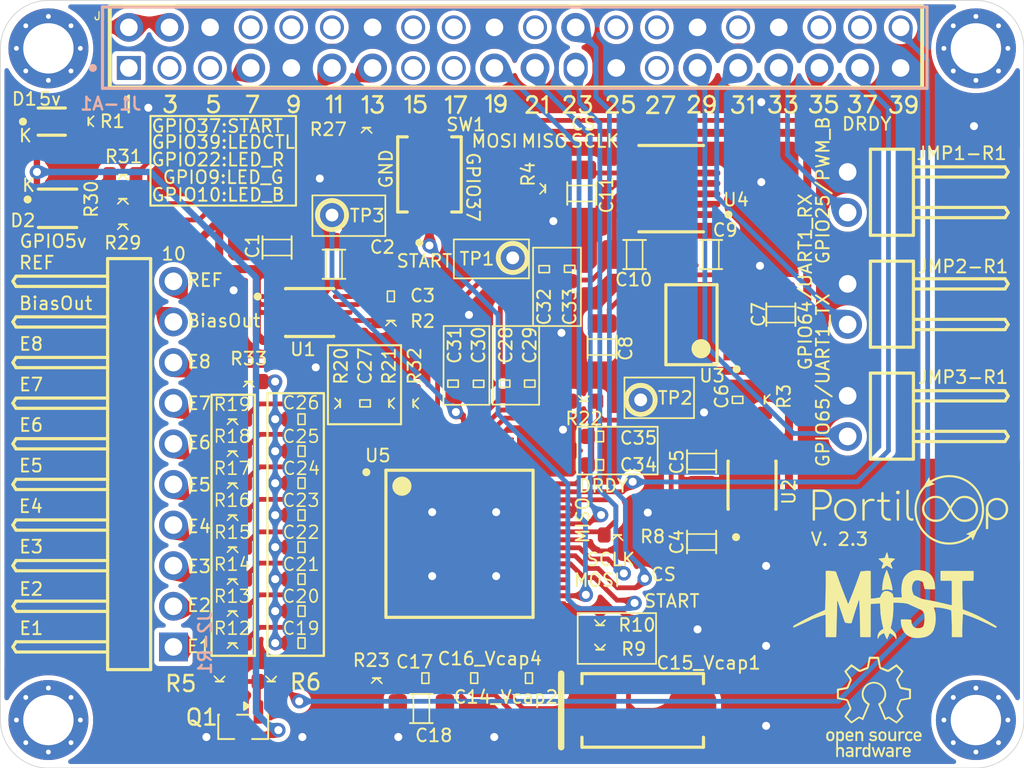
<source format=kicad_pcb>
(kicad_pcb (version 20241229) (generator "pcbnew") (generator_version "9.0")
  (title_block (title "Portiloop_PCB") (date "2025-12-10") (rev "2.3") (company "MIST Lab.") (comment 1 "Designed by: S. Ehsan Marjani B."))
  (layers (0 "F.Cu" signal "Top Layer") (2 "B.Cu" signal "Bottom Layer") (13 "F.Paste" user "Top Paste") (15 "B.Paste" user "Bottom Paste") (5 "F.SilkS" user "Top Overlay") (7 "B.SilkS" user "Bottom Overlay") (1 "F.Mask" user "Top Solder") (3 "B.Mask" user "Bottom Solder") (25 "Edge.Cuts" user))
  (net 0 "")
  (net 1 "GND")
  (net 2 "-5V")
  (net 3 "-2V5")
  (net 4 "+5V")
  (net 5 "+3.3V")
  (net 6 "+2V5")
  (net 8 "/CS")
  (net 9 "Net-(U5A-BIASOUT)")
  (net 10 "Net-(U5A-VCAP4)")
  (net 11 "Net-(U5A-CLKSEL)")
  (net 12 "Net-(U5A-BIASIN)")
  (net 13 "Net-(U5A-IN3P)")
  (net 14 "Net-(U5A-BIASINV)")
  (net 15 "Net-(U5A-~{RESET)")
  (net 17 "Net-(U5A-~{PWDN)")
  (net 20 "/SCLK")
  (net 21 "Net-(U5A-VCAP1)")
  (net 22 "Net-(U5A-GPIO1)")
  (net 23 "/DRDY")
  (net 24 "/MISO")
  (net 25 "Net-(U5A-IN4P)")
  (net 26 "Net-(U5A-VREFP)")
  (net 27 "/START")
  (net 29 "Net-(U5A-VCAP2)")
  (net 30 "Net-(U5A-IN6P)")
  (net 33 "Net-(U5A-IN2P)")
  (net 34 "Net-(U5A-IN7P)")
  (net 36 "Net-(U5A-IN5P)")
  (net 38 "Net-(U5A-SRB1)")
  (net 39 "Net-(U5A-VCAP3)")
  (net 43 "Net-(U5A-IN1P)")
  (net 44 "Net-(U5A-SRB2)")
  (net 45 "/MOSI")
  (net 46 "Net-(U5A-IN8P)")
  (net 47 "/GPIO22{slash}LED_R")
  (net 49 "/GPIO37")
  (net 52 "/GPIO25{slash}PWM_B")
  (net 54 "/GPIO65{slash}UART1_TX")
  (net 56 "/GPIO64{slash}UART1_RX")
  (net 58 "/GPIO10{slash}LED_B")
  (net 60 "/GPIO9{slash}LED_G")
  (net 72 "Net-(U4-SET)")
  (net 75 "Net-(U2-SET)")
  (net 77 "Net-(U1-SET)")
  (net 78 "Net-(D2-GREEN_A)")
  (net 79 "Net-(D2-BLUE_A)")
  (net 80 "Net-(D2-RED_A)")
  (net 81 "Net-(R27-Pad2)")
  (net 82 "Net-(U3-C1+)")
  (net 83 "Net-(U3-C1-)")
  (net 90 "/E1")
  (net 91 "/Ref")
  (net 92 "/E2")
  (net 93 "/E5")
  (net 94 "/E3")
  (net 95 "/E6")
  (net 96 "/E4")
  (net 97 "/E7")
  (net 98 "/E8")
  (net 99 "/BiasOut")
  (net 100 "/LEDGNDCTL")
  (net 101 "Net-(Q1-G)")
  (net 102 "/GPIO39{slash}LEDCTL")
  (net 103 "Net-(D1-A)")
  (footprint "Portiloop:1608[0603]_res_3d" (layer "F.Cu") (at 95.41952 62.83751 90)
    (property "Reference" "R21")
    (property "Value" "1M" (hide yes))
  )
  (footprint "Portiloop:1608[0603]_cap_3d" (layer "F.Cu") (at 100.74451 80.01551)
    (property "Reference" "C16_Vcap4")
    (property "Value" "1uF" (hide yes))
  )
  (footprint "Portiloop:1608[0603]_res_3d" (layer "F.Cu") (at 85.63052 77.82751)
    (property "Reference" "R12")
    (property "Value" "5k" (hide yes))
  )
  (footprint "Portiloop:1608[0603]_res_3d" (layer "F.Cu") (at 78.77252 50.04351)
    (property "Reference" "R30")
    (property "Value" "6K" (hide yes))
  )
  (footprint "Portiloop:1608[0603]_res_3d" (layer "F.Cu") (at 76.61951 45.20085 90)
    (property "Reference" "R1")
    (property "Value" "1K" (hide yes))
  )
  (footprint "Portiloop:1608[0603]_cap_3d" (layer "F.Cu") (at 108.61752 64.90251 180)
    (property "Reference" "C35")
    (property "Value" "0.1uF" (hide yes))
  )
  (footprint "Portiloop:1608[0603]_cap_3d" (layer "F.Cu") (at 89.94852 73.82751)
    (property "Reference" "C21")
    (property "Value" "4.7nf" (hide yes))
  )
  (footprint "Portiloop:1608[0603]_cap_3d" (layer "F.Cu") (at 117.21952 62.61651 90)
    (property "Reference" "C6")
    (property "Value" "0.47uf" (hide yes))
  )
  (footprint "Portiloop:1608[0603]_res_3d" (layer "F.Cu") (at 78.77252 51.63751)
    (property "Reference" "R29")
    (property "Value" "1.5K" (hide yes))
  )
  (footprint "Portiloop:PAG0064A_M" (layer "F.Cu") (at 99.82651 71.61651)
    (property "Reference" "U5")
    (property "Value" "ADS1299IPAG" (hide yes))
  )
  (footprint "Portiloop:1608[0603]_res_3d" (layer "F.Cu") (at 85.63052 63.82751)
    (property "Reference" "R19")
    (property "Value" "5k" (hide yes))
  )
  (footprint "Portiloop:board_screw" (layer "F.Cu") (at 74.11952 82.63751)
    (property "Reference" "M2" (hide yes))
    (property "Value" "~" (hide yes))
  )
  (footprint "Portiloop:1608[0603]_res_3d" (layer "F.Cu") (at 86.64652 61.47351)
    (property "Reference" "R33")
    (property "Value" "5k" (hide yes))
  )
  (footprint "Portiloop:3216[1206]_cap_3d" (layer "F.Cu") (at 110.77567 53.52851 180)
    (property "Reference" "C10")
    (property "Value" "4.7uF" (hide yes))
  )
  (footprint "Portiloop:1608[0603]_cap_3d" (layer "F.Cu") (at 97.69552 80.01551 180)
    (property "Reference" "C17")
    (property "Value" "0.1uF" (hide yes))
  )
  (footprint "Portiloop:TESTPOINT" (layer "F.Cu") (at 91.85352 51.05951)
    (property "Reference" "TP3")
    (property "Value" "2.5v" (hide yes))
  )
  (footprint "Portiloop:1608[0603]_cap_3d" (layer "F.Cu") (at 108.61752 66.68051 180)
    (property "Reference" "C34")
    (property "Value" "1uF" (hide yes))
  )
  (footprint "Portiloop:1608[0603]_res_3d" (layer "F.Cu") (at 85.63052 73.82751)
    (property "Reference" "R14")
    (property "Value" "5k" (hide yes))
  )
  (footprint "Portiloop:1608[0603]_res_3d" (layer "F.Cu") (at 118.90452 62.61651 90)
    (property "Reference" "R3")
    (property "Value" "33.2K" (hide yes))
  )
  (footprint "Portiloop:61300211021" (layer "F.Cu") (at 126.86799 49.63434 90)
    (property "Reference" "JMP1-R1")
    (property "Value" "61300211021" (hide yes))
  )
  (footprint "Portiloop:1608[0603]_cap_3d" (layer "F.Cu") (at 93.91952 62.83751 -90)
    (property "Reference" "C27")
    (property "Value" "1.5nf" (hide yes))
  )
  (footprint "Portiloop:1608[0603]_res_3d" (layer "F.Cu") (at 108.61951 78.23751 180)
    (property "Reference" "R9")
    (property "Value" "10K" (hide yes))
  )
  (footprint "Portiloop:3216[1206]_cap_3d" (layer "F.Cu") (at 88.41951 53.09151 -90)
    (property "Reference" "C1")
    (property "Value" "4.7uF" (hide yes))
  )
  (footprint "Portiloop:1608[0603]_res_3d" (layer "F.Cu") (at 88.05152 80.22901 180)
    (property "Reference" "R6")
    (property "Value" "100" (hide yes))
  )
  (footprint "Portiloop:3216[1206]_cap_3d" (layer "F.Cu") (at 114.96752 66.47351 90)
    (property "Reference" "C5")
    (property "Value" "4.7uF" (hide yes))
  )
  (footprint "Portiloop:1608[0603]_res_3d" (layer "F.Cu") (at 94.01252 45.59851)
    (property "Reference" "R27")
    (property "Value" "10K" (hide yes))
  )
  (footprint "Portiloop:SOT-23" (layer "F.Cu") (at 86.30152 83.06651 -90)
    (property "Reference" "Q1")
    (property "Value" "IRLML2502" (hide yes))
  )
  (footprint "Portiloop:1608[0603]_res_3d" (layer "F.Cu") (at 105.18852 49.40851 -90)
    (property "Reference" "R4")
    (property "Value" "24.9K" (hide yes))
  )
  (footprint "Portiloop:TESTPOINT" (layer "F.Cu") (at 103.15652 53.73751)
    (property "Reference" "TP1")
    (property "Value" "-2.5V" (hide yes))
  )
  (footprint "Portiloop:3216[1206]_cap_3d" (layer "F.Cu") (at 108.74452 59.31451 90)
    (property "Reference" "C8")
    (property "Value" "47uF" (hide yes))
  )
  (footprint "Portiloop:board_screw" (layer "F.Cu") (at 74.11952 40.63751)
    (property "Reference" "M4" (hide yes))
    (property "Value" "~" (hide yes))
  )
  (footprint "Portiloop:1608[0603]_res_3d" (layer "F.Cu") (at 95.53652 57.66351)
    (property "Reference" "R2")
    (property "Value" "24.9K" (hide yes))
  )
  (footprint "Portiloop:1608[0603]_res_3d" (layer "F.Cu") (at 85.63052 65.82751)
    (property "Reference" "R18")
    (property "Value" "5k" (hide yes))
  )
  (footprint "Portiloop:FP-MSE-10-05-08-1664-IPC_C" (layer "F.Cu") (at 118.11952 67.95051 90)
    (property "Reference" "U2")
    (property "Value" "LT3042xMSE" (hide yes))
  )
  (footprint "Portiloop:3216[1206]_cap_3d" (layer "F.Cu") (at 114.96752 71.50651 90)
    (property "Reference" "C4")
    (property "Value" "4.7uF" (hide yes))
  )
  (footprint "Portiloop:1608[0603]_cap_3d" (layer "F.Cu") (at 89.94852 63.82751)
    (property "Reference" "C26")
    (property "Value" "4.7nf" (hide yes))
  )
  (footprint "Portiloop:1608[0603]_res_3d" (layer "F.Cu") (at 92.36152 62.83751 -90)
    (property "Reference" "R20")
    (property "Value" "5k" (hide yes))
  )
  (footprint "Portiloop:1608[0603]_cap_3d" (layer "F.Cu") (at 89.94852 71.82751)
    (property "Reference" "C22")
    (property "Value" "4.7nf" (hide yes))
  )
  (footprint "Portiloop:FP-A6H-2102-MFG" (layer "F.Cu") (at 97.94952 48.51951)
    (property "Reference" "SW1")
    (property "Value" "A6H-2102" (hide yes))
  )
  (footprint "Portiloop:1608[0603]_cap_3d" (layer "F.Cu") (at 99.41951 61.60085 -90)
    (property "Reference" "C31")
    (property "Value" "1uF" (hide yes))
  )
  (footprint "Portiloop:1608[0603]_res_3d" (layer "F.Cu") (at 109.70152 71.06651)
    (property "Reference" "R8")
    (property "Value" "10k" (hide yes))
  )
  (footprint "Portiloop:3216[1206]_cap_3d" (layer "F.Cu") (at 91.98052 54.13751)
    (property "Reference" "C2")
    (property "Value" "4.7uF" (hide yes))
  )
  (footprint "Portiloop:1608[0603]_res_3d" (layer "F.Cu") (at 107.59451 62.70085 180)
    (property "Reference" "R22")
    (property "Value" "10k" (hide yes))
  )
  (footprint "Portiloop:61300211021" (layer "F.Cu") (at 126.86799 56.63434 90)
    (property "Reference" "JMP2-R1")
    (property "Value" "61300211021" (hide yes))
  )
  (footprint "Portiloop:3216[1206]_cap_3d" (layer "F.Cu") (at 119.92052 57.28251 -90)
    (property "Reference" "C7")
    (property "Value" "47uF" (hide yes))
  )
  (footprint "Portiloop:1608[0603]_cap_3d" (layer "F.Cu") (at 104.17252 80.01551 180)
    (property "Reference" "C14_Vcap2")
    (property "Value" "1uF" (hide yes))
  )
  (footprint "Portiloop:3216[1206]_cap_3d" (layer "F.Cu") (at 97.44152 81.92051)
    (property "Reference" "C18")
    (property "Value" "10uF" (hide yes))
  )
  (footprint "Portiloop:FP-MSE-12-05-08-1666-IPC_A" (layer "F.Cu") (at 113.06252 49.40851 180)
    (property "Reference" "U4")
    (property "Value" "LT3094xMSE" (hide yes))
  )
  (footprint "Portiloop:board_screw" (layer "F.Cu") (at 132.11952 40.63751)
    (property "Reference" "M3" (hide yes))
    (property "Value" "~" (hide yes))
  )
  (footprint "Portiloop:1608[0603]_cap_3d" (layer "F.Cu") (at 89.94852 75.82751)
    (property "Reference" "C20")
    (property "Value" "4.7nf" (hide yes))
  )
  (footprint "Portiloop:1608[0603]_cap_3d" (layer "F.Cu") (at 89.94852 69.82751)
    (property "Reference" "C23")
    (property "Value" "4.7nf" (hide yes))
  )
  (footprint "Portiloop:3216[1206]_cap_3d" (layer "F.Cu") (at 115.54451 53.52851)
    (property "Reference" "C9")
    (property "Value" "4.7uF" (hide yes))
  )
  (footprint "Portiloop:KEMT-T491-D_M" (layer "F.Cu") (at 111.28452 82.03751)
    (property "Reference" "C15_Vcap1")
    (property "Value" "100uF" (hide yes))
  )
  (footprint "Portiloop:1608[0603]_res_3d" (layer "F.Cu") (at 85.63052 69.82751)
    (property "Reference" "R16")
    (property "Value" "5k" (hide yes))
  )
  (footprint "Portiloop:FP-MSE-10-05-08-1664-IPC_C" (layer "F.Cu") (at 90.45652 57.15551)
    (property "Reference" "U1")
    (property "Value" "LT3042xMSE" (hide yes))
  )
  (footprint "Portiloop:1608[0603]_res_3d" (layer "F.Cu") (at 78.77252 48.53751)
    (property "Reference" "R31")
    (property "Value" "1.8K" (hide yes))
  )
  (footprint "Portiloop:3216[1206]_cap_3d" (layer "F.Cu") (at 107.47452 49.70951 90)
    (property "Reference" "C11")
    (property "Value" "4.7uF" (hide yes))
  )
  (footprint "Portiloop:1608[0603]_res_3d" (layer "F.Cu") (at 96.93352 62.83751 90)
    (property "Reference" "R32")
    (property "Value" "0" (hide yes))
  )
  (footprint "Portiloop:1608[0603]_cap_3d" (layer "F.Cu") (at 105.11952 54.44258 -90)
    (property "Reference" "C32")
    (property "Value" "1uF" (hide yes))
  )
  (footprint "Portiloop:1608[0603]_cap_3d" (layer "F.Cu") (at 89.94852 77.82751)
    (property "Reference" "C19")
    (property "Value" "4.7nf" (hide yes))
  )
  (footprint "Portiloop:1608[0603]_res_3d" (layer "F.Cu") (at 108.61951 76.71351 180)
    (property "Reference" "R10")
    (property "Value" "10K" (hide yes))
  )
  (footprint "Portiloop:board_screw" (layer "F.Cu") (at 132.11952 82.63751)
    (property "Reference" "M1" (hide yes))
    (property "Value" "~" (hide yes))
  )
  (footprint "Portiloop:1608[0603]_cap_3d" (layer "F.Cu") (at 95.53652 56.13951 180)
    (property "Reference" "C3")
    (property "Value" "0.47uf" (hide yes))
  )
  (footprint "Portiloop:FP-LTST-C190GKT-MFG" (layer "F.Cu") (at 74.32752 45.21751)
    (property "Reference" "D1")
    (property "Value" "LTST-C190GKT" (hide yes))
  )
  (footprint "Portiloop:1608[0603]_res_3d" (layer "F.Cu") (at 85.63052 67.82751)
    (property "Reference" "R17")
    (property "Value" "5k" (hide yes))
  )
  (footprint "Portiloop:1608[0603]_res_3d" (layer "F.Cu") (at 84.82652 80.22901 180)
    (property "Reference" "R5")
    (property "Value" "100K" (hide yes))
  )
  (footprint "Portiloop:1608[0603]_res_3d" (layer "F.Cu") (at 85.63052 71.82751)
    (property "Reference" "R15")
    (property "Value" "5k" (hide yes))
  )
  (footprint "Portiloop:1608[0603]_cap_3d" (layer "F.Cu") (at 102.64852 61.60051 -90)
    (property "Reference" "C28")
    (property "Value" "1uF" (hide yes))
  )
  (footprint "Portiloop:1608[0603]_cap_3d" (layer "F.Cu") (at 89.94852 65.82751)
    (property "Reference" "C25")
    (property "Value" "4.7nf" (hide yes))
  )
  (footprint "Portiloop:1608[0603]_res_3d" (layer "F.Cu") (at 85.63052 75.82751)
    (property "Reference" "R13")
    (property "Value" "5k" (hide yes))
  )
  (footprint "Portiloop:1608[0603]_cap_3d" (layer "F.Cu") (at 106.71251 54.42351 -90)
    (property "Reference" "C33")
    (property "Value" "0.1uF" (hide yes))
  )
  (footprint "Portiloop:FP-APTF1616SEJ3ZGGVBDC-MFG" (layer "F.Cu") (at 74.69452 50.63751)
    (property "Reference" "D2")
    (property "Value" "APTF1616SEJ3ZGGVBDC" (hide yes))
  )
  (footprint "Portiloop:61300211021" (layer "F.Cu") (at 126.86799 63.63434 90)
    (property "Reference" "JMP3-R1")
    (property "Value" "61300211021" (hide yes))
  )
  (footprint "Portiloop:61301011021" (layer "F.Cu") (at 79.16799 66.63434 -90)
    (property "Reference" "J2-R1")
    (property "Value" "61301011021" (hide yes))
  )
  (footprint "Portiloop:1608[0603]_cap_3d" (layer "F.Cu") (at 104.21952 61.60051 -90)
    (property "Reference" "C29")
    (property "Value" "0.1uF" (hide yes))
  )
  (footprint "Portiloop:TESTPOINT" (layer "F.Cu") (at 111.15752 62.61651 180)
    (property "Reference" "TP2")
    (property "Value" "3.3V" (hide yes))
  )
  (footprint "Portiloop:1608[0603]_cap_3d" (layer "F.Cu") (at 89.94852 67.82751)
    (property "Reference" "C24")
    (property "Value" "4.7nf" (hide yes))
  )
  (footprint "Portiloop:D0008A_M" (layer "F.Cu") (at 114.33252 57.91751 180)
    (property "Reference" "U3")
    (property "Value" "LM2662MX/NOPB" (hide yes))
  )
  (footprint "Portiloop:1608[0603]_cap_3d" (layer "F.Cu") (at 101.01951 61.6104 -90)
    (property "Reference" "C30")
    (property "Value" "0.1uF" (hide yes))
  )
  (footprint "Portiloop:1608[0603]_res_3d" (layer "F.Cu") (at 94.64752 80.01551)
    (property "Reference" "R23")
    (property "Value" "0" (hide yes))
  )
  (footprint "Portiloop:FP-SSQ-120-03-G-D-MFG" (layer "B.Cu") (at 103.28103 40.59255 180)
    (property "Reference" "J1-A1")
    (property "Value" "SSQ-120-03-G-D" (hide yes))
  )
  (gr_line (start 97.6948 44.34476) (end 97.6948 44.24817) (stroke (width 0.15687)) (layer "F.SilkS"))
  (gr_line (start 92.10155 43.79937) (end 92.19926 43.74995) (stroke (width 0.15687)) (layer "F.SilkS"))
  (gr_line (start 84.19453 44.57854) (end 84.34053 44.62683) (stroke (width 0.15687)) (layer "F.SilkS"))
  (gr_line (start 84.19453 43.60707) (end 84.67969 43.60707) (stroke (width 0.15687)) (layer "F.SilkS"))
  (gr_line (start 94.67815 44.02272) (end 94.96903 43.63415) (stroke (width 0.15687)) (layer "F.SilkS"))
  (gr_line (start 102.06566 43.86554) (end 102.11507 43.71954) (stroke (width 0.15687)) (layer "F.SilkS"))
  (gr_line (start 77.25951 38.80085) (end 77.28367 38.72785) (stroke (width 0.07844)) (layer "F.SilkS"))
  (gr_line (start 84.34948 78.61851) (end 87.02752 78.61851) (stroke (width 0.15)) (layer "F.SilkS"))
  (gr_line (start 102.40595 43.57466) (end 102.55195 43.62297) (stroke (width 0.15687)) (layer "F.SilkS"))
  (gr_line (start 125.36752 44.63056) (end 125.85383 43.6108) (stroke (width 0.15687)) (layer "F.SilkS"))
  (gr_line (start 91.54412 43.79937) (end 91.64183 43.74995) (stroke (width 0.15687)) (layer "F.SilkS"))
  (gr_line (start 114.39198 43.61606) (end 114.58626 43.61606) (stroke (width 0.15687)) (layer "F.SilkS"))
  (gr_line (start 124.71352 44.58228) (end 124.81009 44.48456) (stroke (width 0.15687)) (layer "F.SilkS"))
  (gr_line (start 127.3503 44.07672) (end 127.39861 44.125) (stroke (width 0.15687)) (layer "F.SilkS"))
  (gr_line (start 122.33514 44.05442) (end 122.38343 44.1027) (stroke (width 0.15687)) (layer "F.SilkS"))
  (gr_line (start 102.21166 44.15754) (end 102.35766 44.20585) (stroke (width 0.15687)) (layer "F.SilkS"))
  (gr_line (start 84.14624 44.52912) (end 84.19453 44.57854) (stroke (width 0.15687)) (layer "F.SilkS"))
  (gr_line (start 101.50823 43.76897) (end 101.60592 43.71954) (stroke (width 0.15687)) (layer "F.SilkS"))
  (gr_line (start 127.90772 44.22272) (end 128.05372 44.271) (stroke (width 0.15687)) (layer "F.SilkS"))
  (gr_line (start 77.13767 38.84972) (end 77.18651 38.84972) (stroke (width 0.07844)) (layer "F.SilkS"))
  (gr_poly (pts (xy 125.45382 84.07585) (xy 125.4972 84.07947) (xy 125.51347 84.09212) (xy 125.51708 84.10658) (xy 125.5207 84.13189) (xy 125.51708 84.14274) (xy 125.51889 84.90016) (xy 125.51528 84.91462) (xy 125.50262 84.93451) (xy 125.48997 84.95801) (xy 125.40862 84.9562) (xy 125.40501 84.92728) (xy 125.39778 84.9092) (xy 125.38874 84.89293) (xy 125.37609 84.89112) (xy 125.36162 84.89835) (xy 125.35801 84.90558) (xy 125.34174 84.92185) (xy 125.31824 84.92728) (xy 125.30016 84.93451) (xy 125.29293 84.94174) (xy 125.28751 84.95801) (xy 125.17724 84.9562) (xy 125.17362 84.94174) (xy 125.16459 84.9327) (xy 125.11939 84.91643) (xy 125.11397 84.91101) (xy 125.10674 84.90739) (xy 125.08685 84.88751) (xy 125.08324 84.88028) (xy 125.05793 84.85497) (xy 125.0507 84.83689) (xy 125.04528 84.81701) (xy 125.04166 84.79893) (xy 125.03624 84.77904) (xy 125.02901 84.73566) (xy 125.02539 84.68866) (xy 125.026748 84.62358) (xy 125.14832 84.62358) (xy 125.14832 84.67781) (xy 125.14832 84.68143) (xy 125.15374 84.7447) (xy 125.15736 84.75916) (xy 125.17182 84.78085) (xy 125.18447 84.79351) (xy 125.18809 84.80074) (xy 125.19712 84.81339) (xy 125.2152 84.82062) (xy 125.25859 84.82785) (xy 125.31643 84.82424) (xy 125.32728 84.82062) (xy 125.35259 84.80616) (xy 125.35801 84.80074) (xy 125.36162 84.79351) (xy 125.3797 84.7682) (xy 125.38693 84.75012) (xy 125.39416 84.7212) (xy 125.39778 84.69589) (xy 125.39416 84.53681) (xy 125.36162 84.47535) (xy 125.35259 84.46631) (xy 125.34536 84.4627) (xy 125.32005 84.44462) (xy 125.29474 84.43739) (xy 125.23328 84.44101) (xy 125.20797 84.45547) (xy 125.18809 84.47174) (xy 125.17362 84.4862) (xy 125.17001 84.49343) (xy 125.16278 84.50066) (xy 125.15555 84.51874) (xy 125.15193 84.5332) (xy 125.14832 84.62358) (xy 125.026748 84.62358) (xy 125.02901 84.51512) (xy 125.03263 84.50428) (xy 125.03624 84.48981) (xy 125.04166 84.46993) (xy 125.04528 84.45547) (xy 125.04889 84.43739) (xy 125.05613 84.41931) (xy 125.0742 84.39762) (xy 125.08324 84.38858) (xy 125.08685 84.38135) (xy 125.09228 84.37593) (xy 125.09409 84.37412) (xy 125.09951 84.3687) (xy 125.11759 84.35785) (xy 125.13205 84.34339) (xy 125.15012 84.33616) (xy 125.17543 84.33255) (xy 125.18989 84.32893) (xy 125.2152 84.32531) (xy 125.24412 84.3217) (xy 125.25497 84.32531) (xy 125.28389 84.32893) (xy 125.29474 84.33255) (xy 125.31824 84.33797) (xy 125.33089 84.34339) (xy 125.33993 84.34881) (xy 125.34355 84.35605) (xy 125.35982 84.37231) (xy 125.37428 84.37593) (xy 125.38874 84.37231) (xy 125.39778 84.36328) (xy 125.40139 84.33074) (xy 125.39778 84.31989) (xy 125.40139 84.08851) (xy 125.41405 84.07585) (xy 125.42851 84.07224)) (fill yes) (layer "F.SilkS"))
  (gr_line (start 127.76172 43.979) (end 127.76172 43.93072) (stroke (width 0.15687)) (layer "F.SilkS"))
  (gr_line (start 90.62711 49.83085) (end 95.18951 49.83085) (stroke (width 0.10899)) (layer "F.SilkS"))
  (gr_line (start 119.7879 44.06412) (end 119.83619 44.1124) (stroke (width 0.15687)) (layer "F.SilkS"))
  (gr_line (start 107.70053 44.0216) (end 107.84652 44.0216) (stroke (width 0.15687)) (layer "F.SilkS"))
  (gr_line (start 119.54531 44.01583) (end 119.69131 44.01583) (stroke (width 0.15687)) (layer "F.SilkS"))
  (gr_line (start 89.71412 43.74997) (end 89.76355 43.94428) (stroke (width 0.15687)) (layer "F.SilkS"))
  (gr_line (start 128.39403 44.22272) (end 128.39403 43.979) (stroke (width 0.15687)) (layer "F.SilkS"))
  (gr_line (start 80.50152 50.46651) (end 80.50152 44.86651) (stroke (width 0.13299)) (layer "F.SilkS"))
  (gr_line (start 89.18067 44.47885) (end 89.22896 44.57656) (stroke (width 0.15687)) (layer "F.SilkS"))
  (gr_line (start 107.45796 43.633) (end 107.99141 43.633) (stroke (width 0.15687)) (layer "F.SilkS"))
  (gr_line (start 123.28116 44.58901) (end 123.37885 44.4913) (stroke (width 0.15687)) (layer "F.SilkS"))
  (gr_line (start 124.22833 44.53285) (end 124.27664 44.58228) (stroke (width 0.15687)) (layer "F.SilkS"))
  (gr_line (start 101.60592 43.71954) (end 101.75192 43.57466) (stroke (width 0.15687)) (layer "F.SilkS"))
  (gr_line (start 128.24803 44.61131) (end 128.3446 44.46531) (stroke (width 0.15687)) (layer "F.SilkS"))
  (gr_line (start 77.28367 38.72785) (end 77.28367 38.33928) (stroke (width 0.07844)) (layer "F.SilkS"))
  (gr_line (start 122.84428 44.58901) (end 122.99028 44.63729) (stroke (width 0.15687)) (layer "F.SilkS"))
  (gr_line (start 109.04629 44.64415) (end 109.72689 44.64415) (stroke (width 0.15687)) (layer "F.SilkS"))
  (gr_line (start 107.89481 44.60448) (end 107.99141 44.50676) (stroke (width 0.15687)) (layer "F.SilkS"))
  (gr_line (start 99.08444 43.78962) (end 99.23044 43.64474) (stroke (width 0.15687)) (layer "F.SilkS"))
  (gr_line (start 106.46362 43.7296) (end 106.51193 43.68129) (stroke (width 0.15687)) (layer "F.SilkS"))
  (gr_line (start 128.10203 44.271) (end 128.24803 44.22272) (stroke (width 0.15687)) (layer "F.SilkS"))
  (gr_line (start 97.64652 44.10217) (end 97.6948 44.24817) (stroke (width 0.15687)) (layer "F.SilkS"))
  (gr_line (start 77.56238 38.84972) (end 77.56238 38.33984) (stroke (width 0.07844)) (layer "F.SilkS"))
  (gr_line (start 102.64854 44.40013) (end 102.69794 44.15754) (stroke (width 0.15687)) (layer "F.SilkS"))
  (gr_line (start 127.10773 44.02843) (end 127.39861 43.63984) (stroke (width 0.15687)) (layer "F.SilkS"))
  (gr_line (start 89.61755 43.6534) (end 89.71412 43.74997) (stroke (width 0.15687)) (layer "F.SilkS"))
  (gr_line (start 109.58089 43.6727) (end 109.62917 43.72099) (stroke (width 0.15687)) (layer "F.SilkS"))
  (gr_line (start 109.19229 43.6727) (end 109.29001 43.62439) (stroke (width 0.15687)) (layer "F.SilkS"))
  (gr_poly (pts (xy 127.24176 68.29019) (xy 127.25645 68.29182) (xy 127.26952 68.294) (xy 127.27387 68.29509) (xy 127.28041 68.29618) (xy 127.28585 68.29727) (xy 127.2913 68.29944) (xy 127.29293 68.30108) (xy 127.29511 68.30217) (xy 127.29728 68.30434) (xy 127.30164 68.30543) (xy 127.31144 68.31088) (xy 127.31688 68.31632) (xy 127.32232 68.31959) (xy 127.32613 68.3234) (xy 127.32722 68.32558) (xy 127.32886 68.32721) (xy 127.33103 68.3283) (xy 127.33484 68.33211) (xy 127.3392 68.33973) (xy 127.34356 68.34408) (xy 127.34573 68.34953) (xy 127.34954 68.35987) (xy 127.35444 68.3713) (xy 127.35553 68.37566) (xy 127.35662 68.38981) (xy 127.35717 68.40995) (xy 127.35608 68.42846) (xy 127.35499 68.435) (xy 127.3539 68.43935) (xy 127.35172 68.44479) (xy 127.34573 68.4584) (xy 127.34356 68.46385) (xy 127.33866 68.46983) (xy 127.33376 68.478) (xy 127.33267 68.48018) (xy 127.32396 68.48889) (xy 127.32287 68.49107) (xy 127.32015 68.49379) (xy 127.3147 68.49705) (xy 127.30817 68.50359) (xy 127.30109 68.50631) (xy 127.29238 68.51175) (xy 127.29075 68.51339) (xy 127.28313 68.51556) (xy 127.27551 68.51665) (xy 127.26462 68.51992) (xy 127.26026 68.52101) (xy 127.24502 68.52318) (xy 127.22434 68.5221) (xy 127.22107 68.52101) (xy 127.21399 68.51937) (xy 127.20474 68.51665) (xy 127.19712 68.51556) (xy 127.19004 68.51284) (xy 127.18732 68.51012) (xy 127.18514 68.50903) (xy 127.17099 68.50141) (xy 127.16445 68.49488) (xy 127.16228 68.49379) (xy 127.15629 68.4878) (xy 127.1552 68.48562) (xy 127.14976 68.48018) (xy 127.14867 68.478) (xy 127.14431 68.47038) (xy 127.14213 68.4682) (xy 127.14105 68.46602) (xy 127.13887 68.46385) (xy 127.13669 68.45623) (xy 127.13288 68.44588) (xy 127.13016 68.43989) (xy 127.12689 68.42683) (xy 127.12635 68.40015) (xy 127.12744 68.38056) (xy 127.12852 68.37511) (xy 127.12961 68.37076) (xy 127.1356 68.35715) (xy 127.13669 68.35279) (xy 127.14213 68.34299) (xy 127.14431 68.34082) (xy 127.1454 68.33864) (xy 127.15139 68.32939) (xy 127.15357 68.3283) (xy 127.15847 68.3234) (xy 127.15956 68.32122) (xy 127.16228 68.3185) (xy 127.1699 68.31414) (xy 127.17317 68.31088) (xy 127.17534 68.30979) (xy 127.19385 68.29999) (xy 127.20147 68.29672) (xy 127.21182 68.29509) (xy 127.2227 68.29291) (xy 127.22924 68.29182) (xy 127.24012 68.29073) (xy 127.24067 68.29019)) (fill yes) (layer "F.SilkS"))
  (gr_line (start 89.13125 43.94428) (end 89.18067 44.09028) (stroke (width 0.15687)) (layer "F.SilkS"))
  (gr_poly (pts (xy 128.5052 83.33832) (xy 128.5287 83.34374) (xy 128.55943 83.35639) (xy 128.57389 83.36001) (xy 128.60282 83.37085) (xy 128.6227 83.38712) (xy 128.63174 83.39616) (xy 128.63897 83.39978) (xy 128.65524 83.41243) (xy 128.65885 83.41966) (xy 128.67513 83.43954) (xy 128.68778 83.4522) (xy 128.6932 83.47208) (xy 128.69682 83.48655) (xy 128.70405 83.50462) (xy 128.71128 83.51185) (xy 128.72755 83.51728) (xy 128.72574 83.69985) (xy 128.36601 83.69805) (xy 128.35336 83.70347) (xy 128.34432 83.71251) (xy 128.3407 83.72697) (xy 128.34432 83.76312) (xy 128.35878 83.78843) (xy 128.36601 83.79566) (xy 128.36962 83.80289) (xy 128.39312 83.82639) (xy 128.40036 83.83001) (xy 128.4112 83.84085) (xy 128.42928 83.84808) (xy 128.45459 83.8517) (xy 128.54858 83.84808) (xy 128.57389 83.83362) (xy 128.58112 83.82639) (xy 128.58836 83.82277) (xy 128.61366 83.81193) (xy 128.62812 83.80831) (xy 128.6462 83.81555) (xy 128.65524 83.82097) (xy 128.65885 83.8282) (xy 128.67151 83.84085) (xy 128.67874 83.84447) (xy 128.68597 83.8517) (xy 128.69139 83.85351) (xy 128.69501 83.86435) (xy 128.69501 83.86797) (xy 128.69139 83.88605) (xy 128.67513 83.90593) (xy 128.66789 83.90955) (xy 128.63536 83.92762) (xy 128.62451 83.93847) (xy 128.61728 83.94208) (xy 128.5992 83.94932) (xy 128.56486 83.95474) (xy 128.5287 83.96197) (xy 128.44736 83.96378) (xy 128.43651 83.96016) (xy 128.36239 83.94389) (xy 128.34974 83.93485) (xy 128.33889 83.92401) (xy 128.31359 83.90955) (xy 128.27924 83.8752) (xy 128.26478 83.84989) (xy 128.25393 83.83905) (xy 128.2467 83.82097) (xy 128.24309 83.80651) (xy 128.23405 83.76855) (xy 128.23043 83.75408) (xy 128.22501 83.73781) (xy 128.22139 83.72335) (xy 128.21778 83.67635) (xy 128.21597 83.64924) (xy 128.21959 83.59862) (xy 128.222899 83.57874) (xy 128.3407 83.57874) (xy 128.35336 83.59862) (xy 128.36782 83.60224) (xy 128.40036 83.60224) (xy 128.58474 83.59862) (xy 128.59378 83.58958) (xy 128.59739 83.57512) (xy 128.59197 83.53355) (xy 128.58836 83.51908) (xy 128.57932 83.50643) (xy 128.56124 83.48835) (xy 128.55762 83.48112) (xy 128.54497 83.46847) (xy 128.51966 83.46124) (xy 128.49074 83.45401) (xy 128.46543 83.45039) (xy 128.45097 83.45401) (xy 128.42747 83.45943) (xy 128.41301 83.46305) (xy 128.39493 83.47028) (xy 128.38409 83.47751) (xy 128.38047 83.48474) (xy 128.3642 83.50462) (xy 128.35155 83.51728) (xy 128.34432 83.54258) (xy 128.3407 83.57874) (xy 128.222899 83.57874) (xy 128.2232 83.57693) (xy 128.22682 83.56247) (xy 128.23586 83.53174) (xy 128.24309 83.50281) (xy 128.24851 83.48293) (xy 128.25393 83.47028) (xy 128.27924 83.43412) (xy 128.28286 83.42689) (xy 128.29912 83.40701) (xy 128.31901 83.39074) (xy 128.32443 83.38531) (xy 128.33166 83.3817) (xy 128.34251 83.37085) (xy 128.36059 83.36362) (xy 128.37505 83.36001) (xy 128.39312 83.35278) (xy 128.41843 83.34193) (xy 128.43289 83.33832) (xy 128.47989 83.3347)) (fill yes) (layer "F.SilkS"))
  (gr_line (start 90.62711 52.37085) (end 90.62711 49.83085) (stroke (width 0.10899)) (layer "F.SilkS"))
  (gr_line (start 112.22201 67.28085) (end 112.21701 64.30085) (stroke (width 0.10947)) (layer "F.SilkS"))
  (gr_line (start 89.42327 43.60511) (end 89.47155 43.60511) (stroke (width 0.15687)) (layer "F.SilkS"))
  (gr_line (start 107.99141 44.50676) (end 108.04081 44.36076) (stroke (width 0.15687)) (layer "F.SilkS"))
  (gr_line (start 109.62917 44.01299) (end 109.67858 43.91527) (stroke (width 0.15687)) (layer "F.SilkS"))
  (gr_line (start 89.60152 50.46651) (end 80.50152 50.46651) (stroke (width 0.13299)) (layer "F.SilkS"))
  (gr_line (start 122.99028 43.9567) (end 123.13517 43.9567) (stroke (width 0.15687)) (layer "F.SilkS"))
  (gr_line (start 104.60614 44.02401) (end 104.65555 43.92632) (stroke (width 0.15687)) (layer "F.SilkS"))
  (gr_line (start 107.19451 67.28085) (end 112.22201 67.28085) (stroke (width 0.10947)) (layer "F.SilkS"))
  (gr_line (start 117.22471 44.03115) (end 117.51559 43.64258) (stroke (width 0.15687)) (layer "F.SilkS"))
  (gr_line (start 109.0957 43.8187) (end 109.14401 43.72099) (stroke (width 0.15687)) (layer "F.SilkS"))
  (gr_line (start 97.06364 44.05388) (end 97.11193 43.617) (stroke (width 0.15687)) (layer "F.SilkS"))
  (gr_line (start 102.40595 44.20585) (end 102.55195 44.15754) (stroke (width 0.15687)) (layer "F.SilkS"))
  (gr_poly (pts (xy 122.68702 75.68504) (xy 122.6935 75.52718) (xy 122.69783 75.40609) (xy 122.70215 75.23311) (xy 122.70648 75.02552) (xy 122.7108 74.84821) (xy 122.71513 74.70549) (xy 122.71945 74.58873) (xy 122.72378 74.38547) (xy 122.7281 74.04382) (xy 122.73026 73.79083) (xy 122.72594 73.77785) (xy 122.72378 73.42106) (xy 122.72594 73.4016) (xy 122.72161 73.38863) (xy 122.72594 73.33241) (xy 122.73459 73.32376) (xy 122.73675 73.31727) (xy 122.7454 73.31295) (xy 122.76702 73.3043) (xy 122.92704 73.29998) (xy 122.94001 73.3043) (xy 123.05245 73.30862) (xy 123.06543 73.31295) (xy 123.12813 73.31944) (xy 123.17571 73.32376) (xy 123.23193 73.32809) (xy 123.27517 73.33241) (xy 123.30977 73.33673) (xy 123.34653 73.34322) (xy 123.36167 73.35836) (xy 123.40059 73.44053) (xy 123.40924 73.47512) (xy 123.41573 73.50323) (xy 123.43951 73.54864) (xy 123.44816 73.58324) (xy 123.45465 73.61135) (xy 123.4633 73.63297) (xy 123.48276 73.66541) (xy 123.49357 73.71947) (xy 123.4979 73.73677) (xy 123.51735 73.77353) (xy 123.52601 73.79515) (xy 123.53033 73.81245) (xy 123.53682 73.84056) (xy 123.54114 73.85786) (xy 123.56493 73.90327) (xy 123.57358 73.93787) (xy 123.58006 73.96165) (xy 123.58871 73.98327) (xy 123.60817 74.01571) (xy 123.6125 74.04166) (xy 123.61682 74.05463) (xy 123.62331 74.08274) (xy 123.65142 74.1368) (xy 123.65791 74.16491) (xy 123.66223 74.18653) (xy 123.67088 74.20816) (xy 123.67737 74.21464) (xy 123.69467 74.25357) (xy 123.70115 74.286) (xy 123.70548 74.3033) (xy 123.73791 74.37466) (xy 123.7444 74.40709) (xy 123.76386 74.44385) (xy 123.77684 74.47413) (xy 123.78332 74.50224) (xy 123.78765 74.51953) (xy 123.81576 74.57359) (xy 123.82441 74.60819) (xy 123.83089 74.63198) (xy 123.859 74.68604) (xy 123.86549 74.71415) (xy 123.86982 74.73144) (xy 123.87847 74.75307) (xy 123.88495 74.75955) (xy 123.88928 74.7682) (xy 123.90225 74.79848) (xy 123.90874 74.82659) (xy 123.91306 74.84389) (xy 123.94117 74.89794) (xy 123.94982 74.93254) (xy 123.96063 74.96065) (xy 123.97793 74.9866) (xy 123.98442 75.01039) (xy 123.98875 75.02768) (xy 124.00388 75.06877) (xy 124.01037 75.07526) (xy 124.01469 75.0839) (xy 124.02767 75.11418) (xy 124.03416 75.14229) (xy 124.0428 75.16391) (xy 124.0601 75.18986) (xy 124.07091 75.22662) (xy 124.07524 75.24392) (xy 124.10119 75.30014) (xy 124.10984 75.33041) (xy 124.12065 75.3542) (xy 124.13795 75.35852) (xy 124.14876 75.35204) (xy 124.15741 75.33041) (xy 124.1639 75.30663) (xy 124.17254 75.285) (xy 124.19633 75.23094) (xy 124.20065 75.205) (xy 124.21795 75.17472) (xy 124.23525 75.1358) (xy 124.24174 75.10769) (xy 124.25039 75.08607) (xy 124.26769 75.06012) (xy 124.2785 75.02336) (xy 124.28282 75.00606) (xy 124.29363 74.97795) (xy 124.30012 74.97146) (xy 124.30445 74.96281) (xy 124.31742 74.93254) (xy 124.32174 74.91524) (xy 124.32823 74.89146) (xy 124.35634 74.8374) (xy 124.36283 74.80929) (xy 124.36715 74.79199) (xy 124.3758 74.77037) (xy 124.38229 74.76388) (xy 124.38662 74.75523) (xy 124.39959 74.72496) (xy 124.40608 74.69685) (xy 124.4104 74.67955) (xy 124.43419 74.63414) (xy 124.44284 74.61252) (xy 124.45365 74.56711) (xy 124.48176 74.51305) (xy 124.48825 74.48494) (xy 124.49257 74.46764) (xy 124.50122 74.44602) (xy 124.50771 74.43953) (xy 124.52501 74.40061) (xy 124.53582 74.3552) (xy 124.5423 74.34006) (xy 124.56393 74.29249) (xy 124.57258 74.25789) (xy 124.58339 74.22978) (xy 124.60285 74.19302) (xy 124.6115 74.15842) (xy 124.61799 74.13031) (xy 124.63745 74.09355) (xy 124.65042 74.06328) (xy 124.65691 74.03085) (xy 124.66123 74.01355) (xy 124.68502 73.96814) (xy 124.69367 73.93787) (xy 124.70016 73.90975) (xy 124.7088 73.88813) (xy 124.71529 73.88164) (xy 124.72827 73.85137) (xy 124.73475 73.82326) (xy 124.73908 73.80164) (xy 124.75205 73.76704) (xy 124.75854 73.76055) (xy 124.77151 73.73028) (xy 124.78232 73.68055) (xy 124.78665 73.66325) (xy 124.81044 73.61784) (xy 124.81908 73.58324) (xy 124.82557 73.55513) (xy 124.83422 73.53351) (xy 124.84936 73.5054) (xy 124.85801 73.48377) (xy 124.86233 73.44918) (xy 124.87098 73.42755) (xy 124.9099 73.35403) (xy 124.92071 73.34322) (xy 124.93801 73.3389) (xy 124.99207 73.33241) (xy 125.03532 73.32809) (xy 125.09154 73.32376) (xy 125.14343 73.31944) (xy 125.21263 73.31079) (xy 125.25155 73.30646) (xy 125.33805 73.30214) (xy 125.4267 73.29998) (xy 125.43967 73.3043) (xy 125.51752 73.30862) (xy 125.53698 73.32376) (xy 125.54563 73.34538) (xy 125.54995 75.02336) (xy 125.56509 75.0385) (xy 125.58239 75.04282) (xy 125.63429 75.0385) (xy 125.64726 75.03417) (xy 125.76186 75.02768) (xy 125.80943 75.02336) (xy 125.84403 75.01903) (xy 125.89593 75.00606) (xy 125.91971 74.99957) (xy 125.9608 74.99309) (xy 125.99972 74.98876) (xy 126.04297 74.98444) (xy 126.09054 74.97579) (xy 126.12514 74.95417) (xy 126.14244 74.93687) (xy 126.14892 74.90876) (xy 126.15325 74.89146) (xy 126.1619 74.86983) (xy 126.18136 74.8374) (xy 126.18784 74.81361) (xy 126.19866 74.7855) (xy 126.21812 74.76172) (xy 126.24623 74.71198) (xy 126.26353 74.69468) (xy 126.26785 74.68604) (xy 126.28731 74.66225) (xy 126.29596 74.6536) (xy 126.30461 74.64927) (xy 126.3111 74.64279) (xy 126.31542 74.63414) (xy 126.33056 74.619) (xy 126.36948 74.59738) (xy 126.39543 74.58008) (xy 126.43003 74.57143) (xy 126.4603 74.56711) (xy 126.4776 74.56278) (xy 126.59436 74.56711) (xy 126.60734 74.57143) (xy 126.64842 74.57792) (xy 126.67437 74.59089) (xy 126.70681 74.61035) (xy 126.73276 74.61468) (xy 126.76303 74.63198) (xy 126.78033 74.64927) (xy 126.80195 74.65792) (xy 126.82357 74.6709) (xy 126.83655 74.68387) (xy 126.8452 74.6882) (xy 126.88412 74.70982) (xy 126.89061 74.71631) (xy 126.91223 74.75523) (xy 126.92088 74.76388) (xy 126.92953 74.7855) (xy 126.93385 74.8028) (xy 126.94899 74.87416) (xy 126.95331 74.90876) (xy 126.95764 74.9347) (xy 126.97278 74.95849) (xy 126.97926 74.96498) (xy 127.00953 74.9693) (xy 127.46795 74.96498) (xy 127.47876 74.95849) (xy 127.48741 74.92822) (xy 127.48092 74.88713) (xy 127.47444 74.82875) (xy 127.46795 74.74009) (xy 127.46363 74.70117) (xy 127.4593 74.64927) (xy 127.45498 74.57575) (xy 127.45281 74.49575) (xy 127.45714 74.48277) (xy 127.46146 74.36168) (xy 127.46579 74.34871) (xy 127.47227 74.26005) (xy 127.4766 74.20383) (xy 127.48092 74.16491) (xy 127.48957 74.11734) (xy 127.50038 74.08058) (xy 127.50904 74.05031) (xy 127.51768 73.98976) (xy 127.52849 73.94435) (xy 127.53715 73.92273) (xy 127.54796 73.89462) (xy 127.55661 73.86002) (xy 127.56309 73.83191) (xy 127.5912 73.79515) (xy 127.6085 73.7519) (xy 127.62796 73.72812) (xy 127.63445 73.72163) (xy 127.6604 73.67406) (xy 127.6777 73.65676) (xy 127.695 73.62649) (xy 127.72527 73.59622) (xy 127.72959 73.58757) (xy 127.82257 73.49459) (xy 127.83122 73.49026) (xy 127.8615 73.45999) (xy 127.87014 73.45566) (xy 127.90042 73.43404) (xy 127.90907 73.42539) (xy 127.91772 73.42106) (xy 127.95664 73.39944) (xy 127.96529 73.39079) (xy 127.97394 73.38647) (xy 127.98259 73.37782) (xy 128.02367 73.36268) (xy 128.04962 73.34538) (xy 128.05611 73.3389) (xy 128.08638 73.33025) (xy 128.10368 73.32592) (xy 128.13179 73.31511) (xy 128.16855 73.29565) (xy 128.18585 73.29132) (xy 128.21612 73.287) (xy 128.24423 73.28051) (xy 128.26153 73.27619) (xy 128.28964 73.26538) (xy 128.37613 73.26105) (xy 128.38911 73.25673) (xy 128.60534 73.26105) (xy 128.61831 73.26538) (xy 128.66805 73.27187) (xy 128.694 73.27619) (xy 128.72859 73.28051) (xy 128.78698 73.287) (xy 128.81725 73.29132) (xy 128.84536 73.29781) (xy 128.87996 73.31079) (xy 128.90374 73.3216) (xy 128.9751 73.33673) (xy 129.00105 73.35403) (xy 129.02483 73.36484) (xy 129.04213 73.36917) (xy 129.07024 73.37998) (xy 129.07673 73.38647) (xy 129.08538 73.39079) (xy 129.09835 73.40377) (xy 129.11998 73.41242) (xy 129.15025 73.42972) (xy 129.16323 73.44269) (xy 129.17187 73.44701) (xy 129.20215 73.46431) (xy 129.23242 73.49459) (xy 129.24107 73.49891) (xy 129.26053 73.51405) (xy 129.26485 73.5227) (xy 129.27999 73.53783) (xy 129.28864 73.54216) (xy 129.29513 73.54864) (xy 129.29945 73.55729) (xy 129.3081 73.56594) (xy 129.31242 73.57459) (xy 129.32756 73.5854) (xy 129.33837 73.59622) (xy 129.35567 73.62649) (xy 129.37297 73.64379) (xy 129.3773 73.65244) (xy 129.39892 73.69136) (xy 129.41189 73.70433) (xy 129.41622 73.71298) (xy 129.42487 73.73461) (xy 129.45081 73.78218) (xy 129.46811 73.8211) (xy 129.4746 73.84921) (xy 129.48325 73.87083) (xy 129.48974 73.87732) (xy 129.50271 73.90759) (xy 129.50704 73.92489) (xy 129.51352 73.96598) (xy 129.51785 73.9876) (xy 129.53082 74.0222) (xy 129.53731 74.04598) (xy 129.54163 74.06328) (xy 129.54596 74.09355) (xy 129.55461 74.18005) (xy 129.5611 74.25573) (xy 129.56542 74.29465) (xy 129.56974 74.38979) (xy 129.57191 74.43088) (xy 129.55028 74.46115) (xy 129.5265 74.46764) (xy 129.14593 74.46331) (xy 129.13295 74.45899) (xy 129.00537 74.4525) (xy 128.93618 74.44818) (xy 128.91888 74.44385) (xy 128.90374 74.43304) (xy 128.89726 74.42655) (xy 128.88861 74.37466) (xy 128.8778 74.31195) (xy 128.87347 74.29465) (xy 128.86482 74.27303) (xy 128.85401 74.23627) (xy 128.84969 74.21897) (xy 128.83887 74.14761) (xy 128.83455 74.13031) (xy 128.81076 74.05463) (xy 128.80644 74.03733) (xy 128.7913 74.0049) (xy 128.76103 73.99192) (xy 128.73724 73.98544) (xy 128.71346 73.9703) (xy 128.66589 73.94868) (xy 128.63994 73.94435) (xy 128.58372 73.9184) (xy 128.56642 73.91408) (xy 128.47992 73.90543) (xy 128.37181 73.90975) (xy 128.35883 73.91408) (xy 128.31991 73.9357) (xy 128.31126 73.94435) (xy 128.28315 73.95516) (xy 128.2572 73.98111) (xy 128.25288 73.98976) (xy 128.22693 74.01138) (xy 128.20098 74.05896) (xy 128.19233 74.0676) (xy 128.18368 74.08923) (xy 128.1772 74.11301) (xy 128.17287 74.13031) (xy 128.14909 74.18437) (xy 128.14476 74.20167) (xy 128.14044 74.23194) (xy 128.13611 74.30114) (xy 128.13179 74.31844) (xy 128.1253 74.36817) (xy 128.12314 74.4352) (xy 128.12746 74.44818) (xy 128.13179 74.47845) (xy 128.13611 74.49575) (xy 128.1426 74.55413) (xy 128.14693 74.57575) (xy 128.15341 74.59954) (xy 128.17071 74.63846) (xy 128.17936 74.66874) (xy 128.18801 74.70766) (xy 128.21396 74.7509) (xy 128.22261 74.78118) (xy 128.23126 74.8028) (xy 128.25072 74.82226) (xy 128.28099 74.83956) (xy 128.28964 74.84821) (xy 128.29829 74.85254) (xy 128.31991 74.86118) (xy 128.34802 74.872) (xy 128.37181 74.88713) (xy 128.38046 74.89578) (xy 128.41073 74.90443) (xy 128.43884 74.91524) (xy 128.47128 74.93903) (xy 128.4929 74.94768) (xy 128.51668 74.95417) (xy 128.54263 74.97146) (xy 128.56642 74.98228) (xy 128.58372 74.9866) (xy 128.6248 75.00174) (xy 128.63994 75.01255) (xy 128.67021 75.02552) (xy 128.70481 75.03417) (xy 128.73508 75.05147) (xy 128.774 75.06877) (xy 128.80428 75.07309) (xy 128.84536 75.07958) (xy 128.86698 75.0839) (xy 128.88428 75.08823) (xy 128.90807 75.09472) (xy 128.94266 75.10337) (xy 128.97294 75.10769) (xy 128.99024 75.11202) (xy 129.06159 75.1185) (xy 129.08322 75.12283) (xy 129.13511 75.1358) (xy 129.1589 75.14229) (xy 129.18917 75.14661) (xy 129.20647 75.15094) (xy 129.26269 75.15526) (xy 129.29296 75.15959) (xy 129.31026 75.16391) (xy 129.33837 75.1704) (xy 129.37513 75.18121) (xy 129.40973 75.18986) (xy 129.44 75.19419) (xy 129.48325 75.19851) (xy 129.52866 75.20932) (xy 129.55028 75.21797) (xy 129.57407 75.22446) (xy 129.59137 75.22878) (xy 129.62164 75.23311) (xy 129.63894 75.23743) (xy 129.69083 75.24175) (xy 129.70381 75.24608) (xy 129.773 75.2677) (xy 129.7903 75.27203) (xy 129.85085 75.28068) (xy 129.90058 75.29149) (xy 129.96329 75.31095) (xy 129.98059 75.31527) (xy 130.07357 75.33041) (xy 130.09087 75.33474) (xy 130.15358 75.3542) (xy 130.17087 75.35852) (xy 130.23791 75.36933) (xy 130.25521 75.37366) (xy 130.27683 75.38231) (xy 130.32656 75.39744) (xy 130.35683 75.40177) (xy 130.41954 75.41258) (xy 130.46279 75.42988) (xy 130.48658 75.43637) (xy 130.50388 75.44069) (xy 130.53415 75.44502) (xy 130.55145 75.44934) (xy 130.57956 75.4515) (xy 130.60118 75.44285) (xy 130.60983 75.42123) (xy 130.60551 73.95949) (xy 130.59037 73.94003) (xy 130.5601 73.93138) (xy 129.95248 73.93354) (xy 129.93085 73.92921) (xy 129.92437 73.92273) (xy 129.91572 73.9184) (xy 129.90491 73.89462) (xy 129.90058 73.86435) (xy 129.90491 73.84705) (xy 129.90274 73.3562) (xy 129.90707 73.3389) (xy 129.91788 73.32376) (xy 129.92437 73.31727) (xy 129.94599 73.30862) (xy 131.95264 73.31295) (xy 131.96129 73.3216) (xy 131.96994 73.32592) (xy 131.98075 73.35403) (xy 131.97643 73.90327) (xy 131.95697 73.92705) (xy 131.92237 73.9357) (xy 131.87912 73.93138) (xy 131.29962 73.9357) (xy 131.27583 73.95949) (xy 131.27151 73.98976) (xy 131.27583 74.05896) (xy 131.27367 74.26005) (xy 131.27583 74.30114) (xy 131.27151 74.31411) (xy 131.27583 74.94119) (xy 131.28016 74.95417) (xy 131.28664 75.24175) (xy 131.29097 75.47096) (xy 131.29529 75.6872) (xy 131.29962 75.7045) (xy 131.30827 75.72179) (xy 131.31691 75.72612) (xy 131.32989 75.73045) (xy 131.34719 75.73477) (xy 131.3753 75.74126) (xy 131.42936 75.76937) (xy 131.46395 75.77802) (xy 131.48774 75.7845) (xy 131.50288 75.79099) (xy 131.52882 75.80829) (xy 131.5591 75.81694) (xy 131.58721 75.82342) (xy 131.63045 75.84937) (xy 131.65424 75.85586) (xy 131.67154 75.86019) (xy 131.69965 75.871) (xy 131.75371 75.89911) (xy 131.78182 75.90559) (xy 131.80344 75.91424) (xy 131.81858 75.92506) (xy 131.84885 75.93803) (xy 131.86615 75.94236) (xy 131.89426 75.95317) (xy 131.91372 75.9683) (xy 131.94399 75.98128) (xy 131.96778 75.98776) (xy 131.9894 75.99641) (xy 132.00454 76.00722) (xy 132.04346 76.02452) (xy 132.06076 76.02885) (xy 132.08238 76.0375) (xy 132.11266 76.05912) (xy 132.14293 76.06777) (xy 132.17104 76.07858) (xy 132.18185 76.08939) (xy 132.1905 76.09372) (xy 132.22942 76.11102) (xy 132.24672 76.11534) (xy 132.28997 76.14561) (xy 132.31808 76.1521) (xy 132.3397 76.16075) (xy 132.34619 76.16724) (xy 132.35484 76.17156) (xy 132.36349 76.18021) (xy 132.38511 76.18886) (xy 132.40241 76.19319) (xy 132.43268 76.21049) (xy 132.44133 76.21913) (xy 132.44998 76.22346) (xy 132.4716 76.23211) (xy 132.49971 76.24292) (xy 132.53215 76.26671) (xy 132.57323 76.28184) (xy 132.59918 76.29914) (xy 132.60567 76.30563) (xy 132.62729 76.31428) (xy 132.6554 76.32509) (xy 132.67054 76.3359) (xy 132.67919 76.34455) (xy 132.68784 76.34887) (xy 132.70946 76.35752) (xy 132.74838 76.37915) (xy 132.76136 76.39212) (xy 132.80893 76.40942) (xy 132.83272 76.42888) (xy 132.8565 76.43969) (xy 132.89542 76.46132) (xy 132.9084 76.47429) (xy 132.94948 76.48943) (xy 132.96894 76.50889) (xy 132.97759 76.51321) (xy 133.03381 76.54348) (xy 133.04679 76.55646) (xy 133.06841 76.56511) (xy 133.09868 76.58241) (xy 133.10733 76.59106) (xy 133.11598 76.59538) (xy 133.1722 76.62565) (xy 133.18518 76.63863) (xy 133.23275 76.66458) (xy 133.24572 76.67755) (xy 133.25437 76.68187) (xy 133.30194 76.70782) (xy 133.31924 76.72512) (xy 133.34735 76.73593) (xy 133.36249 76.74675) (xy 133.37979 76.76404) (xy 133.41006 76.78134) (xy 133.42087 76.79215) (xy 133.41655 76.82243) (xy 133.39709 76.84621) (xy 133.38844 76.85486) (xy 133.35816 76.86783) (xy 133.32789 76.86351) (xy 133.30627 76.85486) (xy 133.27816 76.84405) (xy 133.26734 76.83324) (xy 133.2587 76.82891) (xy 133.21977 76.81161) (xy 133.20248 76.80729) (xy 133.19383 76.79864) (xy 133.18518 76.79432) (xy 133.17653 76.78567) (xy 133.16788 76.78134) (xy 133.14626 76.77269) (xy 133.12896 76.76837) (xy 133.08787 76.74026) (xy 133.0403 76.72296) (xy 133.01651 76.70782) (xy 133.00786 76.69917) (xy 132.95381 76.67971) (xy 132.93867 76.6689) (xy 132.91272 76.6516) (xy 132.88461 76.64511) (xy 132.85001 76.62349) (xy 132.84353 76.617) (xy 132.80028 76.60403) (xy 132.77866 76.59538) (xy 132.74838 76.57376) (xy 132.73108 76.56943) (xy 132.69 76.5543) (xy 132.66405 76.537) (xy 132.63594 76.52619) (xy 132.59486 76.51105) (xy 132.5754 76.49591) (xy 132.55377 76.48726) (xy 132.53647 76.48294) (xy 132.50188 76.46996) (xy 132.4716 76.44834) (xy 132.44133 76.43969) (xy 132.42403 76.43537) (xy 132.37646 76.4051) (xy 132.34186 76.39645) (xy 132.31375 76.38563) (xy 132.29429 76.3705) (xy 132.26402 76.36185) (xy 132.24672 76.35752) (xy 132.20564 76.34239) (xy 132.19915 76.3359) (xy 132.1905 76.33157) (xy 132.16023 76.3186) (xy 132.13212 76.31211) (xy 132.11049 76.30346) (xy 132.08455 76.28617) (xy 132.04779 76.27535) (xy 132.0067 76.26022) (xy 131.97427 76.24076) (xy 131.95048 76.23427) (xy 131.92886 76.22994) (xy 131.90723 76.2213) (xy 131.8748 76.20183) (xy 131.84453 76.19319) (xy 131.81642 76.1867) (xy 131.79479 76.17805) (xy 131.75803 76.15859) (xy 131.72343 76.14994) (xy 131.69532 76.14345) (xy 131.6737 76.1348) (xy 131.64559 76.11967) (xy 131.61532 76.11102) (xy 131.59802 76.10669) (xy 131.57423 76.1002) (xy 131.5591 76.09372) (xy 131.51153 76.07209) (xy 131.49423 76.06777) (xy 131.4553 76.05912) (xy 131.39043 76.02885) (xy 131.37313 76.02452) (xy 131.33854 76.0202) (xy 131.31691 76.03317) (xy 131.31043 76.05263) (xy 131.3061 76.06993) (xy 131.29962 76.18021) (xy 131.29529 76.26671) (xy 131.29097 76.37482) (xy 131.28664 76.50024) (xy 131.28232 76.59106) (xy 131.27799 76.66458) (xy 131.27151 76.79215) (xy 131.26718 77.14678) (xy 131.27151 77.42788) (xy 131.25205 77.45167) (xy 131.23042 77.46032) (xy 130.63794 77.45599) (xy 130.61848 77.44086) (xy 130.60983 77.41923) (xy 130.61415 77.07758) (xy 130.60983 76.60619) (xy 130.60551 76.59322) (xy 130.59902 76.43537) (xy 130.59469 76.31428) (xy 130.59037 76.17156) (xy 130.58604 76.04182) (xy 130.58172 75.951) (xy 130.5774 75.89046) (xy 130.57307 75.80829) (xy 130.56658 75.79315) (xy 130.55145 75.77802) (xy 130.52982 75.76937) (xy 130.50171 75.75856) (xy 130.48009 75.7499) (xy 130.46063 75.74342) (xy 130.44333 75.73909) (xy 130.41306 75.73477) (xy 130.39576 75.73045) (xy 130.37197 75.72396) (xy 130.35035 75.71531) (xy 130.32224 75.7045) (xy 130.28764 75.69585) (xy 130.22926 75.68936) (xy 130.20764 75.68504) (xy 130.19034 75.68071) (xy 130.1406 75.66557) (xy 130.106 75.65693) (xy 130.06276 75.6526) (xy 129.97194 75.63963) (xy 129.95464 75.6353) (xy 129.92653 75.62882) (xy 129.90058 75.62449) (xy 129.87896 75.62017) (xy 129.84436 75.61584) (xy 129.79679 75.61152) (xy 129.72327 75.60719) (xy 129.63678 75.60287) (xy 129.57623 75.59854) (xy 129.55028 75.59422) (xy 129.53082 75.59205) (xy 129.5092 75.60503) (xy 129.50487 75.62233) (xy 129.50271 75.63314) (xy 129.50704 75.64611) (xy 129.51352 75.67855) (xy 129.51785 75.69585) (xy 129.5265 75.71747) (xy 129.54163 75.75423) (xy 129.55028 75.78883) (xy 129.55677 75.84289) (xy 129.5611 75.86451) (xy 129.58056 75.92722) (xy 129.58488 75.94452) (xy 129.58921 75.97479) (xy 129.59569 76.06777) (xy 129.60002 76.10669) (xy 129.60434 76.15426) (xy 129.60867 76.25373) (xy 129.61083 76.35104) (xy 129.6065 76.36401) (xy 129.60002 76.46996) (xy 129.59569 76.52186) (xy 129.59137 76.56943) (xy 129.58704 76.60835) (xy 129.58272 76.64295) (xy 129.57839 76.66458) (xy 129.57407 76.68187) (xy 129.56326 76.70998) (xy 129.55461 76.74458) (xy 129.55028 76.78783) (xy 129.54596 76.80513) (xy 129.53947 76.82891) (xy 129.5265 76.86351) (xy 129.51569 76.89162) (xy 129.51136 76.90892) (xy 129.50055 76.95433) (xy 129.4919 76.97595) (xy 129.48109 76.99541) (xy 129.47244 77.02569) (xy 129.46163 77.0538) (xy 129.45081 77.06893) (xy 129.43352 77.08623) (xy 129.40757 77.1338) (xy 129.39892 77.13813) (xy 129.39459 77.14678) (xy 129.38595 77.15543) (xy 129.38162 77.16407) (xy 129.36216 77.18786) (xy 129.35351 77.19219) (xy 129.33189 77.22246) (xy 129.32324 77.22679) (xy 129.27999 77.27003) (xy 129.27134 77.27435) (xy 129.24107 77.30463) (xy 129.20215 77.32625) (xy 129.18485 77.34355) (xy 129.15457 77.35652) (xy 129.14593 77.36085) (xy 129.12214 77.38031) (xy 129.09835 77.39112) (xy 129.06808 77.39977) (xy 129.03781 77.41707) (xy 128.99889 77.43437) (xy 128.96213 77.44086) (xy 128.91455 77.45815) (xy 128.8778 77.46897) (xy 128.8605 77.47329) (xy 128.81725 77.47762) (xy 128.72427 77.48843) (xy 128.69832 77.49275) (xy 128.68102 77.49708) (xy 128.6594 77.5014) (xy 128.62048 77.50573) (xy 128.56858 77.51005) (xy 128.33721 77.51221) (xy 128.32424 77.50789) (xy 128.2745 77.5014) (xy 128.24855 77.49708) (xy 128.20531 77.48843) (xy 128.18801 77.4841) (xy 128.12963 77.47762) (xy 128.11233 77.47329) (xy 128.08854 77.4668) (xy 128.06692 77.45815) (xy 128.06043 77.45167) (xy 128.01719 77.43869) (xy 127.98907 77.4322) (xy 127.96745 77.42356) (xy 127.95231 77.40842) (xy 127.93069 77.39977) (xy 127.90258 77.38896) (xy 127.8788 77.37382) (xy 127.87014 77.36517) (xy 127.8615 77.36085) (xy 127.82257 77.33923) (xy 127.80095 77.3176) (xy 127.77933 77.30463) (xy 127.74473 77.27003) (xy 127.73608 77.26571) (xy 127.72094 77.25057) (xy 127.71662 77.24192) (xy 127.71013 77.23543) (xy 127.70148 77.23111) (xy 127.68634 77.21597) (xy 127.68202 77.20732) (xy 127.66256 77.18354) (xy 127.6431 77.16407) (xy 127.6258 77.1338) (xy 127.61715 77.12515) (xy 127.61283 77.1165) (xy 127.60418 77.10785) (xy 127.59985 77.09056) (xy 127.58255 77.06028) (xy 127.56526 77.04299) (xy 127.55877 77.0192) (xy 127.54579 76.9846) (xy 127.52633 76.95649) (xy 127.51768 76.92622) (xy 127.51336 76.90892) (xy 127.50687 76.88513) (xy 127.48309 76.8354) (xy 127.4766 76.80729) (xy 127.46795 76.75107) (xy 127.46363 76.73377) (xy 127.44416 76.67106) (xy 127.43984 76.65376) (xy 127.42254 76.43321) (xy 127.41821 76.38996) (xy 127.42254 76.35968) (xy 127.43768 76.34455) (xy 127.47227 76.3359) (xy 127.51552 76.34022) (xy 127.85285 76.34455) (xy 127.86582 76.34887) (xy 128.028 76.35536) (xy 128.05394 76.35968) (xy 128.07773 76.37482) (xy 128.08422 76.39428) (xy 128.0907 76.47429) (xy 128.09935 76.56078) (xy 128.10368 76.58673) (xy 128.108 76.60403) (xy 128.13179 76.64944) (xy 128.13611 76.66674) (xy 128.14909 76.70134) (xy 128.16855 76.72512) (xy 128.18801 76.76188) (xy 128.20315 76.77702) (xy 128.21179 76.78134) (xy 128.23342 76.80729) (xy 128.27234 76.83756) (xy 128.29829 76.85486) (xy 128.33072 76.86135) (xy 128.35235 76.87) (xy 128.38911 76.88513) (xy 128.4064 76.88946) (xy 128.44965 76.89378) (xy 128.60102 76.88946) (xy 128.61399 76.88513) (xy 128.63129 76.88081) (xy 128.65291 76.87216) (xy 128.6767 76.86567) (xy 128.69832 76.86135) (xy 128.73941 76.85486) (xy 128.76319 76.8354) (xy 128.76752 76.82675) (xy 128.77833 76.81594) (xy 128.78698 76.81161) (xy 128.80644 76.79215) (xy 128.81076 76.7835) (xy 128.82158 76.77269) (xy 128.83022 76.76837) (xy 128.84104 76.75756) (xy 128.84969 76.72296) (xy 128.85401 76.68836) (xy 128.85833 76.67539) (xy 128.86266 76.65809) (xy 128.87131 76.63647) (xy 128.8778 76.60835) (xy 128.88212 76.58241) (xy 128.88644 76.53484) (xy 128.8951 76.42239) (xy 128.89942 76.38347) (xy 128.90158 76.17805) (xy 128.89726 76.16508) (xy 128.88428 75.98776) (xy 128.85617 75.94668) (xy 128.84536 75.91857) (xy 128.82806 75.8883) (xy 128.80644 75.85802) (xy 128.78914 75.82775) (xy 128.78265 75.82126) (xy 128.774 75.81694) (xy 128.76752 75.81045) (xy 128.76319 75.8018) (xy 128.74373 75.77802) (xy 128.72643 75.77369) (xy 128.69616 75.75639) (xy 128.68751 75.74774) (xy 128.66589 75.73909) (xy 128.6421 75.73261) (xy 128.62048 75.72396) (xy 128.59453 75.70666) (xy 128.56642 75.69585) (xy 128.54263 75.68936) (xy 128.50803 75.66774) (xy 128.48425 75.65693) (xy 128.46695 75.6526) (xy 128.43235 75.63963) (xy 128.40208 75.618) (xy 128.36748 75.60935) (xy 128.32856 75.58773) (xy 128.28964 75.57043) (xy 128.26585 75.56394) (xy 128.23126 75.54232) (xy 128.20747 75.53151) (xy 128.19017 75.52718) (xy 128.16206 75.51637) (xy 128.14693 75.50556) (xy 128.108 75.48826) (xy 128.06692 75.47313) (xy 128.06043 75.46664) (xy 128.05178 75.46232) (xy 128.01286 75.44502) (xy 127.97826 75.43204) (xy 127.94799 75.41042) (xy 127.9242 75.40393) (xy 127.90691 75.39961) (xy 127.88528 75.39096) (xy 127.87014 75.38015) (xy 127.83122 75.36285) (xy 127.775 75.35852) (xy 127.74473 75.3542) (xy 127.70797 75.34771) (xy 127.6431 75.33474) (xy 127.61715 75.33041) (xy 127.56958 75.32609) (xy 127.50904 75.32176) (xy 127.42687 75.31744) (xy 127.34037 75.31311) (xy 127.27118 75.30879) (xy 127.19766 75.30446) (xy 126.98791 75.3023) (xy 126.96412 75.32176) (xy 126.9598 75.33906) (xy 126.96412 75.49907) (xy 126.96845 75.52502) (xy 126.96412 75.538) (xy 126.9598 75.8191) (xy 126.95548 75.83207) (xy 126.95115 75.92722) (xy 126.94683 75.94019) (xy 126.94034 76.02885) (xy 126.93601 76.11102) (xy 126.93169 76.16724) (xy 126.92736 76.20616) (xy 126.91872 76.26238) (xy 126.91439 76.27968) (xy 126.91007 76.30563) (xy 126.90574 76.32293) (xy 126.90142 76.34887) (xy 126.89709 76.38347) (xy 126.89277 76.42672) (xy 126.88844 76.46564) (xy 126.88412 76.49159) (xy 126.87979 76.51321) (xy 126.87114 76.53484) (xy 126.8625 76.56943) (xy 126.85817 76.59106) (xy 126.85168 76.64944) (xy 126.84736 76.66674) (xy 126.84087 76.69917) (xy 126.83655 76.71647) (xy 126.8279 76.73809) (xy 126.81709 76.77486) (xy 126.81276 76.80513) (xy 126.80627 76.84189) (xy 126.79979 76.86567) (xy 126.80411 76.9046) (xy 126.82357 76.93271) (xy 126.83222 76.93703) (xy 126.85168 76.95217) (xy 126.85601 76.96082) (xy 126.87547 76.98028) (xy 126.88412 76.9846) (xy 126.89493 76.99541) (xy 126.89925 77.00406) (xy 126.9425 77.04731) (xy 126.94683 77.05596) (xy 126.95331 77.06245) (xy 126.96196 77.06677) (xy 126.97278 77.07758) (xy 126.9771 77.08623) (xy 126.99656 77.11002) (xy 127.01602 77.12948) (xy 127.03548 77.16191) (xy 127.04197 77.16407) (xy 127.04629 77.17273) (xy 127.05494 77.18137) (xy 127.07224 77.21165) (xy 127.09386 77.23327) (xy 127.10251 77.2549) (xy 127.10684 77.27219) (xy 127.13279 77.32841) (xy 127.14144 77.36301) (xy 127.14792 77.42572) (xy 127.15441 77.54032) (xy 127.15008 77.5533) (xy 127.13711 77.57492) (xy 127.13063 77.58141) (xy 127.11333 77.57708) (xy 127.10251 77.5533) (xy 127.08954 77.5187) (xy 127.06792 77.48843) (xy 127.06359 77.47978) (xy 127.04413 77.44734) (xy 127.03548 77.44302) (xy 127.029 77.43653) (xy 127.02467 77.42788) (xy 127.00521 77.40409) (xy 126.97278 77.37166) (xy 126.96845 77.36301) (xy 126.95331 77.3522) (xy 126.93385 77.33706) (xy 126.92953 77.32841) (xy 126.91872 77.3176) (xy 126.88844 77.3003) (xy 126.87547 77.28733) (xy 126.86682 77.28301) (xy 126.85817 77.27435) (xy 126.84087 77.27003) (xy 126.79979 77.24192) (xy 126.7933 77.23543) (xy 126.76303 77.22246) (xy 126.73276 77.22679) (xy 126.71329 77.24624) (xy 126.69167 77.29382) (xy 126.68302 77.32841) (xy 126.67221 77.35652) (xy 126.66572 77.36301) (xy 126.6614 77.37166) (xy 126.64842 77.40193) (xy 126.6441 77.41923) (xy 126.63761 77.44302) (xy 126.6095 77.49708) (xy 126.60518 77.51437) (xy 126.59653 77.54465) (xy 126.57923 77.57492) (xy 126.57274 77.58141) (xy 126.55544 77.58573) (xy 126.53382 77.57276) (xy 126.52301 77.54465) (xy 126.51652 77.52086) (xy 126.51003 77.50573) (xy 126.48841 77.47545) (xy 126.47976 77.44518) (xy 126.46895 77.41707) (xy 126.44949 77.38896) (xy 126.43651 77.34571) (xy 126.4257 77.3176) (xy 126.4084 77.29165) (xy 126.39759 77.26354) (xy 126.3911 77.23976) (xy 126.38462 77.23327) (xy 126.38246 77.22679) (xy 126.36516 77.22246) (xy 126.32191 77.22679) (xy 126.30894 77.23111) (xy 126.28731 77.23976) (xy 126.25704 77.26138) (xy 126.23542 77.27003) (xy 126.20514 77.28733) (xy 126.18784 77.30463) (xy 126.15757 77.32193) (xy 126.14676 77.33274) (xy 126.14244 77.34139) (xy 126.13595 77.34787) (xy 126.1273 77.3522) (xy 126.10784 77.37166) (xy 126.10351 77.38031) (xy 126.09486 77.38896) (xy 126.0927 77.39545) (xy 126.08405 77.39977) (xy 126.07324 77.41058) (xy 126.06892 77.41923) (xy 126.04297 77.4668) (xy 126.03432 77.47545) (xy 126.02567 77.50573) (xy 126.01053 77.54681) (xy 126.00621 77.55546) (xy 125.9954 77.55762) (xy 125.98026 77.54681) (xy 125.96945 77.52303) (xy 125.96512 77.47978) (xy 125.96945 77.43653) (xy 125.97377 77.36734) (xy 125.9781 77.35436) (xy 125.98459 77.3003) (xy 125.98891 77.28301) (xy 125.9954 77.26787) (xy 126.0127 77.24192) (xy 126.02134 77.21165) (xy 126.03864 77.18137) (xy 126.05594 77.16407) (xy 126.08189 77.1165) (xy 126.09703 77.10569) (xy 126.10784 77.09488) (xy 126.11216 77.08623) (xy 126.13595 77.06245) (xy 126.1446 77.05812) (xy 126.17055 77.03217) (xy 126.1792 77.02785) (xy 126.20947 77.01055) (xy 126.22677 76.99325) (xy 126.23542 76.98893) (xy 126.26569 76.97595) (xy 126.29596 76.95865) (xy 126.31975 76.93487) (xy 126.32407 76.91757) (xy 126.31975 76.88297) (xy 126.31542 76.87) (xy 126.3111 76.8527) (xy 126.30461 76.81161) (xy 126.29164 76.77702) (xy 126.28083 76.74891) (xy 126.2765 76.71864) (xy 126.27218 76.70134) (xy 126.26569 76.6516) (xy 126.26136 76.62998) (xy 126.24623 76.58024) (xy 126.23758 76.54997) (xy 126.23325 76.5197) (xy 126.22893 76.47645) (xy 126.22461 76.44618) (xy 126.21379 76.39645) (xy 126.20731 76.37266) (xy 126.19866 76.34239) (xy 126.19217 76.28833) (xy 126.18784 76.24076) (xy 126.18352 76.19751) (xy 126.1792 76.16291) (xy 126.17487 76.14129) (xy 126.1619 76.06344) (xy 126.15541 76.00506) (xy 126.15109 75.97479) (xy 126.14676 75.87965) (xy 126.14027 75.76937) (xy 126.13595 75.6872) (xy 126.13162 75.60935) (xy 126.12514 75.41691) (xy 126.12946 75.40393) (xy 126.12297 75.3715) (xy 126.11216 75.35636) (xy 126.0927 75.34987) (xy 126.0754 75.34555) (xy 126.06243 75.34987) (xy 126.01918 75.3542) (xy 125.98891 75.35852) (xy 125.86998 75.36501) (xy 125.7424 75.3715) (xy 125.60834 75.37582) (xy 125.57374 75.38447) (xy 125.54995 75.40393) (xy 125.54563 75.43421) (xy 125.5413 77.4322) (xy 125.52617 77.45167) (xy 125.49589 77.46032) (xy 124.90774 77.45599) (xy 124.89909 77.44734) (xy 124.89044 77.44302) (xy 124.87963 77.41491) (xy 124.87314 76.79432) (xy 124.86882 76.60403) (xy 124.86449 76.34887) (xy 124.86017 76.10669) (xy 124.85584 75.89478) (xy 124.85152 75.75639) (xy 124.84719 75.6526) (xy 124.83855 75.53151) (xy 124.83422 75.47529) (xy 124.8299 75.40609) (xy 124.82557 75.25041) (xy 124.82773 75.24392) (xy 124.82341 75.23094) (xy 124.81908 75.17905) (xy 124.80611 75.15742) (xy 124.7953 75.15526) (xy 124.78449 75.16607) (xy 124.778 75.19419) (xy 124.77367 75.22013) (xy 124.76935 75.24175) (xy 124.75638 75.27635) (xy 124.74773 75.29798) (xy 124.74124 75.32176) (xy 124.73691 75.33906) (xy 124.73043 75.36717) (xy 124.72178 75.3888) (xy 124.69799 75.44285) (xy 124.69367 75.47313) (xy 124.68934 75.49043) (xy 124.68069 75.51205) (xy 124.65907 75.55962) (xy 124.64826 75.60935) (xy 124.64393 75.62665) (xy 124.62015 75.67639) (xy 124.6115 75.71098) (xy 124.60501 75.74342) (xy 124.59636 75.76504) (xy 124.57258 75.8191) (xy 124.56609 75.86019) (xy 124.5596 75.88397) (xy 124.53798 75.93154) (xy 124.52933 75.96614) (xy 124.52284 75.99858) (xy 124.51852 76.01587) (xy 124.50987 76.0375) (xy 124.49473 76.07426) (xy 124.49041 76.09155) (xy 124.47527 76.15859) (xy 124.45148 76.21265) (xy 124.44284 76.26454) (xy 124.4277 76.30563) (xy 124.41689 76.32941) (xy 124.40824 76.35968) (xy 124.40391 76.37698) (xy 124.39743 76.40942) (xy 124.3931 76.42672) (xy 124.37148 76.47429) (xy 124.36715 76.49159) (xy 124.36283 76.51321) (xy 124.35851 76.53916) (xy 124.34986 76.56078) (xy 124.33256 76.57808) (xy 124.30229 76.58673) (xy 124.28499 76.59106) (xy 124.13362 76.58673) (xy 124.12065 76.58241) (xy 124.06875 76.57376) (xy 124.05145 76.56943) (xy 123.98875 76.56295) (xy 123.97145 76.55862) (xy 123.94982 76.54997) (xy 123.94333 76.54348) (xy 123.93469 76.53916) (xy 123.91522 76.5197) (xy 123.90658 76.48943) (xy 123.90225 76.47213) (xy 123.89576 76.44402) (xy 123.87198 76.39861) (xy 123.86765 76.38131) (xy 123.86117 76.3532) (xy 123.85684 76.33157) (xy 123.84819 76.30995) (xy 123.84171 76.30346) (xy 123.82873 76.27319) (xy 123.81792 76.22346) (xy 123.81359 76.20616) (xy 123.78981 76.15643) (xy 123.78116 76.12183) (xy 123.77467 76.09372) (xy 123.76603 76.07209) (xy 123.74224 76.01804) (xy 123.73143 75.9683) (xy 123.72278 75.94668) (xy 123.71197 75.92722) (xy 123.70332 75.90559) (xy 123.69899 75.8883) (xy 123.6925 75.85586) (xy 123.67953 75.82126) (xy 123.67304 75.81478) (xy 123.66007 75.77153) (xy 123.65575 75.75423) (xy 123.64926 75.72612) (xy 123.64061 75.7045) (xy 123.62115 75.65909) (xy 123.61682 75.64179) (xy 123.60601 75.59638) (xy 123.59736 75.57476) (xy 123.58655 75.55529) (xy 123.57358 75.51205) (xy 123.56709 75.47961) (xy 123.55844 75.45799) (xy 123.53465 75.40393) (xy 123.53033 75.37366) (xy 123.51519 75.33257) (xy 123.50654 75.31095) (xy 123.50006 75.28716) (xy 123.49573 75.26987) (xy 123.49141 75.23959) (xy 123.48708 75.2223) (xy 123.47627 75.19851) (xy 123.46546 75.19635) (xy 123.45681 75.205) (xy 123.44816 75.23527) (xy 123.44384 75.25257) (xy 123.446 75.40177) (xy 123.44167 75.62233) (xy 123.43735 75.79964) (xy 123.43302 75.95533) (xy 123.42437 76.21913) (xy 123.41573 76.44834) (xy 123.4114 76.60403) (xy 123.40707 76.83324) (xy 123.40275 77.04082) (xy 123.39843 77.18786) (xy 123.38978 77.40842) (xy 123.38545 77.42572) (xy 123.37032 77.4495) (xy 123.34221 77.46032) (xy 122.74973 77.45599) (xy 122.73026 77.44086) (xy 122.72161 77.41923) (xy 122.71729 76.07426) (xy 122.7108 76.06777) (xy 122.6935 76.06344) (xy 122.64161 76.06777) (xy 122.61998 76.07642) (xy 122.59187 76.08723) (xy 122.56809 76.09804) (xy 122.51619 76.11102) (xy 122.49024 76.11534) (xy 122.44267 76.13696) (xy 122.4124 76.14561) (xy 122.3951 76.14994) (xy 122.36266 76.15643) (xy 122.34104 76.16508) (xy 122.28698 76.18886) (xy 122.24158 76.19967) (xy 122.21995 76.20832) (xy 122.21346 76.21481) (xy 122.18319 76.22778) (xy 122.15508 76.23427) (xy 122.13778 76.2386) (xy 122.11616 76.24724) (xy 122.10967 76.25373) (xy 122.0794 76.26671) (xy 122.0621 76.27103) (xy 122.03399 76.27752) (xy 122.01669 76.28184) (xy 121.94533 76.31428) (xy 121.91722 76.32076) (xy 121.88263 76.34239) (xy 121.85884 76.3532) (xy 121.84154 76.35752) (xy 121.81343 76.36834) (xy 121.80694 76.37482) (xy 121.79829 76.37915) (xy 121.78965 76.3878) (xy 121.76802 76.39645) (xy 121.74424 76.40293) (xy 121.70964 76.42456) (xy 121.68585 76.43537) (xy 121.66855 76.43969) (xy 121.64044 76.45051) (xy 121.61666 76.46564) (xy 121.57774 76.48294) (xy 121.55395 76.48943) (xy 121.53016 76.50456) (xy 121.52152 76.51321) (xy 121.47827 76.52619) (xy 121.43935 76.54781) (xy 121.40042 76.56511) (xy 121.38313 76.56943) (xy 121.35285 76.58673) (xy 121.3442 76.59538) (xy 121.32258 76.60403) (xy 121.29447 76.61052) (xy 121.27933 76.617) (xy 121.24906 76.63863) (xy 121.21446 76.64728) (xy 121.17987 76.66025) (xy 121.14959 76.68187) (xy 121.12581 76.68836) (xy 121.09121 76.69701) (xy 121.06526 76.71431) (xy 121.05877 76.7208) (xy 121.04148 76.72512) (xy 121.0285 76.72945) (xy 121.0112 76.73377) (xy 120.98958 76.74242) (xy 120.95931 76.76404) (xy 120.93552 76.77053) (xy 120.91822 76.77486) (xy 120.8966 76.7835) (xy 120.87065 76.8008) (xy 120.84254 76.81161) (xy 120.81875 76.8181) (xy 120.80146 76.82243) (xy 120.77551 76.83972) (xy 120.76902 76.84621) (xy 120.7474 76.85486) (xy 120.69983 76.85054) (xy 120.68901 76.83972) (xy 120.68469 76.82675) (xy 120.70631 76.77918) (xy 120.71064 76.75323) (xy 120.71929 76.74458) (xy 120.72145 76.73809) (xy 120.76037 76.71647) (xy 120.77767 76.69917) (xy 120.79929 76.69052) (xy 120.82741 76.67971) (xy 120.84686 76.66025) (xy 120.87714 76.64728) (xy 120.91606 76.62565) (xy 120.92903 76.61268) (xy 120.94633 76.60835) (xy 120.98526 76.58673) (xy 120.99823 76.57376) (xy 121.03931 76.55862) (xy 121.05445 76.54781) (xy 121.0631 76.53916) (xy 121.07175 76.53484) (xy 121.10202 76.52186) (xy 121.13229 76.50456) (xy 121.14527 76.49159) (xy 121.18851 76.47429) (xy 121.19716 76.46996) (xy 121.21446 76.45267) (xy 121.23609 76.44402) (xy 121.27717 76.42888) (xy 121.29231 76.41374) (xy 121.30096 76.40942) (xy 121.32258 76.40077) (xy 121.35069 76.38996) (xy 121.35718 76.38347) (xy 121.36583 76.37915) (xy 121.3788 76.36617) (xy 121.43286 76.34671) (xy 121.44367 76.3359) (xy 121.45232 76.33157) (xy 121.46097 76.32293) (xy 121.48475 76.31644) (xy 121.50638 76.30779) (xy 121.52152 76.29698) (xy 121.53016 76.28833) (xy 121.56044 76.27535) (xy 121.58422 76.26887) (xy 121.60801 76.25373) (xy 121.61666 76.24508) (xy 121.64693 76.23211) (xy 121.66855 76.22346) (xy 121.69883 76.20183) (xy 121.72045 76.19319) (xy 121.74424 76.1867) (xy 121.76802 76.17156) (xy 121.79397 76.15426) (xy 121.82208 76.14778) (xy 121.8437 76.13913) (xy 121.85019 76.13264) (xy 121.85884 76.12832) (xy 121.86749 76.11967) (xy 121.88911 76.11102) (xy 121.9129 76.10453) (xy 121.93452 76.09588) (xy 121.94966 76.08074) (xy 121.97128 76.07209) (xy 122.01885 76.0548) (xy 122.0275 76.04615) (xy 122.03615 76.04182) (xy 122.07507 76.02452) (xy 122.09237 76.0202) (xy 122.13995 75.98992) (xy 122.15724 75.9856) (xy 122.18535 75.97479) (xy 122.21995 75.95317) (xy 122.25671 75.94236) (xy 122.28482 75.93154) (xy 122.31077 75.91424) (xy 122.33888 75.90343) (xy 122.36699 75.89695) (xy 122.40159 75.87532) (xy 122.42537 75.86451) (xy 122.44267 75.86019) (xy 122.47727 75.84721) (xy 122.50322 75.82991) (xy 122.52484 75.82126) (xy 122.54863 75.81478) (xy 122.56593 75.81045) (xy 122.60052 75.78883) (xy 122.62863 75.77802) (xy 122.64593 75.77369) (xy 122.66972 75.75423) (xy 122.67837 75.73261) (xy 122.68269 75.71531) (xy 122.68702 75.68936)) (fill yes) (layer "F.SilkS"))
  (gr_line (start 81.96601 44.04067) (end 82.01429 44.08898) (stroke (width 0.15687)) (layer "F.SilkS"))
  (gr_line (start 89.61755 44.18799) (end 89.71412 44.09028) (stroke (width 0.15687)) (layer "F.SilkS"))
  (gr_line (start 116.98214 44.61403) (end 117.127 44.66231) (stroke (width 0.15687)) (layer "F.SilkS"))
  (gr_line (start 110.09 44.06127) (end 110.13832 44.01299) (stroke (width 0.15687)) (layer "F.SilkS"))
  (gr_line (start 89.13125 43.94428) (end 89.13125 43.89597) (stroke (width 0.15687)) (layer "F.SilkS"))
  (gr_line (start 89.13125 43.89597) (end 89.18067 43.74997) (stroke (width 0.15687)) (layer "F.SilkS"))
  (gr_line (start 101.89673 58.00085) (end 104.7746 58.00085) (stroke (width 0.10947)) (layer "F.SilkS"))
  (gr_line (start 114.78055 43.90694) (end 114.78055 43.81037) (stroke (width 0.15687)) (layer "F.SilkS"))
  (gr_line (start 128.05372 43.63984) (end 128.10203 43.63984) (stroke (width 0.15687)) (layer "F.SilkS"))
  (gr_line (start 106.94881 44.0216) (end 106.99822 43.92388) (stroke (width 0.15687)) (layer "F.SilkS"))
  (gr_poly (pts (xy 126.62987 70.17483) (xy 126.61518 70.1732) (xy 126.60211 70.17102) (xy 126.59667 70.16993) (xy 126.59013 70.16885) (xy 126.57543 70.16721) (xy 126.56455 70.16612) (xy 126.56019 70.16503) (xy 126.55312 70.1634) (xy 126.54604 70.16068) (xy 126.53842 70.1585) (xy 126.53406 70.15741) (xy 126.52644 70.15632) (xy 126.52208 70.15524) (xy 126.5161 70.1536) (xy 126.50358 70.14761) (xy 126.4965 70.14598) (xy 126.48779 70.1438) (xy 126.48126 70.13945) (xy 126.47527 70.13673) (xy 126.47091 70.13564) (xy 126.46384 70.13291) (xy 126.45785 70.1291) (xy 126.44805 70.12475) (xy 126.44261 70.12257) (xy 126.43662 70.11767) (xy 126.43063 70.11495) (xy 126.42355 70.11223) (xy 126.41865 70.10733) (xy 126.4045 70.09971) (xy 126.40014 70.09535) (xy 126.39034 70.08991) (xy 126.38708 70.08664) (xy 126.3849 70.08555) (xy 126.37456 70.07848) (xy 126.36966 70.07358) (xy 126.36748 70.07249) (xy 126.36531 70.07031) (xy 126.36313 70.06922) (xy 126.36041 70.06541) (xy 126.35659 70.06269) (xy 126.35061 70.05779) (xy 126.34353 70.05072) (xy 126.34135 70.04963) (xy 126.33863 70.04582) (xy 126.337 70.04418) (xy 126.33482 70.04309) (xy 126.32992 70.03819) (xy 126.32883 70.03602) (xy 126.32502 70.03221) (xy 126.32339 70.03166) (xy 126.3223 70.02948) (xy 126.31794 70.02513) (xy 126.3174 70.0235) (xy 126.31522 70.02241) (xy 126.3125 70.01968) (xy 126.31141 70.01751) (xy 126.30923 70.01533) (xy 126.30815 70.01315) (xy 126.30161 70.00662) (xy 126.30052 70.00444) (xy 126.29562 69.99845) (xy 126.29181 69.99464) (xy 126.29072 69.99247) (xy 126.28365 69.98212) (xy 126.28092 69.9794) (xy 126.27548 69.9696) (xy 126.27113 69.96525) (xy 126.2684 69.95817) (xy 126.26459 69.95218) (xy 126.26242 69.95) (xy 126.26133 69.94783) (xy 126.25806 69.94021) (xy 126.25371 69.93259) (xy 126.24935 69.92605) (xy 126.24772 69.91898) (xy 126.24119 69.90809) (xy 126.23846 69.90101) (xy 126.23683 69.89393) (xy 126.23356 69.8874) (xy 126.22866 69.87597) (xy 126.22758 69.87161) (xy 126.22649 69.86508) (xy 126.22431 69.85964) (xy 126.21995 69.84984) (xy 126.21778 69.84113) (xy 126.21614 69.83078) (xy 126.21505 69.82534) (xy 126.21342 69.81935) (xy 126.20907 69.8052) (xy 126.20798 69.79758) (xy 126.20689 69.79322) (xy 126.2058 69.77362) (xy 126.20471 69.77036) (xy 126.20308 69.75675) (xy 126.20036 69.73225) (xy 126.19927 69.72136) (xy 126.19818 69.65822) (xy 126.19872 69.00224) (xy 126.19709 68.99843) (xy 126.19546 68.9968) (xy 126.1911 68.99571) (xy 125.98968 68.99462) (xy 125.98642 68.99353) (xy 125.97444 68.98809) (xy 125.9641 68.98427) (xy 125.96028 68.98155) (xy 125.94885 68.97012) (xy 125.94777 68.96794) (xy 125.9445 68.96032) (xy 125.94287 68.95433) (xy 125.93797 68.9429) (xy 125.93688 68.93528) (xy 125.93797 68.91024) (xy 125.94341 68.89826) (xy 125.94613 68.89119) (xy 125.94994 68.8852) (xy 125.96246 68.87268) (xy 125.98533 68.86179) (xy 125.98968 68.8607) (xy 126.0365 68.85961) (xy 126.19056 68.86016) (xy 126.196 68.85798) (xy 126.19818 68.8558) (xy 126.19927 68.84818) (xy 126.19818 68.84056) (xy 126.19927 68.44098) (xy 126.20036 68.43772) (xy 126.20199 68.43173) (xy 126.2058 68.41921) (xy 126.20852 68.41213) (xy 126.21016 68.4105) (xy 126.21124 68.40832) (xy 126.2156 68.40396) (xy 126.21669 68.40179) (xy 126.22104 68.39743) (xy 126.22213 68.39526) (xy 126.22594 68.39253) (xy 126.22812 68.39036) (xy 126.23574 68.386) (xy 126.23792 68.38382) (xy 126.2401 68.38274) (xy 126.24554 68.38056) (xy 126.2499 68.37947) (xy 126.25752 68.37838) (xy 126.26187 68.37729) (xy 126.27276 68.3762) (xy 126.28909 68.37729) (xy 126.29236 68.37838) (xy 126.3027 68.38001) (xy 126.30706 68.3811) (xy 126.31087 68.38382) (xy 126.32829 68.39689) (xy 126.32992 68.39852) (xy 126.33101 68.4007) (xy 126.33972 68.40941) (xy 126.34081 68.41159) (xy 126.34407 68.41921) (xy 126.34952 68.43118) (xy 126.35169 68.43989) (xy 126.35278 68.48671) (xy 126.35224 68.85417) (xy 126.35442 68.85852) (xy 126.35986 68.8607) (xy 126.38381 68.85961) (xy 126.69846 68.8607) (xy 126.70173 68.86179) (xy 126.70935 68.86614) (xy 126.72133 68.87268) (xy 126.72351 68.87485) (xy 126.72514 68.8754) (xy 126.72623 68.87758) (xy 126.73712 68.88846) (xy 126.73821 68.89064) (xy 126.748 68.91133) (xy 126.74909 68.92548) (xy 126.748 68.94399) (xy 126.74038 68.96032) (xy 126.73494 68.97012) (xy 126.72133 68.98373) (xy 126.71371 68.987) (xy 126.70826 68.98917) (xy 126.69846 68.99353) (xy 126.69411 68.99462) (xy 126.67016 68.99571) (xy 126.36041 68.99516) (xy 126.35605 68.99625) (xy 126.35278 68.99952) (xy 126.35169 69.00714) (xy 126.35278 69.02129) (xy 126.35387 69.7475) (xy 126.35496 69.75076) (xy 126.35605 69.76274) (xy 126.35714 69.766) (xy 126.36041 69.77689) (xy 126.36258 69.7856) (xy 126.36422 69.79921) (xy 126.36803 69.80956) (xy 126.37238 69.81935) (xy 126.3751 69.83187) (xy 126.38055 69.84058) (xy 126.38327 69.84657) (xy 126.3849 69.85365) (xy 126.39034 69.86236) (xy 126.39198 69.86399) (xy 126.39416 69.86944) (xy 126.3996 69.87923) (xy 126.40178 69.88141) (xy 126.40287 69.88359) (xy 126.40831 69.89339) (xy 126.41484 69.89992) (xy 126.4192 69.90754) (xy 126.42355 69.9119) (xy 126.42464 69.91408) (xy 126.42682 69.91625) (xy 126.42791 69.91843) (xy 126.43553 69.92605) (xy 126.43662 69.92823) (xy 126.43988 69.9315) (xy 126.44097 69.93367) (xy 126.44478 69.9364) (xy 126.45349 69.9451) (xy 126.45567 69.94619) (xy 126.45785 69.94837) (xy 126.46003 69.94946) (xy 126.46656 69.95599) (xy 126.46874 69.95708) (xy 126.47636 69.96252) (xy 126.48071 69.96688) (xy 126.48833 69.97124) (xy 126.49051 69.97341) (xy 126.49269 69.9745) (xy 126.49487 69.97668) (xy 126.50031 69.97886) (xy 126.50793 69.98321) (xy 126.51011 69.98539) (xy 126.51229 69.98648) (xy 126.51991 69.98975) (xy 126.52426 69.99083) (xy 126.53624 69.99845) (xy 126.54277 69.99954) (xy 126.54604 70.00063) (xy 126.55203 70.00226) (xy 126.56128 70.00716) (xy 126.5689 70.00934) (xy 126.57652 70.01043) (xy 126.58088 70.01152) (xy 126.58796 70.01315) (xy 126.59231 70.01424) (xy 126.59939 70.01696) (xy 126.60647 70.0186) (xy 126.61626 70.01968) (xy 126.63151 70.02077) (xy 126.65219 70.02186) (xy 126.73276 70.02295) (xy 126.74256 70.02404) (xy 126.74692 70.02513) (xy 126.75236 70.02731) (xy 126.7676 70.03275) (xy 126.77141 70.03547) (xy 126.77577 70.03983) (xy 126.77794 70.04092) (xy 126.79155 70.05453) (xy 126.79264 70.0567) (xy 126.79809 70.06432) (xy 126.80244 70.07412) (xy 126.80408 70.08664) (xy 126.80516 70.09535) (xy 126.80571 70.10461) (xy 126.80462 70.10788) (xy 126.80299 70.12148) (xy 126.8019 70.12802) (xy 126.79972 70.13346) (xy 126.797 70.13727) (xy 126.79482 70.13945) (xy 126.78938 70.14925) (xy 126.78665 70.15306) (xy 126.78448 70.15415) (xy 126.77903 70.15959) (xy 126.77686 70.16068) (xy 126.7725 70.16503) (xy 126.76706 70.16721) (xy 126.7627 70.1683) (xy 126.75073 70.17375) (xy 126.74637 70.17483) (xy 126.73548 70.17592) (xy 126.67397 70.17647) (xy 126.63586 70.17538) (xy 126.63096 70.17483)) (fill yes) (layer "F.SilkS"))
  (gr_line (start 77.18651 38.84972) (end 77.2348 38.825) (stroke (width 0.07844)) (layer "F.SilkS"))
  (gr_poly (pts (xy 122.53396 68.22595) (xy 122.53722 68.22704) (xy 122.54975 68.22867) (xy 122.55846 68.22976) (xy 122.57805 68.23194) (xy 122.58894 68.23303) (xy 122.60092 68.23412) (xy 122.61072 68.23521) (xy 122.61616 68.2363) (xy 122.62051 68.23738) (xy 122.62977 68.24011) (xy 122.63739 68.24228) (xy 122.66189 68.2461) (xy 122.66733 68.24827) (xy 122.67659 68.25208) (xy 122.68094 68.25317) (xy 122.68856 68.25426) (xy 122.69564 68.25589) (xy 122.70108 68.25807) (xy 122.71469 68.26406) (xy 122.72231 68.26515) (xy 122.72939 68.26787) (xy 122.74082 68.27386) (xy 122.74518 68.27495) (xy 122.75552 68.27876) (xy 122.75715 68.28039) (xy 122.75933 68.28148) (xy 122.76695 68.28474) (xy 122.7773 68.28856) (xy 122.77893 68.29019) (xy 122.78111 68.29128) (xy 122.78328 68.29346) (xy 122.78873 68.29563) (xy 122.79581 68.29836) (xy 122.80234 68.30271) (xy 122.80397 68.30434) (xy 122.81486 68.3087) (xy 122.82085 68.3136) (xy 122.82248 68.31523) (xy 122.82956 68.31795) (xy 122.83554 68.32176) (xy 122.83881 68.32503) (xy 122.85079 68.33156) (xy 122.85514 68.33592) (xy 122.86712 68.34245) (xy 122.87147 68.3468) (xy 122.87365 68.34789) (xy 122.88127 68.35334) (xy 122.88672 68.35878) (xy 122.89216 68.36205) (xy 122.89869 68.36858) (xy 122.90087 68.36967) (xy 122.90958 68.37838) (xy 122.91176 68.37947) (xy 122.92156 68.38927) (xy 122.92374 68.39036) (xy 122.94823 68.41485) (xy 122.94932 68.41703) (xy 122.95803 68.42574) (xy 122.95912 68.42792) (xy 122.96674 68.43554) (xy 122.96783 68.43772) (xy 122.97001 68.43989) (xy 122.97055 68.44153) (xy 122.97273 68.44262) (xy 122.97545 68.44534) (xy 122.97654 68.44752) (xy 122.98144 68.4535) (xy 122.98525 68.45731) (xy 122.98634 68.45949) (xy 122.99069 68.46711) (xy 122.99614 68.47256) (xy 123.00158 68.48236) (xy 123.00702 68.4878) (xy 123.01356 68.49978) (xy 123.01682 68.50304) (xy 123.019 68.50849) (xy 123.02336 68.51611) (xy 123.02662 68.51937) (xy 123.02989 68.52699) (xy 123.03533 68.53679) (xy 123.03751 68.53897) (xy 123.04241 68.55258) (xy 123.04513 68.5553) (xy 123.04622 68.55748) (xy 123.0484 68.55966) (xy 123.05003 68.56565) (xy 123.05384 68.57599) (xy 123.0582 68.58252) (xy 123.06146 68.59341) (xy 123.06418 68.60049) (xy 123.06582 68.60212) (xy 123.06691 68.6043) (xy 123.07017 68.61192) (xy 123.07289 68.62444) (xy 123.07507 68.62988) (xy 123.07888 68.63696) (xy 123.08106 68.64458) (xy 123.08215 68.6522) (xy 123.08324 68.65656) (xy 123.08487 68.66254) (xy 123.08759 68.66853) (xy 123.08977 68.67398) (xy 123.09086 68.67833) (xy 123.09195 68.68922) (xy 123.09304 68.69358) (xy 123.09467 68.70283) (xy 123.09576 68.70718) (xy 123.09957 68.7197) (xy 123.10066 68.72733) (xy 123.10175 68.73168) (xy 123.10447 68.76162) (xy 123.10665 68.78122) (xy 123.10937 68.80354) (xy 123.11046 68.81443) (xy 123.111 68.8607) (xy 123.10991 68.89227) (xy 123.10882 68.90316) (xy 123.10719 68.91786) (xy 123.1061 68.92221) (xy 123.10447 68.93909) (xy 123.10338 68.94889) (xy 123.10229 68.96195) (xy 123.1012 68.97175) (xy 123.09903 68.98373) (xy 123.0963 68.99298) (xy 123.09413 69.00061) (xy 123.09195 69.01585) (xy 123.09031 69.02619) (xy 123.08596 69.03708) (xy 123.08324 69.04416) (xy 123.08215 69.05178) (xy 123.08106 69.05613) (xy 123.07997 69.06267) (xy 123.07235 69.079) (xy 123.06963 69.09152) (xy 123.06745 69.09696) (xy 123.06582 69.09859) (xy 123.06473 69.10077) (xy 123.06146 69.10839) (xy 123.05983 69.11547) (xy 123.05765 69.12091) (xy 123.05602 69.12255) (xy 123.05493 69.12473) (xy 123.05058 69.13452) (xy 123.04949 69.13888) (xy 123.04513 69.1465) (xy 123.04295 69.14868) (xy 123.03969 69.1563) (xy 123.0386 69.16065) (xy 123.03315 69.16827) (xy 123.0288 69.17807) (xy 123.02771 69.18025) (xy 123.02281 69.18624) (xy 123.02118 69.18787) (xy 123.019 69.19332) (xy 123.01465 69.20094) (xy 123.01247 69.20311) (xy 123.01138 69.20529) (xy 123.00593 69.21509) (xy 123.00049 69.22053) (xy 122.99505 69.23033) (xy 122.99015 69.23632) (xy 122.98852 69.23796) (xy 122.98416 69.24558) (xy 122.98144 69.2483) (xy 122.97981 69.24884) (xy 122.97872 69.25102) (xy 122.97273 69.25919) (xy 122.97055 69.26027) (xy 122.96783 69.26408) (xy 122.96021 69.27388) (xy 122.95585 69.27824) (xy 122.95476 69.28042) (xy 122.94388 69.2913) (xy 122.94279 69.29348) (xy 122.927 69.30927) (xy 122.92482 69.31036) (xy 122.91502 69.32016) (xy 122.91285 69.32125) (xy 122.90414 69.32995) (xy 122.90196 69.33104) (xy 122.89597 69.33594) (xy 122.89107 69.34084) (xy 122.88563 69.34411) (xy 122.87909 69.35064) (xy 122.87692 69.35173) (xy 122.86712 69.35935) (xy 122.86059 69.36371) (xy 122.85841 69.3648) (xy 122.85242 69.3697) (xy 122.85079 69.37133) (xy 122.84099 69.37677) (xy 122.83881 69.37895) (xy 122.83663 69.38004) (xy 122.82683 69.38548) (xy 122.82085 69.39038) (xy 122.81486 69.3931) (xy 122.80941 69.39528) (xy 122.80724 69.39637) (xy 122.80506 69.39855) (xy 122.80288 69.39964) (xy 122.80071 69.40181) (xy 122.7871 69.40671) (xy 122.78328 69.41052) (xy 122.78111 69.41161) (xy 122.77566 69.41379) (xy 122.77131 69.41488) (xy 122.76151 69.42032) (xy 122.75171 69.42468) (xy 122.74572 69.42631) (xy 122.74028 69.42849) (xy 122.73865 69.43012) (xy 122.73647 69.43121) (xy 122.72885 69.43448) (xy 122.71633 69.4372) (xy 122.70707 69.4421) (xy 122.70163 69.44428) (xy 122.68856 69.44645) (xy 122.67495 69.45135) (xy 122.66897 69.45407) (xy 122.6559 69.45625) (xy 122.64828 69.45734) (xy 122.63957 69.45952) (xy 122.62541 69.46387) (xy 122.62106 69.46496) (xy 122.61344 69.46605) (xy 122.59602 69.46714) (xy 122.59166 69.46823) (xy 122.58023 69.46986) (xy 122.56934 69.47204) (xy 122.56063 69.47313) (xy 122.55083 69.47422) (xy 122.53886 69.4753) (xy 122.50728 69.47639) (xy 122.06742 69.47748) (xy 122.06144 69.48129) (xy 122.06035 70.10842) (xy 122.05708 70.1291) (xy 122.05599 70.13346) (xy 122.05436 70.13727) (xy 122.05218 70.13945) (xy 122.05109 70.14163) (xy 122.04892 70.1438) (xy 122.04347 70.1536) (xy 122.04075 70.15632) (xy 122.03857 70.15741) (xy 122.03095 70.16503) (xy 122.01734 70.16993) (xy 122.0119 70.17211) (xy 122.00482 70.17483) (xy 121.99393 70.17592) (xy 121.9678 70.17483) (xy 121.95583 70.16939) (xy 121.94548 70.16558) (xy 121.94167 70.16286) (xy 121.93841 70.15959) (xy 121.93623 70.1585) (xy 121.9248 70.14707) (xy 121.92371 70.14489) (xy 121.92044 70.13727) (xy 121.91391 70.12312) (xy 121.91282 70.11876) (xy 121.91173 70.10461) (xy 121.91173 68.52808) (xy 121.91173 68.52699) (xy 121.912349 68.38655) (xy 122.06089 68.38655) (xy 122.06198 69.31961) (xy 122.06688 69.3256) (xy 122.07123 69.32669) (xy 122.07995 69.32778) (xy 122.08321 69.32669) (xy 122.52634 69.3256) (xy 122.5296 69.32451) (xy 122.55356 69.32233) (xy 122.55791 69.32125) (xy 122.57914 69.31961) (xy 122.58785 69.31852) (xy 122.59656 69.31635) (xy 122.60201 69.31417) (xy 122.61072 69.31199) (xy 122.61616 69.3109) (xy 122.62922 69.30872) (xy 122.63358 69.30764) (xy 122.63902 69.30546) (xy 122.64501 69.30274) (xy 122.65263 69.30056) (xy 122.65699 69.29947) (xy 122.66406 69.29784) (xy 122.6706 69.29457) (xy 122.67767 69.29076) (xy 122.68366 69.28913) (xy 122.68802 69.28804) (xy 122.69346 69.28586) (xy 122.69727 69.28314) (xy 122.70707 69.27878) (xy 122.71415 69.27606) (xy 122.71905 69.27225) (xy 122.72122 69.27116) (xy 122.72885 69.2679) (xy 122.73647 69.26354) (xy 122.74082 69.25919) (xy 122.7479 69.25646) (xy 122.75389 69.25265) (xy 122.75715 69.24939) (xy 122.75933 69.2483) (xy 122.76695 69.24394) (xy 122.77349 69.23741) (xy 122.78111 69.23306) (xy 122.78546 69.2287) (xy 122.78764 69.22761) (xy 122.79744 69.21999) (xy 122.80179 69.21564) (xy 122.80397 69.21455) (xy 122.80778 69.21183) (xy 122.80887 69.20965) (xy 122.81377 69.20475) (xy 122.81595 69.20366) (xy 122.82193 69.19767) (xy 122.82248 69.19604) (xy 122.82466 69.19495) (xy 122.83065 69.18896) (xy 122.83173 69.18678) (xy 122.83554 69.18297) (xy 122.83772 69.18188) (xy 122.83936 69.18025) (xy 122.84044 69.17807) (xy 122.84262 69.1759) (xy 122.84371 69.17372) (xy 122.84534 69.17209) (xy 122.84752 69.171) (xy 122.84915 69.16936) (xy 122.85024 69.16719) (xy 122.85569 69.15956) (xy 122.86004 69.15521) (xy 122.86113 69.15303) (xy 122.86657 69.14541) (xy 122.87093 69.14106) (xy 122.87637 69.13126) (xy 122.88073 69.1269) (xy 122.88835 69.11275) (xy 122.89162 69.10948) (xy 122.89379 69.10404) (xy 122.89815 69.09642) (xy 122.90141 69.09315) (xy 122.90359 69.08771) (xy 122.90523 69.08172) (xy 122.90958 69.07519) (xy 122.9123 69.07246) (xy 122.91339 69.06811) (xy 122.91448 69.06484) (xy 122.91557 69.06049) (xy 122.91992 69.05287) (xy 122.9221 69.05069) (xy 122.92428 69.04307) (xy 122.92537 69.03871) (xy 122.92863 69.03) (xy 122.93408 69.01803) (xy 122.93517 69.01367) (xy 122.93789 69.00224) (xy 122.94007 68.99679) (xy 122.94279 68.98972) (xy 122.94496 68.9821) (xy 122.94769 68.96413) (xy 122.94986 68.95542) (xy 122.9515 68.95052) (xy 122.95367 68.94181) (xy 122.95585 68.9233) (xy 122.95694 68.90262) (xy 122.95803 68.895) (xy 122.95912 68.86778) (xy 122.96021 68.85036) (xy 122.95857 68.81388) (xy 122.95531 68.77033) (xy 122.95422 68.76162) (xy 122.95313 68.75509) (xy 122.95204 68.75074) (xy 122.94823 68.73821) (xy 122.94605 68.72515) (xy 122.94496 68.71753) (xy 122.94333 68.71154) (xy 122.94115 68.7061) (xy 122.93843 68.70011) (xy 122.93625 68.69249) (xy 122.93353 68.67997) (xy 122.92754 68.66853) (xy 122.92537 68.66091) (xy 122.92428 68.65656) (xy 122.9221 68.65111) (xy 122.91666 68.64349) (xy 122.91448 68.63587) (xy 122.91176 68.62879) (xy 122.90904 68.62607) (xy 122.90795 68.62389) (xy 122.90577 68.62172) (xy 122.90468 68.61736) (xy 122.90359 68.6141) (xy 122.89924 68.60647) (xy 122.89597 68.60321) (xy 122.89379 68.59776) (xy 122.88944 68.59014) (xy 122.88617 68.58688) (xy 122.88508 68.5847) (xy 122.87855 68.57272) (xy 122.8742 68.56837) (xy 122.86875 68.55857) (xy 122.86331 68.55313) (xy 122.86222 68.55095) (xy 122.85732 68.54496) (xy 122.85351 68.54115) (xy 122.85242 68.53897) (xy 122.84752 68.53298) (xy 122.84371 68.52917) (xy 122.84262 68.527) (xy 122.83827 68.52264) (xy 122.83718 68.52046) (xy 122.82738 68.51066) (xy 122.82683 68.50903) (xy 122.82466 68.50794) (xy 122.81377 68.49705) (xy 122.81159 68.49597) (xy 122.80724 68.49161) (xy 122.80615 68.49161) (xy 122.79962 68.48508) (xy 122.79744 68.48399) (xy 122.79145 68.47909) (xy 122.78655 68.47419) (xy 122.78111 68.47092) (xy 122.77566 68.46548) (xy 122.76586 68.46004) (xy 122.76151 68.45568) (xy 122.74735 68.44806) (xy 122.74409 68.44479) (xy 122.73647 68.44153) (xy 122.73102 68.43826) (xy 122.72885 68.43608) (xy 122.72667 68.43499) (xy 122.71905 68.43173) (xy 122.71143 68.42737) (xy 122.70489 68.42302) (xy 122.70054 68.42193) (xy 122.69346 68.41921) (xy 122.68693 68.41485) (xy 122.68094 68.41213) (xy 122.67386 68.4105) (xy 122.66515 68.40723) (xy 122.65808 68.40342) (xy 122.65046 68.40124) (xy 122.6461 68.40015) (xy 122.63902 68.39852) (xy 122.63358 68.39634) (xy 122.62433 68.39253) (xy 122.61997 68.39144) (xy 122.60473 68.38927) (xy 122.59765 68.38763) (xy 122.5933 68.38655) (xy 122.58404 68.38382) (xy 122.57969 68.38273) (xy 122.56444 68.38056) (xy 122.55029 68.37947) (xy 122.52797 68.37783) (xy 122.50728 68.37675) (xy 122.07015 68.3762) (xy 122.0647 68.37947) (xy 122.06198 68.38219) (xy 122.06089 68.38655) (xy 121.912349 68.38655) (xy 121.91282 68.27985) (xy 121.91391 68.27658) (xy 121.92044 68.26243) (xy 121.92589 68.25263) (xy 121.93514 68.24337) (xy 121.93732 68.24228) (xy 121.9395 68.24011) (xy 121.94167 68.23902) (xy 121.94603 68.23466) (xy 121.95038 68.23357) (xy 121.96399 68.22867) (xy 121.96889 68.22704) (xy 121.97325 68.22595) (xy 121.9874 68.22486)) (fill yes) (layer "F.SilkS"))
  (gr_line (start 98.98672 43.83902) (end 99.08444 43.78962) (stroke (width 0.15687)) (layer "F.SilkS"))
  (gr_line (start 116.93383 44.56463) (end 116.98214 44.61403) (stroke (width 0.15687)) (layer "F.SilkS"))
  (gr_line (start 124.4215 44.63056) (end 124.5675 44.63056) (stroke (width 0.15687)) (layer "F.SilkS"))
  (gr_line (start 84.63141 44.57854) (end 84.72912 44.48083) (stroke (width 0.15687)) (layer "F.SilkS"))
  (gr_line (start 104.42652 58.00085) (end 104.42652 53.10085) (stroke (width 0.10899)) (layer "F.SilkS"))
  (gr_line (start 106.41534 43.8756) (end 106.41534 43.82729) (stroke (width 0.15687)) (layer "F.SilkS"))
  (gr_line (start 114.19767 43.81037) (end 114.24598 43.71266) (stroke (width 0.15687)) (layer "F.SilkS"))
  (gr_line (start 97.64652 44.49076) (end 97.6948 44.34476) (stroke (width 0.15687)) (layer "F.SilkS"))
  (gr_line (start 94.43558 44.6056) (end 94.58043 44.65388) (stroke (width 0.15687)) (layer "F.SilkS"))
  (gr_line (start 128.3446 43.78472) (end 128.39403 43.979) (stroke (width 0.15687)) (layer "F.SilkS"))
  (gr_line (start 104.16926 43.68373) (end 104.26695 43.63544) (stroke (width 0.15687)) (layer "F.SilkS"))
  (gr_line (start 107.94312 44.06988) (end 107.99141 44.11817) (stroke (width 0.15687)) (layer "F.SilkS"))
  (gr_line (start 77.44054 38.43697) (end 77.48938 38.41228) (stroke (width 0.07844)) (layer "F.SilkS"))
  (gr_line (start 120.8305 44.1124) (end 120.87992 44.2584) (stroke (width 0.15687)) (layer "F.SilkS"))
  (gr_line (start 99.47352 55.01985) (end 104.17252 55.01985) (stroke (width 0.10899)) (layer "F.SilkS"))
  (gr_line (start 99.47352 55.01985) (end 99.47352 52.58351) (stroke (width 0.10899)) (layer "F.SilkS"))
  (gr_line (start 116.98214 43.64258) (end 117.51559 43.64258) (stroke (width 0.15687)) (layer "F.SilkS"))
  (gr_line (start 112.11951 79.12651) (end 112.11951 75.95151) (stroke (width 0.10899)) (layer "F.SilkS"))
  (gr_line (start 122.99028 44.63729) (end 123.13517 44.63729) (stroke (width 0.15687)) (layer "F.SilkS"))
  (gr_line (start 102.11507 44.05985) (end 102.21166 44.15754) (stroke (width 0.15687)) (layer "F.SilkS"))
  (gr_line (start 110.5752 44.01299) (end 110.67288 44.10958) (stroke (width 0.15687)) (layer "F.SilkS"))
  (gr_line (start 91.64183 43.74995) (end 91.78783 43.60506) (stroke (width 0.15687)) (layer "F.SilkS"))
  (gr_line (start 101.75192 44.59442) (end 101.75192 43.57466) (stroke (width 0.15687)) (layer "F.SilkS"))
  (gr_line (start 106.41534 43.82729) (end 106.46362 43.7296) (stroke (width 0.15687)) (layer "F.SilkS"))
  (gr_line (start 120.53962 44.01583) (end 120.8305 43.62724) (stroke (width 0.15687)) (layer "F.SilkS"))
  (gr_line (start 120.29705 44.59871) (end 120.44193 44.647) (stroke (width 0.15687)) (layer "F.SilkS"))
  (gr_line (start 94.92074 44.07103) (end 94.96903 44.11931) (stroke (width 0.15687)) (layer "F.SilkS"))
  (gr_line (start 128.24803 43.68812) (end 128.3446 43.78472) (stroke (width 0.15687)) (layer "F.SilkS"))
  (gr_line (start 128.00544 44.6596) (end 128.10203 44.6596) (stroke (width 0.15687)) (layer "F.SilkS"))
  (gr_line (start 128.10203 44.6596) (end 128.24803 44.61131) (stroke (width 0.15687)) (layer "F.SilkS"))
  (gr_line (start 111.61578 43.84575) (end 111.66407 43.74807) (stroke (width 0.15687)) (layer "F.SilkS"))
  (gr_line (start 94.87243 44.6056) (end 94.96903 44.50788) (stroke (width 0.15687)) (layer "F.SilkS"))
  (gr_line (start 127.25372 44.02843) (end 127.3503 44.07672) (stroke (width 0.15687)) (layer "F.SilkS"))
  (gr_line (start 111.71235 43.69976) (end 111.81007 43.65147) (stroke (width 0.15687)) (layer "F.SilkS"))
  (gr_line (start 82.01429 44.47755) (end 82.06372 44.33155) (stroke (width 0.15687)) (layer "F.SilkS"))
  (gr_line (start 115.48286 43.61606) (end 115.62886 43.66437) (stroke (width 0.15687)) (layer "F.SilkS"))
  (gr_line (start 123.28116 44.00613) (end 123.37885 44.1027) (stroke (width 0.15687)) (layer "F.SilkS"))
  (gr_line (start 107.99141 44.11817) (end 108.04081 44.26417) (stroke (width 0.15687)) (layer "F.SilkS"))
  (gr_line (start 105.11529 43.78032) (end 105.26129 43.63544) (stroke (width 0.15687)) (layer "F.SilkS"))
  (gr_line (start 77.48938 38.41228) (end 77.56238 38.33984) (stroke (width 0.07844)) (layer "F.SilkS"))
  (gr_line (start 98.81951 62.92674) (end 101.69289 62.925093) (stroke (width 0.10899)) (layer "F.SilkS"))
  (gr_line (start 114.49251 63.75951) (end 114.49251 61.21951) (stroke (width 0.10899)) (layer "F.SilkS"))
  (gr_line (start 112.05266 44.18492) (end 112.14923 44.04006) (stroke (width 0.15687)) (layer "F.SilkS"))
  (gr_line (start 77.04051 38.72785) (end 77.04051 38.67956) (stroke (width 0.07844)) (layer "F.SilkS"))
  (gr_line (start 94.96903 44.50788) (end 95.01843 44.36188) (stroke (width 0.15687)) (layer "F.SilkS"))
  (gr_line (start 124.81009 44.48456) (end 124.85952 44.33857) (stroke (width 0.15687)) (layer "F.SilkS"))
  (gr_line (start 89.37496 44.62485) (end 89.47155 44.62485) (stroke (width 0.15687)) (layer "F.SilkS"))
  (gr_line (start 93.78044 43.82843) (end 93.87812 43.779) (stroke (width 0.15687)) (layer "F.SilkS"))
  (gr_line (start 115.62886 44.58754) (end 115.72545 44.44154) (stroke (width 0.15687)) (layer "F.SilkS"))
  (gr_line (start 84.19453 43.99567) (end 84.34053 43.94624) (stroke (width 0.15687)) (layer "F.SilkS"))
  (gr_line (start 81.38313 44.42927) (end 81.43253 44.52584) (stroke (width 0.15687)) (layer "F.SilkS"))
  (gr_line (start 114.68283 43.66437) (end 114.73114 43.71266) (stroke (width 0.15687)) (layer "F.SilkS"))
  (gr_line (start 97.06364 44.53905) (end 97.11193 44.58848) (stroke (width 0.15687)) (layer "F.SilkS"))
  (gr_line (start 122.23855 44.00613) (end 122.33514 44.05442) (stroke (width 0.15687)) (layer "F.SilkS"))
  (gr_line (start 99.47352 52.58351) (end 104.17252 52.58351) (stroke (width 0.10899)) (layer "F.SilkS"))
  (gr_line (start 94.02412 44.65388) (end 94.02412 43.63415) (stroke (width 0.15687)) (layer "F.SilkS"))
  (gr_line (start 84.72912 44.48083) (end 84.77741 44.33483) (stroke (width 0.15687)) (layer "F.SilkS"))
  (gr_line (start 102.21166 43.62297) (end 102.35766 43.57466) (stroke (width 0.15687)) (layer "F.SilkS"))
  (gr_line (start 122.14083 44.63729) (end 122.28683 44.58901) (stroke (width 0.15687)) (layer "F.SilkS"))
  (gr_line (start 110.28431 43.96359) (end 110.4292 43.96359) (stroke (width 0.15687)) (layer "F.SilkS"))
  (gr_line (start 81.48084 43.60379) (end 82.01429 43.60379) (stroke (width 0.15687)) (layer "F.SilkS"))
  (gr_line (start 102.40595 44.59442) (end 102.55195 44.54613) (stroke (width 0.15687)) (layer "F.SilkS"))
  (gr_line (start 102.64854 44.05985) (end 102.69794 43.91385) (stroke (width 0.15687)) (layer "F.SilkS"))
  (gr_line (start 97.06364 44.05388) (end 97.11193 44.0056) (stroke (width 0.15687)) (layer "F.SilkS"))
  (gr_line (start 97.01424 44.44248) (end 97.06364 44.53905) (stroke (width 0.15687)) (layer "F.SilkS"))
  (gr_line (start 81.86941 43.99239) (end 81.96601 44.04067) (stroke (width 0.15687)) (layer "F.SilkS"))
  (gr_line (start 111.66407 43.74807) (end 111.71235 43.69976) (stroke (width 0.15687)) (layer "F.SilkS"))
  (gr_line (start 102.55195 44.54613) (end 102.64854 44.40013) (stroke (width 0.15687)) (layer "F.SilkS"))
  (gr_line (start 115.19198 44.48982) (end 115.24029 44.58754) (stroke (width 0.15687)) (layer "F.SilkS"))
  (gr_line (start 92.34526 44.62482) (end 92.34526 43.60506) (stroke (width 0.15687)) (layer "F.SilkS"))
  (gr_line (start 121.84998 44.58901) (end 121.99483 44.63729) (stroke (width 0.15687)) (layer "F.SilkS"))
  (gr_line (start 124.5675 44.63056) (end 124.71352 44.58228) (stroke (width 0.15687)) (layer "F.SilkS"))
  (gr_line (start 84.48541 43.94624) (end 84.63141 43.99567) (stroke (width 0.15687)) (layer "F.SilkS"))
  (gr_line (start 115.14257 43.90694) (end 115.19198 43.76094) (stroke (width 0.15687)) (layer "F.SilkS"))
  (gr_line (start 127.39861 44.5136) (end 127.44801 44.3676) (stroke (width 0.15687)) (layer "F.SilkS"))
  (gr_line (start 89.27727 43.6534) (end 89.42327 43.60511) (stroke (width 0.15687)) (layer "F.SilkS"))
  (gr_line (start 77.95954 38.00759) (end 128.75954 38.00759) (stroke (width 0.25001)) (layer "F.SilkS"))
  (gr_line (start 119.20502 44.45269) (end 119.25445 44.54928) (stroke (width 0.15687)) (layer "F.SilkS"))
  (gr_line (start 79.14089 44.62622) (end 79.14089 43.60646) (stroke (width 0.15687)) (layer "F.SilkS"))
  (gr_line (start 84.14624 44.04395) (end 84.19453 43.60707) (stroke (width 0.15687)) (layer "F.SilkS"))
  (gr_line (start 106.80393 43.633) (end 106.9005 43.68129) (stroke (width 0.15687)) (layer "F.SilkS"))
  (gr_line (start 128.3446 44.46531) (end 128.39403 44.22272) (stroke (width 0.15687)) (layer "F.SilkS"))
  (gr_line (start 122.43286 44.3453) (end 122.43286 44.2487) (stroke (width 0.15687)) (layer "F.SilkS"))
  (gr_line (start 128.05372 44.271) (end 128.10203 44.271) (stroke (width 0.15687)) (layer "F.SilkS"))
  (gr_line (start 101.69289 62.925093) (end 101.69289 58.00085) (stroke (width 0.10899)) (layer "F.SilkS"))
  (gr_line (start 96.5545 43.76188) (end 96.7005 43.617) (stroke (width 0.15687)) (layer "F.SilkS"))
  (gr_line (start 89.18067 43.74997) (end 89.27727 43.6534) (stroke (width 0.15687)) (layer "F.SilkS"))
  (gr_line (start 110.67288 44.10958) (end 110.72119 44.25558) (stroke (width 0.15687)) (layer "F.SilkS"))
  (gr_line (start 107.70053 44.0216) (end 107.99141 43.633) (stroke (width 0.15687)) (layer "F.SilkS"))
  (gr_line (start 126.86513 44.61131) (end 127.01001 44.6596) (stroke (width 0.15687)) (layer "F.SilkS"))
  (gr_line (start 97.25792 43.95617) (end 97.40281 43.95617) (stroke (width 0.15687)) (layer "F.SilkS"))
  (gr_line (start 122.79597 44.53958) (end 122.84428 44.58901) (stroke (width 0.15687)) (layer "F.SilkS"))
  (gr_line (start 102.35766 44.20585) (end 102.40595 44.20585) (stroke (width 0.15687)) (layer "F.SilkS"))
  (gr_line (start 115.28857 43.66437) (end 115.43457 43.61606) (stroke (width 0.15687)) (layer "F.SilkS"))
  (gr_line (start 99.54415 43.64474) (end 100.22475 43.64474) (stroke (width 0.15687)) (layer "F.SilkS"))
  (gr_line (start 117.46731 44.07946) (end 117.51559 44.12775) (stroke (width 0.15687)) (layer "F.SilkS"))
  (gr_line (start 101.89673 62.914655) (end 104.80691 62.922154) (stroke (width 0.10947)) (layer "F.SilkS"))
  (gr_line (start 109.14401 43.72099) (end 109.19229 43.6727) (stroke (width 0.15687)) (layer "F.SilkS"))
  (gr_line (start 81.72341 43.99239) (end 81.86941 43.99239) (stroke (width 0.15687)) (layer "F.SilkS"))
  (gr_line (start 104.17252 55.01985) (end 104.17252 52.58351) (stroke (width 0.10899)) (layer "F.SilkS"))
  (gr_line (start 112.14923 44.04006) (end 112.19866 43.94235) (stroke (width 0.15687)) (layer "F.SilkS"))
  (gr_line (start 102.11507 44.44842) (end 102.16338 44.54613) (stroke (width 0.15687)) (layer "F.SilkS"))
  (gr_poly (pts (xy 126.66356 72.49559) (xy 126.67653 72.50856) (xy 126.70681 72.51721) (xy 126.78898 72.51288) (xy 126.85817 72.51721) (xy 126.88844 72.52153) (xy 126.92304 72.53018) (xy 126.99656 72.53883) (xy 127.02683 72.54315) (xy 127.04846 72.54748) (xy 127.05494 72.55397) (xy 127.05062 72.58424) (xy 127.01818 72.61667) (xy 127.00953 72.621) (xy 127.00089 72.62965) (xy 126.99223 72.63397) (xy 126.96196 72.66425) (xy 126.95331 72.66857) (xy 126.8279 72.79399) (xy 126.81925 72.79831) (xy 126.81276 72.8048) (xy 126.80411 72.82642) (xy 126.79979 72.85669) (xy 126.80411 72.86967) (xy 126.81276 72.89994) (xy 126.81925 72.92805) (xy 126.83222 72.954) (xy 126.84303 72.97779) (xy 126.85601 73.02968) (xy 126.87763 73.0686) (xy 126.89061 73.09888) (xy 126.89925 73.1205) (xy 126.90358 73.1378) (xy 126.89925 73.15942) (xy 126.88844 73.17023) (xy 126.87114 73.17456) (xy 126.84736 73.16807) (xy 126.81276 73.14645) (xy 126.79762 73.13131) (xy 126.7414 73.10104) (xy 126.72843 73.08807) (xy 126.70681 73.07942) (xy 126.67653 73.06212) (xy 126.65923 73.04482) (xy 126.63112 73.03401) (xy 126.60734 73.01887) (xy 126.59436 73.0059) (xy 126.55544 72.9886) (xy 126.52085 72.99292) (xy 126.51219 73.00157) (xy 126.50355 73.0059) (xy 126.46895 73.04049) (xy 126.4603 73.04482) (xy 126.45165 73.05347) (xy 126.44516 73.05563) (xy 126.44084 73.06428) (xy 126.43003 73.07509) (xy 126.42138 73.07942) (xy 126.39759 73.09888) (xy 126.38246 73.11401) (xy 126.34353 73.13564) (xy 126.33056 73.14861) (xy 126.30029 73.16159) (xy 126.26569 73.17023) (xy 126.24406 73.16591) (xy 126.22893 73.15077) (xy 126.23325 73.06428) (xy 126.26353 72.99941) (xy 126.27218 72.96481) (xy 126.28299 72.9367) (xy 126.29812 72.91724) (xy 126.3111 72.88697) (xy 126.31975 72.85669) (xy 126.31542 72.81345) (xy 126.29596 72.79399) (xy 126.28731 72.78966) (xy 126.26785 72.77453) (xy 126.26353 72.76588) (xy 126.25272 72.75506) (xy 126.24406 72.75074) (xy 126.22028 72.73128) (xy 126.1965 72.70749) (xy 126.18784 72.70317) (xy 126.1792 72.69452) (xy 126.17055 72.6902) (xy 126.14027 72.65992) (xy 126.13162 72.6556) (xy 126.09703 72.621) (xy 126.08838 72.61667) (xy 126.07973 72.60803) (xy 126.07108 72.6037) (xy 126.0581 72.59073) (xy 126.04945 72.5864) (xy 126.02567 72.56694) (xy 126.02999 72.54532) (xy 126.03648 72.53883) (xy 126.06675 72.53451) (xy 126.14892 72.53018) (xy 126.1619 72.52586) (xy 126.20731 72.51937) (xy 126.29596 72.50856) (xy 126.32623 72.50423) (xy 126.3911 72.49991) (xy 126.42354 72.48477) (xy 126.42786 72.47612) (xy 126.43219 72.46315) (xy 126.43651 72.44585) (xy 126.44516 72.40693) (xy 126.47111 72.35071) (xy 126.47976 72.32043) (xy 126.48625 72.29232) (xy 126.4949 72.2707) (xy 126.50138 72.26421) (xy 126.51436 72.23394) (xy 126.52085 72.20583) (xy 126.52517 72.16691) (xy 126.5922 72.16907) (xy 126.60518 72.25989) (xy 126.61599 72.3053) (xy 126.62031 72.3226) (xy 126.62896 72.34422) (xy 126.63761 72.37882) (xy 126.64194 72.40044) (xy 126.64626 72.43504) (xy 126.65491 72.48261) (xy 126.6614 72.49342)) (fill yes) (layer "F.SilkS"))
  (gr_line (start 99.23044 44.6645) (end 99.23044 43.64474) (stroke (width 0.15687)) (layer "F.SilkS"))
  (gr_line (start 123.42716 44.3453) (end 123.42716 44.2487) (stroke (width 0.15687)) (layer "F.SilkS"))
  (gr_poly (pts (xy 126.04855 78.67989) (xy 126.05397 78.70701) (xy 126.07024 78.74497) (xy 126.07386 78.75943) (xy 126.07928 78.78293) (xy 126.08289 78.80101) (xy 126.08651 78.8227) (xy 126.09012 78.85885) (xy 126.09374 78.88778) (xy 126.09736 78.90585) (xy 126.1082 78.94924) (xy 126.11362 78.96912) (xy 126.11724 78.98358) (xy 126.12086 79.00889) (xy 126.12447 79.05589) (xy 126.12809 79.07035) (xy 126.13351 79.09747) (xy 126.14074 79.12639) (xy 126.14616 79.14628) (xy 126.14978 79.16074) (xy 126.15339 79.18605) (xy 126.15701 79.20051) (xy 126.16243 79.25655) (xy 126.16605 79.27824) (xy 126.17147 79.29089) (xy 126.18955 79.3162) (xy 126.19316 79.32343) (xy 126.20582 79.33608) (xy 126.23474 79.34331) (xy 126.25282 79.35055) (xy 126.27451 79.36501) (xy 126.29982 79.37224) (xy 126.31428 79.37585) (xy 126.33778 79.38489) (xy 126.3432 79.39031) (xy 126.35043 79.39393) (xy 126.37574 79.40478) (xy 126.3902 79.40839) (xy 126.42455 79.42105) (xy 126.43359 79.43008) (xy 126.45166 79.43732) (xy 126.48059 79.44455) (xy 126.50409 79.45358) (xy 126.52578 79.46805) (xy 126.54205 79.47347) (xy 126.55651 79.47708) (xy 126.59085 79.48974) (xy 126.61074 79.49878) (xy 126.63605 79.49516) (xy 126.64328 79.48793) (xy 126.68305 79.46624) (xy 126.69389 79.45539) (xy 126.70112 79.45178) (xy 126.73366 79.4337) (xy 126.74812 79.41924) (xy 126.75536 79.41562) (xy 126.78066 79.40116) (xy 126.79874 79.38308) (xy 126.80597 79.37947) (xy 126.83851 79.36139) (xy 126.84936 79.35055) (xy 126.85659 79.34693) (xy 126.88189 79.33247) (xy 126.90359 79.31077) (xy 126.94336 79.28908) (xy 126.95782 79.27462) (xy 126.99036 79.25655) (xy 127.00482 79.24208) (xy 127.04458 79.22039) (xy 127.05905 79.20593) (xy 127.09159 79.18785) (xy 127.10605 79.17339) (xy 127.11328 79.16978) (xy 127.14582 79.15531) (xy 127.17113 79.15893) (xy 127.19643 79.17701) (xy 127.20547 79.18966) (xy 127.21451 79.1987) (xy 127.22174 79.20231) (xy 127.23439 79.21497) (xy 127.23801 79.2222) (xy 127.25066 79.23485) (xy 127.25789 79.23847) (xy 127.27055 79.25112) (xy 127.27416 79.25835) (xy 127.28682 79.27101) (xy 127.29405 79.27462) (xy 127.30309 79.28366) (xy 127.3067 79.29089) (xy 127.31935 79.30355) (xy 127.32659 79.30716) (xy 127.33924 79.31981) (xy 127.34285 79.32705) (xy 127.35551 79.3397) (xy 127.36274 79.34331) (xy 127.37539 79.35597) (xy 127.37901 79.3632) (xy 127.39166 79.37585) (xy 127.39889 79.37947) (xy 127.40793 79.38851) (xy 127.41155 79.39574) (xy 127.4242 79.40839) (xy 127.43143 79.41201) (xy 127.44047 79.42105) (xy 127.44409 79.42828) (xy 127.46035 79.44455) (xy 127.46759 79.44816) (xy 127.47662 79.4572) (xy 127.48024 79.46443) (xy 127.49289 79.47708) (xy 127.50012 79.4807) (xy 127.51278 79.49335) (xy 127.51639 79.50058) (xy 127.52905 79.51324) (xy 127.53628 79.51685) (xy 127.54532 79.52589) (xy 127.54893 79.53312) (xy 127.5652 79.54939) (xy 127.57243 79.55301) (xy 127.57786 79.55843) (xy 127.5887 79.58374) (xy 127.58509 79.61628) (xy 127.57062 79.64158) (xy 127.55255 79.65966) (xy 127.53447 79.6922) (xy 127.52001 79.70666) (xy 127.51639 79.71389) (xy 127.49832 79.74643) (xy 127.48024 79.76451) (xy 127.46216 79.79705) (xy 127.4477 79.81151) (xy 127.42601 79.85128) (xy 127.41155 79.86574) (xy 127.39347 79.89828) (xy 127.37901 79.91274) (xy 127.36093 79.94528) (xy 127.34647 79.95974) (xy 127.34285 79.96697) (xy 127.32839 79.99228) (xy 127.31393 80.00674) (xy 127.31032 80.01397) (xy 127.29224 80.04651) (xy 127.27416 80.06458) (xy 127.26332 80.08989) (xy 127.25609 80.1152) (xy 127.2597 80.14051) (xy 127.26693 80.15858) (xy 127.27235 80.17847) (xy 127.27959 80.19655) (xy 127.28501 80.20197) (xy 127.28863 80.2092) (xy 127.29947 80.23451) (xy 127.3067 80.25982) (xy 127.32478 80.29235) (xy 127.33562 80.31766) (xy 127.34285 80.34658) (xy 127.36816 80.38635) (xy 127.37359 80.41347) (xy 127.38082 80.43154) (xy 127.39889 80.46047) (xy 127.40432 80.48035) (xy 127.40793 80.49481) (xy 127.41697 80.51831) (xy 127.42239 80.52374) (xy 127.42601 80.53097) (xy 127.45132 80.56351) (xy 127.46035 80.57255) (xy 127.47843 80.57978) (xy 127.49289 80.58339) (xy 127.5652 80.59062) (xy 127.57966 80.59424) (xy 127.61762 80.60328) (xy 127.63751 80.6087) (xy 127.66643 80.61593) (xy 127.72789 80.62316) (xy 127.78393 80.6322) (xy 127.80382 80.63762) (xy 127.81828 80.64124) (xy 127.84359 80.64847) (xy 127.88697 80.6557) (xy 127.96109 80.66474) (xy 128.00447 80.67558) (xy 128.04063 80.69005) (xy 128.05328 80.69908) (xy 128.06232 80.70812) (xy 128.0587 81.30105) (xy 128.04966 81.31009) (xy 128.02435 81.32093) (xy 127.99905 81.32816) (xy 127.9412 81.34262) (xy 127.90505 81.34624) (xy 127.84178 81.35528) (xy 127.81286 81.36251) (xy 127.79297 81.36793) (xy 127.74958 81.37878) (xy 127.69355 81.3842) (xy 127.65016 81.39143) (xy 127.63209 81.39505) (xy 127.60136 81.40408) (xy 127.57243 81.41131) (xy 127.53628 81.41493) (xy 127.52182 81.41855) (xy 127.48928 81.42216) (xy 127.45132 81.44928) (xy 127.4477 81.45651) (xy 127.44047 81.47458) (xy 127.43143 81.49808) (xy 127.41516 81.5252) (xy 127.40793 81.55051) (xy 127.40432 81.56497) (xy 127.39528 81.58847) (xy 127.37901 81.61558) (xy 127.36816 81.65897) (xy 127.35009 81.69151) (xy 127.33924 81.71682) (xy 127.33382 81.74393) (xy 127.32659 81.76201) (xy 127.31755 81.77466) (xy 127.3067 81.79997) (xy 127.30309 81.81443) (xy 127.29766 81.83432) (xy 127.27416 81.87951) (xy 127.27055 81.89397) (xy 127.27416 81.93735) (xy 127.29224 81.95543) (xy 127.29585 81.96266) (xy 127.31393 81.9952) (xy 127.32839 82.00966) (xy 127.33201 82.01689) (xy 127.34647 82.0422) (xy 127.36455 82.06028) (xy 127.38624 82.10005) (xy 127.39889 82.1127) (xy 127.4007 82.11451) (xy 127.41878 82.14705) (xy 127.43685 82.16512) (xy 127.45855 82.20489) (xy 127.47301 82.21935) (xy 127.49109 82.25189) (xy 127.50555 82.26635) (xy 127.52362 82.29889) (xy 127.53447 82.30974) (xy 127.53809 82.31697) (xy 127.55255 82.34228) (xy 127.56882 82.36216) (xy 127.57786 82.3712) (xy 127.58689 82.3947) (xy 127.5887 82.42543) (xy 127.57243 82.45255) (xy 127.5652 82.45616) (xy 127.5417 82.47966) (xy 127.53809 82.48689) (xy 127.52543 82.49593) (xy 127.50555 82.51582) (xy 127.50374 82.52124) (xy 127.49651 82.52485) (xy 127.46939 82.55197) (xy 127.46759 82.55739) (xy 127.46035 82.56101) (xy 127.43685 82.58451) (xy 127.43505 82.58993) (xy 127.42782 82.59354) (xy 127.4007 82.62066) (xy 127.39889 82.62608) (xy 127.39166 82.6297) (xy 127.36816 82.6532) (xy 127.36635 82.65862) (xy 127.35912 82.66224) (xy 127.33201 82.68935) (xy 127.3302 82.69478) (xy 127.32297 82.69839) (xy 127.26332 82.75805) (xy 127.26151 82.76347) (xy 127.25428 82.76708) (xy 127.18197 82.83939) (xy 127.16389 82.84662) (xy 127.14763 82.84843) (xy 127.13316 82.84481) (xy 127.10424 82.82674) (xy 127.09159 82.81408) (xy 127.08436 82.81047) (xy 127.05905 82.79601) (xy 127.04458 82.78155) (xy 127.03736 82.77793) (xy 126.99939 82.75805) (xy 126.99578 82.75081) (xy 126.97228 82.73454) (xy 126.94878 82.72189) (xy 126.94697 82.71647) (xy 126.93974 82.71285) (xy 126.93251 82.70562) (xy 126.89997 82.68754) (xy 126.88912 82.6767) (xy 126.88189 82.67308) (xy 126.85659 82.65862) (xy 126.83851 82.64054) (xy 126.79874 82.61885) (xy 126.78428 82.60439) (xy 126.77705 82.60078) (xy 126.75174 82.58632) (xy 126.73366 82.56824) (xy 126.69389 82.54654) (xy 126.68666 82.53932) (xy 126.66859 82.53208) (xy 126.63966 82.5357) (xy 126.63243 82.54293) (xy 126.6252 82.54654) (xy 126.61797 82.55378) (xy 126.59989 82.56101) (xy 126.57639 82.57004) (xy 126.56374 82.5827) (xy 126.55651 82.58632) (xy 126.5312 82.59716) (xy 126.51313 82.60439) (xy 126.49324 82.62066) (xy 126.47335 82.6297) (xy 126.42997 82.64054) (xy 126.41189 82.6297) (xy 126.40285 82.60982) (xy 126.39743 82.58993) (xy 126.38297 82.56824) (xy 126.37393 82.54835) (xy 126.36851 82.52485) (xy 126.36489 82.51039) (xy 126.3432 82.47424) (xy 126.33416 82.44351) (xy 126.32874 82.42362) (xy 126.31066 82.3947) (xy 126.30524 82.37843) (xy 126.30162 82.36397) (xy 126.28897 82.32962) (xy 126.28355 82.3242) (xy 126.27993 82.31697) (xy 126.26908 82.29166) (xy 126.26547 82.2772) (xy 126.26005 82.25731) (xy 126.24197 82.22839) (xy 126.23293 82.20489) (xy 126.22751 82.18139) (xy 126.22028 82.16331) (xy 126.21486 82.15789) (xy 126.21124 82.15066) (xy 126.20039 82.12535) (xy 126.19316 82.09643) (xy 126.17147 82.05666) (xy 126.16424 82.03858) (xy 126.15882 82.01508) (xy 126.15159 81.99701) (xy 126.14255 81.98435) (xy 126.12809 81.95181) (xy 126.12447 81.93012) (xy 126.10639 81.89758) (xy 126.09555 81.87228) (xy 126.09193 81.85782) (xy 126.08651 81.83793) (xy 126.06843 81.80901) (xy 126.05939 81.78551) (xy 126.05397 81.76201) (xy 126.04674 81.74393) (xy 126.04132 81.73851) (xy 126.0377 81.73128) (xy 126.02686 81.70597) (xy 126.02324 81.69151) (xy 126.0142 81.66801) (xy 126.00516 81.64812) (xy 126.00878 81.62281) (xy 126.02505 81.60293) (xy 126.03228 81.5957) (xy 126.05759 81.58124) (xy 126.07205 81.56677) (xy 126.10459 81.5487) (xy 126.12266 81.53062) (xy 126.14797 81.51616) (xy 126.17328 81.49085) (xy 126.18051 81.48724) (xy 126.23293 81.43481) (xy 126.23655 81.42758) (xy 126.26186 81.40228) (xy 126.27993 81.36974) (xy 126.29439 81.35528) (xy 126.30524 81.32997) (xy 126.31608 81.31189) (xy 126.32332 81.30466) (xy 126.32693 81.29743) (xy 126.33416 81.27935) (xy 126.33778 81.26489) (xy 126.34682 81.24139) (xy 126.35224 81.23597) (xy 126.3667 81.20343) (xy 126.37212 81.16908) (xy 126.37936 81.12932) (xy 126.38478 81.10943) (xy 126.39201 81.08051) (xy 126.39563 81.02266) (xy 126.39201 80.92505) (xy 126.38839 80.9142) (xy 126.38297 80.8907) (xy 126.37936 80.87624) (xy 126.37393 80.85635) (xy 126.36851 80.82201) (xy 126.36489 80.80393) (xy 126.35766 80.78585) (xy 126.34139 80.75512) (xy 126.33778 80.74066) (xy 126.32693 80.71174) (xy 126.31066 80.69185) (xy 126.30162 80.67197) (xy 126.28716 80.64666) (xy 126.27632 80.63581) (xy 126.2727 80.62858) (xy 126.2492 80.59424) (xy 126.22932 80.57435) (xy 126.2257 80.56712) (xy 126.17328 80.5147) (xy 126.16605 80.51108) (xy 126.14436 80.48939) (xy 126.13712 80.48578) (xy 126.11182 80.47131) (xy 126.09736 80.45685) (xy 126.09012 80.45324) (xy 126.04312 80.42793) (xy 126.03589 80.4207) (xy 126.01782 80.41347) (xy 126.00336 80.40985) (xy 125.97985 80.40081) (xy 125.94912 80.38454) (xy 125.9202 80.37732) (xy 125.86778 80.36828) (xy 125.8497 80.36466) (xy 125.83524 80.36104) (xy 125.81716 80.35743) (xy 125.76835 80.35201) (xy 125.67074 80.35562) (xy 125.65989 80.35924) (xy 125.61832 80.36828) (xy 125.60386 80.37189) (xy 125.55686 80.37912) (xy 125.54239 80.38274) (xy 125.52432 80.38997) (xy 125.4972 80.40624) (xy 125.4737 80.41166) (xy 125.4502 80.4207) (xy 125.44297 80.42793) (xy 125.43574 80.43154) (xy 125.42851 80.43878) (xy 125.40501 80.44781) (xy 125.38512 80.46047) (xy 125.37428 80.47131) (xy 125.36705 80.47493) (xy 125.34174 80.48939) (xy 125.31643 80.5147) (xy 125.3092 80.51831) (xy 125.25678 80.57074) (xy 125.25316 80.57797) (xy 125.22424 80.60689) (xy 125.20616 80.63943) (xy 125.1917 80.65389) (xy 125.18447 80.67197) (xy 125.17001 80.69728) (xy 125.15916 80.70812) (xy 125.14832 80.74428) (xy 125.14109 80.76235) (xy 125.12662 80.78405) (xy 125.11939 80.80935) (xy 125.11578 80.83466) (xy 125.10674 80.87624) (xy 125.10132 80.89612) (xy 125.0977 80.91058) (xy 125.09409 80.93589) (xy 125.09047 80.95035) (xy 125.09409 81.09135) (xy 125.0977 81.1022) (xy 125.10855 81.13835) (xy 125.11216 81.15281) (xy 125.11759 81.18716) (xy 125.1212 81.20524) (xy 125.13024 81.22874) (xy 125.1447 81.25043) (xy 125.15012 81.27393) (xy 125.16097 81.30285) (xy 125.17362 81.31551) (xy 125.17724 81.32274) (xy 125.19893 81.36251) (xy 125.20616 81.36974) (xy 125.20978 81.37697) (xy 125.21701 81.3842) (xy 125.23147 81.40951) (xy 125.25316 81.4312) (xy 125.25678 81.43843) (xy 125.3092 81.49085) (xy 125.31643 81.49447) (xy 125.34536 81.52339) (xy 125.37066 81.53785) (xy 125.38512 81.55231) (xy 125.41766 81.57039) (xy 125.43574 81.58847) (xy 125.46828 81.60655) (xy 125.48093 81.63005) (xy 125.47732 81.65897) (xy 125.46286 81.69151) (xy 125.45743 81.71139) (xy 125.4502 81.72947) (xy 125.44478 81.73489) (xy 125.44116 81.74212) (xy 125.43032 81.76743) (xy 125.42489 81.79093) (xy 125.41766 81.80901) (xy 125.41224 81.81443) (xy 125.40862 81.82166) (xy 125.39778 81.84697) (xy 125.39416 81.86143) (xy 125.38151 81.89578) (xy 125.37609 81.9012) (xy 125.37247 81.90843) (xy 125.36162 81.93374) (xy 125.3562 81.95724) (xy 125.34897 81.97531) (xy 125.33993 81.98797) (xy 125.32547 82.02051) (xy 125.32186 82.0422) (xy 125.30739 82.06751) (xy 125.29293 82.10005) (xy 125.2857 82.12897) (xy 125.26762 82.16151) (xy 125.25678 82.18681) (xy 125.25136 82.21031) (xy 125.24412 82.22839) (xy 125.23509 82.23743) (xy 125.22424 82.26274) (xy 125.21882 82.28624) (xy 125.20797 82.31516) (xy 125.20255 82.32058) (xy 125.19893 82.32781) (xy 125.18809 82.35312) (xy 125.18266 82.37662) (xy 125.17543 82.3947) (xy 125.16639 82.40735) (xy 125.15193 82.43989) (xy 125.14832 82.46158) (xy 125.13385 82.48689) (xy 125.11939 82.51943) (xy 125.11216 82.54835) (xy 125.0977 82.57366) (xy 125.08324 82.6062) (xy 125.07782 82.62608) (xy 125.06697 82.63693) (xy 125.04528 82.64054) (xy 125.0272 82.63331) (xy 125.0037 82.62428) (xy 124.99105 82.61524) (xy 124.98382 82.60801) (xy 124.95851 82.59716) (xy 124.93501 82.58812) (xy 124.92597 82.57908) (xy 124.91874 82.57547) (xy 124.8862 82.56101) (xy 124.86089 82.54654) (xy 124.84282 82.5357) (xy 124.82836 82.53208) (xy 124.80666 82.5357) (xy 124.77051 82.56101) (xy 124.7452 82.57547) (xy 124.73074 82.58993) (xy 124.72351 82.59354) (xy 124.69639 82.60982) (xy 124.69278 82.61704) (xy 124.66566 82.63331) (xy 124.64036 82.64778) (xy 124.62589 82.66224) (xy 124.60059 82.6767) (xy 124.58251 82.69478) (xy 124.56443 82.70201) (xy 124.53732 82.71828) (xy 124.53551 82.7237) (xy 124.52828 82.72731) (xy 124.49393 82.75081) (xy 124.48128 82.76347) (xy 124.44151 82.78516) (xy 124.42705 82.79962) (xy 124.39451 82.8177) (xy 124.38366 82.82855) (xy 124.37643 82.83216) (xy 124.34389 82.84662) (xy 124.33305 82.85024) (xy 124.3222 82.84662) (xy 124.29689 82.83216) (xy 124.28424 82.81951) (xy 124.28063 82.81228) (xy 124.2752 82.80685) (xy 124.26797 82.80324) (xy 124.24809 82.78335) (xy 124.24447 82.77612) (xy 124.23182 82.76708) (xy 124.21193 82.7472) (xy 124.21013 82.74178) (xy 124.20289 82.73816) (xy 124.14686 82.68212) (xy 124.14324 82.67489) (xy 124.13059 82.66585) (xy 124.12336 82.65862) (xy 124.11793 82.65681) (xy 124.11432 82.64958) (xy 124.07455 82.60982) (xy 124.07093 82.60258) (xy 124.05828 82.59354) (xy 124.03839 82.57366) (xy 124.03658 82.56824) (xy 124.02936 82.56462) (xy 123.98597 82.52124) (xy 123.98055 82.51943) (xy 123.97693 82.5122) (xy 123.93716 82.47243) (xy 123.93355 82.4652) (xy 123.92812 82.45978) (xy 123.92089 82.45616) (xy 123.90462 82.43989) (xy 123.89739 82.42182) (xy 123.90101 82.38928) (xy 123.91547 82.36397) (xy 123.93355 82.34589) (xy 123.95524 82.30612) (xy 123.9697 82.29166) (xy 123.98778 82.25912) (xy 124.00224 82.24466) (xy 124.00586 82.23743) (xy 124.02032 82.21212) (xy 124.03116 82.20128) (xy 124.03478 82.19405) (xy 124.05286 82.16151) (xy 124.07455 82.13981) (xy 124.09262 82.10728) (xy 124.10347 82.09643) (xy 124.10709 82.0892) (xy 124.12155 82.06389) (xy 124.13782 82.04401) (xy 124.14324 82.03858) (xy 124.16132 82.00605) (xy 124.17939 81.98797) (xy 124.18663 81.96989) (xy 124.19024 81.96266) (xy 124.20651 81.94278) (xy 124.21193 81.93735) (xy 124.21555 81.92289) (xy 124.21193 81.87589) (xy 124.19385 81.84697) (xy 124.18663 81.82889) (xy 124.1812 81.80539) (xy 124.17759 81.79093) (xy 124.15951 81.76201) (xy 124.15409 81.74574) (xy 124.14686 81.71682) (xy 124.13782 81.69332) (xy 124.13239 81.68789) (xy 124.12878 81.68066) (xy 124.11793 81.65535) (xy 124.1107 81.62643) (xy 124.08178 81.56497) (xy 124.07636 81.54147) (xy 124.06912 81.52339) (xy 124.04924 81.48543) (xy 124.04562 81.47097) (xy 124.03116 81.44566) (xy 124.01851 81.43662) (xy 124.01128 81.42939) (xy 123.9932 81.42216) (xy 123.97874 81.41855) (xy 123.92632 81.41312) (xy 123.90462 81.40951) (xy 123.8757 81.40228) (xy 123.84497 81.39324) (xy 123.80159 81.38601) (xy 123.77628 81.38239) (xy 123.73109 81.37697) (xy 123.71301 81.37335) (xy 123.68409 81.36612) (xy 123.6642 81.3607) (xy 123.63528 81.35347) (xy 123.59912 81.34985) (xy 123.53585 81.34081) (xy 123.47801 81.32635) (xy 123.44909 81.31551) (xy 123.43643 81.31009) (xy 123.42739 81.30105) (xy 123.42378 81.28658) (xy 123.42665 80.82381) (xy 123.5467 80.82381) (xy 123.55032 81.21789) (xy 123.56297 81.23778) (xy 123.58105 81.24501) (xy 123.64432 81.25043) (xy 123.68409 81.25766) (xy 123.69855 81.26128) (xy 123.71843 81.2667) (xy 123.74374 81.27393) (xy 123.79436 81.28116) (xy 123.86124 81.2902) (xy 123.89016 81.29743) (xy 123.92089 81.30647) (xy 123.94259 81.31008) (xy 123.9462 81.31008) (xy 123.95705 81.3137) (xy 124.01309 81.31912) (xy 124.03116 81.32274) (xy 124.04924 81.32997) (xy 124.07636 81.34624) (xy 124.10709 81.36251) (xy 124.1107 81.36974) (xy 124.11793 81.37697) (xy 124.12155 81.3842) (xy 124.12697 81.38962) (xy 124.1342 81.39324) (xy 124.14324 81.41312) (xy 124.15589 81.44747) (xy 124.17216 81.47458) (xy 124.17939 81.49989) (xy 124.18482 81.52339) (xy 124.20289 81.55231) (xy 124.21193 81.57581) (xy 124.21736 81.59931) (xy 124.22639 81.62281) (xy 124.24086 81.64451) (xy 124.24447 81.65897) (xy 124.24809 81.66981) (xy 124.25351 81.69331) (xy 124.25893 81.70597) (xy 124.27339 81.72766) (xy 124.28062 81.74574) (xy 124.28605 81.76924) (xy 124.28966 81.7837) (xy 124.31316 81.82889) (xy 124.32039 81.85781) (xy 124.32582 81.88131) (xy 124.33124 81.9012) (xy 124.33486 81.92651) (xy 124.32943 81.95362) (xy 124.32401 81.97351) (xy 124.31678 82.00243) (xy 124.30232 82.02774) (xy 124.29147 82.03858) (xy 124.28786 82.04581) (xy 124.27339 82.07112) (xy 124.25532 82.0892) (xy 124.23724 82.12174) (xy 124.22639 82.13258) (xy 124.22278 82.13981) (xy 124.2047 82.17235) (xy 124.18301 82.19405) (xy 124.16493 82.22658) (xy 124.15409 82.23743) (xy 124.15047 82.24466) (xy 124.13239 82.2772) (xy 124.11432 82.29528) (xy 124.09624 82.32781) (xy 124.08178 82.34228) (xy 124.07455 82.36035) (xy 124.07093 82.36758) (xy 124.04562 82.39289) (xy 124.04201 82.40735) (xy 124.04562 82.42543) (xy 124.32943 82.70924) (xy 124.34389 82.71285) (xy 124.36378 82.70743) (xy 124.37643 82.70201) (xy 124.39632 82.68574) (xy 124.40536 82.6767) (xy 124.44512 82.65501) (xy 124.45959 82.64055) (xy 124.49212 82.62247) (xy 124.50659 82.60801) (xy 124.54636 82.58631) (xy 124.5572 82.57547) (xy 124.56443 82.57185) (xy 124.58974 82.55739) (xy 124.61143 82.5357) (xy 124.64397 82.51762) (xy 124.65482 82.50678) (xy 124.66205 82.50316) (xy 124.69459 82.48508) (xy 124.71266 82.46701) (xy 124.73074 82.45978) (xy 124.76328 82.4417) (xy 124.78859 82.43085) (xy 124.83559 82.42724) (xy 124.84643 82.43085) (xy 124.87536 82.43447) (xy 124.91512 82.45978) (xy 124.93682 82.46339) (xy 124.95489 82.47424) (xy 124.96936 82.4887) (xy 124.98743 82.49593) (xy 125.00551 82.49231) (xy 125.01455 82.48328) (xy 125.02901 82.44351) (xy 125.04347 82.42181) (xy 125.0507 82.39289) (xy 125.06336 82.35855) (xy 125.07239 82.34589) (xy 125.08324 82.32058) (xy 125.08686 82.30612) (xy 125.09228 82.28624) (xy 125.10493 82.26635) (xy 125.11939 82.23381) (xy 125.12301 82.21212) (xy 125.14109 82.17958) (xy 125.15193 82.15428) (xy 125.15916 82.12535) (xy 125.17724 82.09281) (xy 125.18809 82.06751) (xy 125.19351 82.04401) (xy 125.20074 82.02593) (xy 125.20616 82.02051) (xy 125.20978 82.01328) (xy 125.22062 81.98797) (xy 125.22786 81.95905) (xy 125.24593 81.92651) (xy 125.25678 81.9012) (xy 125.26039 81.88674) (xy 125.26582 81.86685) (xy 125.28028 81.84516) (xy 125.28932 81.82528) (xy 125.29474 81.80539) (xy 125.29836 81.79093) (xy 125.30559 81.77285) (xy 125.32005 81.75116) (xy 125.32909 81.72043) (xy 125.3327 81.70597) (xy 125.33632 81.68428) (xy 125.32547 81.6662) (xy 125.32005 81.66078) (xy 125.30197 81.64993) (xy 125.28389 81.63185) (xy 125.27666 81.62824) (xy 125.25136 81.61016) (xy 125.23328 81.59208) (xy 125.22605 81.58847) (xy 125.21339 81.57581) (xy 125.20978 81.56858) (xy 125.19712 81.55955) (xy 125.16278 81.5252) (xy 125.15916 81.51797) (xy 125.15193 81.51074) (xy 125.14832 81.50351) (xy 125.12662 81.48181) (xy 125.12301 81.47458) (xy 125.08686 81.42397) (xy 125.08324 81.40951) (xy 125.05432 81.36612) (xy 125.0507 81.35166) (xy 125.04166 81.32816) (xy 125.03262 81.31551) (xy 125.01816 81.28297) (xy 125.01274 81.24862) (xy 124.99828 81.21247) (xy 124.99286 81.19258) (xy 124.98562 81.16366) (xy 124.98201 81.11666) (xy 124.97839 81.09135) (xy 124.98201 80.88528) (xy 124.98562 80.87443) (xy 124.98924 80.84551) (xy 125.0037 80.81297) (xy 125.01455 80.77681) (xy 125.01997 80.7497) (xy 125.0272 80.73162) (xy 125.04347 80.70451) (xy 125.05974 80.65931) (xy 125.06516 80.65389) (xy 125.06878 80.64666) (xy 125.07962 80.63581) (xy 125.08866 80.61231) (xy 125.10132 80.59243) (xy 125.11578 80.57797) (xy 125.13024 80.55266) (xy 125.14832 80.53458) (xy 125.15193 80.52735) (xy 125.15916 80.52012) (xy 125.16278 80.51289) (xy 125.23328 80.44239) (xy 125.24051 80.43878) (xy 125.2622 80.41708) (xy 125.28028 80.40624) (xy 125.29836 80.38816) (xy 125.30559 80.38455) (xy 125.33812 80.36647) (xy 125.35259 80.35201) (xy 125.38693 80.33935) (xy 125.40682 80.3267) (xy 125.42489 80.31585) (xy 125.45382 80.30862) (xy 125.47732 80.29958) (xy 125.50443 80.28331) (xy 125.54782 80.27608) (xy 125.57312 80.27247) (xy 125.60205 80.26524) (xy 125.62555 80.25981) (xy 125.65447 80.25258) (xy 125.70147 80.24897) (xy 125.78282 80.24716) (xy 125.79366 80.25078) (xy 125.84428 80.25439) (xy 125.85512 80.25801) (xy 125.88405 80.26524) (xy 125.90755 80.27066) (xy 125.92562 80.27428) (xy 125.95455 80.27789) (xy 125.97262 80.28151) (xy 125.9907 80.28874) (xy 126.01782 80.30501) (xy 126.04132 80.31043) (xy 126.05578 80.31405) (xy 126.06843 80.31947) (xy 126.09374 80.33755) (xy 126.12989 80.35201) (xy 126.14978 80.36828) (xy 126.16605 80.37731) (xy 126.19136 80.39178) (xy 126.21305 80.41347) (xy 126.23112 80.42431) (xy 126.25282 80.44601) (xy 126.26005 80.44962) (xy 126.32693 80.51651) (xy 126.33055 80.52374) (xy 126.34682 80.54362) (xy 126.35947 80.55628) (xy 126.36309 80.56351) (xy 126.38116 80.58881) (xy 126.39201 80.59966) (xy 126.40286 80.62497) (xy 126.41732 80.65028) (xy 126.42816 80.66112) (xy 126.44624 80.71174) (xy 126.4607 80.73343) (xy 126.46793 80.75874) (xy 126.47155 80.7732) (xy 126.47516 80.79489) (xy 126.47878 80.80574) (xy 126.49324 80.84189) (xy 126.50047 80.87081) (xy 126.50409 80.91781) (xy 126.5077 80.95397) (xy 126.50951 81.02085) (xy 126.50589 81.10762) (xy 126.50228 81.14739) (xy 126.49505 81.18716) (xy 126.49143 81.20162) (xy 126.47878 81.23235) (xy 126.47155 81.26128) (xy 126.46432 81.29381) (xy 126.44986 81.31912) (xy 126.43539 81.35166) (xy 126.43178 81.36612) (xy 126.4137 81.39143) (xy 126.38839 81.43843) (xy 126.37393 81.45289) (xy 126.35586 81.48543) (xy 126.35043 81.49085) (xy 126.3432 81.49447) (xy 126.33416 81.50712) (xy 126.31789 81.52701) (xy 126.30524 81.53966) (xy 126.30162 81.54689) (xy 126.28536 81.56316) (xy 126.27812 81.56678) (xy 126.26909 81.57581) (xy 126.26547 81.58305) (xy 126.26005 81.58847) (xy 126.25282 81.59208) (xy 126.22389 81.62101) (xy 126.19859 81.63547) (xy 126.17689 81.65716) (xy 126.16966 81.66078) (xy 126.15339 81.67343) (xy 126.14978 81.69512) (xy 126.15339 81.70597) (xy 126.16062 81.73489) (xy 126.16786 81.75297) (xy 126.18232 81.77466) (xy 126.19316 81.81081) (xy 126.20401 81.83974) (xy 126.22209 81.86866) (xy 126.22751 81.89216) (xy 126.23112 81.90662) (xy 126.23836 81.9247) (xy 126.24378 81.93012) (xy 126.24739 81.93735) (xy 126.25824 81.96266) (xy 126.26186 81.97712) (xy 126.27451 82.01147) (xy 126.27993 82.01689) (xy 126.28355 82.02412) (xy 126.29439 82.04943) (xy 126.29801 82.06389) (xy 126.30343 82.08378) (xy 126.31789 82.10547) (xy 126.32693 82.12535) (xy 126.33055 82.13981) (xy 126.33597 82.1597) (xy 126.3432 82.17778) (xy 126.35224 82.18681) (xy 126.35947 82.20489) (xy 126.3667 82.2302) (xy 126.37032 82.24466) (xy 126.38478 82.26997) (xy 126.39924 82.30251) (xy 126.40466 82.32601) (xy 126.41189 82.34408) (xy 126.42093 82.35312) (xy 126.43178 82.37843) (xy 126.4372 82.40193) (xy 126.44805 82.43085) (xy 126.45347 82.43628) (xy 126.45709 82.44351) (xy 126.46793 82.46881) (xy 126.47155 82.48328) (xy 126.48059 82.49231) (xy 126.49505 82.49593) (xy 126.51312 82.49231) (xy 126.53301 82.47605) (xy 126.54205 82.46701) (xy 126.56193 82.46158) (xy 126.58001 82.45435) (xy 126.59266 82.44531) (xy 126.6252 82.43085) (xy 126.6722 82.42724) (xy 126.68305 82.43085) (xy 126.71197 82.43447) (xy 126.73728 82.45255) (xy 126.75536 82.45978) (xy 126.78789 82.47785) (xy 126.80236 82.49231) (xy 126.83489 82.51039) (xy 126.84936 82.52485) (xy 126.88189 82.54293) (xy 126.89997 82.56101) (xy 126.93974 82.5827) (xy 126.95059 82.59355) (xy 126.98312 82.61162) (xy 127.0012 82.6297) (xy 127.03374 82.64778) (xy 127.0482 82.66224) (xy 127.08797 82.68393) (xy 127.10243 82.69839) (xy 127.12774 82.70924) (xy 127.1422 82.71285) (xy 127.16028 82.70924) (xy 127.17293 82.69658) (xy 127.17655 82.68935) (xy 127.26512 82.60078) (xy 127.27055 82.59897) (xy 127.27416 82.59174) (xy 127.44047 82.42543) (xy 127.44409 82.41097) (xy 127.44047 82.39289) (xy 127.41516 82.36758) (xy 127.39709 82.33505) (xy 127.38624 82.3242) (xy 127.38262 82.31697) (xy 127.36816 82.29166) (xy 127.3537 82.2772) (xy 127.35009 82.26997) (xy 127.33562 82.24466) (xy 127.31936 82.22478) (xy 127.31393 82.21935) (xy 127.29586 82.18681) (xy 127.28139 82.17235) (xy 127.27778 82.16512) (xy 127.2597 82.13258) (xy 127.24162 82.11451) (xy 127.22355 82.08197) (xy 127.20909 82.06751) (xy 127.19101 82.03497) (xy 127.18016 82.02412) (xy 127.17655 82.01689) (xy 127.16932 81.99881) (xy 127.16209 81.96989) (xy 127.15486 81.94458) (xy 127.15124 81.93012) (xy 127.15486 81.89397) (xy 127.16209 81.87589) (xy 127.17112 81.83431) (xy 127.17836 81.81624) (xy 127.19462 81.78912) (xy 127.20186 81.76381) (xy 127.20547 81.74935) (xy 127.21451 81.72585) (xy 127.22897 81.70416) (xy 127.23439 81.68428) (xy 127.23801 81.66981) (xy 127.24886 81.64089) (xy 127.26332 81.61558) (xy 127.27416 81.57943) (xy 127.27959 81.55955) (xy 127.29405 81.53785) (xy 127.30309 81.51797) (xy 127.30851 81.49447) (xy 127.31212 81.48001) (xy 127.33562 81.43481) (xy 127.34828 81.40047) (xy 127.35551 81.38962) (xy 127.36274 81.38601) (xy 127.37178 81.37697) (xy 127.37539 81.36974) (xy 127.38262 81.36251) (xy 127.38443 81.35708) (xy 127.46036 81.32093) (xy 127.53266 81.3137) (xy 127.54712 81.31008) (xy 127.58509 81.30105) (xy 127.60497 81.29562) (xy 127.63389 81.28839) (xy 127.6592 81.28478) (xy 127.69536 81.28116) (xy 127.75139 81.27212) (xy 127.77128 81.2667) (xy 127.79659 81.25947) (xy 127.82551 81.25224) (xy 127.91589 81.24139) (xy 127.92855 81.23235) (xy 127.93578 81.21428) (xy 127.93939 81.19981) (xy 127.93578 80.80574) (xy 127.92674 80.7967) (xy 127.91228 80.79308) (xy 127.88697 80.78947) (xy 127.85805 80.78585) (xy 127.8472 80.78224) (xy 127.80743 80.77139) (xy 127.77851 80.76416) (xy 127.74236 80.76055) (xy 127.67909 80.75151) (xy 127.66101 80.74789) (xy 127.64112 80.74247) (xy 127.62666 80.73885) (xy 127.60136 80.73162) (xy 127.55074 80.72439) (xy 127.50555 80.71897) (xy 127.48386 80.71535) (xy 127.45493 80.70812) (xy 127.43505 80.69908) (xy 127.40974 80.69185) (xy 127.38624 80.68281) (xy 127.35912 80.6557) (xy 127.35189 80.65208) (xy 127.34647 80.64666) (xy 127.34286 80.63943) (xy 127.32478 80.60689) (xy 127.31755 80.59966) (xy 127.31032 80.58158) (xy 127.3067 80.56712) (xy 127.30128 80.54724) (xy 127.28862 80.52735) (xy 127.27416 80.49481) (xy 127.26874 80.47493) (xy 127.26151 80.45685) (xy 127.25247 80.4442) (xy 127.23801 80.41166) (xy 127.23259 80.38816) (xy 127.22716 80.37551) (xy 127.20909 80.3502) (xy 127.20366 80.33031) (xy 127.20005 80.31224) (xy 127.1892 80.29055) (xy 127.18016 80.27789) (xy 127.17293 80.25981) (xy 127.1657 80.23451) (xy 127.15666 80.21101) (xy 127.15124 80.20558) (xy 127.14762 80.19835) (xy 127.14039 80.18028) (xy 127.13678 80.16581) (xy 127.13316 80.12966) (xy 127.13859 80.08447) (xy 127.15666 80.05555) (xy 127.1657 80.03566) (xy 127.18378 80.00312) (xy 127.19824 79.98866) (xy 127.21632 79.95612) (xy 127.23078 79.94166) (xy 127.23439 79.93443) (xy 127.24886 79.90912) (xy 127.26332 79.89466) (xy 127.26693 79.88743) (xy 127.28139 79.86212) (xy 127.29947 79.84405) (xy 127.32116 79.80428) (xy 127.33562 79.78981) (xy 127.3537 79.75728) (xy 127.36816 79.74281) (xy 127.38986 79.70305) (xy 127.40432 79.68858) (xy 127.42239 79.65605) (xy 127.44047 79.63797) (xy 127.44409 79.62351) (xy 127.43866 79.60362) (xy 127.42962 79.59097) (xy 127.4242 79.58555) (xy 127.41697 79.58193) (xy 127.40432 79.56928) (xy 127.4007 79.56205) (xy 127.38805 79.54939) (xy 127.38082 79.54578) (xy 127.37539 79.54035) (xy 127.37178 79.53312) (xy 127.34828 79.50962) (xy 127.34105 79.50601) (xy 127.33562 79.50058) (xy 127.33201 79.49335) (xy 127.31936 79.4807) (xy 127.31212 79.47708) (xy 127.30309 79.46805) (xy 127.29947 79.46081) (xy 127.28682 79.44816) (xy 127.27959 79.44455) (xy 127.26332 79.42828) (xy 127.2597 79.42105) (xy 127.25066 79.41201) (xy 127.24343 79.40839) (xy 127.23078 79.39574) (xy 127.22716 79.38851) (xy 127.21451 79.37585) (xy 127.20728 79.37224) (xy 127.20186 79.36681) (xy 127.19824 79.35958) (xy 127.16028 79.32162) (xy 127.1422 79.31439) (xy 127.09159 79.34331) (xy 127.0717 79.35958) (xy 127.06628 79.36501) (xy 127.0482 79.37224) (xy 127.04097 79.37585) (xy 127.02109 79.39212) (xy 127.01205 79.40116) (xy 126.97951 79.41924) (xy 126.96505 79.4337) (xy 126.92709 79.45358) (xy 126.92347 79.46081) (xy 126.89636 79.47708) (xy 126.88912 79.4807) (xy 126.88189 79.48793) (xy 126.87466 79.49155) (xy 126.86382 79.50239) (xy 126.85659 79.50601) (xy 126.83128 79.52047) (xy 126.8132 79.53855) (xy 126.78066 79.55662) (xy 126.76982 79.56747) (xy 126.76259 79.57108) (xy 126.73005 79.58916) (xy 126.71559 79.60362) (xy 126.69751 79.61085) (xy 126.6722 79.61808) (xy 126.62882 79.62893) (xy 126.58543 79.62531) (xy 126.57459 79.6217) (xy 126.54928 79.61447) (xy 126.52578 79.60905) (xy 126.5077 79.60181) (xy 126.50228 79.59639) (xy 126.49505 79.59278) (xy 126.46974 79.58193) (xy 126.45528 79.57831) (xy 126.42093 79.56566) (xy 126.41551 79.56024) (xy 126.40828 79.55662) (xy 126.38297 79.54578) (xy 126.36309 79.54035) (xy 126.33597 79.5277) (xy 126.31789 79.51685) (xy 126.29259 79.50962) (xy 126.26909 79.5042) (xy 126.21666 79.47708) (xy 126.19316 79.47166) (xy 126.17509 79.46443) (xy 126.15339 79.44997) (xy 126.11182 79.42647) (xy 126.09555 79.4102) (xy 126.09193 79.40297) (xy 126.06662 79.36681) (xy 126.05939 79.34151) (xy 126.05578 79.3162) (xy 126.05036 79.28185) (xy 126.04674 79.26378) (xy 126.04132 79.24389) (xy 126.03409 79.21858) (xy 126.02866 79.19508) (xy 126.02324 79.14628) (xy 126.01962 79.12097) (xy 126.0142 79.09024) (xy 126.01059 79.07216) (xy 126.00697 79.0577) (xy 126.00155 79.03781) (xy 125.99432 79.00889) (xy 125.9907 78.98358) (xy 125.98709 78.94743) (xy 125.98166 78.91308) (xy 125.97805 78.89139) (xy 125.97262 78.87151) (xy 125.95816 78.83174) (xy 125.94551 78.81908) (xy 125.9202 78.81547) (xy 125.54059 78.81908) (xy 125.52432 78.83535) (xy 125.51347 78.87512) (xy 125.50624 78.90405) (xy 125.50262 78.92935) (xy 125.49901 78.94381) (xy 125.49539 78.99805) (xy 125.49178 79.00889) (xy 125.48636 79.03239) (xy 125.48274 79.04685) (xy 125.47732 79.06674) (xy 125.47009 79.09566) (xy 125.46647 79.13181) (xy 125.46286 79.14628) (xy 125.45743 79.19508) (xy 125.45382 79.20955) (xy 125.4502 79.22762) (xy 125.44116 79.25835) (xy 125.43755 79.27281) (xy 125.43032 79.32343) (xy 125.42489 79.35416) (xy 125.40682 79.38308) (xy 125.39236 79.40478) (xy 125.38332 79.41743) (xy 125.36705 79.4337) (xy 125.32005 79.45901) (xy 125.28751 79.47347) (xy 125.26401 79.47889) (xy 125.22786 79.50058) (xy 125.20797 79.50601) (xy 125.19351 79.50962) (xy 125.17001 79.51866) (xy 125.14832 79.53312) (xy 125.11759 79.54216) (xy 125.10312 79.54578) (xy 125.07962 79.55481) (xy 125.05793 79.56928) (xy 125.04166 79.5747) (xy 125.01274 79.58193) (xy 124.9802 79.60001) (xy 124.95489 79.61085) (xy 124.91693 79.61989) (xy 124.88801 79.62712) (xy 124.85005 79.62893) (xy 124.8392 79.62531) (xy 124.81932 79.61989) (xy 124.80486 79.61628) (xy 124.77593 79.60543) (xy 124.75424 79.58735) (xy 124.72351 79.57108) (xy 124.70362 79.55481) (xy 124.6982 79.54939) (xy 124.67289 79.53493) (xy 124.65301 79.51866) (xy 124.64759 79.51324) (xy 124.61505 79.49516) (xy 124.60782 79.48793) (xy 124.60059 79.48431) (xy 124.59336 79.47708) (xy 124.56805 79.46262) (xy 124.55359 79.44816) (xy 124.51382 79.42647) (xy 124.49936 79.41201) (xy 124.46682 79.39393) (xy 124.45236 79.37947) (xy 124.44512 79.37585) (xy 124.41982 79.36139) (xy 124.40536 79.34693) (xy 124.34028 79.31439) (xy 124.32039 79.32705) (xy 124.31678 79.33428) (xy 124.30774 79.34331) (xy 124.30051 79.34693) (xy 124.29147 79.35597) (xy 124.28786 79.3632) (xy 124.2752 79.37585) (xy 124.26797 79.37947) (xy 124.25532 79.39212) (xy 124.2517 79.39935) (xy 124.23905 79.41201) (xy 124.23182 79.41562) (xy 124.22278 79.42466) (xy 124.21916 79.43189) (xy 124.20289 79.44816) (xy 124.19566 79.45178) (xy 124.18662 79.46081) (xy 124.18301 79.46805) (xy 124.17036 79.4807) (xy 124.16312 79.48431) (xy 124.15047 79.49697) (xy 124.14686 79.5042) (xy 124.1342 79.51685) (xy 124.12697 79.52047) (xy 124.11793 79.52951) (xy 124.11432 79.53674) (xy 124.10166 79.54939) (xy 124.09443 79.55301) (xy 124.08178 79.56566) (xy 124.07816 79.57289) (xy 124.06551 79.58555) (xy 124.05828 79.58916) (xy 124.04924 79.5982) (xy 124.04201 79.62351) (xy 124.04924 79.64158) (xy 124.07093 79.66328) (xy 124.08901 79.69581) (xy 124.09986 79.70666) (xy 124.10347 79.71389) (xy 124.12155 79.74643) (xy 124.13962 79.76451) (xy 124.1577 79.79705) (xy 124.17216 79.81151) (xy 124.19024 79.84405) (xy 124.19566 79.85308) (xy 124.20109 79.85489) (xy 124.2047 79.86212) (xy 124.21193 79.86935) (xy 124.22639 79.89466) (xy 124.23724 79.90551) (xy 124.24086 79.91274) (xy 124.25893 79.94528) (xy 124.27701 79.96335) (xy 124.29509 79.99589) (xy 124.31316 80.01397) (xy 124.3222 80.03747) (xy 124.32943 80.05555) (xy 124.33486 80.06097) (xy 124.33847 80.0682) (xy 124.34932 80.09351) (xy 124.35293 80.14051) (xy 124.34751 80.17485) (xy 124.34028 80.19293) (xy 124.32401 80.22005) (xy 124.31859 80.24355) (xy 124.31316 80.26343) (xy 124.29147 80.29958) (xy 124.28424 80.32489) (xy 124.27339 80.35381) (xy 124.25893 80.37551) (xy 124.2517 80.39358) (xy 124.24628 80.41708) (xy 124.23905 80.43516) (xy 124.23001 80.44781) (xy 124.21555 80.48035) (xy 124.21012 80.50385) (xy 124.19205 80.53278) (xy 124.18301 80.55266) (xy 124.17939 80.56712) (xy 124.17397 80.58701) (xy 124.16132 80.60689) (xy 124.15409 80.61412) (xy 124.14686 80.6322) (xy 124.14324 80.63943) (xy 124.13059 80.6557) (xy 124.12336 80.65931) (xy 124.09805 80.68462) (xy 124.07274 80.69185) (xy 124.03839 80.70451) (xy 124.00766 80.71355) (xy 123.9932 80.71716) (xy 123.95705 80.72078) (xy 123.94259 80.72439) (xy 123.89559 80.72801) (xy 123.88474 80.73162) (xy 123.86124 80.73705) (xy 123.84136 80.74247) (xy 123.81605 80.7497) (xy 123.79074 80.75331) (xy 123.77628 80.75693) (xy 123.72024 80.76235) (xy 123.69855 80.76597) (xy 123.66962 80.7732) (xy 123.63889 80.78224) (xy 123.61539 80.78766) (xy 123.58286 80.79128) (xy 123.56478 80.79489) (xy 123.55212 80.80393) (xy 123.5467 80.82381) (xy 123.42665 80.82381) (xy 123.42739 80.70451) (xy 123.44005 80.69185) (xy 123.4762 80.67739) (xy 123.53405 80.66293) (xy 123.63347 80.65028) (xy 123.65155 80.64666) (xy 123.67143 80.64124) (xy 123.68589 80.63762) (xy 123.7112 80.63039) (xy 123.76182 80.62316) (xy 123.80701 80.61774) (xy 123.8287 80.61412) (xy 123.85762 80.60689) (xy 123.88836 80.59785) (xy 123.93174 80.59062) (xy 123.96789 80.58701) (xy 124.00224 80.58158) (xy 124.02032 80.57435) (xy 124.03297 80.56531) (xy 124.04562 80.55266) (xy 124.04924 80.54543) (xy 124.05647 80.5382) (xy 124.06008 80.53097) (xy 124.07455 80.50928) (xy 124.07997 80.48578) (xy 124.08358 80.47131) (xy 124.10528 80.43516) (xy 124.11432 80.40443) (xy 124.11793 80.38997) (xy 124.13239 80.36466) (xy 124.14686 80.33212) (xy 124.15047 80.31766) (xy 124.15951 80.29416) (xy 124.16493 80.28874) (xy 124.16855 80.28151) (xy 124.18301 80.24897) (xy 124.18843 80.22547) (xy 124.20651 80.19655) (xy 124.21555 80.17666) (xy 124.22097 80.15316) (xy 124.23001 80.12243) (xy 124.22639 80.09712) (xy 124.2047 80.05735) (xy 124.19024 80.04289) (xy 124.16855 80.00312) (xy 124.15409 79.98866) (xy 124.13601 79.95612) (xy 124.12155 79.94166) (xy 124.10347 79.90912) (xy 124.08901 79.89466) (xy 124.08539 79.88743) (xy 124.07093 79.86212) (xy 124.05647 79.84766) (xy 124.05286 79.84043) (xy 124.03478 79.80789) (xy 124.02032 79.79343) (xy 124.0167 79.7862) (xy 124.00224 79.76089) (xy 123.98416 79.74281) (xy 123.96247 79.70304) (xy 123.94801 79.68858) (xy 123.92993 79.65604) (xy 123.91186 79.63797) (xy 123.90101 79.61266) (xy 123.89739 79.5982) (xy 123.90101 79.57289) (xy 123.91728 79.54939) (xy 123.92451 79.54578) (xy 123.94078 79.52951) (xy 123.94439 79.52228) (xy 123.95343 79.51324) (xy 123.96066 79.50962) (xy 123.97693 79.49335) (xy 123.98055 79.48612) (xy 123.98597 79.4807) (xy 123.9932 79.47708) (xy 124.00947 79.46082) (xy 124.01308 79.45358) (xy 124.02212 79.44455) (xy 124.02936 79.44093) (xy 124.04562 79.42466) (xy 124.04924 79.41743) (xy 124.05828 79.40839) (xy 124.06551 79.40478) (xy 124.08178 79.38851) (xy 124.08539 79.38128) (xy 124.09082 79.37585) (xy 124.09805 79.37224) (xy 124.11432 79.35597) (xy 124.11793 79.34874) (xy 124.12697 79.3397) (xy 124.1342 79.33608) (xy 124.15047 79.31981) (xy 124.15409 79.31258) (xy 124.15951 79.30716) (xy 124.16674 79.30355) (xy 124.18301 79.28728) (xy 124.18663 79.28005) (xy 124.19566 79.27101) (xy 124.20289 79.26739) (xy 124.21916 79.25112) (xy 124.22278 79.24389) (xy 124.2282 79.23847) (xy 124.23543 79.23485) (xy 124.25532 79.21497) (xy 124.25893 79.20774) (xy 124.26435 79.20231) (xy 124.27159 79.1987) (xy 124.29147 79.17881) (xy 124.29509 79.17158) (xy 124.31859 79.15893) (xy 124.33305 79.15531) (xy 124.35474 79.15893) (xy 124.38005 79.17339) (xy 124.39812 79.19147) (xy 124.40535 79.19508) (xy 124.43789 79.21316) (xy 124.44512 79.22039) (xy 124.45235 79.22401) (xy 124.45959 79.23124) (xy 124.48489 79.2457) (xy 124.50297 79.26378) (xy 124.53551 79.28185) (xy 124.54636 79.2927) (xy 124.55359 79.29631) (xy 124.58612 79.31439) (xy 124.6042 79.33247) (xy 124.61143 79.33608) (xy 124.63674 79.35055) (xy 124.65662 79.36681) (xy 124.69278 79.38851) (xy 124.70905 79.40478) (xy 124.74158 79.42285) (xy 124.75605 79.43732) (xy 124.79582 79.45901) (xy 124.81028 79.47347) (xy 124.86451 79.49878) (xy 124.8862 79.49516) (xy 124.91874 79.4807) (xy 124.94766 79.47347) (xy 124.97297 79.45901) (xy 125.00551 79.44455) (xy 125.02901 79.43912) (xy 125.04709 79.43189) (xy 125.05974 79.42285) (xy 125.08505 79.41201) (xy 125.09951 79.40839) (xy 125.11939 79.40297) (xy 125.14832 79.38489) (xy 125.17182 79.37585) (xy 125.19893 79.37043) (xy 125.21339 79.36681) (xy 125.23509 79.35235) (xy 125.26582 79.3397) (xy 125.28028 79.33608) (xy 125.29655 79.31981) (xy 125.30016 79.31258) (xy 125.31824 79.28728) (xy 125.32547 79.24389) (xy 125.33451 79.16978) (xy 125.33812 79.1517) (xy 125.34174 79.13724) (xy 125.34716 79.11735) (xy 125.35801 79.07397) (xy 125.36162 79.03781) (xy 125.37066 78.97454) (xy 125.37428 78.96008) (xy 125.3797 78.9402) (xy 125.39055 78.89682) (xy 125.39778 78.8462) (xy 125.4032 78.80101) (xy 125.40682 78.78293) (xy 125.41043 78.76847) (xy 125.41405 78.75039) (xy 125.42489 78.72147) (xy 125.43393 78.70158) (xy 125.43936 78.67808)) (fill yes) (layer "F.SilkS"))
  (gr_poly (pts (xy 123.68589 83.33832) (xy 123.71482 83.34193) (xy 123.75459 83.36001) (xy 123.77809 83.36904) (xy 123.79074 83.37808) (xy 123.79978 83.38712) (xy 123.80159 83.39254) (xy 123.80882 83.39616) (xy 123.81605 83.40339) (xy 123.82328 83.40701) (xy 123.85039 83.45581) (xy 123.86124 83.48112) (xy 123.86486 83.49558) (xy 123.86847 83.57512) (xy 123.86486 83.81735) (xy 123.85762 83.83543) (xy 123.85401 83.84266) (xy 123.83955 83.86435) (xy 123.82147 83.89689) (xy 123.8052 83.91316) (xy 123.79797 83.91678) (xy 123.79074 83.92401) (xy 123.78351 83.92762) (xy 123.76905 83.94208) (xy 123.75097 83.94932) (xy 123.72747 83.95474) (xy 123.69855 83.96197) (xy 123.63889 83.96378) (xy 123.62805 83.96016) (xy 123.60455 83.95474) (xy 123.58647 83.95112) (xy 123.56839 83.94389) (xy 123.54851 83.92401) (xy 123.53043 83.91678) (xy 123.50513 83.92039) (xy 123.4997 83.92582) (xy 123.49609 83.95112) (xy 123.4997 83.99812) (xy 123.49609 84.17528) (xy 123.49789 84.31447) (xy 123.49609 84.35243) (xy 123.50513 84.3687) (xy 123.54128 84.36508) (xy 123.55213 84.35424) (xy 123.55935 84.35062) (xy 123.5702 84.33978) (xy 123.59912 84.33255) (xy 123.62985 84.32712) (xy 123.67505 84.3217) (xy 123.68589 84.32531) (xy 123.72024 84.33074) (xy 123.73832 84.33435) (xy 123.75278 84.33797) (xy 123.77266 84.35062) (xy 123.78351 84.36147) (xy 123.79074 84.36508) (xy 123.79797 84.37231) (xy 123.8052 84.37593) (xy 123.81243 84.38316) (xy 123.81786 84.38497) (xy 123.82147 84.3922) (xy 123.8287 84.39943) (xy 123.85039 84.4392) (xy 123.85762 84.44643) (xy 123.86486 84.47174) (xy 123.86847 84.50789) (xy 123.87028 84.90016) (xy 123.86666 84.91824) (xy 123.85943 84.93631) (xy 123.85582 84.95078) (xy 123.8522 84.95801) (xy 123.77447 84.9562) (xy 123.77086 84.93812) (xy 123.75639 84.90558) (xy 123.75278 84.54766) (xy 123.74193 84.52235) (xy 123.72747 84.4862) (xy 123.71482 84.47355) (xy 123.70759 84.46993) (xy 123.67143 84.44462) (xy 123.65697 84.44101) (xy 123.62082 84.43739) (xy 123.58647 84.44281) (xy 123.56659 84.45547) (xy 123.55935 84.4627) (xy 123.55213 84.46631) (xy 123.52682 84.48439) (xy 123.51778 84.50428) (xy 123.51235 84.52055) (xy 123.51055 84.52235) (xy 123.50513 84.54224) (xy 123.50151 84.56031) (xy 123.49789 84.58924) (xy 123.49609 84.63082) (xy 123.4997 84.64166) (xy 123.49609 84.65251) (xy 123.49789 84.90378) (xy 123.49428 84.91824) (xy 123.47801 84.94535) (xy 123.4762 84.95801) (xy 123.39486 84.9562) (xy 123.39124 84.93089) (xy 123.38401 84.91281) (xy 123.38699 83.62935) (xy 123.4997 83.62935) (xy 123.50332 83.72697) (xy 123.51055 83.74505) (xy 123.51778 83.77397) (xy 123.5232 83.79747) (xy 123.52862 83.80289) (xy 123.53224 83.81012) (xy 123.55393 83.82458) (xy 123.5702 83.84085) (xy 123.59912 83.84808) (xy 123.67505 83.84447) (xy 123.69493 83.8282) (xy 123.70036 83.82278) (xy 123.70759 83.81916) (xy 123.72747 83.80289) (xy 123.7347 83.78481) (xy 123.74012 83.76493) (xy 123.74916 83.7342) (xy 123.75278 83.70889) (xy 123.75639 83.62935) (xy 123.75278 83.61489) (xy 123.74916 83.56428) (xy 123.74193 83.5462) (xy 123.7347 83.52089) (xy 123.72024 83.49558) (xy 123.70759 83.48655) (xy 123.70578 83.48474) (xy 123.70397 83.48293) (xy 123.68951 83.46847) (xy 123.66059 83.46124) (xy 123.61901 83.45943) (xy 123.58286 83.46305) (xy 123.56839 83.46666) (xy 123.55574 83.4757) (xy 123.52501 83.50643) (xy 123.51416 83.54258) (xy 123.50693 83.56789) (xy 123.50332 83.58235) (xy 123.4997 83.62935) (xy 123.38699 83.62935) (xy 123.38762 83.3582) (xy 123.39666 83.34554) (xy 123.41113 83.34193) (xy 123.44909 83.34374) (xy 123.46535 83.34193) (xy 123.48524 83.35097) (xy 123.49247 83.36904) (xy 123.50332 83.38712) (xy 123.5232 83.38893) (xy 123.55213 83.37085) (xy 123.57743 83.36001) (xy 123.59551 83.35278) (xy 123.62082 83.34193) (xy 123.63528 83.33832) (xy 123.67505 83.3347)) (fill yes) (layer "F.SilkS"))
  (gr_poly (pts (xy 127.93965 69.89938) (xy 127.94292 69.91244) (xy 127.94836 69.92115) (xy 127.95108 69.92714) (xy 127.95489 69.93748) (xy 127.95979 69.94238) (xy 127.96197 69.94783) (xy 127.96633 69.95545) (xy 127.97068 69.9598) (xy 127.97177 69.96198) (xy 127.97776 69.97015) (xy 127.97994 69.97124) (xy 127.98538 69.97886) (xy 127.98756 69.97995) (xy 127.99844 69.99083) (xy 128.00062 69.99192) (xy 128.00824 69.99954) (xy 128.01151 70.00063) (xy 128.0175 70.00553) (xy 128.02457 70.00934) (xy 128.03492 70.01315) (xy 128.03873 70.01587) (xy 128.04635 70.01914) (xy 128.0507 70.02023) (xy 128.06214 70.02186) (xy 128.06758 70.02295) (xy 128.07411 70.02404) (xy 128.08282 70.02513) (xy 128.09698 70.02622) (xy 128.10297 70.02676) (xy 128.10623 70.02567) (xy 128.11494 70.02676) (xy 128.11821 70.02567) (xy 128.12256 70.02676) (xy 128.15033 70.02622) (xy 128.16448 70.02731) (xy 128.1819 70.03166) (xy 128.18789 70.03547) (xy 128.19333 70.04092) (xy 128.19551 70.04201) (xy 128.20041 70.04582) (xy 128.2015 70.04799) (xy 128.20694 70.05779) (xy 128.20912 70.05997) (xy 128.21021 70.06215) (xy 128.21239 70.06759) (xy 128.21348 70.07521) (xy 128.21456 70.07957) (xy 128.2162 70.09427) (xy 128.21674 70.10352) (xy 128.21565 70.10679) (xy 128.21402 70.12257) (xy 128.21184 70.13346) (xy 128.20803 70.13945) (xy 128.20585 70.14163) (xy 128.19932 70.1536) (xy 128.1966 70.15632) (xy 128.19442 70.15741) (xy 128.1868 70.16503) (xy 128.16992 70.17102) (xy 128.16394 70.17375) (xy 128.15958 70.17483) (xy 128.15196 70.17592) (xy 128.0948 70.17647) (xy 128.06976 70.17538) (xy 128.0556 70.17429) (xy 128.05016 70.1732) (xy 128.04581 70.17211) (xy 128.03982 70.17048) (xy 128.0322 70.16939) (xy 128.02784 70.1683) (xy 128.02022 70.16721) (xy 128.01096 70.16558) (xy 128.00661 70.16449) (xy 128.00117 70.16231) (xy 127.98973 70.15741) (xy 127.9832 70.15632) (xy 127.97776 70.15415) (xy 127.97014 70.14979) (xy 127.96252 70.14653) (xy 127.95544 70.1438) (xy 127.95163 70.14108) (xy 127.94836 70.13781) (xy 127.94128 70.13509) (xy 127.93584 70.13291) (xy 127.92985 70.12693) (xy 127.92223 70.12257) (xy 127.91679 70.11713) (xy 127.91461 70.11604) (xy 127.90427 70.10896) (xy 127.89828 70.10298) (xy 127.8961 70.10189) (xy 127.8863 70.09209) (xy 127.88412 70.091) (xy 127.88031 70.08719) (xy 127.87922 70.08501) (xy 127.87051 70.0763) (xy 127.86942 70.07412) (xy 127.86616 70.07086) (xy 127.86507 70.06868) (xy 127.85854 70.06215) (xy 127.85745 70.05997) (xy 127.85255 70.05398) (xy 127.84983 70.05126) (xy 127.84439 70.04146) (xy 127.83894 70.03602) (xy 127.83241 70.02404) (xy 127.82696 70.01642) (xy 127.82533 70.01043) (xy 127.82152 70.00553) (xy 127.82043 70.00335) (xy 127.81825 70.00118) (xy 127.81608 69.99356) (xy 127.81335 69.98648) (xy 127.81172 69.98485) (xy 127.81063 69.98267) (xy 127.80845 69.98049) (xy 127.80519 69.9696) (xy 127.80247 69.96252) (xy 127.79866 69.95545) (xy 127.79648 69.95) (xy 127.79376 69.93748) (xy 127.79158 69.93204) (xy 127.78777 69.92279) (xy 127.78559 69.91408) (xy 127.78396 69.90373) (xy 127.78287 69.89829) (xy 127.78178 69.89393) (xy 127.77906 69.88468) (xy 127.77688 69.87597) (xy 127.7747 69.86073) (xy 127.77362 69.84331) (xy 127.77253 69.83895) (xy 127.77144 69.82153) (xy 127.77035 69.81826) (xy 127.76817 69.79431) (xy 127.76708 69.75403) (xy 127.76817 68.28638) (xy 127.76926 68.28311) (xy 127.77253 68.27223) (xy 127.7747 68.26352) (xy 127.77797 68.25807) (xy 127.78233 68.25372) (xy 127.78341 68.25154) (xy 127.78723 68.24555) (xy 127.7894 68.24446) (xy 127.7992 68.23684) (xy 127.80138 68.23466) (xy 127.80737 68.23303) (xy 127.81172 68.23194) (xy 127.82043 68.22867) (xy 127.82533 68.22704) (xy 127.82969 68.22595) (xy 127.84057 68.22486) (xy 127.85908 68.22595) (xy 127.86997 68.23031) (xy 127.87759 68.23248) (xy 127.88467 68.23521) (xy 127.8863 68.23684) (xy 127.88848 68.23793) (xy 127.89066 68.2412) (xy 127.89283 68.24228) (xy 127.89882 68.24718) (xy 127.90644 68.25698) (xy 127.90862 68.25916) (xy 127.9108 68.26678) (xy 127.91189 68.27114) (xy 127.91461 68.27821) (xy 127.91624 68.2842) (xy 127.91733 68.28856) (xy 127.91842 68.30598) (xy 127.91951 69.80085) (xy 127.9206 69.80411) (xy 127.92169 69.83568) (xy 127.92278 69.83895) (xy 127.92441 69.84821) (xy 127.92822 69.86073) (xy 127.9304 69.86944) (xy 127.93203 69.87978) (xy 127.93312 69.88522) (xy 127.9353 69.89067) (xy 127.93911 69.89774) (xy 127.93911 69.89883)) (fill yes) (layer "F.SilkS"))
  (gr_line (start 109.04629 44.64415) (end 109.53258 44.15787) (stroke (width 0.15687)) (layer "F.SilkS"))
  (gr_line (start 110.4292 44.64415) (end 110.5752 44.59587) (stroke (width 0.15687)) (layer "F.SilkS"))
  (gr_line (start 110.67288 44.49815) (end 110.72119 44.35215) (stroke (width 0.15687)) (layer "F.SilkS"))
  (gr_line (start 112.10095 43.69976) (end 112.14923 43.74807) (stroke (width 0.15687)) (layer "F.SilkS"))
  (gr_line (start 89.61755 44.57656) (end 89.71412 44.43056) (stroke (width 0.15687)) (layer "F.SilkS"))
  (gr_poly (pts (xy 127.83636 83.36362) (xy 127.85986 83.3582) (xy 127.89059 83.34554) (xy 127.91589 83.33832) (xy 127.96289 83.3347) (xy 127.97374 83.33832) (xy 128.01713 83.34193) (xy 128.05689 83.36001) (xy 128.08039 83.36543) (xy 128.09305 83.37085) (xy 128.11293 83.38712) (xy 128.12197 83.39616) (xy 128.14005 83.40701) (xy 128.15089 83.41785) (xy 128.15812 83.42147) (xy 128.16355 83.42689) (xy 128.17078 83.44497) (xy 128.15993 83.46304) (xy 128.14005 83.4757) (xy 128.11835 83.49739) (xy 128.11112 83.50101) (xy 128.09305 83.50824) (xy 128.07497 83.50462) (xy 128.05509 83.48835) (xy 128.04243 83.47931) (xy 128.0352 83.47208) (xy 128.00989 83.46485) (xy 127.99543 83.46124) (xy 127.94843 83.45762) (xy 127.93759 83.46124) (xy 127.89782 83.46485) (xy 127.87251 83.47931) (xy 127.85443 83.49739) (xy 127.8472 83.50101) (xy 127.83093 83.51366) (xy 127.8237 83.53174) (xy 127.81647 83.55705) (xy 127.80562 83.58235) (xy 127.79839 83.61128) (xy 127.79478 83.66551) (xy 127.79839 83.67635) (xy 127.80201 83.71612) (xy 127.81647 83.74866) (xy 127.82912 83.78301) (xy 127.83455 83.78843) (xy 127.83816 83.79566) (xy 127.85082 83.80831) (xy 127.85805 83.81193) (xy 127.86528 83.81916) (xy 127.87251 83.82277) (xy 127.89782 83.84085) (xy 127.92674 83.84808) (xy 128.00989 83.84447) (xy 128.04966 83.81916) (xy 128.05689 83.81555) (xy 128.07859 83.79385) (xy 128.08943 83.79024) (xy 128.13462 83.82458) (xy 128.15089 83.84085) (xy 128.15812 83.84447) (xy 128.16716 83.85351) (xy 128.17078 83.86797) (xy 128.15451 83.88785) (xy 128.14728 83.89147) (xy 128.12559 83.91316) (xy 128.09305 83.93124) (xy 128.08582 83.93847) (xy 128.06774 83.9457) (xy 128.05328 83.94932) (xy 128.02978 83.95474) (xy 127.99363 83.96197) (xy 127.91951 83.96378) (xy 127.90866 83.96016) (xy 127.88516 83.95474) (xy 127.86347 83.95112) (xy 127.84901 83.94751) (xy 127.83093 83.94028) (xy 127.81828 83.93124) (xy 127.81105 83.92401) (xy 127.80382 83.92039) (xy 127.77851 83.90593) (xy 127.76224 83.88966) (xy 127.75862 83.88243) (xy 127.74416 83.86797) (xy 127.74055 83.86074) (xy 127.7297 83.84989) (xy 127.71524 83.81374) (xy 127.71162 83.80651) (xy 127.69716 83.78481) (xy 127.68993 83.74143) (xy 127.68632 83.71612) (xy 127.68451 83.63839) (xy 127.68812 83.57331) (xy 127.69174 83.54439) (xy 127.69536 83.52993) (xy 127.70259 83.51185) (xy 127.70801 83.50643) (xy 127.71162 83.4992) (xy 127.71886 83.48112) (xy 127.72789 83.45762) (xy 127.74597 83.43593) (xy 127.75501 83.42689) (xy 127.75862 83.41966) (xy 127.77128 83.40339) (xy 127.79658 83.38893) (xy 127.81105 83.37447) (xy 127.83274 83.36362)) (fill yes) (layer "F.SilkS"))
  (gr_line (start 89.27727 44.18799) (end 89.42327 44.23628) (stroke (width 0.15687)) (layer "F.SilkS"))
  (gr_line (start 107.417505 58.00085) (end 107.421614 53.100442) (stroke (width 0.10899)) (layer "F.SilkS"))
  (gr_line (start 84.14624 44.04395) (end 84.19453 43.99567) (stroke (width 0.15687)) (layer "F.SilkS"))
  (gr_line (start 104.07267 43.82973) (end 104.12095 43.73201) (stroke (width 0.15687)) (layer "F.SilkS"))
  (gr_line (start 114.63455 44.14954) (end 114.73114 44.00466) (stroke (width 0.15687)) (layer "F.SilkS"))
  (gr_line (start 102.06566 43.91385) (end 102.11507 44.05985) (stroke (width 0.15687)) (layer "F.SilkS"))
  (gr_line (start 110.0406 44.44987) (end 110.09 44.54644) (stroke (width 0.15687)) (layer "F.SilkS"))
  (gr_line (start 81.48084 44.57527) (end 81.6257 44.62355) (stroke (width 0.15687)) (layer "F.SilkS"))
  (gr_line (start 122.38343 44.4913) (end 122.43286 44.3453) (stroke (width 0.15687)) (layer "F.SilkS"))
  (gr_line (start 77.95954 43.08759) (end 77.95954 38.00759) (stroke (width 0.25001)) (layer "F.SilkS"))
  (gr_line (start 115.14257 43.95523) (end 115.19198 44.10125) (stroke (width 0.15687)) (layer "F.SilkS"))
  (gr_line (start 124.51921 43.9994) (end 124.66521 43.9994) (stroke (width 0.15687)) (layer "F.SilkS"))
  (gr_poly (pts (xy 125.74305 84.42293) (xy 125.74666 84.44462) (xy 125.76113 84.48439) (xy 125.77016 84.50789) (xy 125.77378 84.52235) (xy 125.7792 84.56031) (xy 125.78282 84.57477) (xy 125.79728 84.61455) (xy 125.8027 84.63082) (xy 125.80993 84.65974) (xy 125.81535 84.70854) (xy 125.81897 84.72301) (xy 125.8262 84.73385) (xy 125.84066 84.73024) (xy 125.85332 84.71758) (xy 125.85693 84.71035) (xy 125.87139 84.68866) (xy 125.87682 84.66878) (xy 125.88405 84.63985) (xy 125.88766 84.62178) (xy 125.89851 84.59285) (xy 125.91478 84.55489) (xy 125.91839 84.52958) (xy 125.92201 84.51512) (xy 125.93285 84.4862) (xy 125.94732 84.45366) (xy 125.95093 84.4392) (xy 125.95455 84.41389) (xy 125.9672 84.37955) (xy 125.9907 84.33797) (xy 125.99612 84.33255) (xy 126.01059 84.32893) (xy 126.05759 84.33255) (xy 126.07566 84.34339) (xy 126.08109 84.34881) (xy 126.08832 84.37412) (xy 126.09193 84.40305) (xy 126.10278 84.42835) (xy 126.10639 84.43558) (xy 126.11724 84.46089) (xy 126.12086 84.47535) (xy 126.12989 84.51693) (xy 126.13712 84.53501) (xy 126.15339 84.57297) (xy 126.16243 84.61455) (xy 126.17328 84.64347) (xy 126.18232 84.66697) (xy 126.18955 84.69589) (xy 126.19497 84.72662) (xy 126.20401 84.73928) (xy 126.21666 84.74108) (xy 126.2257 84.73204) (xy 126.23293 84.71397) (xy 126.23655 84.69951) (xy 126.24197 84.67962) (xy 126.25643 84.63985) (xy 126.26366 84.61093) (xy 126.27089 84.56755) (xy 126.27451 84.55308) (xy 126.28716 84.52235) (xy 126.29439 84.50428) (xy 126.29801 84.47897) (xy 126.30162 84.46451) (xy 126.30705 84.43378) (xy 126.32151 84.39762) (xy 126.32693 84.37774) (xy 126.33416 84.34881) (xy 126.33778 84.34158) (xy 126.34682 84.33255) (xy 126.36128 84.32893) (xy 126.4137 84.33074) (xy 126.43359 84.32893) (xy 126.45709 84.34158) (xy 126.45889 84.35424) (xy 126.45166 84.37231) (xy 126.43901 84.39581) (xy 126.43359 84.43016) (xy 126.42997 84.44462) (xy 126.42274 84.4627) (xy 126.40647 84.50066) (xy 126.40285 84.51512) (xy 126.39382 84.5567) (xy 126.38659 84.57477) (xy 126.37032 84.61274) (xy 126.35766 84.67239) (xy 126.33778 84.71397) (xy 126.33416 84.72843) (xy 126.32151 84.78447) (xy 126.30524 84.81158) (xy 126.29982 84.83508) (xy 126.2962 84.85316) (xy 126.29258 84.87485) (xy 126.28355 84.89835) (xy 126.25101 84.94535) (xy 126.2492 84.95801) (xy 126.17509 84.9562) (xy 126.17147 84.94174) (xy 126.14978 84.89474) (xy 126.13532 84.8622) (xy 126.12809 84.83328) (xy 126.12266 84.80254) (xy 126.11905 84.78808) (xy 126.11182 84.77001) (xy 126.09916 84.73928) (xy 126.09555 84.72482) (xy 126.09193 84.69951) (xy 126.08832 84.68505) (xy 126.07566 84.6507) (xy 126.06662 84.63082) (xy 126.05939 84.60189) (xy 126.05578 84.55851) (xy 126.04493 84.54043) (xy 126.03951 84.53501) (xy 126.02866 84.53862) (xy 126.01601 84.55127) (xy 125.99432 84.60189) (xy 125.98709 84.63082) (xy 125.97624 84.68143) (xy 125.95816 84.7212) (xy 125.95093 84.75012) (xy 125.94732 84.77543) (xy 125.93466 84.80978) (xy 125.92562 84.82966) (xy 125.91839 84.85497) (xy 125.91478 84.88028) (xy 125.90755 84.9092) (xy 125.89128 84.92908) (xy 125.88405 84.9327) (xy 125.87501 84.94174) (xy 125.86959 84.95801) (xy 125.8027 84.9562) (xy 125.79909 84.94174) (xy 125.78824 84.93089) (xy 125.78101 84.91281) (xy 125.77378 84.88389) (xy 125.75209 84.83689) (xy 125.74666 84.81339) (xy 125.74305 84.7917) (xy 125.73943 84.77724) (xy 125.7322 84.75916) (xy 125.71593 84.7212) (xy 125.71232 84.70674) (xy 125.70689 84.67962) (xy 125.70328 84.66516) (xy 125.69605 84.64708) (xy 125.67978 84.60912) (xy 125.67616 84.58381) (xy 125.67255 84.56935) (xy 125.65989 84.53501) (xy 125.64362 84.49705) (xy 125.6382 84.4627) (xy 125.63459 84.44824) (xy 125.62736 84.43016) (xy 125.61109 84.3922) (xy 125.60386 84.36689) (xy 125.60024 84.35243) (xy 125.61109 84.33435) (xy 125.63097 84.32893) (xy 125.70328 84.33255) (xy 125.72316 84.34881) (xy 125.73401 84.37412) (xy 125.74124 84.41751) (xy 125.74124 84.42112)) (fill yes) (layer "F.SilkS"))
  (gr_line (start 92.19926 43.74995) (end 92.34526 43.60506) (stroke (width 0.15687)) (layer "F.SilkS"))
  (gr_line (start 89.71412 44.43056) (end 89.76355 44.18799) (stroke (width 0.15687)) (layer "F.SilkS"))
  (gr_line (start 121.84998 43.61754) (end 122.38343 43.61754) (stroke (width 0.15687)) (layer "F.SilkS"))
  (gr_line (start 101.89673 62.914655) (end 101.89673 58.00085) (stroke (width 0.10947)) (layer "F.SilkS"))
  (gr_line (start 119.73962 44.59871) (end 119.83619 44.501) (stroke (width 0.15687)) (layer "F.SilkS"))
  (gr_line (start 126.81684 44.56188) (end 126.86513 44.61131) (stroke (width 0.15687)) (layer "F.SilkS"))
  (gr_line (start 89.47155 44.62485) (end 89.61755 44.57656) (stroke (width 0.15687)) (layer "F.SilkS"))
  (gr_line (start 97.11193 44.0056) (end 97.25792 43.95617) (stroke (width 0.15687)) (layer "F.SilkS"))
  (gr_line (start 107.45796 44.60448) (end 107.60281 44.65276) (stroke (width 0.15687)) (layer "F.SilkS"))
  (gr_line (start 89.60152 44.86651) (end 80.50152 44.86651) (stroke (width 0.13299)) (layer "F.SilkS"))
  (gr_line (start 112.75497 44.67123) (end 113.24126 43.65147) (stroke (width 0.15687)) (layer "F.SilkS"))
  (gr_line (start 122.74657 44.44301) (end 122.79597 44.53958) (stroke (width 0.15687)) (layer "F.SilkS"))
  (gr_line (start 102.35766 43.57466) (end 102.40595 43.57466) (stroke (width 0.15687)) (layer "F.SilkS"))
  (gr_line (start 104.02327 44.6552) (end 104.50955 44.16889) (stroke (width 0.15687)) (layer "F.SilkS"))
  (gr_line (start 84.48541 44.62683) (end 84.63141 44.57854) (stroke (width 0.15687)) (layer "F.SilkS"))
  (gr_poly (pts (xy 123.96023 68.79646) (xy 124.01794 68.79755) (xy 124.0212 68.79864) (xy 124.04407 68.79973) (xy 124.04733 68.80082) (xy 124.0555 68.80245) (xy 124.06421 68.80463) (xy 124.06965 68.80572) (xy 124.08435 68.80735) (xy 124.09197 68.80844) (xy 124.10232 68.81007) (xy 124.1083 68.81171) (xy 124.12572 68.81715) (xy 124.13335 68.81824) (xy 124.14587 68.82096) (xy 124.15131 68.82314) (xy 124.1573 68.82586) (xy 124.16492 68.82804) (xy 124.17254 68.82913) (xy 124.1769 68.83021) (xy 124.18397 68.83294) (xy 124.18561 68.83457) (xy 124.19323 68.83783) (xy 124.20194 68.84001) (xy 124.20793 68.84165) (xy 124.21174 68.84328) (xy 124.22045 68.84872) (xy 124.23188 68.85145) (xy 124.23787 68.85526) (xy 124.24331 68.85852) (xy 124.24767 68.85961) (xy 124.25801 68.86342) (xy 124.26073 68.86614) (xy 124.26291 68.86723) (xy 124.27271 68.87159) (xy 124.28033 68.87594) (xy 124.28251 68.87812) (xy 124.29013 68.88139) (xy 124.29448 68.88248) (xy 124.30755 68.89119) (xy 124.31735 68.89663) (xy 124.32061 68.89989) (xy 124.32606 68.90207) (xy 124.33368 68.90643) (xy 124.33695 68.90969) (xy 124.33912 68.91078) (xy 124.34892 68.91623) (xy 124.35436 68.92167) (xy 124.36416 68.92711) (xy 124.36852 68.93147) (xy 124.37614 68.93583) (xy 124.38267 68.94236) (xy 124.39029 68.94671) (xy 124.39683 68.95324) (xy 124.399 68.95433) (xy 124.4088 68.96195) (xy 124.41207 68.96522) (xy 124.41425 68.96631) (xy 124.42404 68.97611) (xy 124.42622 68.9772) (xy 124.42894 68.97992) (xy 124.43003 68.9821) (xy 124.43275 68.98482) (xy 124.43493 68.98591) (xy 124.45181 69.00278) (xy 124.4529 69.00496) (xy 124.45453 69.0066) (xy 124.45671 69.00768) (xy 124.46052 69.01149) (xy 124.46161 69.01367) (xy 124.47141 69.02347) (xy 124.47249 69.02565) (xy 124.48012 69.03327) (xy 124.4812 69.03545) (xy 124.48883 69.04524) (xy 124.49209 69.04851) (xy 124.49536 69.05396) (xy 124.50189 69.06049) (xy 124.50625 69.06811) (xy 124.51169 69.07355) (xy 124.51714 69.08335) (xy 124.52149 69.08771) (xy 124.52802 69.09968) (xy 124.53238 69.10404) (xy 124.53564 69.11166) (xy 124.53673 69.11384) (xy 124.54163 69.11983) (xy 124.54816 69.13289) (xy 124.55197 69.1367) (xy 124.55306 69.13888) (xy 124.55524 69.14432) (xy 124.55796 69.1514) (xy 124.56177 69.15521) (xy 124.56286 69.15739) (xy 124.56613 69.16501) (xy 124.57157 69.17481) (xy 124.57375 69.17699) (xy 124.57702 69.18787) (xy 124.58246 69.19767) (xy 124.58682 69.20747) (xy 124.58845 69.21455) (xy 124.5928 69.22108) (xy 124.59552 69.22707) (xy 124.59661 69.23142) (xy 124.59825 69.2385) (xy 124.60097 69.24558) (xy 124.60641 69.25755) (xy 124.6075 69.26191) (xy 124.61022 69.27334) (xy 124.6124 69.27878) (xy 124.61512 69.28477) (xy 124.6173 69.29239) (xy 124.61893 69.30274) (xy 124.62111 69.31145) (xy 124.62601 69.32723) (xy 124.6271 69.33159) (xy 124.62928 69.3501) (xy 124.63037 69.35445) (xy 124.632 69.36371) (xy 124.63309 69.36915) (xy 124.63527 69.37786) (xy 124.63635 69.3833) (xy 124.63799 69.398) (xy 124.63908 69.40889) (xy 124.64071 69.43666) (xy 124.64234 69.46877) (xy 124.64343 69.50579) (xy 124.64234 69.50906) (xy 124.64125 69.54934) (xy 124.64016 69.55261) (xy 124.63853 69.58472) (xy 124.63744 69.5967) (xy 124.63527 69.60868) (xy 124.63418 69.61412) (xy 124.632 69.62283) (xy 124.63091 69.62828) (xy 124.62982 69.63481) (xy 124.62819 69.64951) (xy 124.6271 69.65386) (xy 124.62438 69.66529) (xy 124.62165 69.67237) (xy 124.62002 69.67836) (xy 124.61784 69.68925) (xy 124.61676 69.69578) (xy 124.61349 69.70449) (xy 124.61077 69.71048) (xy 124.6075 69.72354) (xy 124.60641 69.73008) (xy 124.5977 69.74858) (xy 124.59498 69.76001) (xy 124.5879 69.77362) (xy 124.58682 69.77798) (xy 124.58409 69.78506) (xy 124.58137 69.78887) (xy 124.57702 69.79867) (xy 124.57321 69.80901) (xy 124.57048 69.81173) (xy 124.5694 69.81391) (xy 124.56504 69.82371) (xy 124.56068 69.83133) (xy 124.55851 69.83351) (xy 124.55742 69.83568) (xy 124.55306 69.84657) (xy 124.54816 69.85256) (xy 124.54272 69.86345) (xy 124.53564 69.8727) (xy 124.53455 69.87706) (xy 124.52911 69.88468) (xy 124.52693 69.88686) (xy 124.52585 69.88903) (xy 124.5204 69.89883) (xy 124.51496 69.90428) (xy 124.50951 69.91408) (xy 124.50516 69.91843) (xy 124.50407 69.92061) (xy 124.49863 69.92823) (xy 124.49427 69.93259) (xy 124.49318 69.93476) (xy 124.48556 69.94456) (xy 124.48338 69.94674) (xy 124.48229 69.94891) (xy 124.47739 69.9549) (xy 124.47249 69.9598) (xy 124.47141 69.96198) (xy 124.4676 69.96688) (xy 124.46542 69.96797) (xy 124.46161 69.97178) (xy 124.46052 69.97396) (xy 124.45072 69.98376) (xy 124.44963 69.98593) (xy 124.44582 69.98975) (xy 124.44364 69.99083) (xy 124.44092 69.99356) (xy 124.43983 69.99573) (xy 124.43602 69.99954) (xy 124.43384 70.00063) (xy 124.42786 70.00662) (xy 124.42731 70.00825) (xy 124.42513 70.00934) (xy 124.42296 70.01152) (xy 124.42078 70.01261) (xy 124.41806 70.01642) (xy 124.41425 70.02023) (xy 124.41207 70.02132) (xy 124.40445 70.02894) (xy 124.40227 70.03003) (xy 124.39628 70.03493) (xy 124.39247 70.03874) (xy 124.39029 70.03983) (xy 124.38049 70.04745) (xy 124.37723 70.05072) (xy 124.36961 70.05507) (xy 124.36416 70.06051) (xy 124.36199 70.0616) (xy 124.35273 70.06759) (xy 124.35219 70.06922) (xy 124.35001 70.07031) (xy 124.34021 70.07576) (xy 124.33477 70.0812) (xy 124.32715 70.08447) (xy 124.32497 70.08555) (xy 124.3217 70.08882) (xy 124.31952 70.08991) (xy 124.31735 70.09209) (xy 124.31027 70.09481) (xy 124.30646 70.09753) (xy 124.30428 70.09971) (xy 124.3021 70.1008) (xy 124.29993 70.10298) (xy 124.29394 70.10461) (xy 124.28849 70.10679) (xy 124.28686 70.10842) (xy 124.28468 70.10951) (xy 124.28251 70.11169) (xy 124.27706 70.11386) (xy 124.26999 70.11659) (xy 124.26345 70.12094) (xy 124.26182 70.12257) (xy 124.2542 70.12475) (xy 124.24549 70.12802) (xy 124.23896 70.13237) (xy 124.23351 70.13455) (xy 124.22916 70.13564) (xy 124.21881 70.13945) (xy 124.21609 70.14217) (xy 124.21065 70.14435) (xy 124.20629 70.14544) (xy 124.19813 70.14707) (xy 124.19268 70.14925) (xy 124.18016 70.15524) (xy 124.17254 70.15632) (xy 124.16383 70.1585) (xy 124.15676 70.16122) (xy 124.1475 70.16503) (xy 124.13444 70.16721) (xy 124.12191 70.16993) (xy 124.10613 70.17483) (xy 124.10177 70.17592) (xy 124.09089 70.17701) (xy 124.08653 70.1781) (xy 124.07183 70.17973) (xy 124.06639 70.18082) (xy 124.06203 70.18191) (xy 124.05659 70.183) (xy 124.05223 70.18409) (xy 124.04679 70.18518) (xy 124.03699 70.18626) (xy 124.00487 70.1879) (xy 123.98745 70.18899) (xy 123.93084 70.19007) (xy 123.92757 70.18899) (xy 123.87422 70.1879) (xy 123.87095 70.18681) (xy 123.84591 70.18572) (xy 123.84265 70.18463) (xy 123.83829 70.18354) (xy 123.83122 70.18191) (xy 123.82033 70.17973) (xy 123.80563 70.1781) (xy 123.79801 70.17701) (xy 123.78875 70.17538) (xy 123.78331 70.17429) (xy 123.76752 70.16939) (xy 123.76045 70.16776) (xy 123.74738 70.16558) (xy 123.74302 70.16449) (xy 123.73758 70.16231) (xy 123.72833 70.1585) (xy 123.71036 70.15469) (xy 123.70492 70.15251) (xy 123.69675 70.14761) (xy 123.68859 70.14598) (xy 123.67988 70.1438) (xy 123.67607 70.14217) (xy 123.66953 70.13781) (xy 123.66191 70.13564) (xy 123.65593 70.134) (xy 123.64994 70.13019) (xy 123.64014 70.12584) (xy 123.63578 70.12475) (xy 123.62598 70.11931) (xy 123.62381 70.11713) (xy 123.6102 70.11223) (xy 123.60203 70.10624) (xy 123.59169 70.10243) (xy 123.58516 70.09699) (xy 123.57427 70.09154) (xy 123.57046 70.08882) (xy 123.56719 70.08555) (xy 123.56175 70.08338) (xy 123.55412 70.07902) (xy 123.54977 70.07467) (xy 123.53997 70.06922) (xy 123.53453 70.06378) (xy 123.52473 70.05834) (xy 123.52037 70.05398) (xy 123.51275 70.04963) (xy 123.50513 70.04201) (xy 123.49969 70.03874) (xy 123.49315 70.03221) (xy 123.49098 70.03112) (xy 123.48118 70.0235) (xy 123.47791 70.02023) (xy 123.47574 70.01914) (xy 123.46594 70.00934) (xy 123.46376 70.00825) (xy 123.45287 69.99737) (xy 123.45069 69.99628) (xy 123.44906 69.99464) (xy 123.44797 69.99247) (xy 123.44198 69.98648) (xy 123.44035 69.98593) (xy 123.43926 69.98376) (xy 123.43599 69.98049) (xy 123.43545 69.97886) (xy 123.43327 69.97777) (xy 123.42837 69.97287) (xy 123.42728 69.97069) (xy 123.41749 69.96089) (xy 123.4164 69.95871) (xy 123.4115 69.95273) (xy 123.40769 69.94891) (xy 123.4066 69.94674) (xy 123.4017 69.93966) (xy 123.39952 69.93857) (xy 123.3968 69.93585) (xy 123.39571 69.93367) (xy 123.39081 69.92769) (xy 123.38591 69.92279) (xy 123.38156 69.91516) (xy 123.37829 69.9119) (xy 123.3772 69.90972) (xy 123.37285 69.9021) (xy 123.36795 69.89611) (xy 123.36523 69.89339) (xy 123.35978 69.88359) (xy 123.35543 69.87923) (xy 123.35325 69.87379) (xy 123.3489 69.86617) (xy 123.34563 69.8629) (xy 123.34454 69.86073) (xy 123.33801 69.84875) (xy 123.33583 69.84657) (xy 123.33474 69.84439) (xy 123.33256 69.83895) (xy 123.32984 69.83187) (xy 123.32821 69.83024) (xy 123.32712 69.82806) (xy 123.32494 69.82588) (xy 123.32168 69.81826) (xy 123.32059 69.81391) (xy 123.31351 69.80357) (xy 123.31188 69.79758) (xy 123.31079 69.79322) (xy 123.30534 69.78342) (xy 123.30208 69.7758) (xy 123.30099 69.77145) (xy 123.29827 69.76437) (xy 123.29337 69.75512) (xy 123.29119 69.7475) (xy 123.2901 69.74314) (xy 123.28847 69.73715) (xy 123.28248 69.72463) (xy 123.2803 69.71592) (xy 123.27867 69.70667) (xy 123.2754 69.69796) (xy 123.27268 69.69088) (xy 123.2705 69.68326) (xy 123.26778 69.66529) (xy 123.2656 69.65658) (xy 123.26288 69.64951) (xy 123.26125 69.64352) (xy 123.26016 69.63698) (xy 123.25907 69.62501) (xy 123.25798 69.61521) (xy 123.25581 69.60215) (xy 123.25472 69.5967) (xy 123.25363 69.59235) (xy 123.25254 69.5869) (xy 123.25145 69.57819) (xy 123.25036 69.56513) (xy 123.24873 69.53301) (xy 123.248946 69.51123) (xy 123.3968 69.51123) (xy 123.39789 69.5145) (xy 123.39898 69.54499) (xy 123.40007 69.54825) (xy 123.4017 69.56077) (xy 123.40279 69.56948) (xy 123.40442 69.58418) (xy 123.40551 69.58854) (xy 123.4066 69.60704) (xy 123.40769 69.61031) (xy 123.40932 69.61739) (xy 123.41313 69.62991) (xy 123.41531 69.63862) (xy 123.41694 69.65005) (xy 123.41803 69.65441) (xy 123.4213 69.66312) (xy 123.42402 69.67019) (xy 123.4262 69.6789) (xy 123.42783 69.68598) (xy 123.43001 69.69142) (xy 123.436 69.70503) (xy 123.43763 69.71211) (xy 123.43872 69.71647) (xy 123.44307 69.723) (xy 123.44579 69.7279) (xy 123.44797 69.73661) (xy 123.45342 69.74641) (xy 123.45559 69.74858) (xy 123.46049 69.76219) (xy 123.46213 69.76383) (xy 123.46321 69.766) (xy 123.46539 69.76818) (xy 123.46866 69.7758) (xy 123.47084 69.78125) (xy 123.4741 69.78451) (xy 123.47519 69.78669) (xy 123.47737 69.78887) (xy 123.48009 69.79594) (xy 123.48445 69.80248) (xy 123.48826 69.80629) (xy 123.48934 69.81064) (xy 123.49697 69.82044) (xy 123.50132 69.82806) (xy 123.50622 69.83405) (xy 123.50894 69.83677) (xy 123.51003 69.83895) (xy 123.51493 69.84494) (xy 123.51765 69.84766) (xy 123.51874 69.84984) (xy 123.52636 69.85964) (xy 123.52963 69.8629) (xy 123.53072 69.86508) (xy 123.53562 69.87107) (xy 123.54269 69.87815) (xy 123.54378 69.88032) (xy 123.55358 69.89012) (xy 123.55467 69.8923) (xy 123.5563 69.89393) (xy 123.55848 69.89502) (xy 123.56937 69.90591) (xy 123.57155 69.907) (xy 123.57318 69.90863) (xy 123.57427 69.91081) (xy 123.57808 69.91462) (xy 123.58026 69.91571) (xy 123.58243 69.91789) (xy 123.58461 69.91897) (xy 123.58624 69.92061) (xy 123.58679 69.92224) (xy 123.58897 69.92333) (xy 123.59114 69.92551) (xy 123.59332 69.9266) (xy 123.59931 69.9315) (xy 123.60312 69.93531) (xy 123.6053 69.93639) (xy 123.61292 69.94184) (xy 123.61727 69.94619) (xy 123.6249 69.95055) (xy 123.63034 69.95599) (xy 123.64232 69.96253) (xy 123.64558 69.96579) (xy 123.65756 69.97232) (xy 123.65974 69.9745) (xy 123.66191 69.97559) (xy 123.67824 69.9843) (xy 123.68042 69.98648) (xy 123.68587 69.98866) (xy 123.69294 69.99138) (xy 123.69675 69.9941) (xy 123.70329 69.99845) (xy 123.71036 70.00009) (xy 123.71581 70.00226) (xy 123.72234 70.00662) (xy 123.72942 70.00934) (xy 123.73813 70.01152) (xy 123.75446 70.01914) (xy 123.75881 70.02023) (xy 123.76153 70.02077) (xy 123.76208 70.02132) (xy 123.76861 70.02241) (xy 123.78059 70.02785) (xy 123.78821 70.03003) (xy 123.79583 70.03112) (xy 123.80019 70.03221) (xy 123.80672 70.03329) (xy 123.80998 70.03438) (xy 123.81543 70.03656) (xy 123.82849 70.03983) (xy 123.83611 70.04092) (xy 123.847 70.042) (xy 123.85952 70.04364) (xy 123.87585 70.0469) (xy 123.88456 70.04799) (xy 123.89436 70.04908) (xy 123.90525 70.05017) (xy 123.94227 70.05126) (xy 123.94499 70.0518) (xy 123.94826 70.05071) (xy 124.00052 70.04963) (xy 124.00378 70.04854) (xy 124.0163 70.0469) (xy 124.02284 70.04582) (xy 124.02828 70.04473) (xy 124.03481 70.04364) (xy 124.04951 70.042) (xy 124.0604 70.04092) (xy 124.07292 70.03819) (xy 124.08871 70.03329) (xy 124.09306 70.03221) (xy 124.10068 70.03112) (xy 124.10776 70.02948) (xy 124.11212 70.0284) (xy 124.12409 70.02295) (xy 124.13008 70.02132) (xy 124.14151 70.0186) (xy 124.14696 70.01642) (xy 124.14859 70.01479) (xy 124.15621 70.01152) (xy 124.16492 70.00934) (xy 124.172 70.00662) (xy 124.17472 70.0039) (xy 124.1769 70.00281) (xy 124.18234 70.00063) (xy 124.1867 69.99954) (xy 124.19214 69.99737) (xy 124.20303 69.98974) (xy 124.20956 69.98866) (xy 124.21718 69.98321) (xy 124.22262 69.97995) (xy 124.2297 69.97722) (xy 124.23351 69.9745) (xy 124.23787 69.97015) (xy 124.24494 69.96742) (xy 124.25093 69.96361) (xy 124.25529 69.95926) (xy 124.26509 69.95381) (xy 124.26944 69.94946) (xy 124.27924 69.94402) (xy 124.28468 69.93857) (xy 124.28686 69.93748) (xy 124.29285 69.93258) (xy 124.29775 69.92768) (xy 124.29993 69.9266) (xy 124.30591 69.9217) (xy 124.31081 69.9168) (xy 124.31299 69.91571) (xy 124.32388 69.90482) (xy 124.32606 69.90373) (xy 124.32878 69.89992) (xy 124.3315 69.8972) (xy 124.33368 69.89611) (xy 124.33858 69.89121) (xy 124.33967 69.88903) (xy 124.34239 69.88631) (xy 124.34457 69.88522) (xy 124.34729 69.88141) (xy 124.35219 69.87542) (xy 124.35436 69.87434) (xy 124.356 69.8727) (xy 124.35709 69.87052) (xy 124.36199 69.86454) (xy 124.36689 69.85964) (xy 124.36797 69.85746) (xy 124.37178 69.85256) (xy 124.37396 69.85147) (xy 124.37832 69.84494) (xy 124.38104 69.84113) (xy 124.38539 69.83677) (xy 124.39193 69.8248) (xy 124.39737 69.81935) (xy 124.40281 69.80955) (xy 124.40608 69.80629) (xy 124.40935 69.79867) (xy 124.4137 69.79105) (xy 124.41697 69.78778) (xy 124.42023 69.78016) (xy 124.42459 69.77254) (xy 124.42677 69.77036) (xy 124.42894 69.76492) (xy 124.43167 69.75784) (xy 124.43602 69.75131) (xy 124.43765 69.74967) (xy 124.43983 69.74423) (xy 124.44147 69.73824) (xy 124.44364 69.7328) (xy 124.44528 69.73116) (xy 124.44636 69.72899) (xy 124.45072 69.71919) (xy 124.45235 69.7132) (xy 124.45453 69.70776) (xy 124.46052 69.69523) (xy 124.46215 69.68598) (xy 124.46542 69.67727) (xy 124.47032 69.66584) (xy 124.47141 69.65822) (xy 124.4725 69.65386) (xy 124.47413 69.64678) (xy 124.47903 69.631) (xy 124.48121 69.62229) (xy 124.48393 69.59997) (xy 124.48502 69.59344) (xy 124.4861 69.58908) (xy 124.48719 69.58364) (xy 124.48883 69.57765) (xy 124.491 69.55914) (xy 124.49318 69.51777) (xy 124.49209 69.43611) (xy 124.491 69.43284) (xy 124.48992 69.41433) (xy 124.48883 69.41107) (xy 124.48719 69.40399) (xy 124.4861 69.39964) (xy 124.48502 69.39419) (xy 124.48393 69.38766) (xy 124.48229 69.37296) (xy 124.48121 69.36534) (xy 124.48012 69.36099) (xy 124.47848 69.35391) (xy 124.47522 69.3452) (xy 124.47358 69.33921) (xy 124.4725 69.33485) (xy 124.47141 69.32723) (xy 124.47032 69.32288) (xy 124.46868 69.31689) (xy 124.4627 69.30328) (xy 124.46161 69.29893) (xy 124.45997 69.29185) (xy 124.4578 69.28641) (xy 124.4529 69.27715) (xy 124.45181 69.2728) (xy 124.44745 69.26082) (xy 124.4431 69.25429) (xy 124.44092 69.24884) (xy 124.43929 69.24285) (xy 124.43765 69.23904) (xy 124.43112 69.22925) (xy 124.42731 69.2189) (xy 124.42568 69.21727) (xy 124.42459 69.21509) (xy 124.42132 69.21183) (xy 124.42023 69.20747) (xy 124.41479 69.19767) (xy 124.41152 69.1944) (xy 124.40826 69.18678) (xy 124.40499 69.18134) (xy 124.40281 69.17916) (xy 124.40173 69.17698) (xy 124.39955 69.17481) (xy 124.39683 69.16773) (xy 124.38975 69.16065) (xy 124.38431 69.15085) (xy 124.37995 69.1465) (xy 124.37886 69.14432) (xy 124.37342 69.1367) (xy 124.36906 69.13235) (xy 124.36797 69.13017) (xy 124.36307 69.12309) (xy 124.3609 69.122) (xy 124.35818 69.11928) (xy 124.35709 69.1171) (xy 124.35219 69.11111) (xy 124.35001 69.11003) (xy 124.34729 69.1073) (xy 124.3462 69.10513) (xy 124.3364 69.09533) (xy 124.33531 69.09315) (xy 124.33259 69.09043) (xy 124.33041 69.08934) (xy 124.32551 69.08444) (xy 124.32442 69.08226) (xy 124.32061 69.07954) (xy 124.31844 69.07736) (xy 124.3168 69.07682) (xy 124.31571 69.07464) (xy 124.31081 69.06974) (xy 124.30864 69.06865) (xy 124.30483 69.06593) (xy 124.30374 69.06375) (xy 124.30102 69.06103) (xy 124.29884 69.05994) (xy 124.29285 69.05504) (xy 124.28795 69.05014) (xy 124.28033 69.04579) (xy 124.27434 69.04089) (xy 124.27271 69.03926) (xy 124.26509 69.0349) (xy 124.25964 69.02946) (xy 124.24767 69.02293) (xy 124.2444 69.01966) (xy 124.23678 69.01639) (xy 124.2346 69.0153) (xy 124.22861 69.0104) (xy 124.22698 69.00877) (xy 124.2199 69.00605) (xy 124.21446 69.00387) (xy 124.20956 68.99897) (xy 124.20412 68.99679) (xy 124.19704 68.99407) (xy 124.18887 68.98808) (xy 124.18452 68.987) (xy 124.17417 68.98319) (xy 124.17036 68.98046) (xy 124.16492 68.9772) (xy 124.15621 68.97502) (xy 124.1475 68.97175) (xy 124.13988 68.9674) (xy 124.13226 68.96522) (xy 124.12518 68.96359) (xy 124.12083 68.9625) (xy 124.10722 68.95651) (xy 124.10286 68.95542) (xy 124.09524 68.95433) (xy 124.09088 68.95324) (xy 124.08435 68.95216) (xy 124.08109 68.95107) (xy 124.07564 68.94889) (xy 124.06802 68.94671) (xy 124.06367 68.94562) (xy 124.05604 68.94453) (xy 124.04189 68.94345) (xy 124.03754 68.94236) (xy 124.0261 68.94072) (xy 124.02175 68.93964) (xy 123.99181 68.93582) (xy 123.98092 68.93474) (xy 123.896 68.93582) (xy 123.89273 68.93691) (xy 123.87912 68.93855) (xy 123.87259 68.93964) (xy 123.8617 68.94181) (xy 123.847 68.94345) (xy 123.83611 68.94453) (xy 123.82849 68.94562) (xy 123.80781 68.95216) (xy 123.80345 68.95324) (xy 123.79583 68.95433) (xy 123.79148 68.95542) (xy 123.7844 68.95706) (xy 123.77079 68.96304) (xy 123.76643 68.96413) (xy 123.75936 68.96577) (xy 123.755 68.96685) (xy 123.74139 68.97393) (xy 123.73432 68.97556) (xy 123.72996 68.97665) (xy 123.72397 68.98046) (xy 123.71744 68.98482) (xy 123.71091 68.98591) (xy 123.70111 68.99135) (xy 123.69893 68.99353) (xy 123.69349 68.99571) (xy 123.68641 68.99843) (xy 123.67824 69.00442) (xy 123.6728 69.00659) (xy 123.66518 69.01095) (xy 123.663 69.01313) (xy 123.66082 69.01422) (xy 123.64885 69.02075) (xy 123.64667 69.02293) (xy 123.64449 69.02401) (xy 123.64232 69.02619) (xy 123.63252 69.03164) (xy 123.62925 69.0349) (xy 123.62707 69.03599) (xy 123.61945 69.04035) (xy 123.61401 69.04579) (xy 123.61183 69.04688) (xy 123.60203 69.0545) (xy 123.59877 69.05777) (xy 123.59659 69.05885) (xy 123.59441 69.06103) (xy 123.59223 69.06212) (xy 123.5857 69.06865) (xy 123.58352 69.06974) (xy 123.57753 69.07464) (xy 123.56175 69.09043) (xy 123.55957 69.09152) (xy 123.55249 69.09859) (xy 123.5514 69.10077) (xy 123.54052 69.11166) (xy 123.53943 69.11384) (xy 123.53181 69.12146) (xy 123.53072 69.12364) (xy 123.52854 69.12581) (xy 123.52745 69.12799) (xy 123.52092 69.13452) (xy 123.51983 69.1367) (xy 123.51493 69.14269) (xy 123.51112 69.1465) (xy 123.51003 69.14868) (xy 123.50513 69.15467) (xy 123.5035 69.1563) (xy 123.50241 69.15848) (xy 123.49805 69.1661) (xy 123.49316 69.17209) (xy 123.49152 69.17372) (xy 123.49043 69.1759) (xy 123.48499 69.18569) (xy 123.48063 69.19005) (xy 123.47791 69.19713) (xy 123.4741 69.20311) (xy 123.47084 69.20638) (xy 123.46866 69.21183) (xy 123.46594 69.2189) (xy 123.4643 69.22054) (xy 123.46321 69.22271) (xy 123.45995 69.22598) (xy 123.45886 69.23033) (xy 123.45668 69.23578) (xy 123.45342 69.24122) (xy 123.44906 69.24775) (xy 123.44743 69.25483) (xy 123.44416 69.26354) (xy 123.44253 69.26517) (xy 123.44144 69.26735) (xy 123.43817 69.27497) (xy 123.436 69.28368) (xy 123.43327 69.29076) (xy 123.43164 69.29239) (xy 123.42837 69.30001) (xy 123.42729 69.30437) (xy 123.42565 69.31145) (xy 123.42456 69.31689) (xy 123.42239 69.32233) (xy 123.41966 69.32832) (xy 123.41749 69.33594) (xy 123.4164 69.34357) (xy 123.41531 69.34792) (xy 123.41368 69.35717) (xy 123.40878 69.37296) (xy 123.40769 69.37732) (xy 123.4066 69.38494) (xy 123.40551 69.39583) (xy 123.40224 69.42522) (xy 123.40116 69.42958) (xy 123.39952 69.4421) (xy 123.39843 69.4519) (xy 123.39734 69.47585) (xy 123.3968 69.51123) (xy 123.248946 69.51123) (xy 123.24982 69.42304) (xy 123.25091 69.41978) (xy 123.25199 69.40127) (xy 123.25308 69.398) (xy 123.25689 69.37895) (xy 123.25798 69.37242) (xy 123.25907 69.36153) (xy 123.26016 69.34955) (xy 123.26125 69.34302) (xy 123.26234 69.33866) (xy 123.26724 69.32288) (xy 123.26833 69.31852) (xy 123.27105 69.30056) (xy 123.27214 69.2962) (xy 123.27813 69.28151) (xy 123.28303 69.25919) (xy 123.28793 69.24993) (xy 123.2901 69.24231) (xy 123.29119 69.23796) (xy 123.29282 69.23197) (xy 123.30099 69.214) (xy 123.30262 69.20692) (xy 123.30807 69.19822) (xy 123.31079 69.19223) (xy 123.31242 69.18515) (xy 123.31405 69.18134) (xy 123.32059 69.17154) (xy 123.3244 69.1612) (xy 123.32712 69.15739) (xy 123.33147 69.15085) (xy 123.33311 69.14487) (xy 123.33855 69.13616) (xy 123.34019 69.13452) (xy 123.34345 69.1269) (xy 123.34454 69.12473) (xy 123.34944 69.11874) (xy 123.35107 69.1171) (xy 123.35325 69.11166) (xy 123.35761 69.10404) (xy 123.36196 69.09968) (xy 123.3674 69.08988) (xy 123.37285 69.08444) (xy 123.37829 69.07464) (xy 123.38156 69.07138) (xy 123.38265 69.0692) (xy 123.38972 69.05886) (xy 123.3919 69.05777) (xy 123.39462 69.05396) (xy 123.39952 69.04797) (xy 123.40333 69.04416) (xy 123.40442 69.04198) (xy 123.41204 69.03218) (xy 123.4164 69.02782) (xy 123.41749 69.02565) (xy 123.41966 69.02347) (xy 123.42075 69.02129) (xy 123.42456 69.01857) (xy 123.4262 69.01694) (xy 123.42728 69.01476) (xy 123.43817 69.00387) (xy 123.43926 69.0017) (xy 123.44416 68.9968) (xy 123.44634 68.99571) (xy 123.44906 68.99298) (xy 123.45015 68.99081) (xy 123.45396 68.987) (xy 123.45614 68.98591) (xy 123.46485 68.9772) (xy 123.46703 68.97611) (xy 123.47683 68.96631) (xy 123.479 68.96522) (xy 123.48118 68.96304) (xy 123.48336 68.96195) (xy 123.48989 68.95542) (xy 123.49533 68.95216) (xy 123.50186 68.94562) (xy 123.50404 68.94454) (xy 123.51003 68.93964) (xy 123.51384 68.93583) (xy 123.51602 68.93474) (xy 123.52364 68.93038) (xy 123.528 68.92603) (xy 123.53017 68.92494) (xy 123.5378 68.92058) (xy 123.54324 68.91514) (xy 123.54542 68.91405) (xy 123.55521 68.9086) (xy 123.55848 68.90534) (xy 123.56066 68.90425) (xy 123.57263 68.89772) (xy 123.5759 68.89445) (xy 123.58135 68.89227) (xy 123.59114 68.88683) (xy 123.59441 68.88357) (xy 123.60639 68.87921) (xy 123.61237 68.87431) (xy 123.61836 68.87159) (xy 123.62544 68.86887) (xy 123.63197 68.86451) (xy 123.63361 68.86288) (xy 123.64123 68.8607) (xy 123.64994 68.85743) (xy 123.65756 68.85199) (xy 123.66355 68.85036) (xy 123.6679 68.84927) (xy 123.67334 68.84709) (xy 123.6826 68.84219) (xy 123.69022 68.84001) (xy 123.69458 68.83892) (xy 123.70056 68.83729) (xy 123.70873 68.83239) (xy 123.71635 68.83021) (xy 123.72071 68.82913) (xy 123.72996 68.82749) (xy 123.74085 68.82314) (xy 123.74139 68.82259) (xy 123.74248 68.82259) (xy 123.74792 68.82042) (xy 123.75228 68.81933) (xy 123.76262 68.8177) (xy 123.76916 68.81661) (xy 123.77515 68.81497) (xy 123.78222 68.81225) (xy 123.78821 68.81062) (xy 123.80127 68.80844) (xy 123.81216 68.80735) (xy 123.81978 68.80626) (xy 123.83775 68.80245) (xy 123.8421 68.80136) (xy 123.84755 68.80027) (xy 123.85735 68.79919) (xy 123.87585 68.7981) (xy 123.89981 68.79701) (xy 123.93682 68.79592) (xy 123.95697 68.79537)) (fill yes) (layer "F.SilkS"))
  (gr_line (start 127.30201 44.61131) (end 127.39861 44.5136) (stroke (width 0.15687)) (layer "F.SilkS"))
  (gr_line (start 107.21951 75.95151) (end 112.11951 75.95151) (stroke (width 0.10899)) (layer "F.SilkS"))
  (gr_line (start 119.88562 44.355) (end 119.88562 44.2584) (stroke (width 0.15687)) (layer "F.SilkS"))
  (gr_poly (pts (xy 130.45904 67.31902) (xy 130.51293 67.32065) (xy 130.54451 67.32174) (xy 130.57391 67.32283) (xy 130.5935 67.32392) (xy 130.61855 67.325) (xy 130.63705 67.32609) (xy 130.65012 67.32718) (xy 130.66972 67.32936) (xy 130.68278 67.33154) (xy 130.69149 67.33263) (xy 130.70129 67.33371) (xy 130.71544 67.3348) (xy 130.72851 67.33589) (xy 130.73831 67.33698) (xy 130.75137 67.33916) (xy 130.76226 67.34134) (xy 130.76879 67.34243) (xy 130.7775 67.34351) (xy 130.7873 67.3446) (xy 130.79928 67.34569) (xy 130.80908 67.34678) (xy 130.81561 67.34787) (xy 130.82432 67.35005) (xy 130.82922 67.35168) (xy 130.83357 67.35277) (xy 130.8412 67.35386) (xy 130.84555 67.35494) (xy 130.86025 67.35658) (xy 130.87223 67.35875) (xy 130.87767 67.35984) (xy 130.88366 67.36148) (xy 130.89672 67.36474) (xy 130.90761 67.36583) (xy 130.91523 67.36692) (xy 130.91959 67.36801) (xy 130.92558 67.36964) (xy 130.93429 67.37291) (xy 130.943 67.37509) (xy 130.96259 67.37835) (xy 130.9713 67.38053) (xy 130.97838 67.38325) (xy 130.98709 67.38543) (xy 130.99471 67.38652) (xy 131.00505 67.38815) (xy 131.00941 67.38924) (xy 131.01485 67.39142) (xy 131.02411 67.39523) (xy 131.02846 67.39632) (xy 131.03608 67.39741) (xy 131.04752 67.40013) (xy 131.05296 67.40231) (xy 131.05895 67.40503) (xy 131.06657 67.40721) (xy 131.07691 67.40884) (xy 131.0829 67.41047) (xy 131.0927 67.41483) (xy 131.10032 67.417) (xy 131.10468 67.41809) (xy 131.11284 67.41972) (xy 131.12155 67.42299) (xy 131.12319 67.42462) (xy 131.13026 67.42735) (xy 131.13679 67.42844) (xy 131.1455 67.43061) (xy 131.15095 67.43279) (xy 131.16238 67.43769) (xy 131.16674 67.43878) (xy 131.17926 67.4415) (xy 131.19504 67.44858) (xy 131.1994 67.44967) (xy 131.20539 67.4513) (xy 131.21083 67.45348) (xy 131.21246 67.45511) (xy 131.22008 67.45838) (xy 131.22771 67.46056) (xy 131.2337 67.46219) (xy 131.24241 67.46763) (xy 131.25166 67.47035) (xy 131.25765 67.47199) (xy 131.26309 67.47416) (xy 131.27126 67.47906) (xy 131.27997 67.48124) (xy 131.28596 67.48287) (xy 131.29467 67.48832) (xy 131.30392 67.49104) (xy 131.31263 67.49431) (xy 131.32025 67.49975) (xy 131.32624 67.50138) (xy 131.33059 67.50247) (xy 131.33767 67.50519) (xy 131.34529 67.51064) (xy 131.35128 67.51227) (xy 131.35999 67.51554) (xy 131.36162 67.51717) (xy 131.3638 67.51826) (xy 131.36925 67.52153) (xy 131.37632 67.52316) (xy 131.38068 67.52425) (xy 131.38666 67.52806) (xy 131.3932 67.53241) (xy 131.39973 67.5335) (xy 131.40735 67.53786) (xy 131.40953 67.54003) (xy 131.41171 67.54112) (xy 131.41715 67.5433) (xy 131.42423 67.54602) (xy 131.42586 67.54765) (xy 131.42804 67.54874) (xy 131.43131 67.55201) (xy 131.43893 67.55419) (xy 131.44437 67.55637) (xy 131.45526 67.56399) (xy 131.46179 67.56508) (xy 131.46941 67.56943) (xy 131.47268 67.5727) (xy 131.47812 67.57487) (xy 131.48248 67.57596) (xy 131.4901 67.58141) (xy 131.4999 67.58576) (xy 131.50752 67.59012) (xy 131.50969 67.5923) (xy 131.51187 67.59338) (xy 131.52603 67.601) (xy 131.52929 67.60427) (xy 131.53474 67.60645) (xy 131.54454 67.61189) (xy 131.5478 67.61516) (xy 131.55978 67.61951) (xy 131.56576 67.62441) (xy 131.58046 67.63258) (xy 131.58373 67.63585) (xy 131.59081 67.63857) (xy 131.5968 67.64238) (xy 131.60115 67.64673) (xy 131.6066 67.64891) (xy 131.60877 67.65) (xy 131.61476 67.6549) (xy 131.61639 67.65653) (xy 131.62184 67.65871) (xy 131.62946 67.66306) (xy 131.63381 67.66742) (xy 131.64579 67.67395) (xy 131.64906 67.67722) (xy 131.66103 67.68375) (xy 131.6643 67.68702) (xy 131.66648 67.68811) (xy 131.6741 67.69246) (xy 131.68009 67.69736) (xy 131.68172 67.69899) (xy 131.69152 67.70444) (xy 131.69587 67.70879) (xy 131.69805 67.70988) (xy 131.70567 67.71533) (xy 131.70785 67.7175) (xy 131.71003 67.71859) (xy 131.71983 67.72403) (xy 131.72636 67.73057) (xy 131.73398 67.73492) (xy 131.73942 67.74037) (xy 131.74922 67.74581) (xy 131.75358 67.75016) (xy 131.75575 67.75125) (xy 131.76338 67.75561) (xy 131.771 67.76323) (xy 131.77644 67.7665) (xy 131.78297 67.77303) (xy 131.7906 67.77738) (xy 131.79604 67.78283) (xy 131.80366 67.78718) (xy 131.81019 67.79371) (xy 131.81237 67.7948) (xy 131.81836 67.7997) (xy 131.82326 67.8046) (xy 131.8287 67.80787) (xy 131.83415 67.81331) (xy 131.83632 67.8144) (xy 131.84231 67.8193) (xy 131.84612 67.82311) (xy 131.8483 67.8242) (xy 131.85048 67.82638) (xy 131.85266 67.82747) (xy 131.85919 67.834) (xy 131.86137 67.83509) (xy 131.86354 67.83727) (xy 131.86572 67.83836) (xy 131.87443 67.84706) (xy 131.87661 67.84815) (xy 131.88532 67.85686) (xy 131.88749 67.85795) (xy 131.89131 67.86067) (xy 131.89239 67.86285) (xy 131.8962 67.86666) (xy 131.89838 67.86775) (xy 131.90437 67.87265) (xy 131.90546 67.87483) (xy 131.90927 67.87755) (xy 131.91526 67.88245) (xy 131.92234 67.88953) (xy 131.92451 67.89062) (xy 131.92615 67.89225) (xy 131.92723 67.89443) (xy 131.92887 67.89606) (xy 131.93104 67.89715) (xy 131.94193 67.90803) (xy 131.94411 67.90912) (xy 131.95935 67.92437) (xy 131.96099 67.92491) (xy 131.96207 67.92709) (xy 131.96371 67.92872) (xy 131.96589 67.92981) (xy 131.97786 67.94179) (xy 131.98004 67.94288) (xy 131.99691 67.95975) (xy 131.998 67.96193) (xy 132.00181 67.96465) (xy 132.00562 67.96846) (xy 132.00671 67.97064) (xy 132.0176 67.98153) (xy 132.01869 67.9837) (xy 132.04047 68.00548) (xy 132.04156 68.00766) (xy 132.05897 68.02508) (xy 132.06006 68.02725) (xy 132.06986 68.03705) (xy 132.07095 68.03923) (xy 132.07966 68.04794) (xy 132.08075 68.05012) (xy 132.08565 68.05611) (xy 132.08783 68.0572) (xy 132.08946 68.05883) (xy 132.09055 68.06101) (xy 132.09545 68.06699) (xy 132.09817 68.06863) (xy 132.09926 68.07081) (xy 132.10144 68.07298) (xy 132.10253 68.07516) (xy 132.11124 68.08387) (xy 132.11232 68.08605) (xy 132.11722 68.09203) (xy 132.12103 68.09584) (xy 132.12212 68.09802) (xy 132.1243 68.1002) (xy 132.12539 68.10238) (xy 132.13192 68.10891) (xy 132.13301 68.11109) (xy 132.13791 68.11708) (xy 132.14281 68.12198) (xy 132.14608 68.12742) (xy 132.15261 68.13395) (xy 132.1537 68.13613) (xy 132.1586 68.14212) (xy 132.16132 68.14484) (xy 132.16241 68.14702) (xy 132.16948 68.15736) (xy 132.17438 68.16226) (xy 132.17765 68.1677) (xy 132.18418 68.17424) (xy 132.18745 68.17968) (xy 132.19398 68.18621) (xy 132.19834 68.19384) (xy 132.2016 68.1971) (xy 132.20269 68.19928) (xy 132.20487 68.20146) (xy 132.20977 68.21071) (xy 132.21195 68.2118) (xy 132.21358 68.21343) (xy 132.21467 68.21561) (xy 132.21902 68.22323) (xy 132.22447 68.22867) (xy 132.22991 68.23847) (xy 132.23318 68.24174) (xy 132.23427 68.24392) (xy 132.23644 68.2461) (xy 132.2408 68.25372) (xy 132.24624 68.25916) (xy 132.25168 68.26896) (xy 132.25604 68.27331) (xy 132.26257 68.28529) (xy 132.26693 68.28964) (xy 132.26911 68.29509) (xy 132.27019 68.29727) (xy 132.27509 68.30325) (xy 132.27673 68.30489) (xy 132.28326 68.31687) (xy 132.28653 68.32013) (xy 132.29415 68.33428) (xy 132.29741 68.33755) (xy 132.30394 68.34953) (xy 132.3083 68.35388) (xy 132.31102 68.36096) (xy 132.31483 68.36695) (xy 132.31919 68.3713) (xy 132.323 68.38165) (xy 132.32463 68.38328) (xy 132.32572 68.38546) (xy 132.32899 68.38872) (xy 132.33334 68.39961) (xy 132.33824 68.4056) (xy 132.33988 68.40723) (xy 132.34096 68.41159) (xy 132.34641 68.42138) (xy 132.34967 68.42465) (xy 132.35403 68.43554) (xy 132.35893 68.44153) (xy 132.36165 68.44643) (xy 132.36437 68.4535) (xy 132.36709 68.45731) (xy 132.36927 68.45949) (xy 132.37254 68.46711) (xy 132.37526 68.47419) (xy 132.37798 68.478) (xy 132.38234 68.48453) (xy 132.38397 68.49052) (xy 132.38615 68.49597) (xy 132.38887 68.49869) (xy 132.38996 68.50087) (xy 132.39431 68.51066) (xy 132.39976 68.52046) (xy 132.40193 68.52264) (xy 132.40683 68.53625) (xy 132.40847 68.53788) (xy 132.40956 68.54006) (xy 132.41173 68.54224) (xy 132.41391 68.54768) (xy 132.41772 68.55803) (xy 132.42044 68.56184) (xy 132.4248 68.57164) (xy 132.42589 68.57599) (xy 132.43133 68.58579) (xy 132.43568 68.59559) (xy 132.43732 68.60157) (xy 132.44113 68.60756) (xy 132.4444 68.61301) (xy 132.44548 68.61736) (xy 132.44929 68.62771) (xy 132.45202 68.63152) (xy 132.45637 68.64132) (xy 132.45746 68.64567) (xy 132.46018 68.65275) (xy 132.46182 68.65438) (xy 132.4629 68.65656) (xy 132.46617 68.66418) (xy 132.4678 68.67126) (xy 132.46998 68.6767) (xy 132.47488 68.68595) (xy 132.47706 68.69358) (xy 132.47815 68.69793) (xy 132.48087 68.70501) (xy 132.48522 68.71154) (xy 132.48795 68.72079) (xy 132.48958 68.72678) (xy 132.49176 68.73223) (xy 132.49339 68.73386) (xy 132.49666 68.74148) (xy 132.49883 68.75019) (xy 132.50047 68.75618) (xy 132.50264 68.76162) (xy 132.50428 68.76326) (xy 132.50645 68.7687) (xy 132.50863 68.77741) (xy 132.51135 68.78884) (xy 132.51625 68.7981) (xy 132.51843 68.80572) (xy 132.51952 68.81007) (xy 132.52115 68.81715) (xy 132.52333 68.82259) (xy 132.52714 68.82967) (xy 132.52932 68.83838) (xy 132.53204 68.84981) (xy 132.53422 68.85526) (xy 132.53803 68.86451) (xy 132.54021 68.87758) (xy 132.5413 68.88193) (xy 132.54293 68.88792) (xy 132.54511 68.89336) (xy 132.54892 68.90262) (xy 132.55 68.91024) (xy 132.55109 68.91459) (xy 132.55273 68.92276) (xy 132.55599 68.93147) (xy 132.55871 68.93746) (xy 132.56035 68.94454) (xy 132.56253 68.95869) (xy 132.56361 68.96304) (xy 132.5696 68.9821) (xy 132.57069 68.98972) (xy 132.57178 68.99407) (xy 132.57287 69.00496) (xy 132.57396 69.00823) (xy 132.5794 69.02565) (xy 132.58049 69.03) (xy 132.58267 69.04524) (xy 132.5843 69.05232) (xy 132.58757 69.06539) (xy 132.5892 69.07138) (xy 132.59029 69.07573) (xy 132.59138 69.08662) (xy 132.59247 69.09097) (xy 132.5941 69.10676) (xy 132.59628 69.11765) (xy 132.59791 69.12364) (xy 132.60118 69.1367) (xy 132.60227 69.14759) (xy 132.60335 69.15521) (xy 132.60499 69.16991) (xy 132.60716 69.18297) (xy 132.60934 69.19386) (xy 132.61043 69.20039) (xy 132.61206 69.21509) (xy 132.61315 69.22598) (xy 132.61479 69.24612) (xy 132.61587 69.25483) (xy 132.61696 69.26136) (xy 132.61805 69.26681) (xy 132.61914 69.27334) (xy 132.62023 69.28205) (xy 132.62132 69.29294) (xy 132.62241 69.30818) (xy 132.6235 69.32887) (xy 132.62458 69.35391) (xy 132.62676 69.38875) (xy 132.62785 69.42141) (xy 132.62894 69.44754) (xy 132.63003 69.47694) (xy 132.63057 69.51341) (xy 132.62948 69.51668) (xy 132.62785 69.56839) (xy 132.62622 69.61576) (xy 132.62513 69.61902) (xy 132.6235 69.65985) (xy 132.62241 69.68054) (xy 132.62132 69.69578) (xy 132.62023 69.70667) (xy 132.61914 69.71646) (xy 132.61696 69.72735) (xy 132.61424 69.74967) (xy 132.61315 69.76709) (xy 132.61206 69.77798) (xy 132.61097 69.7856) (xy 132.60934 69.79486) (xy 132.60825 69.80139) (xy 132.60608 69.81228) (xy 132.60444 69.82697) (xy 132.60335 69.83133) (xy 132.60172 69.84821) (xy 132.60063 69.85474) (xy 132.59954 69.86018) (xy 132.59846 69.86454) (xy 132.59682 69.87053) (xy 132.59465 69.87923) (xy 132.59356 69.88686) (xy 132.59247 69.89774) (xy 132.58975 69.91571) (xy 132.58757 69.92442) (xy 132.58593 69.93041) (xy 132.58376 69.93912) (xy 132.58267 69.94674) (xy 132.58158 69.95109) (xy 132.58049 69.96198) (xy 132.5794 69.96525) (xy 132.57668 69.97232) (xy 132.57396 69.98158) (xy 132.57287 69.98593) (xy 132.57178 69.99356) (xy 132.57015 70.0039) (xy 132.56906 70.00934) (xy 132.56307 70.02839) (xy 132.56198 70.03602) (xy 132.56089 70.04037) (xy 132.55926 70.04963) (xy 132.5549 70.06051) (xy 132.55218 70.06759) (xy 132.55055 70.07793) (xy 132.54946 70.08338) (xy 132.54837 70.08773) (xy 132.54511 70.09644) (xy 132.54238 70.10352) (xy 132.5413 70.10788) (xy 132.54021 70.1155) (xy 132.53912 70.11985) (xy 132.53749 70.12584) (xy 132.53531 70.13128) (xy 132.5315 70.14054) (xy 132.52986 70.14761) (xy 132.52878 70.15415) (xy 132.52551 70.16286) (xy 132.5217 70.16993) (xy 132.51952 70.17864) (xy 132.5168 70.19007) (xy 132.5119 70.19933) (xy 132.50972 70.20695) (xy 132.50863 70.21131) (xy 132.507 70.21947) (xy 132.50101 70.23091) (xy 132.49774 70.24397) (xy 132.49611 70.24996) (xy 132.49067 70.25867) (xy 132.48795 70.26792) (xy 132.48631 70.27391) (xy 132.48414 70.27935) (xy 132.47924 70.28752) (xy 132.4776 70.29351) (xy 132.47652 70.29895) (xy 132.47434 70.3044) (xy 132.46835 70.31583) (xy 132.46672 70.3229) (xy 132.46345 70.33161) (xy 132.45855 70.34087) (xy 132.45637 70.34849) (xy 132.45365 70.35557) (xy 132.44766 70.36373) (xy 132.44603 70.37081) (xy 132.44494 70.37516) (xy 132.44113 70.38115) (xy 132.43786 70.3866) (xy 132.43568 70.39422) (xy 132.42806 70.40837) (xy 132.42589 70.41382) (xy 132.42425 70.41981) (xy 132.42099 70.42634) (xy 132.41935 70.42797) (xy 132.41827 70.43015) (xy 132.41609 70.43559) (xy 132.41228 70.44593) (xy 132.40956 70.44974) (xy 132.40738 70.45192) (xy 132.40411 70.45954) (xy 132.40302 70.4639) (xy 132.39758 70.47152) (xy 132.39431 70.47914) (xy 132.39214 70.48459) (xy 132.38887 70.49003) (xy 132.38669 70.49221) (xy 132.38451 70.49765) (xy 132.38179 70.50473) (xy 132.37798 70.51071) (xy 132.37471 70.51616) (xy 132.3709 70.5265) (xy 132.36383 70.53576) (xy 132.36219 70.54175) (xy 132.35838 70.54773) (xy 132.35294 70.55535) (xy 132.35185 70.55971) (xy 132.34859 70.56515) (xy 132.34369 70.57114) (xy 132.33933 70.58203) (xy 132.33661 70.58584) (xy 132.33334 70.58911) (xy 132.33116 70.59455) (xy 132.32572 70.60435) (xy 132.32245 70.60762) (xy 132.31864 70.61796) (xy 132.31701 70.61959) (xy 132.31592 70.62177) (xy 132.31265 70.62503) (xy 132.30612 70.63701) (xy 132.30177 70.64137) (xy 132.29959 70.64681) (xy 132.29524 70.65443) (xy 132.29088 70.65879) (xy 132.2887 70.66423) (xy 132.28762 70.66641) (xy 132.28272 70.6724) (xy 132.28108 70.67403) (xy 132.2789 70.67947) (xy 132.27727 70.68328) (xy 132.27673 70.68383) (xy 132.27183 70.68982) (xy 132.27019 70.69145) (xy 132.26366 70.70343) (xy 132.26039 70.70669) (xy 132.25386 70.71867) (xy 132.24842 70.72411) (xy 132.24406 70.73174) (xy 132.23971 70.73609) (xy 132.23862 70.73827) (xy 132.23427 70.74589) (xy 132.22991 70.75024) (xy 132.22882 70.75242) (xy 132.22447 70.76004) (xy 132.21793 70.76657) (xy 132.21249 70.77637) (xy 132.20813 70.78073) (xy 132.20705 70.78291) (xy 132.20269 70.79053) (xy 132.19725 70.79597) (xy 132.1918 70.80577) (xy 132.18854 70.80795) (xy 132.18745 70.81012) (xy 132.18418 70.81775) (xy 132.18091 70.82319) (xy 132.17765 70.82646) (xy 132.17656 70.82863) (xy 132.17438 70.83408) (xy 132.17275 70.84007) (xy 132.17112 70.84388) (xy 132.16567 70.8515) (xy 132.16404 70.85749) (xy 132.16295 70.86293) (xy 132.16077 70.86837) (xy 132.15805 70.87109) (xy 132.15696 70.87327) (xy 132.1537 70.88089) (xy 132.15206 70.88797) (xy 132.14662 70.89668) (xy 132.1439 70.90267) (xy 132.14226 70.90975) (xy 132.14009 70.91519) (xy 132.13736 70.919) (xy 132.13301 70.9288) (xy 132.13138 70.93479) (xy 132.1292 70.94023) (xy 132.12757 70.94186) (xy 132.12648 70.94404) (xy 132.12212 70.95384) (xy 132.12049 70.95983) (xy 132.11886 70.96364) (xy 132.11341 70.97126) (xy 132.11178 70.97834) (xy 132.11069 70.98269) (xy 132.10525 70.9914) (xy 132.10253 70.99739) (xy 132.10089 71.00338) (xy 132.0998 71.00773) (xy 132.09436 71.01644) (xy 132.09164 71.02352) (xy 132.09055 71.02788) (xy 132.08783 71.03495) (xy 132.08347 71.04149) (xy 132.08075 71.04856) (xy 132.07912 71.05564) (xy 132.07367 71.06435) (xy 132.07095 71.07034) (xy 132.06986 71.07469) (xy 132.06659 71.0834) (xy 132.06224 71.08994) (xy 132.05897 71.10082) (xy 132.05625 71.1079) (xy 132.05462 71.10953) (xy 132.05353 71.11171) (xy 132.04918 71.12151) (xy 132.04754 71.1275) (xy 132.0421 71.13621) (xy 132.03938 71.14329) (xy 132.03829 71.14764) (xy 132.03557 71.15472) (xy 132.03121 71.16125) (xy 132.02849 71.16833) (xy 132.02686 71.17431) (xy 132.02468 71.17976) (xy 132.02196 71.18357) (xy 132.0176 71.19337) (xy 132.01597 71.20045) (xy 132.01216 71.20643) (xy 132.0078 71.21623) (xy 132.00671 71.22059) (xy 132.00399 71.22766) (xy 132.00127 71.23039) (xy 132.00018 71.23256) (xy 131.998 71.23801) (xy 131.99691 71.24236) (xy 131.99365 71.25107) (xy 131.98821 71.25869) (xy 131.98657 71.26468) (xy 131.9844 71.27339) (xy 131.98167 71.2772) (xy 131.97732 71.28374) (xy 131.97569 71.29081) (xy 131.9746 71.29517) (xy 131.96915 71.30388) (xy 131.96643 71.30986) (xy 131.9648 71.31694) (xy 131.96099 71.32511) (xy 131.95881 71.32729) (xy 131.95663 71.33273) (xy 131.95445 71.34035) (xy 131.95173 71.34743) (xy 131.9501 71.34906) (xy 131.94901 71.35124) (xy 131.94465 71.36104) (xy 131.94302 71.36811) (xy 131.93921 71.3741) (xy 131.93703 71.37628) (xy 131.93159 71.38608) (xy 131.92887 71.3888) (xy 131.92125 71.38989) (xy 131.90927 71.3888) (xy 131.90437 71.38499) (xy 131.9011 71.37737) (xy 131.89838 71.37029) (xy 131.89566 71.36104) (xy 131.89348 71.35342) (xy 131.89239 71.34253) (xy 131.89131 71.33817) (xy 131.88967 71.33219) (xy 131.88749 71.32674) (xy 131.88477 71.32075) (xy 131.88259 71.31313) (xy 131.87987 71.3017) (xy 131.8728 71.28809) (xy 131.87062 71.27938) (xy 131.86844 71.27394) (xy 131.863 71.26632) (xy 131.86082 71.26087) (xy 131.85919 71.25488) (xy 131.85483 71.24835) (xy 131.85211 71.24563) (xy 131.8483 71.23528) (xy 131.8434 71.23039) (xy 131.84231 71.22821) (xy 131.83578 71.21623) (xy 131.83142 71.21188) (xy 131.82598 71.20208) (xy 131.81672 71.19282) (xy 131.81019 71.19391) (xy 131.80856 71.19555) (xy 131.80747 71.19772) (xy 131.80366 71.20153) (xy 131.80148 71.20262) (xy 131.7955 71.20752) (xy 131.79168 71.21133) (xy 131.78624 71.2146) (xy 131.7808 71.22004) (xy 131.771 71.22549) (xy 131.76446 71.23202) (xy 131.76229 71.23311) (xy 131.7563 71.23801) (xy 131.75249 71.24182) (xy 131.74487 71.24617) (xy 131.74051 71.25053) (xy 131.73834 71.25162) (xy 131.72854 71.25706) (xy 131.72309 71.2625) (xy 131.72091 71.26359) (xy 131.71329 71.26904) (xy 131.71003 71.2723) (xy 131.70023 71.27775) (xy 131.69696 71.28101) (xy 131.69478 71.2821) (xy 131.69261 71.28428) (xy 131.68335 71.28918) (xy 131.68226 71.29136) (xy 131.68063 71.29299) (xy 131.67845 71.29408) (xy 131.66865 71.29952) (xy 131.6643 71.30388) (xy 131.65232 71.31041) (xy 131.64797 71.31476) (xy 131.64252 71.31694) (xy 131.64035 71.31803) (xy 131.63436 71.32293) (xy 131.62728 71.32674) (xy 131.61966 71.3311) (xy 131.61531 71.33545) (xy 131.60333 71.34198) (xy 131.60006 71.34525) (xy 131.58591 71.35287) (xy 131.58264 71.35614) (xy 131.5772 71.35831) (xy 131.56958 71.36267) (xy 131.56631 71.36594) (xy 131.55542 71.37029) (xy 131.55325 71.37138) (xy 131.55107 71.37356) (xy 131.54889 71.37465) (xy 131.54671 71.37682) (xy 131.54127 71.379) (xy 131.53365 71.38336) (xy 131.53038 71.38662) (xy 131.51949 71.39098) (xy 131.51732 71.39207) (xy 131.51296 71.39642) (xy 131.51078 71.39751) (xy 131.50316 71.40078) (xy 131.49554 71.40513) (xy 131.49228 71.4084) (xy 131.47867 71.4133) (xy 131.47486 71.41711) (xy 131.47268 71.4182) (xy 131.46179 71.42255) (xy 131.45961 71.42364) (xy 131.45362 71.42854) (xy 131.44655 71.43126) (xy 131.44219 71.43235) (xy 131.43185 71.43943) (xy 131.42695 71.44106) (xy 131.41987 71.44378) (xy 131.41388 71.44759) (xy 131.41171 71.44977) (xy 131.3981 71.45467) (xy 131.3932 71.45848) (xy 131.39102 71.45957) (xy 131.38558 71.46175) (xy 131.38122 71.46284) (xy 131.37414 71.46556) (xy 131.37251 71.46719) (xy 131.37033 71.46828) (xy 131.35836 71.47372) (xy 131.35128 71.47645) (xy 131.34475 71.4808) (xy 131.33767 71.48352) (xy 131.33168 71.48515) (xy 131.32297 71.4906) (xy 131.31698 71.49332) (xy 131.30991 71.49495) (xy 131.30447 71.49713) (xy 131.30283 71.49876) (xy 131.30065 71.49985) (xy 131.29085 71.50421) (xy 131.28432 71.5053) (xy 131.26581 71.51401) (xy 131.26146 71.5151) (xy 131.25438 71.51673) (xy 131.24785 71.52109) (xy 131.24186 71.52381) (xy 131.23751 71.5249) (xy 131.23152 71.52653) (xy 131.22716 71.52762) (xy 131.21355 71.5347) (xy 131.2092 71.53578) (xy 131.20212 71.53742) (xy 131.18633 71.54449) (xy 131.17762 71.54667) (xy 131.17055 71.5483) (xy 131.15476 71.55538) (xy 131.1504 71.55647) (xy 131.13897 71.55919) (xy 131.13734 71.56082) (xy 131.12754 71.56518) (xy 131.12319 71.56627) (xy 131.11556 71.56736) (xy 131.11121 71.56845) (xy 131.10413 71.57117) (xy 131.0927 71.57607) (xy 131.08344 71.5777) (xy 131.07691 71.57879) (xy 131.06494 71.58314) (xy 131.05895 71.58587) (xy 131.05459 71.58696) (xy 131.04697 71.58804) (xy 131.04262 71.58913) (xy 131.03608 71.59022) (xy 131.03064 71.5924) (xy 131.02084 71.59675) (xy 131.01322 71.59784) (xy 131.00886 71.59893) (xy 131.00016 71.60002) (xy 130.99471 71.6022) (xy 130.98056 71.60655) (xy 130.9762 71.60764) (xy 130.96096 71.60982) (xy 130.9566 71.61091) (xy 130.93592 71.61744) (xy 130.9283 71.61853) (xy 130.92394 71.61962) (xy 130.91142 71.62125) (xy 130.90271 71.62343) (xy 130.89563 71.62615) (xy 130.89128 71.62724) (xy 130.88366 71.62833) (xy 130.8793 71.62942) (xy 130.86461 71.63105) (xy 130.85154 71.63323) (xy 130.84228 71.63595) (xy 130.83357 71.63813) (xy 130.82269 71.63922) (xy 130.81833 71.6403) (xy 130.802 71.64139) (xy 130.79874 71.64248) (xy 130.78948 71.64412) (xy 130.78077 71.64629) (xy 130.77533 71.64738) (xy 130.76063 71.64902) (xy 130.75627 71.6501) (xy 130.73178 71.65174) (xy 130.72198 71.65283) (xy 130.71327 71.65391) (xy 130.70782 71.655) (xy 130.70129 71.65609) (xy 130.69694 71.65718) (xy 130.6904 71.65827) (xy 130.67571 71.6599) (xy 130.66155 71.66099) (xy 130.62399 71.66262) (xy 130.60875 71.66371) (xy 130.58697 71.66589) (xy 130.57826 71.66698) (xy 130.56846 71.66807) (xy 130.5358 71.66916) (xy 130.46884 71.67079) (xy 130.37085 71.6697) (xy 130.36759 71.66861) (xy 130.33057 71.66752) (xy 130.3273 71.66643) (xy 130.31152 71.6648) (xy 130.29954 71.66371) (xy 130.2843 71.66262) (xy 130.26252 71.66154) (xy 130.23857 71.66045) (xy 130.2255 71.65936) (xy 130.21135 71.65718) (xy 130.20046 71.655) (xy 130.19393 71.65391) (xy 130.17923 71.65228) (xy 130.17161 71.65119) (xy 130.14929 71.64956) (xy 130.13949 71.64847) (xy 130.12643 71.64629) (xy 130.11336 71.64303) (xy 130.10683 71.64194) (xy 130.09213 71.6403) (xy 130.08179 71.63867) (xy 130.07634 71.63758) (xy 130.07199 71.63649) (xy 130.06654 71.6354) (xy 130.06056 71.63377) (xy 130.0562 71.63268) (xy 130.04314 71.63051) (xy 130.02027 71.62833) (xy 130.01701 71.62724) (xy 130.01102 71.62561) (xy 129.9985 71.62179) (xy 129.99414 71.62071) (xy 129.98652 71.61962) (xy 129.96964 71.61581) (xy 129.96529 71.61472) (xy 129.95277 71.61091) (xy 129.9299 71.60764) (xy 129.92555 71.60655) (xy 129.91521 71.60274) (xy 129.90922 71.60111) (xy 129.90051 71.59893) (xy 129.89234 71.5973) (xy 129.88799 71.59621) (xy 129.87329 71.59022) (xy 129.86022 71.58804) (xy 129.85315 71.58641) (xy 129.8477 71.58423) (xy 129.84389 71.5826) (xy 129.83845 71.58042) (xy 129.82974 71.57825) (xy 129.81831 71.57661) (xy 129.81395 71.57552) (xy 129.80851 71.57335) (xy 129.79708 71.56845) (xy 129.78455 71.56572) (xy 129.77748 71.563) (xy 129.76768 71.55865) (xy 129.75461 71.55538) (xy 129.74754 71.55266) (xy 129.7459 71.55102) (xy 129.74046 71.54885) (xy 129.73175 71.54667) (xy 129.72249 71.54504) (xy 129.71705 71.54286) (xy 129.70453 71.53687) (xy 129.69637 71.53524) (xy 129.68766 71.53197) (xy 129.68602 71.53034) (xy 129.68384 71.52925) (xy 129.6784 71.52707) (xy 129.67078 71.5249) (xy 129.66479 71.52326) (xy 129.65608 71.51782) (xy 129.65009 71.51619) (xy 129.64574 71.5151) (xy 129.6354 71.51129) (xy 129.62723 71.50639) (xy 129.62124 71.50475) (xy 129.6158 71.50366) (xy 129.61035 71.50149) (xy 129.60382 71.49713) (xy 129.59674 71.49441) (xy 129.59239 71.49332) (xy 129.58477 71.48897) (xy 129.57932 71.4857) (xy 129.5717 71.48352) (xy 129.56299 71.48026) (xy 129.56082 71.47808) (xy 129.55864 71.47699) (xy 129.55102 71.47372) (xy 129.54666 71.47264) (xy 129.53958 71.46991) (xy 129.53795 71.46828) (xy 129.53577 71.46719) (xy 129.53359 71.46501) (xy 129.52597 71.46284) (xy 129.52162 71.46175) (xy 129.514 71.45739) (xy 129.51182 71.45522) (xy 129.50638 71.45304) (xy 129.50039 71.4514) (xy 129.49168 71.44596) (xy 129.49005 71.44433) (xy 129.4846 71.44215) (xy 129.48025 71.44106) (xy 129.4699 71.43398) (xy 129.45575 71.42854) (xy 129.45194 71.42473) (xy 129.44432 71.42146) (xy 129.43996 71.42037) (xy 129.43234 71.41602) (xy 129.43016 71.41384) (xy 129.42799 71.41275) (xy 129.42254 71.41058) (xy 129.41546 71.40786) (xy 129.41383 71.40622) (xy 129.41165 71.40513) (xy 129.40839 71.40187) (xy 129.40131 71.39914) (xy 129.39532 71.39533) (xy 129.39315 71.39316) (xy 129.39097 71.39207) (xy 129.38335 71.3888) (xy 129.3779 71.38553) (xy 129.37028 71.38009) (xy 129.36157 71.37682) (xy 129.35558 71.37192) (xy 129.34252 71.36539) (xy 129.33871 71.36158) (xy 129.33653 71.36049) (xy 129.32564 71.35614) (xy 129.31965 71.35124) (xy 129.31802 71.34961) (xy 129.30659 71.34362) (xy 129.30604 71.34198) (xy 129.30387 71.3409) (xy 129.30169 71.33872) (xy 129.29461 71.336) (xy 129.2908 71.33327) (xy 129.28753 71.33001) (xy 129.28536 71.32892) (xy 129.27556 71.32347) (xy 129.27229 71.32021) (xy 129.27012 71.31912) (xy 129.25814 71.31259) (xy 129.25378 71.30823) (xy 129.24616 71.30496) (xy 129.24399 71.30388) (xy 129.238 71.29898) (xy 129.23636 71.29734) (xy 129.22874 71.29299) (xy 129.22602 71.29136) (xy 129.22493 71.28918) (xy 129.21296 71.28156) (xy 129.20915 71.27775) (xy 129.20697 71.27666) (xy 129.19935 71.2723) (xy 129.1939 71.26686) (xy 129.19173 71.26577) (xy 129.1841 71.26142) (xy 129.17866 71.25597) (xy 129.16886 71.25053) (xy 129.16614 71.24889) (xy 129.16559 71.24726) (xy 129.16342 71.24617) (xy 129.16124 71.24399) (xy 129.15362 71.23964) (xy 129.14818 71.2342) (xy 129.146 71.23311) (xy 129.1362 71.22549) (xy 129.13402 71.22331) (xy 129.13184 71.22222) (xy 129.12422 71.21678) (xy 129.11987 71.21242) (xy 129.11769 71.21133) (xy 129.1117 71.20643) (xy 129.1068 71.20153) (xy 129.10136 71.19827) (xy 129.09591 71.19282) (xy 129.08829 71.18847) (xy 129.08612 71.18629) (xy 129.08394 71.1852) (xy 129.07958 71.18085) (xy 129.07414 71.17758) (xy 129.06761 71.17105) (xy 129.06543 71.16996) (xy 129.06325 71.16778) (xy 129.06107 71.16669) (xy 129.05835 71.16288) (xy 129.05672 71.16125) (xy 129.05454 71.16016) (xy 129.04855 71.15526) (xy 129.04746 71.15308) (xy 129.04583 71.15145) (xy 129.04365 71.15036) (xy 129.03766 71.14546) (xy 129.03168 71.13947) (xy 129.0295 71.13839) (xy 129.02351 71.13349) (xy 129.01861 71.12859) (xy 129.01644 71.1275) (xy 129.01426 71.12532) (xy 129.01208 71.12423) (xy 129.00555 71.1177) (xy 129.00337 71.11661) (xy 128.99466 71.1079) (xy 128.99248 71.10681) (xy 128.98758 71.103) (xy 128.98649 71.10082) (xy 128.98159 71.09593) (xy 128.97942 71.09484) (xy 128.97669 71.09211) (xy 128.97561 71.08994) (xy 128.97288 71.08721) (xy 128.97071 71.08613) (xy 128.95982 71.07524) (xy 128.95764 71.07415) (xy 128.95492 71.07143) (xy 128.95383 71.06925) (xy 128.95002 71.06544) (xy 128.94784 71.06435) (xy 128.94403 71.06054) (xy 128.94294 71.05836) (xy 128.94131 71.05673) (xy 128.93913 71.05564) (xy 128.92824 71.04475) (xy 128.92607 71.04366) (xy 128.92334 71.04094) (xy 128.92226 71.03877) (xy 128.91953 71.03604) (xy 128.91736 71.03495) (xy 128.91137 71.02897) (xy 128.91028 71.02679) (xy 128.90865 71.02516) (xy 128.90647 71.02407) (xy 128.90266 71.02026) (xy 128.90157 71.01808) (xy 128.89558 71.01209) (xy 128.89395 71.01154) (xy 128.89286 71.00937) (xy 128.89068 71.00719) (xy 128.88959 71.00501) (xy 128.88578 71.00229) (xy 128.88197 70.99848) (xy 128.88088 70.9963) (xy 128.87598 70.9914) (xy 128.87381 70.99031) (xy 128.87108 70.9865) (xy 128.8602 70.97562) (xy 128.85911 70.97344) (xy 128.85747 70.97181) (xy 128.8553 70.97072) (xy 128.85149 70.96691) (xy 128.8504 70.96473) (xy 128.8455 70.95983) (xy 128.84332 70.95874) (xy 128.84169 70.95711) (xy 128.8406 70.95493) (xy 128.8357 70.94894) (xy 128.8308 70.94404) (xy 128.82971 70.94186) (xy 128.821 70.93315) (xy 128.81991 70.93098) (xy 128.81501 70.92499) (xy 128.81011 70.92009) (xy 128.80903 70.91791) (xy 128.80413 70.91192) (xy 128.79923 70.90703) (xy 128.79814 70.90485) (xy 128.79324 70.89886) (xy 128.79106 70.89777) (xy 128.78943 70.89614) (xy 128.78834 70.89396) (xy 128.78344 70.88797) (xy 128.78126 70.88688) (xy 128.77963 70.88525) (xy 128.77854 70.88307) (xy 128.77364 70.87708) (xy 128.76874 70.87218) (xy 128.76439 70.86456) (xy 128.75785 70.85803) (xy 128.7535 70.85041) (xy 128.74697 70.84388) (xy 128.7437 70.83843) (xy 128.73717 70.8319) (xy 128.7339 70.82646) (xy 128.72846 70.82101) (xy 128.72737 70.81883) (xy 128.71975 70.80903) (xy 128.71431 70.80141) (xy 128.71322 70.79924) (xy 128.70668 70.79271) (xy 128.70559 70.79053) (xy 128.69852 70.78018) (xy 128.6958 70.77746) (xy 128.69035 70.76766) (xy 128.686 70.76331) (xy 128.68491 70.76113) (xy 128.68055 70.75351) (xy 128.67511 70.74806) (xy 128.67402 70.74589) (xy 128.66694 70.73555) (xy 128.66422 70.73282) (xy 128.65878 70.72302) (xy 128.65333 70.71758) (xy 128.64789 70.70778) (xy 128.64354 70.70343) (xy 128.64136 70.69798) (xy 128.63809 70.69254) (xy 128.63482 70.68927) (xy 128.63374 70.68709) (xy 128.62829 70.6773) (xy 128.62503 70.67403) (xy 128.62394 70.67185) (xy 128.6174 70.65988) (xy 128.61305 70.65552) (xy 128.61196 70.65334) (xy 128.60652 70.64354) (xy 128.60325 70.64028) (xy 128.60216 70.6381) (xy 128.59563 70.62612) (xy 128.59128 70.62177) (xy 128.58855 70.61469) (xy 128.58692 70.61088) (xy 128.58202 70.60489) (xy 128.5793 70.59891) (xy 128.57494 70.59128) (xy 128.5695 70.58366) (xy 128.56841 70.57931) (xy 128.56405 70.57169) (xy 128.5597 70.56733) (xy 128.55807 70.56134) (xy 128.55262 70.55263) (xy 128.5499 70.54991) (xy 128.54554 70.53902) (xy 128.54065 70.53304) (xy 128.53792 70.52705) (xy 128.5352 70.51997) (xy 128.53085 70.51344) (xy 128.52922 70.5118) (xy 128.52432 70.49819) (xy 128.52268 70.49656) (xy 128.52159 70.49438) (xy 128.51942 70.49221) (xy 128.51724 70.48676) (xy 128.51452 70.47969) (xy 128.51071 70.4737) (xy 128.50853 70.47152) (xy 128.50635 70.46608) (xy 128.50472 70.46009) (xy 128.50091 70.4541) (xy 128.49873 70.45192) (xy 128.49655 70.44648) (xy 128.49274 70.43613) (xy 128.49111 70.4345) (xy 128.49002 70.43232) (xy 128.48784 70.43015) (xy 128.48566 70.42253) (xy 128.48294 70.41545) (xy 128.4775 70.40674) (xy 128.47151 70.38986) (xy 128.46607 70.38224) (xy 128.46443 70.37625) (xy 128.46335 70.3719) (xy 128.46117 70.36646) (xy 128.45845 70.36265) (xy 128.45409 70.35285) (xy 128.453 70.34849) (xy 128.44756 70.33869) (xy 128.44429 70.33107) (xy 128.4432 70.32671) (xy 128.44157 70.32073) (xy 128.43449 70.30712) (xy 128.43231 70.29841) (xy 128.43068 70.29242) (xy 128.42687 70.28643) (xy 128.4236 70.27881) (xy 128.42143 70.2701) (xy 128.4187 70.26302) (xy 128.41707 70.26139) (xy 128.41598 70.25921) (xy 128.41272 70.25159) (xy 128.41 70.24016) (xy 128.40782 70.23472) (xy 128.40619 70.23308) (xy 128.40401 70.22764) (xy 128.40074 70.21457) (xy 128.39965 70.20804) (xy 128.3953 70.20042) (xy 128.39203 70.1928) (xy 128.3904 70.18354) (xy 128.38931 70.1781) (xy 128.38441 70.16885) (xy 128.38223 70.1634) (xy 128.3806 70.15632) (xy 128.37951 70.15088) (xy 128.37842 70.14653) (xy 128.3757 70.14054) (xy 128.37461 70.13836) (xy 128.37243 70.13291) (xy 128.37134 70.12856) (xy 128.37025 70.12094) (xy 128.36917 70.11659) (xy 128.36753 70.10951) (xy 128.36536 70.10406) (xy 128.36263 70.09808) (xy 128.36046 70.08937) (xy 128.35937 70.08174) (xy 128.35828 70.07739) (xy 128.35665 70.0714) (xy 128.35066 70.0567) (xy 128.34957 70.04908) (xy 128.34848 70.04473) (xy 128.34685 70.03656) (xy 128.34086 70.01751) (xy 128.33868 70.00444) (xy 128.33705 69.9941) (xy 128.33596 69.98975) (xy 128.33106 69.97396) (xy 128.32888 69.96525) (xy 128.32725 69.95273) (xy 128.32616 69.94728) (xy 128.32507 69.94293) (xy 128.32126 69.93041) (xy 128.32017 69.92605) (xy 128.31799 69.91081) (xy 128.31527 69.88958) (xy 128.3131 69.88087) (xy 128.31146 69.87488) (xy 128.30928 69.86617) (xy 128.3082 69.85528) (xy 128.30711 69.85093) (xy 128.30602 69.83568) (xy 128.30493 69.83242) (xy 128.30221 69.8199) (xy 128.30112 69.81337) (xy 128.30003 69.80792) (xy 128.2984 69.79322) (xy 128.29731 69.7856) (xy 128.29568 69.76219) (xy 128.29459 69.75239) (xy 128.2935 69.74586) (xy 128.29132 69.73497) (xy 128.29023 69.72844) (xy 128.28914 69.723) (xy 128.28806 69.71211) (xy 128.28697 69.6936) (xy 128.28588 69.66638) (xy 128.28479 69.64787) (xy 128.2837 69.63481) (xy 128.28261 69.62392) (xy 128.28152 69.61412) (xy 128.28043 69.60323) (xy 128.27935 69.57384) (xy 128.27826 69.53573) (xy 128.277968 69.49273) (xy 128.41272 69.49273) (xy 128.41435 69.56404) (xy 128.41544 69.5967) (xy 128.41653 69.60868) (xy 128.41762 69.61739) (xy 128.41871 69.62719) (xy 128.41979 69.63807) (xy 128.42088 69.65332) (xy 128.42197 69.674) (xy 128.42306 69.69796) (xy 128.42415 69.71102) (xy 128.4285 69.73715) (xy 128.42959 69.7426) (xy 128.43123 69.75729) (xy 128.43232 69.76492) (xy 128.43395 69.78832) (xy 128.43504 69.79812) (xy 128.43721 69.80901) (xy 128.43776 69.81282) (xy 128.4383 69.81336) (xy 128.43994 69.81935) (xy 128.44211 69.83242) (xy 128.4432 69.84004) (xy 128.44484 69.85474) (xy 128.44592 69.86018) (xy 128.4481 69.86889) (xy 128.44974 69.87488) (xy 128.45082 69.87923) (xy 128.45191 69.88686) (xy 128.453 69.89121) (xy 128.45463 69.907) (xy 128.45572 69.91353) (xy 128.45736 69.91952) (xy 128.46008 69.9266) (xy 128.46171 69.93258) (xy 128.4628 69.93694) (xy 128.46389 69.94456) (xy 128.46661 69.96035) (xy 128.4677 69.9647) (xy 128.47042 69.97178) (xy 128.47369 69.98484) (xy 128.47478 69.99573) (xy 128.47587 70.00009) (xy 128.4775 70.00716) (xy 128.48349 70.02186) (xy 128.48458 70.02948) (xy 128.48566 70.03384) (xy 128.4873 70.042) (xy 128.49111 70.05126) (xy 128.49329 70.0567) (xy 128.49492 70.06378) (xy 128.49601 70.07031) (xy 128.4971 70.07576) (xy 128.49818 70.08011) (xy 128.50417 70.09481) (xy 128.50798 70.11277) (xy 128.51016 70.11822) (xy 128.51179 70.11985) (xy 128.51506 70.12747) (xy 128.51615 70.13509) (xy 128.51833 70.1438) (xy 128.52595 70.16013) (xy 128.52758 70.16939) (xy 128.52867 70.17374) (xy 128.53085 70.17919) (xy 128.53466 70.18627) (xy 128.53684 70.19389) (xy 128.53847 70.20096) (xy 128.54065 70.20641) (xy 128.54663 70.21784) (xy 128.54827 70.22492) (xy 128.54936 70.22927) (xy 128.55099 70.23308) (xy 128.55534 70.23961) (xy 128.55752 70.24724) (xy 128.5597 70.25595) (xy 128.56405 70.26357) (xy 128.56732 70.27119) (xy 128.5695 70.2799) (xy 128.57168 70.28534) (xy 128.57712 70.29296) (xy 128.57875 70.30004) (xy 128.58202 70.30875) (xy 128.58474 70.31256) (xy 128.5891 70.32236) (xy 128.59291 70.3327) (xy 128.59563 70.33651) (xy 128.59998 70.34631) (xy 128.60162 70.3523) (xy 128.60706 70.36101) (xy 128.60978 70.367) (xy 128.61142 70.37408) (xy 128.61686 70.38279) (xy 128.61849 70.38442) (xy 128.62339 70.39803) (xy 128.62938 70.40619) (xy 128.63156 70.41164) (xy 128.63319 70.41763) (xy 128.63482 70.41926) (xy 128.63591 70.42144) (xy 128.63809 70.42361) (xy 128.63918 70.42579) (xy 128.64136 70.43124) (xy 128.64408 70.43831) (xy 128.64789 70.44321) (xy 128.64898 70.44539) (xy 128.65224 70.45301) (xy 128.65497 70.46009) (xy 128.65769 70.46281) (xy 128.65878 70.46499) (xy 128.66095 70.46717) (xy 128.66477 70.47751) (xy 128.6664 70.47914) (xy 128.66749 70.48132) (xy 128.67075 70.48459) (xy 128.67293 70.49003) (xy 128.67565 70.49711) (xy 128.68055 70.50201) (xy 128.68164 70.50418) (xy 128.68382 70.50963) (xy 128.68817 70.51725) (xy 128.69144 70.52051) (xy 128.69362 70.52596) (xy 128.69634 70.53304) (xy 128.70124 70.53793) (xy 128.70451 70.54556) (xy 128.70886 70.55318) (xy 128.71322 70.55753) (xy 128.71594 70.56461) (xy 128.72029 70.57114) (xy 128.7241 70.57495) (xy 128.72682 70.58203) (xy 128.72846 70.58366) (xy 128.72955 70.58584) (xy 128.7339 70.5902) (xy 128.73717 70.59782) (xy 128.73826 70.59999) (xy 128.7437 70.60544) (xy 128.75023 70.61741) (xy 128.75241 70.61959) (xy 128.7535 70.62177) (xy 128.76003 70.63375) (xy 128.76548 70.63919) (xy 128.76983 70.64681) (xy 128.77419 70.65117) (xy 128.77527 70.65334) (xy 128.78072 70.66314) (xy 128.78616 70.66859) (xy 128.78725 70.67076) (xy 128.79269 70.67838) (xy 128.79596 70.68165) (xy 128.79705 70.68383) (xy 128.8014 70.69145) (xy 128.8063 70.69744) (xy 128.80794 70.69907) (xy 128.81229 70.70669) (xy 128.81393 70.70941) (xy 128.81556 70.70996) (xy 128.81665 70.71214) (xy 128.81882 70.71431) (xy 128.82209 70.71976) (xy 128.82862 70.72629) (xy 128.83298 70.73391) (xy 128.83842 70.73936) (xy 128.83951 70.74153) (xy 128.84713 70.75133) (xy 128.84931 70.75351) (xy 128.8504 70.75569) (xy 128.8553 70.76167) (xy 128.85911 70.76549) (xy 128.8602 70.76766) (xy 128.86782 70.77746) (xy 128.87109 70.78073) (xy 128.87544 70.78835) (xy 128.88197 70.79488) (xy 128.88306 70.79706) (xy 128.88796 70.80305) (xy 128.89286 70.80795) (xy 128.89395 70.81012) (xy 128.90266 70.81883) (xy 128.90375 70.82101) (xy 128.91355 70.83081) (xy 128.91464 70.83299) (xy 128.91736 70.8368) (xy 128.91954 70.83789) (xy 128.92117 70.83952) (xy 128.92226 70.8417) (xy 128.92443 70.84388) (xy 128.92552 70.84605) (xy 128.93314 70.85368) (xy 128.93423 70.85585) (xy 128.93913 70.86184) (xy 128.94621 70.86892) (xy 128.9473 70.8711) (xy 128.9571 70.88089) (xy 128.95819 70.88307) (xy 128.962 70.88688) (xy 128.96417 70.88797) (xy 128.96581 70.8896) (xy 128.9669 70.89178) (xy 128.97887 70.90376) (xy 128.97996 70.90594) (xy 128.98377 70.90866) (xy 128.98758 70.91247) (xy 128.98867 70.91465) (xy 128.99956 70.92553) (xy 129.00065 70.92771) (xy 129.00446 70.93043) (xy 129.00827 70.93424) (xy 129.00936 70.93642) (xy 129.01208 70.93914) (xy 129.01426 70.94023) (xy 129.03494 70.96092) (xy 129.03712 70.96201) (xy 129.04093 70.96582) (xy 129.04202 70.96799) (xy 129.04365 70.96963) (xy 129.04583 70.97072) (xy 129.05672 70.9816) (xy 129.0589 70.98269) (xy 129.07849 71.00229) (xy 129.08067 71.00338) (xy 129.08938 71.01209) (xy 129.09156 71.01318) (xy 129.09755 71.01808) (xy 129.10245 71.02298) (xy 129.10462 71.02407) (xy 129.1068 71.02624) (xy 129.10898 71.02733) (xy 129.11061 71.02897) (xy 129.1117 71.03114) (xy 129.11333 71.03278) (xy 129.11551 71.03386) (xy 129.1215 71.03876) (xy 129.12749 71.04475) (xy 129.12967 71.04584) (xy 129.13838 71.05455) (xy 129.14055 71.05564) (xy 129.14926 71.06435) (xy 129.15144 71.06544) (xy 129.15743 71.07034) (xy 129.16124 71.07415) (xy 129.16342 71.07524) (xy 129.17104 71.08068) (xy 129.17539 71.08504) (xy 129.17757 71.08613) (xy 129.18519 71.09157) (xy 129.18737 71.09484) (xy 129.18955 71.09592) (xy 129.19717 71.10137) (xy 129.20261 71.10681) (xy 129.21023 71.11117) (xy 129.21459 71.11552) (xy 129.21677 71.11661) (xy 129.22657 71.12423) (xy 129.22983 71.1275) (xy 129.23201 71.12859) (xy 129.238 71.13349) (xy 129.24072 71.13621) (xy 129.2429 71.1373) (xy 129.2527 71.14274) (xy 129.25705 71.1471) (xy 129.25923 71.14818) (xy 129.26848 71.15417) (xy 129.26957 71.15635) (xy 129.27774 71.16125) (xy 129.27991 71.16234) (xy 129.28427 71.16669) (xy 129.28645 71.16778) (xy 129.29679 71.17486) (xy 129.3006 71.17867) (xy 129.3104 71.18411) (xy 129.31584 71.18956) (xy 129.32292 71.19228) (xy 129.32891 71.19609) (xy 129.33218 71.19936) (xy 129.33435 71.20045) (xy 129.34197 71.2048) (xy 129.34524 71.20807) (xy 129.34742 71.20916) (xy 129.35939 71.21569) (xy 129.36266 71.21895) (xy 129.36484 71.22004) (xy 129.37681 71.22658) (xy 129.38117 71.23093) (xy 129.39315 71.23746) (xy 129.3975 71.24182) (xy 129.40186 71.24291) (xy 129.41165 71.24835) (xy 129.41383 71.25053) (xy 129.41601 71.25162) (xy 129.42363 71.25488) (xy 129.42581 71.25597) (xy 129.4318 71.26087) (xy 129.44704 71.26849) (xy 129.45085 71.2723) (xy 129.46119 71.27611) (xy 129.465 71.27884) (xy 129.46718 71.28101) (xy 129.46936 71.2821) (xy 129.48351 71.28972) (xy 129.48569 71.2919) (xy 129.48787 71.29299) (xy 129.49331 71.29517) (xy 129.50039 71.29789) (xy 129.5042 71.30061) (xy 129.51073 71.30497) (xy 129.51781 71.3066) (xy 129.52652 71.31204) (xy 129.52815 71.31368) (xy 129.5336 71.31585) (xy 129.54394 71.31966) (xy 129.54775 71.32348) (xy 129.55537 71.32674) (xy 129.56245 71.32946) (xy 129.56408 71.3311) (xy 129.56626 71.33219) (xy 129.56844 71.33436) (xy 129.57388 71.33654) (xy 129.57823 71.33763) (xy 129.58422 71.33926) (xy 129.59076 71.34362) (xy 129.59239 71.34525) (xy 129.60001 71.34743) (xy 129.60709 71.35015) (xy 129.6109 71.35287) (xy 129.61634 71.35614) (xy 129.62505 71.35832) (xy 129.63213 71.36104) (xy 129.63594 71.36376) (xy 129.64792 71.3692) (xy 129.65499 71.37192) (xy 129.6588 71.37465) (xy 129.66642 71.37791) (xy 129.67078 71.379) (xy 129.67677 71.38063) (xy 129.68221 71.38281) (xy 129.68384 71.38445) (xy 129.68602 71.38553) (xy 129.69364 71.3888) (xy 129.70072 71.39043) (xy 129.70508 71.39152) (xy 129.71868 71.3986) (xy 129.72739 71.40078) (xy 129.73447 71.4035) (xy 129.73611 71.40513) (xy 129.73828 71.40622) (xy 129.7459 71.40949) (xy 129.75298 71.41112) (xy 129.75734 71.41221) (xy 129.76278 71.41439) (xy 129.77421 71.41929) (xy 129.77857 71.42037) (xy 129.79109 71.4231) (xy 129.80252 71.42908) (xy 129.80687 71.43017) (xy 129.8194 71.4329) (xy 129.82647 71.43562) (xy 129.83845 71.44106) (xy 129.85206 71.44378) (xy 129.8575 71.44596) (xy 129.86676 71.44977) (xy 129.87111 71.45086) (xy 129.88418 71.45304) (xy 129.88853 71.45413) (xy 129.89561 71.45685) (xy 129.9016 71.45957) (xy 129.90922 71.46175) (xy 129.91847 71.46338) (xy 129.92392 71.46447) (xy 129.92827 71.46556) (xy 129.94297 71.47155) (xy 129.96856 71.47536) (xy 129.99087 71.48243) (xy 130.00993 71.48516) (xy 130.01864 71.48733) (xy 130.02789 71.49006) (xy 130.03551 71.49223) (xy 130.03987 71.49332) (xy 130.05076 71.49441) (xy 130.05511 71.4955) (xy 130.06545 71.49713) (xy 130.0709 71.49822) (xy 130.08015 71.50094) (xy 130.08451 71.50203) (xy 130.09213 71.50312) (xy 130.10302 71.50421) (xy 130.11064 71.5053) (xy 130.12098 71.50693) (xy 130.12643 71.50802) (xy 130.13078 71.50911) (xy 130.13677 71.51074) (xy 130.14112 71.51183) (xy 130.15637 71.51401) (xy 130.17705 71.5151) (xy 130.18141 71.51619) (xy 130.19828 71.51782) (xy 130.21462 71.52108) (xy 130.22115 71.52217) (xy 130.23585 71.52381) (xy 130.24347 71.5249) (xy 130.27994 71.52653) (xy 130.30825 71.52871) (xy 130.31696 71.5298) (xy 130.32676 71.53088) (xy 130.33547 71.53197) (xy 130.34962 71.53306) (xy 130.41658 71.53469) (xy 130.47102 71.53578) (xy 130.47428 71.53469) (xy 130.55921 71.53361) (xy 130.56247 71.53252) (xy 130.58098 71.53143) (xy 130.58425 71.53034) (xy 130.60004 71.52871) (xy 130.6131 71.52762) (xy 130.64522 71.52598) (xy 130.65937 71.5249) (xy 130.67897 71.52381) (xy 130.68224 71.52272) (xy 130.69258 71.52108) (xy 130.70347 71.51891) (xy 130.72579 71.51619) (xy 130.73668 71.5151) (xy 130.75573 71.51346) (xy 130.76444 71.51237) (xy 130.76988 71.51129) (xy 130.77424 71.5102) (xy 130.78023 71.50856) (xy 130.78894 71.50639) (xy 130.79982 71.5053) (xy 130.80744 71.50421) (xy 130.81997 71.50258) (xy 130.82541 71.50149) (xy 130.84283 71.49713) (xy 130.84827 71.49604) (xy 130.85481 71.49495) (xy 130.86569 71.49387) (xy 130.8744 71.49278) (xy 130.88311 71.4906) (xy 130.88856 71.48842) (xy 130.89781 71.4857) (xy 130.90543 71.48461) (xy 130.90979 71.48352) (xy 130.92122 71.48189) (xy 130.92558 71.4808) (xy 130.93429 71.47753) (xy 130.93864 71.47645) (xy 130.94463 71.47481) (xy 130.95225 71.47372) (xy 130.9566 71.47264) (xy 130.96532 71.47155) (xy 130.96858 71.47046) (xy 130.97838 71.4661) (xy 130.986 71.46393) (xy 130.99362 71.46284) (xy 130.99798 71.46175) (xy 131.00505 71.46011) (xy 131.01975 71.45413) (xy 131.03282 71.45195) (xy 131.04153 71.44977) (xy 131.04915 71.4465) (xy 131.05459 71.44433) (xy 131.0633 71.44215) (xy 131.07256 71.44052) (xy 131.08127 71.43725) (xy 131.0829 71.43562) (xy 131.08834 71.43344) (xy 131.09706 71.43126) (xy 131.10522 71.42963) (xy 131.11066 71.42745) (xy 131.11774 71.42364) (xy 131.12536 71.42146) (xy 131.13244 71.41983) (xy 131.14115 71.41656) (xy 131.15258 71.41166) (xy 131.15694 71.41058) (xy 131.16292 71.40894) (xy 131.16837 71.40677) (xy 131.17653 71.40187) (xy 131.18252 71.40023) (xy 131.18797 71.39914) (xy 131.19232 71.39806) (xy 131.19831 71.39424) (xy 131.20593 71.39098) (xy 131.219 71.38771) (xy 131.23751 71.379) (xy 131.24458 71.37737) (xy 131.25111 71.37301) (xy 131.25601 71.37029) (xy 131.26037 71.3692) (xy 131.26636 71.36757) (xy 131.2718 71.36539) (xy 131.27343 71.36376) (xy 131.27561 71.36267) (xy 131.27779 71.36049) (xy 131.28541 71.35832) (xy 131.29249 71.35559) (xy 131.29739 71.35178) (xy 131.30501 71.34852) (xy 131.31209 71.34688) (xy 131.31753 71.34471) (xy 131.32461 71.33981) (xy 131.33005 71.33763) (xy 131.3344 71.33654) (xy 131.34203 71.33219) (xy 131.3442 71.33001) (xy 131.34965 71.32783) (xy 131.35999 71.32402) (xy 131.3638 71.3213) (xy 131.37033 71.31694) (xy 131.37632 71.31531) (xy 131.38177 71.31313) (xy 131.38558 71.30932) (xy 131.3932 71.30605) (xy 131.40027 71.30333) (xy 131.40191 71.3017) (xy 131.40409 71.30061) (xy 131.40626 71.29843) (xy 131.41171 71.29626) (xy 131.41878 71.29353) (xy 131.42477 71.28972) (xy 131.42695 71.28755) (xy 131.43239 71.28537) (xy 131.43947 71.28265) (xy 131.44328 71.27884) (xy 131.44546 71.27775) (xy 131.45961 71.27013) (xy 131.46179 71.26795) (xy 131.46397 71.26686) (xy 131.47159 71.26359) (xy 131.47921 71.25924) (xy 131.48248 71.25597) (xy 131.48792 71.25379) (xy 131.49772 71.24835) (xy 131.4999 71.24617) (xy 131.51405 71.23855) (xy 131.51732 71.23529) (xy 131.53147 71.22766) (xy 131.53474 71.2244) (xy 131.54671 71.21787) (xy 131.55107 71.21351) (xy 131.55978 71.21024) (xy 131.56577 71.20534) (xy 131.5674 71.20371) (xy 131.57938 71.19718) (xy 131.58373 71.19282) (xy 131.59571 71.18629) (xy 131.59897 71.18302) (xy 131.60115 71.18194) (xy 131.60877 71.17758) (xy 131.6153 71.17105) (xy 131.6251 71.1656) (xy 131.62837 71.16234) (xy 131.63055 71.16125) (xy 131.63817 71.15689) (xy 131.6447 71.15036) (xy 131.6545 71.14492) (xy 131.65886 71.14056) (xy 131.66648 71.13621) (xy 131.67246 71.13131) (xy 131.6741 71.12968) (xy 131.67628 71.12859) (xy 131.68226 71.12369) (xy 131.68607 71.11988) (xy 131.68825 71.11879) (xy 131.69587 71.11334) (xy 131.69914 71.11008) (xy 131.70132 71.10899) (xy 131.70894 71.10463) (xy 131.71057 71.09973) (xy 131.70622 71.09211) (xy 131.70349 71.08939) (xy 131.70132 71.0883) (xy 131.68934 71.08177) (xy 131.68716 71.07959) (xy 131.68499 71.0785) (xy 131.67954 71.07633) (xy 131.67519 71.07524) (xy 131.66757 71.07088) (xy 131.66539 71.06871) (xy 131.65994 71.06653) (xy 131.65123 71.06435) (xy 131.64361 71.06) (xy 131.64143 71.05782) (xy 131.63545 71.05618) (xy 131.63109 71.0551) (xy 131.62565 71.05401) (xy 131.62129 71.05292) (xy 131.60986 71.04693) (xy 131.60551 71.04584) (xy 131.59788 71.04475) (xy 131.58536 71.04203) (xy 131.57992 71.03985) (xy 131.57502 71.03822) (xy 131.56631 71.03604) (xy 131.5478 71.03386) (xy 131.54018 71.03278) (xy 131.53038 71.02515) (xy 131.52657 71.02134) (xy 131.52548 71.01372) (xy 131.52657 71.00392) (xy 131.52875 71.00175) (xy 131.52984 70.99957) (xy 131.53474 70.99467) (xy 131.54236 70.9914) (xy 131.54671 70.99031) (xy 131.5576 70.98269) (xy 131.56359 70.98106) (xy 131.56903 70.97888) (xy 131.57067 70.97725) (xy 131.57284 70.97616) (xy 131.57502 70.97398) (xy 131.58591 70.97072) (xy 131.59353 70.96636) (xy 131.59571 70.96418) (xy 131.60333 70.96092) (xy 131.60932 70.95928) (xy 131.6153 70.95547) (xy 131.62075 70.95221) (xy 131.63109 70.9484) (xy 131.63708 70.94459) (xy 131.64252 70.94132) (xy 131.64688 70.94023) (xy 131.65396 70.93751) (xy 131.65777 70.93479) (xy 131.65994 70.93261) (xy 131.66539 70.93043) (xy 131.66974 70.92934) (xy 131.67519 70.92717) (xy 131.68499 70.92063) (xy 131.69261 70.91846) (xy 131.70023 70.9141) (xy 131.70241 70.91192) (xy 131.70785 70.90975) (xy 131.7122 70.90866) (xy 131.722 70.90321) (xy 131.72418 70.90104) (xy 131.72962 70.89886) (xy 131.73561 70.89723) (xy 131.74106 70.89505) (xy 131.74487 70.89124) (xy 131.75031 70.88906) (xy 131.76065 70.88525) (xy 131.76229 70.88362) (xy 131.76446 70.88253) (xy 131.76664 70.88035) (xy 131.77209 70.87817) (xy 131.77807 70.87654) (xy 131.78189 70.87491) (xy 131.78787 70.87001) (xy 131.79495 70.86728) (xy 131.79931 70.8662) (xy 131.80693 70.86184) (xy 131.81346 70.85749) (xy 131.82054 70.85585) (xy 131.82925 70.85041) (xy 131.83088 70.84878) (xy 131.84177 70.84551) (xy 131.84939 70.84115) (xy 131.85157 70.83898) (xy 131.85701 70.8368) (xy 131.86899 70.83244) (xy 131.87116 70.83027) (xy 131.87334 70.82918) (xy 131.87552 70.827) (xy 131.88151 70.82537) (xy 131.89022 70.8221) (xy 131.89185 70.82047) (xy 131.89403 70.81938) (xy 131.8962 70.8172) (xy 131.90655 70.81339) (xy 131.91199 70.81121) (xy 131.91471 70.80849) (xy 131.91689 70.8074) (xy 131.92451 70.80414) (xy 131.9305 70.8025) (xy 131.93703 70.79815) (xy 131.93867 70.79652) (xy 131.94411 70.79434) (xy 131.95445 70.79053) (xy 131.95826 70.78781) (xy 131.96371 70.78454) (xy 131.97405 70.78073) (xy 131.97786 70.77801) (xy 131.98984 70.77256) (xy 131.99692 70.76984) (xy 131.99855 70.76821) (xy 132.00073 70.76712) (xy 132.0029 70.76494) (xy 132.01651 70.76004) (xy 132.02141 70.75623) (xy 132.02359 70.75514) (xy 132.03121 70.75188) (xy 132.0372 70.75024) (xy 132.04101 70.74752) (xy 132.04754 70.74317) (xy 132.06115 70.73827) (xy 132.06496 70.73446) (xy 132.07258 70.73119) (xy 132.07803 70.72792) (xy 132.07966 70.72629) (xy 132.08075 70.72411) (xy 132.08565 70.71921) (xy 132.08783 70.71812) (xy 132.08946 70.71649) (xy 132.0949 70.70669) (xy 132.09926 70.70234) (xy 132.10035 70.70016) (xy 132.1047 70.69254) (xy 132.11015 70.68709) (xy 132.11123 70.68492) (xy 132.11668 70.6773) (xy 132.11995 70.67403) (xy 132.12648 70.66205) (xy 132.13192 70.65661) (xy 132.13628 70.64899) (xy 132.14172 70.64354) (xy 132.14716 70.63375) (xy 132.14934 70.63157) (xy 132.15043 70.62939) (xy 132.15696 70.61741) (xy 132.16241 70.61197) (xy 132.16458 70.60653) (xy 132.16785 70.60108) (xy 132.17112 70.59782) (xy 132.17221 70.59564) (xy 132.17765 70.58584) (xy 132.182 70.58149) (xy 132.18309 70.57931) (xy 132.18963 70.56733) (xy 132.19289 70.56406) (xy 132.20051 70.54991) (xy 132.20378 70.54664) (xy 132.2065 70.53957) (xy 132.20813 70.53576) (xy 132.21303 70.52977) (xy 132.21467 70.52814) (xy 132.2163 70.52215) (xy 132.22174 70.51344) (xy 132.22447 70.51072) (xy 132.22882 70.49983) (xy 132.23372 70.49384) (xy 132.23644 70.48894) (xy 132.23916 70.48186) (xy 132.24189 70.47805) (xy 132.24515 70.47479) (xy 132.24733 70.46934) (xy 132.25005 70.46227) (xy 132.25277 70.45846) (xy 132.25495 70.45628) (xy 132.25713 70.45083) (xy 132.25985 70.44376) (xy 132.26366 70.43777) (xy 132.26693 70.43232) (xy 132.27074 70.42198) (xy 132.27673 70.41382) (xy 132.28163 70.40021) (xy 132.28544 70.3964) (xy 132.28653 70.39422) (xy 132.2887 70.38877) (xy 132.29142 70.3817) (xy 132.29524 70.37571) (xy 132.29959 70.36591) (xy 132.30068 70.36156) (xy 132.30612 70.35176) (xy 132.31048 70.34196) (xy 132.31211 70.33597) (xy 132.31592 70.32998) (xy 132.32028 70.32018) (xy 132.32137 70.31583) (xy 132.32681 70.30603) (xy 132.32899 70.30385) (xy 132.33062 70.29786) (xy 132.33171 70.29351) (xy 132.33389 70.28806) (xy 132.33879 70.2799) (xy 132.34096 70.27228) (xy 132.34205 70.26792) (xy 132.34477 70.26085) (xy 132.35076 70.24941) (xy 132.35185 70.24506) (xy 132.35348 70.23798) (xy 132.36056 70.22437) (xy 132.36383 70.21131) (xy 132.36927 70.20151) (xy 132.37145 70.19606) (xy 132.37254 70.19171) (xy 132.37417 70.18463) (xy 132.37526 70.18028) (xy 132.38125 70.16776) (xy 132.38342 70.15905) (xy 132.38506 70.15197) (xy 132.38724 70.14653) (xy 132.39213 70.13509) (xy 132.39322 70.13074) (xy 132.39486 70.12366) (xy 132.39595 70.11931) (xy 132.39812 70.11386) (xy 132.39976 70.11223) (xy 132.40193 70.10679) (xy 132.40411 70.09808) (xy 132.40574 70.08882) (xy 132.40683 70.08447) (xy 132.40901 70.07902) (xy 132.41173 70.07303) (xy 132.41391 70.06432) (xy 132.415 70.0567) (xy 132.41609 70.05235) (xy 132.41772 70.04636) (xy 132.42044 70.04037) (xy 132.42262 70.03493) (xy 132.4248 70.02622) (xy 132.42643 70.01587) (xy 132.42752 70.01152) (xy 132.43024 70.00444) (xy 132.43242 69.999) (xy 132.43405 69.99192) (xy 132.43514 69.98648) (xy 132.43623 69.97777) (xy 132.43732 69.97124) (xy 132.4395 69.96253) (xy 132.44222 69.95545) (xy 132.44548 69.94238) (xy 132.44712 69.92986) (xy 132.44821 69.92442) (xy 132.44929 69.92006) (xy 132.45147 69.91462) (xy 132.45311 69.90863) (xy 132.45419 69.90428) (xy 132.45637 69.88903) (xy 132.45909 69.8678) (xy 132.46018 69.86345) (xy 132.46182 69.85746) (xy 132.46508 69.84439) (xy 132.46617 69.83351) (xy 132.46726 69.82915) (xy 132.46835 69.81391) (xy 132.46944 69.81064) (xy 132.47488 69.78125) (xy 132.47597 69.77363) (xy 132.47706 69.75947) (xy 132.47869 69.74042) (xy 132.47978 69.73062) (xy 132.48087 69.72409) (xy 132.48414 69.70776) (xy 132.48522 69.69905) (xy 132.48631 69.6838) (xy 132.4874 69.66529) (xy 132.48849 69.64025) (xy 132.48958 69.62065) (xy 132.49067 69.60868) (xy 132.4923 69.57656) (xy 132.49448 69.5145) (xy 132.49557 69.49055) (xy 132.49448 69.46659) (xy 132.49176 69.39746) (xy 132.48958 69.36806) (xy 132.48849 69.34955) (xy 132.4874 69.32342) (xy 132.48631 69.30491) (xy 132.48522 69.29076) (xy 132.48414 69.28205) (xy 132.48087 69.26572) (xy 132.47924 69.25102) (xy 132.47815 69.2434) (xy 132.47706 69.22271) (xy 132.47597 69.21836) (xy 132.47434 69.20366) (xy 132.47325 69.19713) (xy 132.47107 69.18624) (xy 132.46998 69.18188) (xy 132.4678 69.16882) (xy 132.46672 69.15793) (xy 132.46563 69.14922) (xy 132.46454 69.14269) (xy 132.46345 69.13725) (xy 132.46236 69.13289) (xy 132.46073 69.1269) (xy 132.45855 69.11819) (xy 132.45746 69.1073) (xy 132.45637 69.10295) (xy 132.45528 69.08771) (xy 132.45419 69.08444) (xy 132.45256 69.07845) (xy 132.44766 69.06266) (xy 132.44657 69.05504) (xy 132.44494 69.0447) (xy 132.44385 69.03926) (xy 132.44276 69.0349) (xy 132.4395 69.02619) (xy 132.43841 69.02184) (xy 132.43677 69.01585) (xy 132.43569 69.00496) (xy 132.4346 69.00061) (xy 132.43296 68.99244) (xy 132.43187 68.98808) (xy 132.42915 68.9821) (xy 132.42698 68.97448) (xy 132.42589 68.97012) (xy 132.4248 68.9625) (xy 132.42371 68.95814) (xy 132.4199 68.9478) (xy 132.41718 68.94072) (xy 132.41609 68.93637) (xy 132.415 68.92875) (xy 132.41391 68.92439) (xy 132.41228 68.9184) (xy 132.40901 68.90969) (xy 132.40629 68.90262) (xy 132.4052 68.89826) (xy 132.40357 68.88901) (xy 132.40248 68.88356) (xy 132.39921 68.87703) (xy 132.3954 68.86778) (xy 132.39431 68.86342) (xy 132.39159 68.85199) (xy 132.38941 68.84655) (xy 132.38778 68.84491) (xy 132.3856 68.83947) (xy 132.38342 68.83076) (xy 132.38179 68.82368) (xy 132.3807 68.81933) (xy 132.3758 68.81007) (xy 132.37363 68.80245) (xy 132.37199 68.79537) (xy 132.3709 68.79102) (xy 132.36383 68.77741) (xy 132.36274 68.77305) (xy 132.36111 68.76598) (xy 132.35403 68.75237) (xy 132.35185 68.74366) (xy 132.34804 68.73332) (xy 132.34641 68.73168) (xy 132.34532 68.7295) (xy 132.34205 68.72188) (xy 132.34042 68.71372) (xy 132.33879 68.70991) (xy 132.33334 68.7012) (xy 132.33171 68.69521) (xy 132.33062 68.69085) (xy 132.32844 68.68541) (xy 132.32572 68.6816) (xy 132.32028 68.66962) (xy 132.31864 68.66363) (xy 132.31483 68.65765) (xy 132.31048 68.64785) (xy 132.30939 68.64349) (xy 132.30503 68.63587) (xy 132.30177 68.63043) (xy 132.29959 68.62281) (xy 132.29687 68.61573) (xy 132.29524 68.6141) (xy 132.29415 68.61192) (xy 132.29197 68.60974) (xy 132.28707 68.59613) (xy 132.28435 68.59232) (xy 132.28217 68.59014) (xy 132.27999 68.5847) (xy 132.27618 68.57436) (xy 132.27346 68.57163) (xy 132.27237 68.56946) (xy 132.27019 68.56728) (xy 132.26856 68.56129) (xy 132.26638 68.55585) (xy 132.26203 68.54931) (xy 132.2604 68.54768) (xy 132.2555 68.53407) (xy 132.25386 68.53244) (xy 132.25277 68.53026) (xy 132.24951 68.527) (xy 132.24515 68.51502) (xy 132.24025 68.50903) (xy 132.23753 68.50304) (xy 132.23209 68.49324) (xy 132.22882 68.48998) (xy 132.22664 68.48453) (xy 132.22392 68.47746) (xy 132.21902 68.47256) (xy 132.21576 68.46494) (xy 132.2114 68.45731) (xy 132.20813 68.45405) (xy 132.20378 68.44316) (xy 132.19888 68.43717) (xy 132.19071 68.42247) (xy 132.18636 68.41812) (xy 132.18418 68.41268) (xy 132.18309 68.4105) (xy 132.17819 68.40451) (xy 132.17656 68.40288) (xy 132.17438 68.39743) (xy 132.17112 68.39199) (xy 132.16785 68.38872) (xy 132.16676 68.38655) (xy 132.16132 68.37675) (xy 132.15642 68.37076) (xy 132.1537 68.36586) (xy 132.14934 68.35824) (xy 132.14499 68.35388) (xy 132.13954 68.34408) (xy 132.13737 68.34191) (xy 132.13628 68.33973) (xy 132.1341 68.33755) (xy 132.12974 68.32993) (xy 132.1243 68.32449) (xy 132.12321 68.32231) (xy 132.11886 68.31469) (xy 132.11341 68.30924) (xy 132.10742 68.29781) (xy 132.10525 68.29672) (xy 132.10361 68.29509) (xy 132.10252 68.29291) (xy 132.09817 68.28529) (xy 132.09164 68.27876) (xy 132.08619 68.26896) (xy 132.08075 68.26352) (xy 132.07748 68.25807) (xy 132.07095 68.25154) (xy 132.06768 68.24609) (xy 132.06115 68.23956) (xy 132.0568 68.23194) (xy 132.05135 68.2265) (xy 132.05026 68.22432) (xy 132.04264 68.21452) (xy 132.04047 68.21234) (xy 132.03938 68.21017) (xy 132.03393 68.20254) (xy 132.0323 68.20091) (xy 132.03067 68.20037) (xy 132.02958 68.19819) (xy 132.02468 68.1922) (xy 132.01869 68.18621) (xy 132.0176 68.18404) (xy 132.0127 68.17805) (xy 132.0078 68.17315) (xy 132.00671 68.17097) (xy 131.99909 68.16335) (xy 131.998 68.16117) (xy 131.99583 68.15899) (xy 131.99474 68.15682) (xy 131.98821 68.15028) (xy 131.98712 68.14811) (xy 131.98494 68.14593) (xy 131.98385 68.14375) (xy 131.97514 68.13504) (xy 131.97405 68.13286) (xy 131.96534 68.12415) (xy 131.96425 68.12198) (xy 131.95935 68.11708) (xy 131.95718 68.11599) (xy 131.95445 68.11218) (xy 131.95228 68.11) (xy 131.95173 68.10837) (xy 131.94955 68.10728) (xy 131.94465 68.10238) (xy 131.94357 68.1002) (xy 131.93976 68.09639) (xy 131.93758 68.0953) (xy 131.93594 68.09367) (xy 131.93486 68.09149) (xy 131.92288 68.07951) (xy 131.92179 68.07734) (xy 131.92016 68.0757) (xy 131.91798 68.07462) (xy 131.91417 68.0708) (xy 131.91308 68.06863) (xy 131.87878 68.03433) (xy 131.87661 68.03324) (xy 131.87171 68.02834) (xy 131.87062 68.02617) (xy 131.86899 68.02453) (xy 131.86681 68.02344) (xy 131.85592 68.01256) (xy 131.85374 68.01147) (xy 131.85102 68.00875) (xy 131.84993 68.00657) (xy 131.84721 68.00385) (xy 131.84503 68.00276) (xy 131.83415 67.99187) (xy 131.83197 67.99078) (xy 131.83033 67.98915) (xy 131.82925 67.98697) (xy 131.82544 67.98316) (xy 131.82326 67.98207) (xy 131.81346 67.97227) (xy 131.81128 67.97118) (xy 131.80366 67.96356) (xy 131.80148 67.96247) (xy 131.79549 67.95757) (xy 131.7906 67.95267) (xy 131.78842 67.95159) (xy 131.78297 67.94614) (xy 131.7808 67.94505) (xy 131.77644 67.9407) (xy 131.77426 67.93961) (xy 131.77209 67.93743) (xy 131.76991 67.93634) (xy 131.76719 67.93253) (xy 131.76065 67.92818) (xy 131.75249 67.92001) (xy 131.75031 67.91892) (xy 131.74432 67.91402) (xy 131.74051 67.91021) (xy 131.73833 67.90912) (xy 131.73235 67.90422) (xy 131.72854 67.90041) (xy 131.72636 67.89932) (xy 131.71656 67.8917) (xy 131.71438 67.88953) (xy 131.70676 67.88517) (xy 131.70023 67.87864) (xy 131.69478 67.87537) (xy 131.68825 67.86884) (xy 131.68281 67.86557) (xy 131.67682 67.86067) (xy 131.67519 67.85904) (xy 131.67301 67.85795) (xy 131.66267 67.85088) (xy 131.65994 67.84815) (xy 131.65777 67.84706) (xy 131.65015 67.84162) (xy 131.64688 67.83835) (xy 131.6447 67.83727) (xy 131.63436 67.83019) (xy 131.63164 67.82747) (xy 131.62184 67.82202) (xy 131.61639 67.81658) (xy 131.60877 67.81222) (xy 131.60442 67.80787) (xy 131.59244 67.80134) (xy 131.58917 67.79807) (xy 131.587 67.79698) (xy 131.5772 67.79154) (xy 131.57175 67.78609) (xy 131.56631 67.78392) (xy 131.55869 67.77956) (xy 131.55433 67.77521) (xy 131.54726 67.77248) (xy 131.54562 67.77085) (xy 131.54345 67.76976) (xy 131.54018 67.7665) (xy 131.538 67.76541) (xy 131.5282 67.75996) (xy 131.52548 67.75833) (xy 131.52494 67.7567) (xy 131.52276 67.75561) (xy 131.51078 67.74908) (xy 131.50316 67.74363) (xy 131.49772 67.74145) (xy 131.49227 67.73819) (xy 131.48901 67.73492) (xy 131.48139 67.73166) (xy 131.47377 67.7273) (xy 131.4705 67.72403) (xy 131.46506 67.72186) (xy 131.45798 67.71914) (xy 131.45308 67.71424) (xy 131.4509 67.71315) (xy 131.44546 67.71097) (xy 131.43566 67.70553) (xy 131.43239 67.70226) (xy 131.42042 67.6979) (xy 131.41062 67.69137) (xy 131.40027 67.68756) (xy 131.39755 67.68484) (xy 131.39538 67.68375) (xy 131.3932 67.68157) (xy 131.38884 67.68048) (xy 131.38558 67.6794) (xy 131.37796 67.67504) (xy 131.37142 67.67069) (xy 131.36707 67.6696) (xy 131.35999 67.66687) (xy 131.35182 67.66089) (xy 131.34638 67.65871) (xy 131.34039 67.65708) (xy 131.3344 67.65327) (xy 131.32896 67.65) (xy 131.32134 67.64782) (xy 131.3159 67.64564) (xy 131.30827 67.6402) (xy 131.30065 67.63802) (xy 131.2963 67.63693) (xy 131.28868 67.63258) (xy 131.28323 67.62931) (xy 131.27561 67.62713) (xy 131.26364 67.6206) (xy 131.25601 67.61734) (xy 131.2473 67.61516) (xy 131.23968 67.6108) (xy 131.23206 67.60754) (xy 131.22771 67.60645) (xy 131.21736 67.60264) (xy 131.21573 67.601) (xy 131.21355 67.59992) (xy 131.20593 67.59665) (xy 131.1945 67.59393) (xy 131.18851 67.59012) (xy 131.18089 67.58685) (xy 131.17653 67.58576) (xy 131.16946 67.58413) (xy 131.16401 67.58195) (xy 131.16238 67.58032) (xy 131.15476 67.57705) (xy 131.14605 67.57487) (xy 131.13897 67.57324) (xy 131.12319 67.56616) (xy 131.11883 67.56508) (xy 131.1074 67.56235) (xy 131.10195 67.56018) (xy 131.10032 67.55854) (xy 131.0927 67.55528) (xy 131.08345 67.55364) (xy 131.078 67.55255) (xy 131.07256 67.55038) (xy 131.06548 67.54657) (xy 131.05242 67.5433) (xy 131.04425 67.54167) (xy 131.02955 67.53568) (xy 131.01649 67.5335) (xy 131.00778 67.53132) (xy 131.0007 67.5286) (xy 130.99471 67.52588) (xy 130.986 67.5237) (xy 130.97021 67.52098) (xy 130.95824 67.51663) (xy 130.95225 67.51499) (xy 130.94789 67.5139) (xy 130.94027 67.51282) (xy 130.93592 67.51173) (xy 130.92558 67.51009) (xy 130.92122 67.509) (xy 130.91414 67.50628) (xy 130.90652 67.50411) (xy 130.90217 67.50302) (xy 130.88856 67.50138) (xy 130.88202 67.50029) (xy 130.87767 67.49921) (xy 130.86188 67.49431) (xy 130.85753 67.49322) (xy 130.84392 67.49158) (xy 130.83303 67.4905) (xy 130.8265 67.48941) (xy 130.82105 67.48832) (xy 130.81234 67.48614) (xy 130.80636 67.48451) (xy 130.802 67.48342) (xy 130.78676 67.48124) (xy 130.77206 67.47961) (xy 130.759 67.47743) (xy 130.74811 67.47525) (xy 130.73504 67.47308) (xy 130.72633 67.47199) (xy 130.71327 67.4709) (xy 130.69911 67.46981) (xy 130.68823 67.46872) (xy 130.67407 67.46654) (xy 130.66863 67.46545) (xy 130.6621 67.46437) (xy 130.65339 67.46328) (xy 130.64032 67.46219) (xy 130.58752 67.45947) (xy 130.56193 67.45783) (xy 130.47918 67.45457) (xy 130.43073 67.45402) (xy 130.42747 67.45511) (xy 130.37249 67.45674) (xy 130.34527 67.45783) (xy 130.33111 67.45892) (xy 130.2843 67.4611) (xy 130.2549 67.46328) (xy 130.2451 67.46437) (xy 130.23421 67.46654) (xy 130.22768 67.46763) (xy 130.21298 67.46926) (xy 130.20209 67.47035) (xy 130.18195 67.47199) (xy 130.17215 67.47308) (xy 130.15909 67.47525) (xy 130.15473 67.47634) (xy 130.14929 67.47743) (xy 130.13622 67.47961) (xy 130.11663 67.48179) (xy 130.10356 67.48396) (xy 130.09812 67.48505) (xy 130.08886 67.48777) (xy 130.08451 67.48886) (xy 130.06927 67.49104) (xy 130.04803 67.49376) (xy 130.04368 67.49485) (xy 130.02789 67.49975) (xy 130.01483 67.50193) (xy 130.00721 67.50302) (xy 130.00285 67.50411) (xy 129.98216 67.51064) (xy 129.97454 67.51173) (xy 129.96366 67.51282) (xy 129.95495 67.51499) (xy 129.9446 67.5188) (xy 129.93535 67.52153) (xy 129.91738 67.52534) (xy 129.9065 67.52969) (xy 129.9016 67.53132) (xy 129.89724 67.53241) (xy 129.88962 67.5335) (xy 129.88254 67.53513) (xy 129.87383 67.5384) (xy 129.86676 67.54112) (xy 129.85805 67.5433) (xy 129.8477 67.54493) (xy 129.83899 67.5482) (xy 129.83736 67.54983) (xy 129.83192 67.55201) (xy 129.82756 67.5531) (xy 129.81504 67.55582) (xy 129.79708 67.56399) (xy 129.78891 67.56562) (xy 129.78455 67.56671) (xy 129.77911 67.56889) (xy 129.77748 67.57052) (xy 129.7704 67.57324) (xy 129.75407 67.57651) (xy 129.74863 67.57869) (xy 129.74699 67.58032) (xy 129.73719 67.58467) (xy 129.73012 67.58631) (xy 129.72467 67.58848) (xy 129.71814 67.59284) (xy 129.70889 67.59556) (xy 129.70018 67.59774) (xy 129.68929 67.60427) (xy 129.68058 67.60645) (xy 129.6735 67.60808) (xy 129.65989 67.61516) (xy 129.64628 67.62006) (xy 129.64465 67.62169) (xy 129.64247 67.62278) (xy 129.63267 67.62713) (xy 129.62668 67.62877) (xy 129.62287 67.6304) (xy 129.61525 67.63585) (xy 129.6109 67.63693) (xy 129.60055 67.64074) (xy 129.59674 67.64347) (xy 129.58694 67.64782) (xy 129.58096 67.64945) (xy 129.57715 67.65109) (xy 129.56952 67.65653) (xy 129.55592 67.66143) (xy 129.55319 67.66415) (xy 129.55102 67.66524) (xy 129.54122 67.6696) (xy 129.53142 67.67504) (xy 129.52924 67.67722) (xy 129.51563 67.68212) (xy 129.51291 67.68484) (xy 129.51073 67.68593) (xy 129.50855 67.68811) (xy 129.50257 67.68974) (xy 129.49386 67.693) (xy 129.49005 67.69682) (xy 129.48242 67.70008) (xy 129.47263 67.70553) (xy 129.46936 67.70879) (xy 129.45902 67.7126) (xy 129.45248 67.71805) (xy 129.43724 67.72567) (xy 129.43452 67.72839) (xy 129.43234 67.72948) (xy 129.42472 67.73274) (xy 129.41928 67.73601) (xy 129.4171 67.73819) (xy 129.41492 67.73928) (xy 129.40512 67.74363) (xy 129.40294 67.74472) (xy 129.39696 67.74962) (xy 129.38444 67.7567) (xy 129.38008 67.76105) (xy 129.373 67.76377) (xy 129.36756 67.76704) (xy 129.36865 67.77248) (xy 129.37355 67.77847) (xy 129.37899 67.78392) (xy 129.38444 67.78718) (xy 129.38988 67.79263) (xy 129.40186 67.79916) (xy 129.40621 67.80351) (xy 129.41819 67.81005) (xy 129.42036 67.81222) (xy 129.43016 67.81658) (xy 129.43234 67.81767) (xy 129.43833 67.82257) (xy 129.44432 67.82529) (xy 129.44867 67.82638) (xy 129.45575 67.8291) (xy 129.45847 67.83182) (xy 129.46065 67.83291) (xy 129.46827 67.83618) (xy 129.47263 67.83727) (xy 129.49113 67.84598) (xy 129.49549 67.84706) (xy 129.50257 67.8487) (xy 129.50801 67.85088) (xy 129.51944 67.85577) (xy 129.52706 67.85686) (xy 129.53142 67.85795) (xy 129.53686 67.86122) (xy 129.54067 67.86503) (xy 129.54176 67.86721) (xy 129.54612 67.87374) (xy 129.54721 67.87809) (xy 129.54612 67.88245) (xy 129.54067 67.89007) (xy 129.53958 67.89225) (xy 129.53468 67.89715) (xy 129.52706 67.89932) (xy 129.52107 67.90096) (xy 129.51726 67.90259) (xy 129.50529 67.90804) (xy 129.50093 67.90912) (xy 129.49386 67.91076) (xy 129.48841 67.91293) (xy 129.4748 67.91892) (xy 129.46664 67.92056) (xy 129.46228 67.92164) (xy 129.45684 67.92382) (xy 129.44976 67.92763) (xy 129.44214 67.92981) (xy 129.43506 67.93144) (xy 129.42635 67.93471) (xy 129.42472 67.93634) (xy 129.41928 67.93852) (xy 129.41165 67.9407) (xy 129.40349 67.94233) (xy 129.39532 67.94614) (xy 129.3877 67.94941) (xy 129.37899 67.95159) (xy 129.373 67.95322) (xy 129.36048 67.95921) (xy 129.34742 67.96247) (xy 129.34143 67.96411) (xy 129.3398 67.96574) (xy 129.33 67.97009) (xy 129.32564 67.97118) (xy 129.31312 67.9739) (xy 129.30931 67.97554) (xy 129.30278 67.97989) (xy 129.29679 67.98153) (xy 129.29135 67.98262) (xy 129.28264 67.98479) (xy 129.2712 67.99078) (xy 129.26249 67.99296) (xy 129.25542 67.99459) (xy 129.24997 67.99677) (xy 129.24181 68.00167) (xy 129.2282 68.00439) (xy 129.21949 68.00766) (xy 129.21786 68.00929) (xy 129.21241 68.01147) (xy 129.20642 68.0131) (xy 129.20098 68.01419) (xy 129.19662 68.01528) (xy 129.18084 68.02235) (xy 129.16777 68.02562) (xy 129.1607 68.02834) (xy 129.15906 68.02998) (xy 129.15144 68.03324) (xy 129.13457 68.03705) (xy 129.12313 68.04304) (xy 129.11442 68.04522) (xy 129.10735 68.04685) (xy 129.1019 68.04903) (xy 129.09483 68.05284) (xy 129.08938 68.05502) (xy 129.08013 68.05665) (xy 129.07142 68.05992) (xy 129.05999 68.06482) (xy 129.05563 68.06591) (xy 129.04855 68.06754) (xy 129.04039 68.07135) (xy 129.03277 68.07462) (xy 129.02406 68.07679) (xy 129.01807 68.07843) (xy 129.01262 68.0806) (xy 129.01099 68.08224) (xy 129.00555 68.08441) (xy 128.99793 68.08659) (xy 128.9903 68.08768) (xy 128.98323 68.0904) (xy 128.97942 68.09312) (xy 128.96526 68.10075) (xy 128.96254 68.10456) (xy 128.96091 68.10619) (xy 128.95873 68.10728) (xy 128.94403 68.12198) (xy 128.94294 68.12415) (xy 128.93423 68.13286) (xy 128.93314 68.13504) (xy 128.92443 68.14375) (xy 128.92335 68.14593) (xy 128.91954 68.15083) (xy 128.91736 68.15192) (xy 128.91464 68.15464) (xy 128.91355 68.15682) (xy 128.90865 68.1628) (xy 128.90375 68.1677) (xy 128.90266 68.16988) (xy 128.89504 68.1775) (xy 128.89395 68.17968) (xy 128.88633 68.18948) (xy 128.88088 68.19492) (xy 128.8798 68.1971) (xy 128.87326 68.20363) (xy 128.87217 68.20581) (xy 128.86727 68.21289) (xy 128.8651 68.21398) (xy 128.86346 68.21561) (xy 128.86238 68.21779) (xy 128.85475 68.22759) (xy 128.85258 68.22976) (xy 128.85149 68.23194) (xy 128.84387 68.24174) (xy 128.84169 68.24392) (xy 128.8406 68.24609) (xy 128.83516 68.25372) (xy 128.83298 68.25481) (xy 128.83189 68.25698) (xy 128.82971 68.25916) (xy 128.82645 68.2646) (xy 128.82481 68.26624) (xy 128.82264 68.26733) (xy 128.81501 68.2793) (xy 128.8112 68.28311) (xy 128.80576 68.29291) (xy 128.80032 68.29836) (xy 128.79487 68.30815) (xy 128.78943 68.3136) (xy 128.78398 68.3234) (xy 128.77963 68.32775) (xy 128.77527 68.33537) (xy 128.77255 68.33918) (xy 128.77037 68.34027) (xy 128.76548 68.34844) (xy 128.76439 68.35062) (xy 128.75949 68.3566) (xy 128.75241 68.36912) (xy 128.74806 68.37348) (xy 128.74588 68.37892) (xy 128.74479 68.3811) (xy 128.73989 68.38709) (xy 128.73499 68.39526) (xy 128.7339 68.39852) (xy 128.729 68.40451) (xy 128.72737 68.40614) (xy 128.72084 68.41812) (xy 128.71757 68.42139) (xy 128.71648 68.42356) (xy 128.71104 68.43336) (xy 128.70777 68.43663) (xy 128.70451 68.44425) (xy 128.70015 68.45187) (xy 128.69797 68.45405) (xy 128.69688 68.45623) (xy 128.68926 68.47038) (xy 128.68708 68.47256) (xy 128.686 68.47473) (xy 128.68382 68.48018) (xy 128.67946 68.4878) (xy 128.67729 68.48998) (xy 128.6762 68.49215) (xy 128.67184 68.50195) (xy 128.67075 68.50413) (xy 128.66858 68.50631) (xy 128.66803 68.50794) (xy 128.6664 68.50849) (xy 128.66531 68.51066) (xy 128.66204 68.51828) (xy 128.65769 68.52591) (xy 128.65551 68.52808) (xy 128.65333 68.53353) (xy 128.65061 68.5406) (xy 128.6468 68.54659) (xy 128.64353 68.55204) (xy 128.64081 68.55911) (xy 128.63864 68.56456) (xy 128.63591 68.56728) (xy 128.63482 68.56946) (xy 128.63156 68.57708) (xy 128.62938 68.58252) (xy 128.62829 68.5847) (xy 128.62611 68.58688) (xy 128.62503 68.58905) (xy 128.62285 68.59123) (xy 128.62176 68.59559) (xy 128.62067 68.59885) (xy 128.61523 68.60865) (xy 128.61305 68.61083) (xy 128.60978 68.62172) (xy 128.60325 68.63369) (xy 128.60107 68.63914) (xy 128.59672 68.65111) (xy 128.59127 68.65874) (xy 128.58964 68.66472) (xy 128.58855 68.66908) (xy 128.58637 68.67452) (xy 128.58365 68.67724) (xy 128.58256 68.67942) (xy 128.5793 68.68704) (xy 128.57766 68.69412) (xy 128.57385 68.70011) (xy 128.5695 68.70991) (xy 128.56732 68.71862) (xy 128.55861 68.73713) (xy 128.55698 68.74529) (xy 128.55208 68.75455) (xy 128.54881 68.76217) (xy 128.54663 68.77088) (xy 128.54391 68.77795) (xy 128.54228 68.77959) (xy 128.54119 68.78176) (xy 128.53792 68.78939) (xy 128.5352 68.80082) (xy 128.53303 68.80626) (xy 128.52813 68.81769) (xy 128.52704 68.82205) (xy 128.5254 68.83021) (xy 128.52323 68.83566) (xy 128.51833 68.84709) (xy 128.51615 68.8558) (xy 128.51452 68.86288) (xy 128.50853 68.8754) (xy 128.50635 68.88302) (xy 128.50526 68.89064) (xy 128.50036 68.90425) (xy 128.49764 68.91133) (xy 128.49655 68.91568) (xy 128.49492 68.92494) (xy 128.49383 68.93038) (xy 128.49056 68.93909) (xy 128.48784 68.94617) (xy 128.48566 68.95488) (xy 128.48458 68.9625) (xy 128.48349 68.96685) (xy 128.47968 68.9772) (xy 128.47695 68.98427) (xy 128.47587 68.98863) (xy 128.47205 69.01204) (xy 128.46607 69.03109) (xy 128.46498 69.03871) (xy 128.46389 69.04307) (xy 128.4628 69.05395) (xy 128.46171 69.05722) (xy 128.45627 69.07464) (xy 128.45518 69.079) (xy 128.45409 69.08662) (xy 128.453 69.09751) (xy 128.45191 69.10513) (xy 128.45082 69.10948) (xy 128.44919 69.11656) (xy 128.44756 69.12255) (xy 128.44538 69.13126) (xy 128.44429 69.13888) (xy 128.44211 69.16065) (xy 128.44103 69.16501) (xy 128.43939 69.17209) (xy 128.43613 69.18515) (xy 128.43504 69.19168) (xy 128.43395 69.20148) (xy 128.43286 69.21455) (xy 128.43177 69.2287) (xy 128.43068 69.2385) (xy 128.42959 69.24721) (xy 128.42633 69.26354) (xy 128.42524 69.27007) (xy 128.4236 69.28477) (xy 128.42252 69.30219) (xy 128.42088 69.33649) (xy 128.41979 69.34955) (xy 128.41871 69.36153) (xy 128.41762 69.37133) (xy 128.41653 69.38004) (xy 128.41544 69.39201) (xy 128.41381 69.45897) (xy 128.41272 69.49273) (xy 128.277968 69.49273) (xy 128.27771 69.45462) (xy 128.2788 69.45135) (xy 128.27989 69.38603) (xy 128.28098 69.38276) (xy 128.28261 69.3648) (xy 128.2837 69.35391) (xy 128.28479 69.34084) (xy 128.28588 69.32125) (xy 128.28697 69.2962) (xy 128.28806 69.27661) (xy 128.28914 69.26681) (xy 128.29023 69.26027) (xy 128.29132 69.25483) (xy 128.29241 69.2483) (xy 128.2935 69.24286) (xy 128.29459 69.23632) (xy 128.29568 69.22652) (xy 128.29676 69.21346) (xy 128.29785 69.19822) (xy 128.29894 69.18842) (xy 128.30112 69.17535) (xy 128.3033 69.16446) (xy 128.30438 69.16011) (xy 128.30547 69.15358) (xy 128.30711 69.13888) (xy 128.30983 69.12091) (xy 128.31092 69.11547) (xy 128.31201 69.11112) (xy 128.31364 69.10513) (xy 128.31582 69.09642) (xy 128.31691 69.08553) (xy 128.31799 69.08117) (xy 128.31908 69.06702) (xy 128.32017 69.06375) (xy 128.32181 69.05668) (xy 128.32562 69.04416) (xy 128.32671 69.0398) (xy 128.32888 69.02456) (xy 128.33161 69.01204) (xy 128.33378 69.0066) (xy 128.33542 69.00061) (xy 128.33759 68.99298) (xy 128.33923 68.98046) (xy 128.34032 68.97393) (xy 128.3414 68.96849) (xy 128.34358 68.96304) (xy 128.34739 68.95052) (xy 128.34957 68.93746) (xy 128.35066 68.9331) (xy 128.35447 68.92276) (xy 128.35719 68.91568) (xy 128.35937 68.90697) (xy 128.361 68.89663) (xy 128.36209 68.89227) (xy 128.36481 68.88629) (xy 128.36699 68.88084) (xy 128.36917 68.87213) (xy 128.37025 68.86451) (xy 128.37134 68.86016) (xy 128.37515 68.84981) (xy 128.37788 68.84382) (xy 128.38005 68.8362) (xy 128.38278 68.82477) (xy 128.38495 68.81933) (xy 128.38985 68.8079) (xy 128.39094 68.80354) (xy 128.39258 68.79537) (xy 128.39475 68.78993) (xy 128.40074 68.77632) (xy 128.40238 68.76707) (xy 128.40346 68.76271) (xy 128.40945 68.75019) (xy 128.41163 68.74257) (xy 128.41381 68.73386) (xy 128.41925 68.72515) (xy 128.42143 68.7197) (xy 128.42306 68.71263) (xy 128.42415 68.70827) (xy 128.43123 68.69467) (xy 128.4334 68.68595) (xy 128.43613 68.67888) (xy 128.44102 68.67071) (xy 128.44429 68.65765) (xy 128.44647 68.6522) (xy 128.45082 68.64567) (xy 128.453 68.64023) (xy 128.45464 68.63315) (xy 128.46008 68.62444) (xy 128.4628 68.61845) (xy 128.46389 68.6141) (xy 128.46661 68.60702) (xy 128.46933 68.60321) (xy 128.47369 68.59341) (xy 128.4775 68.58307) (xy 128.48022 68.57926) (xy 128.48457 68.56946) (xy 128.48566 68.5651) (xy 128.49111 68.5553) (xy 128.49546 68.5455) (xy 128.49818 68.53843) (xy 128.50091 68.5357) (xy 128.502 68.53353) (xy 128.50635 68.52373) (xy 128.50853 68.51829) (xy 128.51071 68.51611) (xy 128.51179 68.51393) (xy 128.51397 68.51175) (xy 128.51887 68.49814) (xy 128.52051 68.49651) (xy 128.52159 68.49433) (xy 128.52486 68.49107) (xy 128.52649 68.48508) (xy 128.52867 68.47963) (xy 128.53248 68.47364) (xy 128.53466 68.47147) (xy 128.53684 68.46602) (xy 128.53847 68.46004) (xy 128.54282 68.4535) (xy 128.54554 68.45078) (xy 128.5499 68.43989) (xy 128.5548 68.43391) (xy 128.55752 68.42901) (xy 128.56024 68.42193) (xy 128.56297 68.41812) (xy 128.56623 68.41485) (xy 128.57059 68.40396) (xy 128.57549 68.39798) (xy 128.57712 68.39634) (xy 128.58093 68.386) (xy 128.58365 68.38219) (xy 128.58692 68.37892) (xy 128.5891 68.37348) (xy 128.59454 68.36368) (xy 128.59781 68.36041) (xy 128.60107 68.35279) (xy 128.60216 68.35062) (xy 128.6076 68.34517) (xy 128.60869 68.34299) (xy 128.61523 68.33102) (xy 128.61849 68.32775) (xy 128.61958 68.32558) (xy 128.62503 68.31578) (xy 128.62938 68.31142) (xy 128.63156 68.30598) (xy 128.63591 68.29836) (xy 128.64027 68.294) (xy 128.6468 68.28202) (xy 128.65007 68.27876) (xy 128.65551 68.26896) (xy 128.65987 68.26461) (xy 128.66095 68.26243) (xy 128.66803 68.25208) (xy 128.67184 68.24827) (xy 128.67729 68.23847) (xy 128.68164 68.23412) (xy 128.68708 68.22432) (xy 128.69253 68.21887) (xy 128.69362 68.2167) (xy 128.70069 68.20636) (xy 128.70342 68.20363) (xy 128.70886 68.19384) (xy 128.71431 68.18839) (xy 128.71757 68.18295) (xy 128.7241 68.17641) (xy 128.72846 68.16879) (xy 128.73499 68.16226) (xy 128.73934 68.15464) (xy 128.74588 68.14811) (xy 128.74914 68.14266) (xy 128.75568 68.13613) (xy 128.75894 68.13069) (xy 128.76439 68.12524) (xy 128.76548 68.12307) (xy 128.7731 68.11327) (xy 128.77528 68.11109) (xy 128.77636 68.10891) (xy 128.77854 68.10673) (xy 128.77963 68.10456) (xy 128.78235 68.10074) (xy 128.78453 68.09966) (xy 128.78616 68.09802) (xy 128.78725 68.09584) (xy 128.78943 68.09367) (xy 128.79052 68.09149) (xy 128.79923 68.08278) (xy 128.80032 68.0806) (xy 128.80903 68.07189) (xy 128.81011 68.06972) (xy 128.81774 68.06209) (xy 128.81882 68.05992) (xy 128.821 68.05774) (xy 128.82209 68.05556) (xy 128.82481 68.05284) (xy 128.82645 68.0523) (xy 128.82754 68.05012) (xy 128.82971 68.04794) (xy 128.8308 68.04576) (xy 128.83951 68.03705) (xy 128.8406 68.03487) (xy 128.8455 68.02889) (xy 128.8504 68.02399) (xy 128.85149 68.02181) (xy 128.85639 68.01582) (xy 128.86129 68.01092) (xy 128.86455 68.00548) (xy 128.87108 67.99895) (xy 128.87217 67.99459) (xy 128.87762 67.98697) (xy 128.88197 67.98044) (xy 128.88306 67.97608) (xy 128.88851 67.96846) (xy 128.89722 67.95213) (xy 128.90048 67.94886) (xy 128.90375 67.94124) (xy 128.9081 67.93362) (xy 128.91137 67.93035) (xy 128.91355 67.92491) (xy 128.91899 67.91511) (xy 128.92226 67.91184) (xy 128.92498 67.90477) (xy 128.92661 67.90096) (xy 128.92988 67.89769) (xy 128.93097 67.89552) (xy 128.93859 67.88136) (xy 128.94077 67.87918) (xy 128.94185 67.87701) (xy 128.94948 67.86285) (xy 128.95165 67.86067) (xy 128.95274 67.8585) (xy 128.95601 67.85087) (xy 128.95928 67.84543) (xy 128.96254 67.84217) (xy 128.9669 67.83237) (xy 128.97016 67.82692) (xy 128.97343 67.82366) (xy 128.97561 67.81821) (xy 128.98105 67.80841) (xy 128.98323 67.80624) (xy 128.98432 67.80406) (xy 128.98758 67.79644) (xy 128.98867 67.79426) (xy 128.99357 67.78827) (xy 128.99629 67.78337) (xy 128.99901 67.7763) (xy 129.00065 67.77466) (xy 129.00174 67.77249) (xy 129.005 67.76922) (xy 129.00718 67.76378) (xy 129.01262 67.75398) (xy 129.01589 67.75071) (xy 129.02025 67.73982) (xy 129.02515 67.73383) (xy 129.02678 67.7322) (xy 129.03059 67.72186) (xy 129.03331 67.71914) (xy 129.0344 67.71696) (xy 129.03658 67.71478) (xy 129.03875 67.70934) (xy 129.04311 67.70172) (xy 129.04529 67.69954) (xy 129.04637 67.69736) (xy 129.054 67.68321) (xy 129.05617 67.68103) (xy 129.05726 67.67885) (xy 129.06053 67.67123) (xy 129.0638 67.66578) (xy 129.06597 67.66361) (xy 129.06706 67.66143) (xy 129.07468 67.64728) (xy 129.07795 67.64401) (xy 129.08013 67.63857) (xy 129.08557 67.62877) (xy 129.08884 67.6255) (xy 129.09102 67.62006) (xy 129.09646 67.61026) (xy 129.09864 67.60808) (xy 129.1019 67.60046) (xy 129.10626 67.59284) (xy 129.10952 67.58957) (xy 129.1117 67.58413) (xy 129.11714 67.57433) (xy 129.12041 67.57106) (xy 129.12477 67.56018) (xy 129.12967 67.55419) (xy 129.1313 67.55255) (xy 129.13511 67.54221) (xy 129.13783 67.53949) (xy 129.13892 67.53731) (xy 129.1411 67.53513) (xy 129.14328 67.52969) (xy 129.14763 67.52207) (xy 129.14981 67.51989) (xy 129.1509 67.51772) (xy 129.15852 67.50356) (xy 129.16069 67.50138) (xy 129.16178 67.49921) (xy 129.16614 67.48941) (xy 129.16723 67.48723) (xy 129.17158 67.48287) (xy 129.1792 67.46872) (xy 129.18628 67.46164) (xy 129.19173 67.45947) (xy 129.2037 67.46056) (xy 129.20969 67.46546) (xy 129.21405 67.46981) (xy 129.21622 67.47525) (xy 129.21731 67.49267) (xy 129.21894 67.51173) (xy 129.22003 67.51717) (xy 129.22112 67.52153) (xy 129.22275 67.52751) (xy 129.22493 67.53622) (xy 129.22656 67.54657) (xy 129.22874 67.55963) (xy 129.22983 67.56399) (xy 129.23582 67.57869) (xy 129.23745 67.58576) (xy 129.23963 67.59447) (xy 129.24126 67.59828) (xy 129.24562 67.6059) (xy 129.2478 67.61352) (xy 129.25106 67.62224) (xy 129.25651 67.62986) (xy 129.25814 67.63585) (xy 129.26086 67.64292) (xy 129.26576 67.64891) (xy 129.26848 67.6549) (xy 129.27284 67.66252) (xy 129.27774 67.66306) (xy 129.29407 67.65435) (xy 129.29733 67.65109) (xy 129.29951 67.65) (xy 129.31149 67.64347) (xy 129.31584 67.63911) (xy 129.32129 67.63693) (xy 129.32347 67.63585) (xy 129.32945 67.63095) (xy 129.33435 67.62822) (xy 129.34143 67.6255) (xy 129.35286 67.61734) (xy 129.35722 67.61625) (xy 129.36484 67.6108) (xy 129.36702 67.60863) (xy 129.37736 67.60481) (xy 129.38389 67.60046) (xy 129.38661 67.59774) (xy 129.39696 67.59393) (xy 129.40349 67.58849) (xy 129.40948 67.58576) (xy 129.41928 67.58032) (xy 129.42254 67.57705) (xy 129.43016 67.57487) (xy 129.43561 67.5727) (xy 129.44541 67.56616) (xy 129.45575 67.56235) (xy 129.45956 67.55963) (xy 129.46609 67.55528) (xy 129.47643 67.55147) (xy 129.48025 67.54874) (xy 129.48242 67.54657) (xy 129.48787 67.54439) (xy 129.49222 67.5433) (xy 129.50202 67.53786) (xy 129.5042 67.53568) (xy 129.51509 67.53241) (xy 129.52489 67.52697) (xy 129.53468 67.52261) (xy 129.54176 67.51989) (xy 129.54666 67.51608) (xy 129.55428 67.51282) (xy 129.56245 67.51118) (xy 129.57116 67.50574) (xy 129.57279 67.50411) (xy 129.57878 67.50247) (xy 129.58749 67.49921) (xy 129.59402 67.49485) (xy 129.6011 67.49213) (xy 129.60545 67.49104) (xy 129.61253 67.48832) (xy 129.6207 67.48342) (xy 129.62832 67.48124) (xy 129.6354 67.47961) (xy 129.64411 67.47416) (xy 129.65118 67.47144) (xy 129.65826 67.46981) (xy 129.66261 67.46872) (xy 129.67622 67.46164) (xy 129.68493 67.45947) (xy 129.69201 67.45674) (xy 129.70018 67.45185) (xy 129.70889 67.44967) (xy 129.72032 67.44695) (xy 129.73284 67.44096) (xy 129.73992 67.43932) (xy 129.74536 67.43823) (xy 129.74972 67.43715) (xy 129.75516 67.43497) (xy 129.76006 67.43225) (xy 129.7655 67.43007) (xy 129.77258 67.42844) (xy 129.77911 67.42735) (xy 129.78455 67.42517) (xy 129.79816 67.41918) (xy 129.80524 67.41755) (xy 129.81069 67.41646) (xy 129.82157 67.4121) (xy 129.82865 67.40938) (xy 129.83627 67.40829) (xy 129.84062 67.40721) (xy 129.84934 67.40612) (xy 129.85478 67.40394) (xy 129.8624 67.40067) (xy 129.86785 67.3985) (xy 129.87819 67.39686) (xy 129.88363 67.39577) (xy 129.88799 67.39469) (xy 129.89343 67.39251) (xy 129.89942 67.38979) (xy 129.90704 67.38761) (xy 129.92228 67.38543) (xy 129.92664 67.38434) (xy 129.93698 67.38053) (xy 129.94297 67.3789) (xy 129.94733 67.37781) (xy 129.95821 67.37672) (xy 129.96257 67.37563) (xy 129.97128 67.37454) (xy 129.97672 67.37236) (xy 129.9887 67.3691) (xy 129.99741 67.36692) (xy 130.00503 67.36583) (xy 130.02299 67.36202) (xy 130.02735 67.36093) (xy 130.03334 67.3593) (xy 130.03769 67.35821) (xy 130.04531 67.35712) (xy 130.04967 67.35603) (xy 130.06872 67.3544) (xy 130.08179 67.35222) (xy 130.0905 67.35005) (xy 130.09975 67.34732) (xy 130.11499 67.34515) (xy 130.13078 67.34351) (xy 130.15147 67.34025) (xy 130.15691 67.33916) (xy 130.16998 67.33698) (xy 130.17869 67.33589) (xy 130.20699 67.33371) (xy 130.21679 67.33263) (xy 130.23095 67.33045) (xy 130.24565 67.32882) (xy 130.25327 67.32773) (xy 130.28157 67.32555) (xy 130.32948 67.32337) (xy 130.34363 67.32228) (xy 130.39426 67.32065) (xy 130.45196 67.31847) (xy 130.45577 67.31793)) (fill yes) (layer "F.SilkS"))
  (gr_line (start 82.01429 44.08898) (end 82.06372 44.23498) (stroke (width 0.15687)) (layer "F.SilkS"))
  (gr_poly (pts (xy 127.81105 84.32531) (xy 127.85443 84.32893) (xy 127.86528 84.33255) (xy 127.89059 84.33616) (xy 127.92313 84.35424) (xy 127.93035 84.36147) (xy 127.95566 84.37593) (xy 127.99724 84.41751) (xy 128.0117 84.44281) (xy 128.01893 84.45005) (xy 128.02255 84.45728) (xy 128.02978 84.47535) (xy 128.04424 84.55489) (xy 128.04785 84.60189) (xy 128.04966 84.65793) (xy 128.04063 84.67058) (xy 128.0352 84.67601) (xy 127.99905 84.67962) (xy 127.67366 84.68324) (xy 127.66101 84.69589) (xy 127.6592 84.71216) (xy 127.66282 84.72662) (xy 127.66824 84.73204) (xy 127.67909 84.75735) (xy 127.69716 84.78989) (xy 127.72066 84.81339) (xy 127.72789 84.81701) (xy 127.74597 84.82424) (xy 127.76043 84.82785) (xy 127.79658 84.8387) (xy 127.84359 84.83508) (xy 127.86166 84.82785) (xy 127.87612 84.82424) (xy 127.89601 84.81882) (xy 127.90866 84.81339) (xy 127.93397 84.78808) (xy 127.96651 84.7917) (xy 127.97916 84.80435) (xy 127.98278 84.81158) (xy 127.9882 84.81701) (xy 127.99543 84.82062) (xy 128.01893 84.83689) (xy 128.02255 84.85135) (xy 128.01893 84.86943) (xy 128.00628 84.88208) (xy 127.99905 84.8857) (xy 127.97374 84.90378) (xy 127.96289 84.91462) (xy 127.93759 84.92185) (xy 127.92313 84.92547) (xy 127.89963 84.93451) (xy 127.89239 84.93812) (xy 127.88878 84.94535) (xy 127.88336 84.95801) (xy 127.74416 84.9562) (xy 127.73332 84.93812) (xy 127.71343 84.92908) (xy 127.68451 84.92185) (xy 127.66101 84.91281) (xy 127.63751 84.88931) (xy 127.63028 84.8857) (xy 127.61762 84.87304) (xy 127.61401 84.86582) (xy 127.59232 84.84412) (xy 127.59051 84.84232) (xy 127.57243 84.79532) (xy 127.56701 84.78989) (xy 127.55978 84.77182) (xy 127.55255 84.74651) (xy 127.54893 84.71035) (xy 127.54532 84.60189) (xy 127.54893 84.59105) (xy 127.551283 84.54405) (xy 127.66101 84.54405) (xy 127.66462 84.56935) (xy 127.68451 84.57839) (xy 127.71343 84.58201) (xy 127.71705 84.58201) (xy 127.91589 84.57839) (xy 127.92493 84.56935) (xy 127.92855 84.55489) (xy 127.92493 84.52597) (xy 127.9177 84.51874) (xy 127.91409 84.51151) (xy 127.89601 84.47897) (xy 127.87612 84.45908) (xy 127.86889 84.45547) (xy 127.85805 84.44462) (xy 127.83997 84.43739) (xy 127.80382 84.43378) (xy 127.74597 84.43739) (xy 127.72066 84.45547) (xy 127.70982 84.46631) (xy 127.70259 84.46993) (xy 127.68632 84.4862) (xy 127.67366 84.52055) (xy 127.66101 84.54405) (xy 127.551283 84.54405) (xy 127.55255 84.51874) (xy 127.55616 84.50789) (xy 127.58147 84.45366) (xy 127.59051 84.43016) (xy 127.59593 84.42474) (xy 127.59955 84.41751) (xy 127.61762 84.39943) (xy 127.62124 84.3922) (xy 127.63028 84.37955) (xy 127.63751 84.37593) (xy 127.66282 84.36147) (xy 127.67728 84.34701) (xy 127.70259 84.33616) (xy 127.73332 84.33074) (xy 127.75501 84.32712) (xy 127.78755 84.32351) (xy 127.8002 84.3217)) (fill yes) (layer "F.SilkS"))
  (gr_line (start 104.26695 43.63544) (end 104.46126 43.63544) (stroke (width 0.15687)) (layer "F.SilkS"))
  (gr_line (start 106.60962 43.633) (end 106.80393 43.633) (stroke (width 0.15687)) (layer "F.SilkS"))
  (gr_line (start 120.78221 44.06412) (end 120.8305 44.1124) (stroke (width 0.15687)) (layer "F.SilkS"))
  (gr_line (start 110.72119 44.35215) (end 110.72119 44.25558) (stroke (width 0.15687)) (layer "F.SilkS"))
  (gr_line (start 122.09255 44.00613) (end 122.38343 43.61754) (stroke (width 0.15687)) (layer "F.SilkS"))
  (gr_line (start 117.273 44.66231) (end 117.419 44.61403) (stroke (width 0.15687)) (layer "F.SilkS"))
  (gr_line (start 109.67858 43.91527) (end 109.67858 43.8187) (stroke (width 0.15687)) (layer "F.SilkS"))
  (gr_poly (pts (xy 125.2564 69.08662) (xy 125.2515 69.09261) (xy 125.24987 69.09424) (xy 125.24878 69.09642) (xy 125.2466 69.09859) (xy 125.24116 69.10839) (xy 125.23572 69.11384) (xy 125.23027 69.12364) (xy 125.227 69.1269) (xy 125.22592 69.12908) (xy 125.21829 69.14323) (xy 125.21612 69.14541) (xy 125.21394 69.15085) (xy 125.21122 69.15793) (xy 125.20959 69.15956) (xy 125.2085 69.16174) (xy 125.20632 69.16392) (xy 125.20414 69.16936) (xy 125.20251 69.17535) (xy 125.20033 69.1808) (xy 125.19434 69.19223) (xy 125.19217 69.20094) (xy 125.19053 69.20692) (xy 125.18454 69.22053) (xy 125.18291 69.22761) (xy 125.18073 69.24068) (xy 125.17964 69.24503) (xy 125.17801 69.25102) (xy 125.17474 69.26191) (xy 125.17366 69.26953) (xy 125.17257 69.27388) (xy 125.17148 69.29784) (xy 125.17039 69.30219) (xy 125.1693 69.33594) (xy 125.16821 70.11005) (xy 125.16712 70.11332) (xy 125.16549 70.11931) (xy 125.1644 70.12366) (xy 125.16277 70.12965) (xy 125.16168 70.134) (xy 125.15896 70.14108) (xy 125.15406 70.14598) (xy 125.15297 70.14816) (xy 125.14753 70.15578) (xy 125.14589 70.15741) (xy 125.14372 70.1585) (xy 125.13718 70.16503) (xy 125.13174 70.16721) (xy 125.1214 70.17102) (xy 125.11541 70.17375) (xy 125.10234 70.17592) (xy 125.07512 70.17483) (xy 125.06968 70.17266) (xy 125.06206 70.16939) (xy 125.05172 70.16558) (xy 125.0479 70.16286) (xy 125.04355 70.1585) (xy 125.04137 70.15741) (xy 125.03647 70.1536) (xy 125.03538 70.15142) (xy 125.03048 70.14544) (xy 125.02667 70.13945) (xy 125.0245 70.13183) (xy 125.02341 70.12747) (xy 125.02123 70.12203) (xy 125.01905 70.11441) (xy 125.01797 70.10679) (xy 125.01905 68.86778) (xy 125.02123 68.86233) (xy 125.0245 68.85145) (xy 125.02722 68.84437) (xy 125.03266 68.83783) (xy 125.03429 68.8362) (xy 125.03538 68.83402) (xy 125.03919 68.82913) (xy 125.04137 68.82804) (xy 125.04736 68.82314) (xy 125.05008 68.82042) (xy 125.05553 68.81824) (xy 125.06151 68.81661) (xy 125.0675 68.81388) (xy 125.07295 68.81171) (xy 125.0773 68.81062) (xy 125.08819 68.80953) (xy 125.11214 68.81062) (xy 125.11759 68.8128) (xy 125.12521 68.81606) (xy 125.13555 68.81987) (xy 125.13936 68.82259) (xy 125.14481 68.82804) (xy 125.14698 68.82913) (xy 125.15079 68.83294) (xy 125.15188 68.83511) (xy 125.15678 68.8411) (xy 125.1595 68.84382) (xy 125.16168 68.85145) (xy 125.16277 68.8558) (xy 125.16712 68.87104) (xy 125.16821 68.87867) (xy 125.1693 68.90588) (xy 125.16876 69.02075) (xy 125.16985 69.02619) (xy 125.17311 69.02728) (xy 125.17747 69.02619) (xy 125.18128 69.02238) (xy 125.18781 69.01041) (xy 125.18999 69.00823) (xy 125.19108 69.00605) (xy 125.19652 68.99843) (xy 125.20197 68.99298) (xy 125.20632 68.98536) (xy 125.20795 68.98373) (xy 125.21013 68.98264) (xy 125.21448 68.97611) (xy 125.22047 68.97012) (xy 125.22156 68.96794) (xy 125.22483 68.96468) (xy 125.22592 68.9625) (xy 125.23572 68.9527) (xy 125.2368 68.95052) (xy 125.25259 68.93474) (xy 125.25477 68.93365) (xy 125.26457 68.92385) (xy 125.26675 68.92276) (xy 125.27545 68.91405) (xy 125.27763 68.91296) (xy 125.28362 68.90806) (xy 125.28743 68.90425) (xy 125.28961 68.90316) (xy 125.2956 68.89826) (xy 125.3005 68.89336) (xy 125.3103 68.88792) (xy 125.31465 68.88357) (xy 125.31683 68.88248) (xy 125.32445 68.87812) (xy 125.32881 68.87377) (xy 125.33098 68.87268) (xy 125.34296 68.86614) (xy 125.34622 68.86288) (xy 125.35167 68.8607) (xy 125.36147 68.85526) (xy 125.36365 68.85308) (xy 125.37127 68.84981) (xy 125.37834 68.84709) (xy 125.37998 68.84546) (xy 125.38215 68.84437) (xy 125.38433 68.84219) (xy 125.39522 68.83892) (xy 125.40502 68.83348) (xy 125.41482 68.82913) (xy 125.42298 68.82749) (xy 125.43441 68.82151) (xy 125.44204 68.81933) (xy 125.45456 68.81661) (xy 125.46 68.81443) (xy 125.46599 68.81171) (xy 125.47361 68.80953) (xy 125.48123 68.80844) (xy 125.49702 68.80572) (xy 125.50137 68.80463) (xy 125.50736 68.803) (xy 125.51607 68.80082) (xy 125.53131 68.79864) (xy 125.552 68.79755) (xy 125.56942 68.79646) (xy 125.60862 68.79537) (xy 125.61188 68.79646) (xy 125.66305 68.79755) (xy 125.66632 68.79864) (xy 125.68483 68.79973) (xy 125.6881 68.80082) (xy 125.70007 68.80408) (xy 125.70878 68.80626) (xy 125.72675 68.81007) (xy 125.73219 68.81225) (xy 125.73382 68.81388) (xy 125.74145 68.81715) (xy 125.74852 68.81987) (xy 125.75451 68.82368) (xy 125.75669 68.82586) (xy 125.75887 68.82695) (xy 125.76649 68.83239) (xy 125.76921 68.83511) (xy 125.7703 68.83729) (xy 125.77411 68.84001) (xy 125.77792 68.84382) (xy 125.78064 68.8509) (xy 125.78554 68.86016) (xy 125.78663 68.86451) (xy 125.78772 68.87213) (xy 125.78663 68.895) (xy 125.78009 68.90915) (xy 125.77628 68.91949) (xy 125.7703 68.92548) (xy 125.76921 68.92766) (xy 125.76431 68.93365) (xy 125.75887 68.93691) (xy 125.75124 68.94236) (xy 125.74689 68.94345) (xy 125.73927 68.94454) (xy 125.71858 68.94562) (xy 125.67394 68.94454) (xy 125.67068 68.94345) (xy 125.64781 68.94236) (xy 125.64454 68.94127) (xy 125.63203 68.93964) (xy 125.62549 68.93855) (xy 125.61352 68.93746) (xy 125.59392 68.93637) (xy 125.56997 68.93746) (xy 125.55799 68.93855) (xy 125.54329 68.94018) (xy 125.53893 68.94127) (xy 125.52424 68.9429) (xy 125.50246 68.94508) (xy 125.49593 68.94617) (xy 125.48722 68.94835) (xy 125.47143 68.95324) (xy 125.46381 68.95433) (xy 125.45946 68.95542) (xy 125.45292 68.95651) (xy 125.43877 68.96304) (xy 125.43006 68.96522) (xy 125.42298 68.96685) (xy 125.41427 68.9723) (xy 125.40719 68.97502) (xy 125.40012 68.97665) (xy 125.39413 68.98046) (xy 125.3876 68.98482) (xy 125.38161 68.98645) (xy 125.37617 68.98863) (xy 125.37453 68.99026) (xy 125.37236 68.99135) (xy 125.36909 68.99462) (xy 125.35875 68.99843) (xy 125.35711 69.00006) (xy 125.35493 69.00115) (xy 125.35167 69.00442) (xy 125.33969 69.01095) (xy 125.33534 69.0153) (xy 125.32554 69.02075) (xy 125.3201 69.02619) (xy 125.31247 69.03055) (xy 125.30485 69.03817) (xy 125.30267 69.03926) (xy 125.29886 69.04198) (xy 125.29777 69.04416) (xy 125.29396 69.04797) (xy 125.29179 69.04906) (xy 125.27491 69.06593) (xy 125.27382 69.06811) (xy 125.27001 69.07083) (xy 125.2662 69.07464) (xy 125.26511 69.07682) (xy 125.25749 69.08444) (xy 125.25695 69.08607)) (fill yes) (layer "F.SilkS"))
  (gr_line (start 99.73844 44.6645) (end 100.22475 43.64474) (stroke (width 0.15687)) (layer "F.SilkS"))
  (gr_line (start 84.72912 44.09224) (end 84.77741 44.23824) (stroke (width 0.15687)) (layer "F.SilkS"))
  (gr_line (start 81.43253 44.52584) (end 81.48084 44.57527) (stroke (width 0.15687)) (layer "F.SilkS"))
  (gr_line (start 77.2348 38.825) (end 77.25951 38.80085) (stroke (width 0.07844)) (layer "F.SilkS"))
  (gr_line (start 77.04051 38.72785) (end 77.06523 38.80085) (stroke (width 0.07844)) (layer "F.SilkS"))
  (gr_line (start 112.56066 43.65147) (end 113.24126 43.65147) (stroke (width 0.15687)) (layer "F.SilkS"))
  (gr_line (start 119.30274 44.59871) (end 119.44762 44.647) (stroke (width 0.15687)) (layer "F.SilkS"))
  (gr_line (start 127.15601 44.6596) (end 127.30201 44.61131) (stroke (width 0.15687)) (layer "F.SilkS"))
  (gr_line (start 121.75226 44.44301) (end 121.80167 44.53958) (stroke (width 0.15687)) (layer "F.SilkS"))
  (gr_line (start 110.09 44.54644) (end 110.13832 44.59587) (stroke (width 0.15687)) (layer "F.SilkS"))
  (gr_line (start 104.02327 44.6552) (end 104.70383 44.6552) (stroke (width 0.15687)) (layer "F.SilkS"))
  (gr_line (start 81.7717 44.62355) (end 81.91772 44.57527) (stroke (width 0.15687)) (layer "F.SilkS"))
  (gr_line (start 105.01757 43.82973) (end 105.11529 43.78032) (stroke (width 0.15687)) (layer "F.SilkS"))
  (gr_line (start 84.31951 78.61851) (end 84.31951 62.30085) (stroke (width 0.15)) (layer "F.SilkS"))
  (gr_line (start 77.06523 38.80085) (end 77.08938 38.825) (stroke (width 0.07844)) (layer "F.SilkS"))
  (gr_line (start 127.76172 43.93072) (end 127.81115 43.78472) (stroke (width 0.15687)) (layer "F.SilkS"))
  (gr_line (start 121.99483 44.63729) (end 122.14083 44.63729) (stroke (width 0.15687)) (layer "F.SilkS"))
  (gr_line (start 102.64854 43.71954) (end 102.69794 43.91385) (stroke (width 0.15687)) (layer "F.SilkS"))
  (gr_line (start 78.89718 43.80077) (end 78.99489 43.75134) (stroke (width 0.15687)) (layer "F.SilkS"))
  (gr_line (start 84.34948 62.30085) (end 87.02752 62.30085) (stroke (width 0.15)) (layer "F.SilkS"))
  (gr_line (start 124.17893 44.43628) (end 124.22833 44.53285) (stroke (width 0.15687)) (layer "F.SilkS"))
  (gr_line (start 95.01843 44.36188) (end 95.01843 44.26531) (stroke (width 0.15687)) (layer "F.SilkS"))
  (gr_line (start 115.43457 43.61606) (end 115.48286 43.61606) (stroke (width 0.15687)) (layer "F.SilkS"))
  (gr_line (start 117.51559 44.12775) (end 117.56502 44.27374) (stroke (width 0.15687)) (layer "F.SilkS"))
  (gr_line (start 81.6257 44.62355) (end 81.7717 44.62355) (stroke (width 0.15687)) (layer "F.SilkS"))
  (gr_line (start 126.76742 44.46531) (end 126.81684 44.56188) (stroke (width 0.15687)) (layer "F.SilkS"))
  (gr_line (start 109.62917 43.72099) (end 109.67858 43.8187) (stroke (width 0.15687)) (layer "F.SilkS"))
  (gr_line (start 107.40964 44.55505) (end 107.45796 44.60448) (stroke (width 0.15687)) (layer "F.SilkS"))
  (gr_line (start 105.26129 44.6552) (end 105.26129 43.63544) (stroke (width 0.15687)) (layer "F.SilkS"))
  (gr_line (start 109.0957 43.86699) (end 109.0957 43.8187) (stroke (width 0.15687)) (layer "F.SilkS"))
  (gr_line (start 111.56635 44.67123) (end 112.05266 44.18492) (stroke (width 0.15687)) (layer "F.SilkS"))
  (gr_line (start 114.19767 43.85866) (end 114.19767 43.81037) (stroke (width 0.15687)) (layer "F.SilkS"))
  (gr_line (start 115.77485 44.19894) (end 115.77485 43.95523) (stroke (width 0.15687)) (layer "F.SilkS"))
  (gr_poly (pts (xy 127.48928 84.33978) (xy 127.50374 84.34339) (xy 127.51278 84.35243) (xy 127.51639 84.36689) (xy 127.51278 84.38858) (xy 127.49651 84.40847) (xy 127.48747 84.41389) (xy 127.48385 84.42112) (xy 127.46035 84.45185) (xy 127.45312 84.45547) (xy 127.44228 84.45908) (xy 127.41697 84.45547) (xy 127.40974 84.44824) (xy 127.39166 84.44101) (xy 127.3772 84.43739) (xy 127.32659 84.44101) (xy 127.29043 84.46631) (xy 127.27235 84.47716) (xy 127.26693 84.48258) (xy 127.24885 84.51512) (xy 127.23801 84.54043) (xy 127.23439 84.92004) (xy 127.22355 84.94535) (xy 127.22174 84.95801) (xy 127.14401 84.9562) (xy 127.13497 84.9327) (xy 127.12955 84.92728) (xy 127.12232 84.90197) (xy 127.12593 84.3452) (xy 127.13859 84.33255) (xy 127.16389 84.32893) (xy 127.22174 84.33255) (xy 127.23439 84.3452) (xy 127.23801 84.35966) (xy 127.25066 84.37593) (xy 127.26874 84.37231) (xy 127.28863 84.35605) (xy 127.29766 84.34701) (xy 127.30489 84.34339) (xy 127.32297 84.33616) (xy 127.33743 84.33255) (xy 127.36274 84.32893) (xy 127.3772 84.32531) (xy 127.41697 84.3217) (xy 127.42782 84.32531) (xy 127.45674 84.32893) (xy 127.46759 84.33255) (xy 127.48205 84.33616) (xy 127.48747 84.33797)) (fill yes) (layer "F.SilkS"))
  (gr_line (start 77.95954 43.08759) (end 128.75954 43.08759) (stroke (width 0.25001)) (layer "F.SilkS"))
  (gr_line (start 119.59362 44.647) (end 119.73962 44.59871) (stroke (width 0.15687)) (layer "F.SilkS"))
  (gr_line (start 102.30938 44.59442) (end 102.40595 44.59442) (stroke (width 0.15687)) (layer "F.SilkS"))
  (gr_line (start 115.43457 44.24725) (end 115.48286 44.24725) (stroke (width 0.15687)) (layer "F.SilkS"))
  (gr_line (start 110.14152 63.75951) (end 110.14152 61.21951) (stroke (width 0.10899)) (layer "F.SilkS"))
  (gr_line (start 115.19198 44.10125) (end 115.28857 44.19894) (stroke (width 0.15687)) (layer "F.SilkS"))
  (gr_line (start 106.51193 43.68129) (end 106.60962 43.633) (stroke (width 0.15687)) (layer "F.SilkS"))
  (gr_line (start 115.62886 43.66437) (end 115.72545 43.76094) (stroke (width 0.15687)) (layer "F.SilkS"))
  (gr_line (start 81.72341 43.99239) (end 82.01429 43.60379) (stroke (width 0.15687)) (layer "F.SilkS"))
  (gr_line (start 128.24803 44.22272) (end 128.3446 44.125) (stroke (width 0.15687)) (layer "F.SilkS"))
  (gr_line (start 114.58626 43.61606) (end 114.68283 43.66437) (stroke (width 0.15687)) (layer "F.SilkS"))
  (gr_line (start 122.84428 44.00613) (end 122.99028 43.9567) (stroke (width 0.15687)) (layer "F.SilkS"))
  (gr_line (start 104.55783 43.68373) (end 104.60614 43.73201) (stroke (width 0.15687)) (layer "F.SilkS"))
  (gr_line (start 111.61578 43.89407) (end 111.61578 43.84575) (stroke (width 0.15687)) (layer "F.SilkS"))
  (gr_line (start 119.83619 44.501) (end 119.88562 44.355) (stroke (width 0.15687)) (layer "F.SilkS"))
  (gr_line (start 95.18951 52.37085) (end 95.18951 49.83085) (stroke (width 0.10899)) (layer "F.SilkS"))
  (gr_poly (pts (xy 133.44224 68.74638) (xy 133.49777 68.74747) (xy 133.50104 68.74856) (xy 133.51574 68.75019) (xy 133.53751 68.75346) (xy 133.55221 68.75509) (xy 133.55983 68.75618) (xy 133.57671 68.75781) (xy 133.58215 68.7589) (xy 133.59794 68.7638) (xy 133.60229 68.76489) (xy 133.60991 68.76598) (xy 133.62026 68.76761) (xy 133.6257 68.7687) (xy 133.63114 68.77088) (xy 133.6404 68.77469) (xy 133.64475 68.77578) (xy 133.65237 68.77686) (xy 133.65673 68.77795) (xy 133.66272 68.77959) (xy 133.67633 68.78557) (xy 133.68504 68.78775) (xy 133.69103 68.78939) (xy 133.70464 68.79646) (xy 133.71171 68.7981) (xy 133.71607 68.79919) (xy 133.72478 68.80463) (xy 133.73076 68.80735) (xy 133.73675 68.80898) (xy 133.74111 68.81007) (xy 133.74492 68.8128) (xy 133.75145 68.81715) (xy 133.75744 68.81878) (xy 133.76288 68.82096) (xy 133.76887 68.82477) (xy 133.77105 68.82695) (xy 133.77649 68.82913) (xy 133.78357 68.83185) (xy 133.78738 68.83566) (xy 133.78956 68.83675) (xy 133.79718 68.84001) (xy 133.8048 68.84437) (xy 133.80916 68.84872) (xy 133.81514 68.85036) (xy 133.82386 68.8558) (xy 133.82658 68.85852) (xy 133.83638 68.86397) (xy 133.84182 68.86941) (xy 133.84889 68.87213) (xy 133.85543 68.87758) (xy 133.85815 68.8803) (xy 133.86577 68.88465) (xy 133.87122 68.8901) (xy 133.87339 68.89119) (xy 133.87938 68.89608) (xy 133.88319 68.89989) (xy 133.88537 68.90098) (xy 133.89517 68.9086) (xy 133.89735 68.91078) (xy 133.89952 68.91187) (xy 133.90551 68.91677) (xy 133.91259 68.92385) (xy 133.91476 68.92494) (xy 133.92456 68.93474) (xy 133.92674 68.93583) (xy 133.92946 68.93855) (xy 133.93055 68.94072) (xy 133.93327 68.94345) (xy 133.93545 68.94454) (xy 133.94144 68.95052) (xy 133.94253 68.9527) (xy 133.94525 68.95542) (xy 133.94743 68.95651) (xy 133.94906 68.95814) (xy 133.95015 68.96032) (xy 133.96213 68.9723) (xy 133.96322 68.97447) (xy 133.97084 68.9821) (xy 133.97192 68.98427) (xy 133.97955 68.99407) (xy 133.98172 68.99625) (xy 133.98281 68.99843) (xy 133.98771 69.00442) (xy 133.99152 69.00823) (xy 133.99261 69.01041) (xy 133.9986 69.01857) (xy 134.00023 69.01911) (xy 134.00132 69.02129) (xy 134.00568 69.02891) (xy 134.01058 69.0349) (xy 134.01221 69.03653) (xy 134.01765 69.04633) (xy 134.02201 69.05069) (xy 134.02255 69.05232) (xy 134.0231 69.05287) (xy 134.02963 69.06484) (xy 134.0329 69.06811) (xy 134.03562 69.07519) (xy 134.03943 69.08117) (xy 134.04269 69.08444) (xy 134.04705 69.09533) (xy 134.04814 69.0975) (xy 134.0514 69.10077) (xy 134.05249 69.10295) (xy 134.05576 69.11057) (xy 134.0612 69.12037) (xy 134.06338 69.12255) (xy 134.06556 69.12799) (xy 134.06665 69.13235) (xy 134.07209 69.14214) (xy 134.07645 69.15194) (xy 134.07808 69.15793) (xy 134.07971 69.16174) (xy 134.08516 69.16936) (xy 134.08679 69.17644) (xy 134.08788 69.18188) (xy 134.09006 69.18733) (xy 134.09495 69.19658) (xy 134.09931 69.214) (xy 134.10475 69.22598) (xy 134.10802 69.23904) (xy 134.10965 69.2483) (xy 134.11238 69.25538) (xy 134.11455 69.26082) (xy 134.11673 69.26953) (xy 134.11891 69.28477) (xy 134.12054 69.29403) (xy 134.12217 69.30002) (xy 134.12435 69.30764) (xy 134.12544 69.31199) (xy 134.12653 69.31961) (xy 134.12762 69.32397) (xy 134.12871 69.34139) (xy 134.1298 69.34574) (xy 134.13143 69.36697) (xy 134.13361 69.38439) (xy 134.13524 69.39909) (xy 134.13633 69.40998) (xy 134.13742 69.4568) (xy 134.13633 69.46006) (xy 134.13524 69.49817) (xy 134.13415 69.50144) (xy 134.13306 69.51232) (xy 134.13197 69.51668) (xy 134.12871 69.55805) (xy 134.12762 69.56241) (xy 134.12653 69.57329) (xy 134.12544 69.57656) (xy 134.12435 69.58309) (xy 134.12326 69.58636) (xy 134.12109 69.59398) (xy 134.12 69.59833) (xy 134.11673 69.6212) (xy 134.11183 69.63481) (xy 134.1102 69.63971) (xy 134.10802 69.64842) (xy 134.10639 69.65658) (xy 134.1053 69.66094) (xy 134.10312 69.66638) (xy 134.1004 69.67237) (xy 134.09822 69.67999) (xy 134.09604 69.6887) (xy 134.08842 69.70503) (xy 134.08733 69.70939) (xy 134.0857 69.71646) (xy 134.08407 69.72028) (xy 134.07863 69.7279) (xy 134.07645 69.73661) (xy 134.07427 69.74205) (xy 134.07318 69.74423) (xy 134.06883 69.75076) (xy 134.06665 69.7562) (xy 134.06502 69.76219) (xy 134.0612 69.76818) (xy 134.05794 69.77145) (xy 134.05358 69.78342) (xy 134.04596 69.79431) (xy 134.04433 69.8003) (xy 134.04052 69.80629) (xy 134.03725 69.80956) (xy 134.03398 69.81718) (xy 134.03072 69.82262) (xy 134.02636 69.82697) (xy 134.02364 69.83405) (xy 134.01983 69.84004) (xy 134.01548 69.84439) (xy 134.01003 69.85419) (xy 134.00568 69.85855) (xy 134.00459 69.86073) (xy 134.00023 69.86835) (xy 133.99588 69.8727) (xy 133.99479 69.87488) (xy 133.98935 69.8825) (xy 133.9839 69.88794) (xy 133.98281 69.89012) (xy 133.97791 69.89611) (xy 133.9741 69.89992) (xy 133.97301 69.9021) (xy 133.96811 69.90809) (xy 133.9643 69.9119) (xy 133.96322 69.91408) (xy 133.95886 69.91843) (xy 133.95777 69.92061) (xy 133.94906 69.92932) (xy 133.94797 69.9315) (xy 133.93817 69.94129) (xy 133.93709 69.94347) (xy 133.93545 69.9451) (xy 133.93327 69.94619) (xy 133.9213 69.95817) (xy 133.91912 69.95926) (xy 133.90932 69.96906) (xy 133.90714 69.97015) (xy 133.89952 69.97777) (xy 133.89735 69.97886) (xy 133.89136 69.98376) (xy 133.88646 69.98866) (xy 133.88101 69.99192) (xy 133.87339 69.99954) (xy 133.86795 70.00281) (xy 133.8625 70.00825) (xy 133.85271 70.0137) (xy 133.84835 70.01805) (xy 133.84617 70.01914) (xy 133.83855 70.0235) (xy 133.83311 70.02894) (xy 133.82113 70.03547) (xy 133.81787 70.03874) (xy 133.80371 70.04636) (xy 133.80045 70.04963) (xy 133.78956 70.05398) (xy 133.78738 70.05507) (xy 133.78411 70.05834) (xy 133.78194 70.05943) (xy 133.77105 70.06378) (xy 133.76561 70.06705) (xy 133.76343 70.06922) (xy 133.75581 70.07249) (xy 133.74982 70.07412) (xy 133.74111 70.07957) (xy 133.73403 70.08229) (xy 133.72641 70.08447) (xy 133.71661 70.08991) (xy 133.70899 70.09318) (xy 133.69756 70.0959) (xy 133.68177 70.10298) (xy 133.67742 70.10406) (xy 133.67034 70.1057) (xy 133.66163 70.10896) (xy 133.65564 70.11169) (xy 133.64693 70.11386) (xy 133.63931 70.11495) (xy 133.6306 70.11713) (xy 133.61971 70.12148) (xy 133.61263 70.12312) (xy 133.6061 70.12421) (xy 133.59739 70.12529) (xy 133.59086 70.12638) (xy 133.58542 70.12747) (xy 133.57235 70.13074) (xy 133.56691 70.13183) (xy 133.56255 70.13291) (xy 133.54785 70.13455) (xy 133.53697 70.13564) (xy 133.51955 70.13673) (xy 133.50539 70.13781) (xy 133.50104 70.1389) (xy 133.48743 70.14054) (xy 133.46348 70.14163) (xy 133.40849 70.14217) (xy 133.40523 70.14108) (xy 133.38127 70.13999) (xy 133.37801 70.1389) (xy 133.35895 70.13727) (xy 133.3448 70.13618) (xy 133.33174 70.13509) (xy 133.32085 70.134) (xy 133.30778 70.13183) (xy 133.30343 70.13074) (xy 133.29417 70.12802) (xy 133.28982 70.12693) (xy 133.27948 70.12529) (xy 133.26968 70.12421) (xy 133.26314 70.12312) (xy 133.25226 70.11876) (xy 133.243 70.11604) (xy 133.23538 70.11495) (xy 133.23102 70.11386) (xy 133.22449 70.11278) (xy 133.20816 70.10515) (xy 133.19891 70.10352) (xy 133.19455 70.10243) (xy 133.18911 70.10025) (xy 133.18094 70.09535) (xy 133.17495 70.09372) (xy 133.16951 70.09263) (xy 133.16407 70.09045) (xy 133.15699 70.08555) (xy 133.15264 70.08447) (xy 133.14229 70.08065) (xy 133.13521 70.07576) (xy 133.12977 70.07358) (xy 133.12378 70.07194) (xy 133.11997 70.07031) (xy 133.11398 70.06541) (xy 133.10473 70.0616) (xy 133.09928 70.05834) (xy 133.09602 70.05507) (xy 133.0884 70.0518) (xy 133.08078 70.04745) (xy 133.07642 70.04309) (xy 133.06444 70.03656) (xy 133.06009 70.03221) (xy 133.05029 70.02676) (xy 133.04702 70.0235) (xy 133.04485 70.02241) (xy 133.0345 70.01533) (xy 133.03069 70.01152) (xy 133.02852 70.01043) (xy 133.02089 70.00499) (xy 133.01981 70.00281) (xy 133.01763 70.00172) (xy 133.01545 69.99954) (xy 133.01327 69.99845) (xy 133.00456 69.98975) (xy 133.00238 69.98866) (xy 132.99476 69.98103) (xy 132.99259 69.97995) (xy 132.98932 69.97668) (xy 132.98714 69.97559) (xy 132.98551 69.97396) (xy 132.98496 69.97232) (xy 132.98279 69.97124) (xy 132.95829 69.94674) (xy 132.9572 69.94456) (xy 132.94849 69.93585) (xy 132.9474 69.93367) (xy 132.9425 69.92769) (xy 132.93978 69.92605) (xy 132.93869 69.92387) (xy 132.93651 69.9217) (xy 132.93543 69.91952) (xy 132.9278 69.9119) (xy 132.92345 69.90428) (xy 132.91801 69.89883) (xy 132.91692 69.89665) (xy 132.91147 69.88903) (xy 132.90712 69.8825) (xy 132.90276 69.87488) (xy 132.90113 69.87325) (xy 132.89895 69.87216) (xy 132.89133 69.86889) (xy 132.8897 69.87053) (xy 132.89079 69.89448) (xy 132.8897 70.64681) (xy 132.88861 70.65008) (xy 132.88371 70.6724) (xy 132.8799 70.67838) (xy 132.87663 70.68165) (xy 132.87282 70.68873) (xy 132.87064 70.68982) (xy 132.86193 70.69853) (xy 132.84778 70.70615) (xy 132.84234 70.70833) (xy 132.83798 70.70941) (xy 132.82383 70.7105) (xy 132.79117 70.70941) (xy 132.78137 70.70397) (xy 132.76504 70.69526) (xy 132.76122 70.69145) (xy 132.76014 70.68927) (xy 132.75143 70.68056) (xy 132.74925 70.67512) (xy 132.74544 70.66478) (xy 132.74163 70.65552) (xy 132.74054 70.6479) (xy 132.73945 70.62068) (xy 132.740477 69.46768) (xy 132.89079 69.46768) (xy 132.89188 69.47095) (xy 132.89296 69.49926) (xy 132.89405 69.50252) (xy 132.89569 69.53029) (xy 132.89678 69.54117) (xy 132.89786 69.54989) (xy 132.89895 69.55533) (xy 132.90004 69.55968) (xy 132.90167 69.56567) (xy 132.90385 69.57329) (xy 132.90494 69.58091) (xy 132.90603 69.58527) (xy 132.90766 69.59779) (xy 132.90875 69.60215) (xy 132.91147 69.60813) (xy 132.91365 69.61358) (xy 132.91583 69.62229) (xy 132.91746 69.63263) (xy 132.91964 69.63807) (xy 132.92345 69.64515) (xy 132.92563 69.6506) (xy 132.92835 69.66312) (xy 132.93053 69.66856) (xy 132.93325 69.67128) (xy 132.93651 69.6789) (xy 132.93815 69.68598) (xy 132.94033 69.69142) (xy 132.94196 69.69306) (xy 132.94305 69.69523) (xy 132.9474 69.70503) (xy 132.94958 69.71048) (xy 132.95067 69.71265) (xy 132.95557 69.71864) (xy 132.96101 69.7328) (xy 132.96591 69.7377) (xy 132.967 69.73987) (xy 132.97353 69.75185) (xy 132.97571 69.75403) (xy 132.9768 69.75621) (xy 132.98224 69.766) (xy 132.98769 69.77145) (xy 132.99313 69.78125) (xy 132.99749 69.7856) (xy 132.99857 69.78778) (xy 133.00565 69.79812) (xy 133.01055 69.80302) (xy 133.01382 69.80847) (xy 133.02035 69.815) (xy 133.02144 69.81718) (xy 133.02416 69.82099) (xy 133.02634 69.82208) (xy 133.03124 69.82697) (xy 133.03233 69.82915) (xy 133.03723 69.83405) (xy 133.0394 69.83514) (xy 133.04485 69.84276) (xy 133.04702 69.84385) (xy 133.05192 69.84875) (xy 133.05301 69.85093) (xy 133.05465 69.85256) (xy 133.05682 69.85365) (xy 133.06771 69.86454) (xy 133.06989 69.86563) (xy 133.0737 69.86944) (xy 133.07479 69.87161) (xy 133.08132 69.87597) (xy 133.0884 69.88305) (xy 133.09057 69.88413) (xy 133.09656 69.88903) (xy 133.09928 69.89176) (xy 133.10146 69.89284) (xy 133.10908 69.8972) (xy 133.11507 69.9021) (xy 133.11779 69.90482) (xy 133.12541 69.90918) (xy 133.12977 69.91353) (xy 133.14392 69.92115) (xy 133.14719 69.92442) (xy 133.15263 69.9266) (xy 133.16026 69.93095) (xy 133.16352 69.93422) (xy 133.16897 69.93639) (xy 133.17604 69.93912) (xy 133.17985 69.94184) (xy 133.18639 69.94619) (xy 133.19074 69.94728) (xy 133.19945 69.95055) (xy 133.20707 69.95599) (xy 133.21578 69.95817) (xy 133.22286 69.96089) (xy 133.22449 69.96253) (xy 133.22667 69.96361) (xy 133.23429 69.96688) (xy 133.24137 69.96851) (xy 133.24572 69.9696) (xy 133.25117 69.97178) (xy 133.26478 69.97777) (xy 133.27512 69.9794) (xy 133.28056 69.98049) (xy 133.29145 69.98484) (xy 133.29744 69.98648) (xy 133.30179 69.98757) (xy 133.30942 69.98866) (xy 133.32629 69.99138) (xy 133.33718 69.99355) (xy 133.34589 69.99573) (xy 133.35133 69.99682) (xy 133.35787 69.99791) (xy 133.37093 69.999) (xy 133.39162 70.00009) (xy 133.4466 70.00172) (xy 133.44987 70.00063) (xy 133.50321 69.99954) (xy 133.50648 69.99845) (xy 133.52281 69.99737) (xy 133.52608 69.99628) (xy 133.53316 69.99464) (xy 133.53751 69.99355) (xy 133.54295 69.99247) (xy 133.54731 69.99138) (xy 133.55384 69.99029) (xy 133.57562 69.98702) (xy 133.58161 69.98539) (xy 133.58923 69.98212) (xy 133.59685 69.97995) (xy 133.6012 69.97886) (xy 133.61046 69.97722) (xy 133.61481 69.97613) (xy 133.6306 69.96906) (xy 133.63768 69.96742) (xy 133.64203 69.96634) (xy 133.65564 69.95926) (xy 133.66 69.95817) (xy 133.67034 69.95436) (xy 133.67306 69.95164) (xy 133.68068 69.94837) (xy 133.69103 69.94456) (xy 133.69484 69.94075) (xy 133.69701 69.93966) (xy 133.70464 69.93639) (xy 133.71008 69.93422) (xy 133.71607 69.92932) (xy 133.72206 69.9266) (xy 133.72968 69.92224) (xy 133.73403 69.91789) (xy 133.73948 69.91571) (xy 133.74492 69.91244) (xy 133.7471 69.91026) (xy 133.74927 69.90918) (xy 133.75145 69.907) (xy 133.76125 69.90155) (xy 133.76669 69.89611) (xy 133.77432 69.89176) (xy 133.77595 69.89012) (xy 133.77649 69.88849) (xy 133.77867 69.8874) (xy 133.78085 69.88522) (xy 133.78629 69.88196) (xy 133.79282 69.87542) (xy 133.795 69.87434) (xy 133.80208 69.86944) (xy 133.80317 69.86726) (xy 133.80589 69.86454) (xy 133.80807 69.86345) (xy 133.81895 69.85256) (xy 133.82113 69.85147) (xy 133.82603 69.84657) (xy 133.82712 69.84439) (xy 133.82875 69.84276) (xy 133.83093 69.84167) (xy 133.83474 69.83786) (xy 133.83583 69.83568) (xy 133.84672 69.8248) (xy 133.84781 69.82262) (xy 133.85543 69.815) (xy 133.85652 69.81282) (xy 133.86414 69.80302) (xy 133.8674 69.79976) (xy 133.87067 69.79431) (xy 133.87611 69.78887) (xy 133.8772 69.78669) (xy 133.88265 69.77907) (xy 133.88591 69.7758) (xy 133.89245 69.76383) (xy 133.8968 69.75947) (xy 133.90333 69.74749) (xy 133.9066 69.74423) (xy 133.90987 69.73661) (xy 133.91313 69.73116) (xy 133.91858 69.72354) (xy 133.92021 69.71755) (xy 133.92565 69.70884) (xy 133.92729 69.70721) (xy 133.92892 69.7034) (xy 133.92946 69.70286) (xy 133.9311 69.69578) (xy 133.93654 69.68707) (xy 133.93926 69.68108) (xy 133.94035 69.67673) (xy 133.94416 69.66638) (xy 133.94906 69.65822) (xy 133.95124 69.64951) (xy 133.95287 69.64243) (xy 133.95886 69.62991) (xy 133.96104 69.62229) (xy 133.96267 69.61194) (xy 133.96594 69.60323) (xy 133.96812 69.59779) (xy 133.96975 69.5918) (xy 133.97084 69.58745) (xy 133.97193 69.57656) (xy 133.97301 69.5722) (xy 133.97465 69.56295) (xy 133.97574 69.5586) (xy 133.97737 69.55261) (xy 133.97846 69.54825) (xy 133.98064 69.53519) (xy 133.98172 69.52757) (xy 133.98281 69.50361) (xy 133.9839 69.49273) (xy 133.98499 69.47204) (xy 133.98608 69.43502) (xy 133.98499 69.43175) (xy 133.9839 69.39147) (xy 133.98281 69.3882) (xy 133.98172 69.35881) (xy 133.98064 69.35554) (xy 133.979 69.3452) (xy 133.97465 69.32778) (xy 133.97356 69.32233) (xy 133.97247 69.3158) (xy 133.97138 69.30709) (xy 133.97029 69.30056) (xy 133.9692 69.2962) (xy 133.96703 69.29076) (xy 133.9643 69.28368) (xy 133.96213 69.27606) (xy 133.96049 69.26572) (xy 133.9594 69.26136) (xy 133.95451 69.25211) (xy 133.95233 69.24667) (xy 133.94961 69.23414) (xy 133.94253 69.22054) (xy 133.93926 69.20965) (xy 133.93491 69.20203) (xy 133.93055 69.19223) (xy 133.92783 69.18515) (xy 133.92511 69.18134) (xy 133.92293 69.17916) (xy 133.91967 69.17154) (xy 133.91694 69.16446) (xy 133.91313 69.16065) (xy 133.91204 69.15848) (xy 133.90442 69.14432) (xy 133.90116 69.14106) (xy 133.89462 69.12908) (xy 133.89245 69.1269) (xy 133.89136 69.12472) (xy 133.88918 69.12255) (xy 133.88374 69.11275) (xy 133.87938 69.10839) (xy 133.87503 69.10077) (xy 133.86958 69.09533) (xy 133.86849 69.09315) (xy 133.86359 69.08716) (xy 133.86087 69.08335) (xy 133.85761 69.08009) (xy 133.85652 69.07791) (xy 133.85162 69.07192) (xy 133.84672 69.06702) (xy 133.84563 69.06484) (xy 133.83474 69.05395) (xy 133.83365 69.05178) (xy 133.83093 69.04906) (xy 133.82875 69.04797) (xy 133.82603 69.04524) (xy 133.82494 69.04307) (xy 133.82004 69.03817) (xy 133.81787 69.03708) (xy 133.81406 69.03327) (xy 133.81297 69.03109) (xy 133.81133 69.02946) (xy 133.80916 69.02837) (xy 133.80317 69.02347) (xy 133.80208 69.02129) (xy 133.80045 69.01966) (xy 133.79827 69.01857) (xy 133.78847 69.01095) (xy 133.7852 69.00768) (xy 133.78303 69.00659) (xy 133.77704 69.00169) (xy 133.77323 68.99788) (xy 133.76561 68.99353) (xy 133.76016 68.98808) (xy 133.75798 68.987) (xy 133.75036 68.98264) (xy 133.74601 68.97829) (xy 133.74383 68.9772) (xy 133.73185 68.97066) (xy 133.7275 68.96631) (xy 133.72042 68.96359) (xy 133.71443 68.95978) (xy 133.71226 68.9576) (xy 133.71008 68.95651) (xy 133.70464 68.95433) (xy 133.69484 68.94889) (xy 133.69266 68.94671) (xy 133.68721 68.94453) (xy 133.68014 68.94181) (xy 133.67415 68.938) (xy 133.66435 68.93365) (xy 133.65836 68.93201) (xy 133.65183 68.92766) (xy 133.64258 68.92385) (xy 133.6355 68.92221) (xy 133.62842 68.91949) (xy 133.61645 68.91405) (xy 133.61209 68.91296) (xy 133.60392 68.91133) (xy 133.59957 68.91024) (xy 133.58487 68.90425) (xy 133.58052 68.90316) (xy 133.568 68.90153) (xy 133.56255 68.90044) (xy 133.5582 68.89935) (xy 133.54894 68.89663) (xy 133.54132 68.89445) (xy 133.52281 68.89227) (xy 133.4945 68.8901) (xy 133.48362 68.88901) (xy 133.47926 68.88792) (xy 133.45531 68.88683) (xy 133.43462 68.88574) (xy 133.4074 68.88683) (xy 133.38291 68.88955) (xy 133.37093 68.89064) (xy 133.35569 68.89173) (xy 133.3448 68.89282) (xy 133.33173 68.895) (xy 133.32629 68.89608) (xy 133.31377 68.8999) (xy 133.30942 68.90098) (xy 133.30179 68.90207) (xy 133.29145 68.90371) (xy 133.2871 68.90479) (xy 133.28165 68.90697) (xy 133.2724 68.91078) (xy 133.26804 68.91187) (xy 133.25552 68.91459) (xy 133.25008 68.91677) (xy 133.24844 68.9184) (xy 133.24082 68.92167) (xy 133.23647 68.92276) (xy 133.22939 68.92439) (xy 133.2185 68.93092) (xy 133.20163 68.93691) (xy 133.19401 68.94236) (xy 133.18965 68.94345) (xy 133.17985 68.94889) (xy 133.17768 68.95107) (xy 133.1755 68.95216) (xy 133.17005 68.95433) (xy 133.16298 68.95706) (xy 133.15917 68.96087) (xy 133.15699 68.96195) (xy 133.14501 68.96849) (xy 133.14283 68.97066) (xy 133.14066 68.97175) (xy 133.13848 68.97393) (xy 133.1314 68.97665) (xy 133.12487 68.9821) (xy 133.12324 68.98373) (xy 133.12106 68.98482) (xy 133.11344 68.98917) (xy 133.10799 68.99462) (xy 133.0982 69.00006) (xy 133.09166 69.00659) (xy 133.08949 69.00768) (xy 133.0835 69.01258) (xy 133.0786 69.01748) (xy 133.07642 69.01857) (xy 133.0688 69.02619) (xy 133.06662 69.02728) (xy 133.05465 69.03926) (xy 133.05247 69.04035) (xy 133.04975 69.04416) (xy 133.04485 69.04906) (xy 133.04321 69.0496) (xy 133.04212 69.05178) (xy 133.03995 69.05395) (xy 133.03886 69.05613) (xy 133.03723 69.05777) (xy 133.03505 69.05885) (xy 133.03124 69.06266) (xy 133.03015 69.06484) (xy 133.02035 69.07464) (xy 133.01926 69.07682) (xy 133.01164 69.08444) (xy 133.01055 69.08662) (xy 133.00565 69.09261) (xy 133.00184 69.09642) (xy 132.9964 69.10622) (xy 132.99095 69.11166) (xy 132.98551 69.12146) (xy 132.98007 69.1269) (xy 132.97734 69.13398) (xy 132.97571 69.13561) (xy 132.97462 69.13779) (xy 132.97136 69.14106) (xy 132.96809 69.14868) (xy 132.96482 69.15412) (xy 132.96047 69.15848) (xy 132.95557 69.17209) (xy 132.95285 69.17481) (xy 132.95176 69.17698) (xy 132.94958 69.17916) (xy 132.94849 69.18352) (xy 132.9474 69.18678) (xy 132.94087 69.19876) (xy 132.9376 69.20638) (xy 132.93597 69.21346) (xy 132.93434 69.21727) (xy 132.92889 69.22489) (xy 132.92726 69.23197) (xy 132.92617 69.23741) (xy 132.92508 69.24177) (xy 132.92182 69.2483) (xy 132.91801 69.25755) (xy 132.91692 69.26191) (xy 132.91583 69.26953) (xy 132.91474 69.27388) (xy 132.91202 69.28096) (xy 132.90984 69.28641) (xy 132.90712 69.29566) (xy 132.90603 69.30655) (xy 132.90494 69.3109) (xy 132.90331 69.32016) (xy 132.90059 69.32941) (xy 132.89841 69.33812) (xy 132.89732 69.34574) (xy 132.89514 69.36752) (xy 132.89351 69.39093) (xy 132.89242 69.4029) (xy 132.89133 69.42141) (xy 132.89079 69.46768) (xy 132.740477 69.46768) (xy 132.74054 69.39691) (xy 132.74163 69.39365) (xy 132.74271 69.37296) (xy 132.7438 69.3697) (xy 132.74544 69.35935) (xy 132.74653 69.35064) (xy 132.74761 69.34084) (xy 132.74979 69.31907) (xy 132.75088 69.31036) (xy 132.75197 69.30383) (xy 132.75524 69.29076) (xy 132.75687 69.28586) (xy 132.75796 69.28151) (xy 132.76014 69.26626) (xy 132.76286 69.25483) (xy 132.76612 69.24612) (xy 132.76885 69.23687) (xy 132.76994 69.23251) (xy 132.77157 69.22435) (xy 132.77266 69.21999) (xy 132.77865 69.20638) (xy 132.78082 69.19767) (xy 132.78246 69.19168) (xy 132.78736 69.18243) (xy 132.78953 69.17699) (xy 132.7928 69.16392) (xy 132.80042 69.15194) (xy 132.80205 69.14487) (xy 132.80423 69.13942) (xy 132.80804 69.13452) (xy 132.80913 69.13235) (xy 132.81131 69.1269) (xy 132.8124 69.12255) (xy 132.81675 69.11493) (xy 132.81893 69.11275) (xy 132.82002 69.11057) (xy 132.82437 69.09968) (xy 132.83199 69.08879) (xy 132.83363 69.08281) (xy 132.84288 69.07029) (xy 132.84397 69.06593) (xy 132.84887 69.05994) (xy 132.8505 69.05831) (xy 132.85159 69.05613) (xy 132.85812 69.04416) (xy 132.86248 69.0398) (xy 132.86792 69.03) (xy 132.87337 69.02456) (xy 132.87772 69.01694) (xy 132.88317 69.01149) (xy 132.88752 69.00387) (xy 132.89297 68.99843) (xy 132.89405 68.99625) (xy 132.89623 68.99407) (xy 132.8995 68.98863) (xy 132.90113 68.987) (xy 132.90331 68.98591) (xy 132.90766 68.97937) (xy 132.91583 68.97121) (xy 132.91692 68.96903) (xy 132.92889 68.95705) (xy 132.92944 68.95542) (xy 132.93161 68.95433) (xy 132.9376 68.94835) (xy 132.93869 68.94617) (xy 132.94141 68.94345) (xy 132.94359 68.94236) (xy 132.9474 68.93855) (xy 132.94849 68.93637) (xy 132.95012 68.93474) (xy 132.9523 68.93365) (xy 132.95448 68.93147) (xy 132.95666 68.93038) (xy 132.95938 68.92657) (xy 132.9621 68.92385) (xy 132.96428 68.92276) (xy 132.97408 68.91296) (xy 132.97625 68.91187) (xy 132.98387 68.90425) (xy 132.98605 68.90316) (xy 132.99585 68.89554) (xy 132.99803 68.89336) (xy 133.00021 68.89227) (xy 133.00783 68.88683) (xy 133.01218 68.88248) (xy 133.01981 68.87812) (xy 133.02416 68.87377) (xy 133.02634 68.87268) (xy 133.03614 68.86723) (xy 133.04049 68.86288) (xy 133.04267 68.86179) (xy 133.05029 68.85743) (xy 133.05628 68.85253) (xy 133.06227 68.84981) (xy 133.06771 68.84763) (xy 133.0737 68.84273) (xy 133.07533 68.8411) (xy 133.08241 68.83838) (xy 133.0884 68.83457) (xy 133.09058 68.83239) (xy 133.0982 68.82913) (xy 133.10255 68.82804) (xy 133.11017 68.82259) (xy 133.11997 68.81824) (xy 133.12705 68.81552) (xy 133.13086 68.81171) (xy 133.1363 68.80953) (xy 133.14501 68.80735) (xy 133.15046 68.80517) (xy 133.15808 68.79973) (xy 133.16407 68.7981) (xy 133.16842 68.79701) (xy 133.17386 68.79483) (xy 133.18639 68.78884) (xy 133.19074 68.78775) (xy 133.19782 68.78612) (xy 133.20653 68.78285) (xy 133.20816 68.78122) (xy 133.21905 68.77795) (xy 133.2234 68.77686) (xy 133.23211 68.77578) (xy 133.23538 68.77469) (xy 133.24246 68.77197) (xy 133.24844 68.76924) (xy 133.25715 68.76707) (xy 133.27077 68.76543) (xy 133.27621 68.76435) (xy 133.28056 68.76326) (xy 133.29635 68.75836) (xy 133.30397 68.75727) (xy 133.31486 68.75618) (xy 133.32956 68.75455) (xy 133.35133 68.75128) (xy 133.35786 68.75019) (xy 133.36657 68.7491) (xy 133.37746 68.74801) (xy 133.39053 68.74693) (xy 133.43517 68.74584) (xy 133.43898 68.74529)) (fill yes) (layer "F.SilkS"))
  (gr_line (start 104.07267 43.87801) (end 104.07267 43.82973) (stroke (width 0.15687)) (layer "F.SilkS"))
  (gr_poly (pts (xy 127.51459 83.46124) (xy 127.46759 83.46485) (xy 127.44228 83.48293) (xy 127.4242 83.50101) (xy 127.41697 83.50462) (xy 127.40793 83.52089) (xy 127.40432 83.53535) (xy 127.4007 83.56066) (xy 127.39709 83.57512) (xy 127.39528 83.89147) (xy 127.39709 83.93305) (xy 127.38082 83.95293) (xy 127.35551 83.95654) (xy 127.29585 83.95835) (xy 127.2832 83.95293) (xy 127.27778 83.94751) (xy 127.27416 83.93305) (xy 127.27778 83.3582) (xy 127.28682 83.34554) (xy 127.30128 83.34193) (xy 127.34828 83.34554) (xy 127.3772 83.34916) (xy 127.38985 83.36182) (xy 127.40432 83.38712) (xy 127.42782 83.38893) (xy 127.44228 83.37447) (xy 127.44951 83.37085) (xy 127.45674 83.36362) (xy 127.49109 83.35097) (xy 127.51459 83.34193) (xy 127.52905 83.33832) (xy 127.57605 83.3347) (xy 127.59051 83.33832) (xy 127.61039 83.34374) (xy 127.64836 83.36001) (xy 127.66282 83.36362) (xy 127.67909 83.37628) (xy 127.67547 83.39797) (xy 127.65378 83.41966) (xy 127.65016 83.42689) (xy 127.64293 83.43412) (xy 127.63932 83.44135) (xy 127.60497 83.4757) (xy 127.57966 83.47208) (xy 127.56159 83.46485) (xy 127.54712 83.46124) (xy 127.5182 83.46124)) (fill yes) (layer "F.SilkS"))
  (gr_line (start 121.80167 44.53958) (end 121.84998 44.58901) (stroke (width 0.15687)) (layer "F.SilkS"))
  (gr_line (start 123.13517 44.63729) (end 123.28116 44.58901) (stroke (width 0.15687)) (layer "F.SilkS"))
  (gr_line (start 102.55195 44.15754) (end 102.64854 44.05985) (stroke (width 0.15687)) (layer "F.SilkS"))
  (gr_line (start 110.14152 63.75951) (end 114.49251 63.75951) (stroke (width 0.10899)) (layer "F.SilkS"))
  (gr_line (start 84.09681 44.43255) (end 84.14624 44.52912) (stroke (width 0.15687)) (layer "F.SilkS"))
  (gr_line (start 119.25445 44.54928) (end 119.30274 44.59871) (stroke (width 0.15687)) (layer "F.SilkS"))
  (gr_line (start 117.127 44.66231) (end 117.273 44.66231) (stroke (width 0.15687)) (layer "F.SilkS"))
  (gr_line (start 117.87874 43.83686) (end 117.97645 43.78744) (stroke (width 0.15687)) (layer "F.SilkS"))
  (gr_line (start 77.08938 38.825) (end 77.13767 38.84972) (stroke (width 0.07844)) (layer "F.SilkS"))
  (gr_line (start 114.73114 44.00466) (end 114.78055 43.90694) (stroke (width 0.15687)) (layer "F.SilkS"))
  (gr_line (start 124.27664 43.6108) (end 124.81009 43.6108) (stroke (width 0.15687)) (layer "F.SilkS"))
  (gr_line (start 119.83619 44.1124) (end 119.88562 44.2584) (stroke (width 0.15687)) (layer "F.SilkS"))
  (gr_line (start 117.37071 44.03115) (end 117.46731 44.07946) (stroke (width 0.15687)) (layer "F.SilkS"))
  (gr_line (start 94.33786 44.4596) (end 94.38727 44.55619) (stroke (width 0.15687)) (layer "F.SilkS"))
  (gr_line (start 128.3446 44.125) (end 128.39403 43.979) (stroke (width 0.15687)) (layer "F.SilkS"))
  (gr_line (start 127.81115 44.5136) (end 127.85944 44.61131) (stroke (width 0.15687)) (layer "F.SilkS"))
  (gr_line (start 128.10203 43.63984) (end 128.24803 43.68812) (stroke (width 0.15687)) (layer "F.SilkS"))
  (gr_line (start 120.44193 44.647) (end 120.58793 44.647) (stroke (width 0.15687)) (layer "F.SilkS"))
  (gr_line (start 114.73114 43.71266) (end 114.78055 43.81037) (stroke (width 0.15687)) (layer "F.SilkS"))
  (gr_line (start 107.210768 64.30085) (end 112.228252 64.30085) (stroke (width 0.10947)) (layer "F.SilkS"))
  (gr_line (start 110.09 44.06127) (end 110.13832 43.62439) (stroke (width 0.15687)) (layer "F.SilkS"))
  (gr_line (start 110.13832 43.62439) (end 110.62348 43.62439) (stroke (width 0.15687)) (layer "F.SilkS"))
  (gr_line (start 94.58043 44.65388) (end 94.72643 44.65388) (stroke (width 0.15687)) (layer "F.SilkS"))
  (gr_line (start 115.72545 43.76094) (end 115.77485 43.95523) (stroke (width 0.15687)) (layer "F.SilkS"))
  (gr_line (start 124.27664 44.58228) (end 124.4215 44.63056) (stroke (width 0.15687)) (layer "F.SilkS"))
  (gr_line (start 84.63141 43.99567) (end 84.72912 44.09224) (stroke (width 0.15687)) (layer "F.SilkS"))
  (gr_line (start 90.62711 52.37085) (end 95.18951 52.37085) (stroke (width 0.10899)) (layer "F.SilkS"))
  (gr_line (start 89.42327 44.23628) (end 89.47155 44.23628) (stroke (width 0.15687)) (layer "F.SilkS"))
  (gr_line (start 104.12095 43.73201) (end 104.16926 43.68373) (stroke (width 0.15687)) (layer "F.SilkS"))
  (gr_line (start 123.37885 44.1027) (end 123.42716 44.2487) (stroke (width 0.15687)) (layer "F.SilkS"))
  (gr_line (start 91.59952 64.14051) (end 96.17152 64.14051) (stroke (width 0.13299)) (layer "F.SilkS"))
  (gr_poly (pts (xy 126.76259 84.32531) (xy 126.80597 84.32893) (xy 126.81682 84.33255) (xy 126.85478 84.33797) (xy 126.87286 84.3452) (xy 126.88551 84.35424) (xy 126.89274 84.36147) (xy 126.91805 84.37593) (xy 126.9307 84.38858) (xy 126.93432 84.39581) (xy 126.95239 84.41389) (xy 126.95962 84.4392) (xy 126.97409 84.49705) (xy 126.9777 84.54405) (xy 126.97409 84.92004) (xy 126.96686 84.92728) (xy 126.96324 84.93451) (xy 126.95601 84.94174) (xy 126.95059 84.95801) (xy 126.86924 84.9562) (xy 126.86562 84.93451) (xy 126.84574 84.90739) (xy 126.83489 84.90378) (xy 126.79874 84.92908) (xy 126.77524 84.94174) (xy 126.76982 84.95801) (xy 126.63062 84.9562) (xy 126.62701 84.94174) (xy 126.62159 84.93631) (xy 126.61435 84.9327) (xy 126.61074 84.9327) (xy 126.59266 84.92547) (xy 126.5782 84.92185) (xy 126.55289 84.90739) (xy 126.5312 84.8857) (xy 126.52397 84.88208) (xy 126.51493 84.87304) (xy 126.50047 84.83689) (xy 126.49685 84.82966) (xy 126.48601 84.80435) (xy 126.48239 84.78989) (xy 126.48059 84.75554) (xy 126.482169 84.74289) (xy 126.59809 84.74289) (xy 126.6017 84.78266) (xy 126.61616 84.80797) (xy 126.6252 84.81701) (xy 126.6722 84.83147) (xy 126.68666 84.83508) (xy 126.71197 84.8387) (xy 126.77705 84.83508) (xy 126.78789 84.83147) (xy 126.80236 84.82785) (xy 126.83489 84.80978) (xy 126.84393 84.80074) (xy 126.85116 84.78266) (xy 126.85478 84.75735) (xy 126.85839 84.70312) (xy 126.85659 84.70131) (xy 126.85116 84.68866) (xy 126.84212 84.67962) (xy 126.81862 84.67781) (xy 126.66316 84.68143) (xy 126.64509 84.68866) (xy 126.62339 84.70312) (xy 126.60893 84.71758) (xy 126.59809 84.74289) (xy 126.482169 84.74289) (xy 126.4842 84.72662) (xy 126.49324 84.70312) (xy 126.5077 84.67058) (xy 126.51855 84.65251) (xy 126.55651 84.61455) (xy 126.59085 84.60189) (xy 126.61435 84.58924) (xy 126.62882 84.58562) (xy 126.66497 84.58201) (xy 126.79693 84.5802) (xy 126.83489 84.58201) (xy 126.85116 84.57297) (xy 126.85839 84.55489) (xy 126.85297 84.48439) (xy 126.84393 84.47174) (xy 126.82405 84.45185) (xy 126.81682 84.44824) (xy 126.80959 84.44101) (xy 126.79512 84.43739) (xy 126.74812 84.43378) (xy 126.65774 84.43739) (xy 126.63243 84.45547) (xy 126.6252 84.4627) (xy 126.60712 84.46993) (xy 126.58905 84.46631) (xy 126.56013 84.43739) (xy 126.53482 84.42293) (xy 126.52939 84.40666) (xy 126.53301 84.3922) (xy 126.54928 84.37231) (xy 126.55651 84.3687) (xy 126.59989 84.33978) (xy 126.61435 84.33616) (xy 126.63966 84.33255) (xy 126.65412 84.32893) (xy 126.69028 84.32531) (xy 126.74812 84.3217)) (fill yes) (layer "F.SilkS"))
  (gr_poly (pts (xy 124.26074 83.33832) (xy 124.27882 83.34554) (xy 124.30413 83.35639) (xy 124.31859 83.36001) (xy 124.34209 83.36904) (xy 124.35474 83.37808) (xy 124.36559 83.38893) (xy 124.37282 83.39254) (xy 124.38005 83.39978) (xy 124.38728 83.40339) (xy 124.41801 83.43412) (xy 124.42162 83.44135) (xy 124.4397 83.47389) (xy 124.45055 83.48474) (xy 124.45416 83.50281) (xy 124.45416 83.50643) (xy 124.45778 83.51728) (xy 124.4632 83.55885) (xy 124.46862 83.65466) (xy 124.46501 83.66551) (xy 124.46139 83.6872) (xy 124.45235 83.69624) (xy 124.42705 83.69985) (xy 124.09443 83.70347) (xy 124.08539 83.71251) (xy 124.08178 83.72697) (xy 124.08539 83.75589) (xy 124.09624 83.76674) (xy 124.09986 83.77397) (xy 124.11974 83.81193) (xy 124.12697 83.81555) (xy 124.14686 83.83181) (xy 124.15589 83.84085) (xy 124.17397 83.84808) (xy 124.19928 83.8517) (xy 124.23363 83.85351) (xy 124.27701 83.84989) (xy 124.29509 83.84628) (xy 124.31316 83.83905) (xy 124.32582 83.82639) (xy 124.33305 83.82277) (xy 124.36559 83.80831) (xy 124.38728 83.81193) (xy 124.40716 83.8282) (xy 124.41982 83.84085) (xy 124.42705 83.84447) (xy 124.44693 83.86074) (xy 124.44874 83.86978) (xy 124.43066 83.89147) (xy 124.42162 83.90051) (xy 124.41982 83.90593) (xy 124.41259 83.90955) (xy 124.38728 83.92401) (xy 124.36739 83.94028) (xy 124.34389 83.94932) (xy 124.31316 83.95474) (xy 124.29509 83.95835) (xy 124.27339 83.96197) (xy 124.24447 83.96558) (xy 124.22097 83.96739) (xy 124.21013 83.96378) (xy 124.17759 83.96016) (xy 124.16674 83.95654) (xy 124.14143 83.95293) (xy 124.12697 83.94932) (xy 124.10709 83.94389) (xy 124.09443 83.93485) (xy 124.08358 83.92401) (xy 124.05105 83.90593) (xy 124.04562 83.90051) (xy 124.04201 83.89328) (xy 124.01308 83.86435) (xy 124.00947 83.84989) (xy 123.98055 83.78843) (xy 123.97693 83.77397) (xy 123.97332 83.73781) (xy 123.9697 83.71251) (xy 123.96609 83.62935) (xy 123.9697 83.61851) (xy 123.972415 83.56428) (xy 124.08178 83.56428) (xy 124.08539 83.58597) (xy 124.09082 83.59501) (xy 124.11612 83.60224) (xy 124.28605 83.60224) (xy 124.33305 83.59862) (xy 124.34209 83.5932) (xy 124.34932 83.57512) (xy 124.3457 83.54981) (xy 124.32039 83.50281) (xy 124.30412 83.48293) (xy 124.29328 83.47208) (xy 124.28605 83.46847) (xy 124.26797 83.46124) (xy 124.25351 83.45762) (xy 124.21012 83.45039) (xy 124.19566 83.45401) (xy 124.17216 83.45943) (xy 124.1577 83.46305) (xy 124.12878 83.48112) (xy 124.11793 83.49197) (xy 124.11432 83.4992) (xy 124.09986 83.52451) (xy 124.08178 83.56428) (xy 123.972415 83.56428) (xy 123.97332 83.5462) (xy 123.97693 83.53535) (xy 123.98236 83.50824) (xy 124.00043 83.47931) (xy 124.01128 83.45039) (xy 124.02212 83.43231) (xy 124.02936 83.4287) (xy 124.03839 83.41966) (xy 124.04201 83.41243) (xy 124.06189 83.39254) (xy 124.06912 83.38893) (xy 124.09082 83.36724) (xy 124.1107 83.36182) (xy 124.12516 83.3582) (xy 124.14505 83.34916) (xy 124.16313 83.34193) (xy 124.18843 83.33832) (xy 124.20289 83.3347)) (fill yes) (layer "F.SilkS"))
  (gr_line (start 97.25792 44.63676) (end 97.40281 44.63676) (stroke (width 0.15687)) (layer "F.SilkS"))
  (gr_line (start 106.36593 44.65276) (end 107.0465 44.65276) (stroke (width 0.15687)) (layer "F.SilkS"))
  (gr_poly (pts (xy 123.06766 83.34193) (xy 123.07128 83.34193) (xy 123.09659 83.35278) (xy 123.11466 83.36001) (xy 123.13455 83.36543) (xy 123.15262 83.37266) (xy 123.17612 83.39616) (xy 123.1942 83.40701) (xy 123.20324 83.41604) (xy 123.20686 83.42328) (xy 123.22312 83.44316) (xy 123.23216 83.45581) (xy 123.24301 83.48112) (xy 123.24843 83.50462) (xy 123.25386 83.52451) (xy 123.26108 83.54259) (xy 123.26651 83.57693) (xy 123.27193 83.66912) (xy 123.26832 83.67997) (xy 123.2647 83.74505) (xy 123.26108 83.75589) (xy 123.25386 83.78481) (xy 123.24662 83.81012) (xy 123.24301 83.82458) (xy 123.23578 83.84266) (xy 123.21951 83.86255) (xy 123.21409 83.86797) (xy 123.21047 83.8752) (xy 123.1942 83.89508) (xy 123.17612 83.91316) (xy 123.15082 83.92762) (xy 123.13636 83.94208) (xy 123.11105 83.94932) (xy 123.09659 83.95293) (xy 123.07128 83.95654) (xy 123.05682 83.96016) (xy 123.03151 83.96378) (xy 122.96282 83.96016) (xy 122.95197 83.95654) (xy 122.91039 83.94751) (xy 122.89232 83.94028) (xy 122.87966 83.92762) (xy 122.87243 83.92401) (xy 122.83809 83.90051) (xy 122.81278 83.86797) (xy 122.80193 83.85712) (xy 122.7947 83.83905) (xy 122.78928 83.81916) (xy 122.78205 83.80108) (xy 122.7712 83.79024) (xy 122.75855 83.78843) (xy 122.759323 83.67274) (xy 122.88147 83.67274) (xy 122.88509 83.68358) (xy 122.8887 83.74505) (xy 122.89232 83.75589) (xy 122.89593 83.77758) (xy 122.91401 83.80289) (xy 122.92305 83.81193) (xy 122.93028 83.81555) (xy 122.94474 83.83001) (xy 122.95197 83.83362) (xy 122.98451 83.84808) (xy 123.06043 83.84447) (xy 123.08574 83.82639) (xy 123.09297 83.82278) (xy 123.10382 83.81193) (xy 123.10924 83.81012) (xy 123.11286 83.80289) (xy 123.1237 83.79205) (xy 123.12732 83.78481) (xy 123.13455 83.77758) (xy 123.14178 83.75228) (xy 123.14539 83.65105) (xy 123.14178 83.5462) (xy 123.13816 83.53535) (xy 123.12732 83.51728) (xy 123.10924 83.4992) (xy 123.10562 83.49197) (xy 123.08574 83.47208) (xy 123.06043 83.46485) (xy 123.05501 83.46305) (xy 123.0532 83.46124) (xy 123.00801 83.45943) (xy 122.97547 83.46305) (xy 122.95739 83.46666) (xy 122.93751 83.47931) (xy 122.92847 83.48835) (xy 122.92666 83.49378) (xy 122.91943 83.49739) (xy 122.89955 83.51728) (xy 122.89412 83.53716) (xy 122.89051 83.55885) (xy 122.88689 83.58778) (xy 122.88328 83.62755) (xy 122.88147 83.67274) (xy 122.759323 83.67274) (xy 122.76035 83.51908) (xy 122.77843 83.50824) (xy 122.78385 83.50281) (xy 122.79109 83.47751) (xy 122.80374 83.44316) (xy 122.81097 83.43593) (xy 122.8182 83.43231) (xy 122.82363 83.42689) (xy 122.82724 83.41966) (xy 122.84351 83.39978) (xy 122.85074 83.39616) (xy 122.87062 83.37989) (xy 122.87966 83.37085) (xy 122.89774 83.36362) (xy 122.92124 83.3582) (xy 122.9592 83.34193) (xy 122.99535 83.33832) (xy 123.02066 83.3347)) (fill yes) (layer "F.SilkS"))
  (gr_line (start 104.42652 53.10085) (end 107.421614 53.10085) (stroke (width 0.10899)) (layer "F.SilkS"))
  (gr_poly (pts (xy 124.26978 84.32712) (xy 124.33847 84.33797) (xy 124.35293 84.34158) (xy 124.38366 84.36508) (xy 124.40897 84.37955) (xy 124.41801 84.38858) (xy 124.43609 84.42112) (xy 124.44332 84.42835) (xy 124.44693 84.43558) (xy 124.45055 84.44643) (xy 124.45416 84.46089) (xy 124.45778 84.4862) (xy 124.45959 84.90016) (xy 124.45597 84.92185) (xy 124.44693 84.94535) (xy 124.44512 84.95801) (xy 124.36378 84.9562) (xy 124.36016 84.93451) (xy 124.35293 84.92728) (xy 124.34389 84.91101) (xy 124.31859 84.91462) (xy 124.30051 84.92185) (xy 124.28063 84.92728) (xy 124.26797 84.93631) (xy 124.26255 84.94174) (xy 124.25713 84.95801) (xy 124.11432 84.9562) (xy 124.10347 84.93812) (xy 124.09805 84.9327) (xy 124.07274 84.92547) (xy 124.04924 84.91643) (xy 124.03297 84.90016) (xy 124.02574 84.89654) (xy 124.00947 84.88028) (xy 124.00586 84.87304) (xy 123.99862 84.86582) (xy 123.99501 84.85858) (xy 123.98416 84.84774) (xy 123.97693 84.82966) (xy 123.97332 84.80435) (xy 123.9697 84.75735) (xy 123.971306 84.74289) (xy 124.07816 84.74289) (xy 124.08178 84.78266) (xy 124.09262 84.79351) (xy 124.09624 84.80074) (xy 124.11251 84.81701) (xy 124.13059 84.82424) (xy 124.14505 84.82785) (xy 124.17036 84.83508) (xy 124.18482 84.8387) (xy 124.26436 84.83508) (xy 124.2752 84.83147) (xy 124.30955 84.81881) (xy 124.32039 84.81158) (xy 124.32762 84.79351) (xy 124.34209 84.74651) (xy 124.3457 84.70312) (xy 124.34209 84.69589) (xy 124.34028 84.69408) (xy 124.33305 84.68685) (xy 124.31497 84.67962) (xy 124.1342 84.68324) (xy 124.11432 84.69951) (xy 124.10528 84.70855) (xy 124.09805 84.71216) (xy 124.08178 84.72843) (xy 124.07816 84.74289) (xy 123.971306 84.74289) (xy 123.97512 84.70854) (xy 123.97874 84.69047) (xy 123.99139 84.67058) (xy 123.99862 84.66335) (xy 124.00224 84.65612) (xy 124.01308 84.64528) (xy 124.0167 84.63805) (xy 124.03658 84.61816) (xy 124.05466 84.61093) (xy 124.10889 84.58562) (xy 124.14505 84.58201) (xy 124.2282 84.58201) (xy 124.3222 84.57839) (xy 124.34209 84.56574) (xy 124.3457 84.55127) (xy 124.34209 84.50066) (xy 124.32763 84.47535) (xy 124.30413 84.44462) (xy 124.27882 84.43739) (xy 124.23182 84.43378) (xy 124.13782 84.43739) (xy 124.11793 84.45366) (xy 124.10166 84.46993) (xy 124.07274 84.46631) (xy 124.04743 84.44101) (xy 124.0402 84.43739) (xy 124.01489 84.41931) (xy 124.01308 84.3922) (xy 124.02574 84.37593) (xy 124.05828 84.35785) (xy 124.07274 84.34339) (xy 124.09805 84.33616) (xy 124.12336 84.33255) (xy 124.13782 84.32893) (xy 124.21735 84.3217)) (fill yes) (layer "F.SilkS"))
  (gr_line (start 117.97645 43.78744) (end 118.12245 43.64258) (stroke (width 0.15687)) (layer "F.SilkS"))
  (gr_line (start 112.00435 43.65147) (end 112.10095 43.69976) (stroke (width 0.15687)) (layer "F.SilkS"))
  (gr_line (start 124.81009 44.09597) (end 124.85952 44.24197) (stroke (width 0.15687)) (layer "F.SilkS"))
  (gr_line (start 110.5752 44.59587) (end 110.67288 44.49815) (stroke (width 0.15687)) (layer "F.SilkS"))
  (gr_line (start 107.60281 44.65276) (end 107.74881 44.65276) (stroke (width 0.15687)) (layer "F.SilkS"))
  (gr_line (start 122.84428 43.61754) (end 123.32945 43.61754) (stroke (width 0.15687)) (layer "F.SilkS"))
  (gr_line (start 120.87992 44.355) (end 120.87992 44.2584) (stroke (width 0.15687)) (layer "F.SilkS"))
  (gr_line (start 81.91772 44.57527) (end 82.01429 44.47755) (stroke (width 0.15687)) (layer "F.SilkS"))
  (gr_line (start 97.40281 44.63676) (end 97.54881 44.58848) (stroke (width 0.15687)) (layer "F.SilkS"))
  (gr_line (start 102.11507 43.71954) (end 102.21166 43.62297) (stroke (width 0.15687)) (layer "F.SilkS"))
  (gr_line (start 127.10773 44.02843) (end 127.25372 44.02843) (stroke (width 0.15687)) (layer "F.SilkS"))
  (gr_poly (pts (xy 124.83197 84.43739) (xy 124.81751 84.44101) (xy 124.79401 84.45005) (xy 124.78497 84.45908) (xy 124.77774 84.4627) (xy 124.77051 84.46993) (xy 124.76328 84.47355) (xy 124.74339 84.48981) (xy 124.73616 84.50789) (xy 124.73255 84.52235) (xy 124.72893 84.54766) (xy 124.72532 84.56212) (xy 124.7217 84.92004) (xy 124.70362 84.94535) (xy 124.6982 84.95801) (xy 124.61686 84.9562) (xy 124.61324 84.93451) (xy 124.60239 84.9092) (xy 124.60601 84.34158) (xy 124.61505 84.33255) (xy 124.62951 84.32893) (xy 124.65662 84.33074) (xy 124.68736 84.32893) (xy 124.6982 84.33255) (xy 124.71266 84.33616) (xy 124.72532 84.34881) (xy 124.73616 84.36689) (xy 124.75062 84.37051) (xy 124.76508 84.36689) (xy 124.7922 84.33978) (xy 124.80666 84.33616) (xy 124.86812 84.32531) (xy 124.88259 84.3217) (xy 124.92597 84.32531) (xy 124.93682 84.32893) (xy 124.96574 84.33616) (xy 124.98924 84.3452) (xy 125.0037 84.35966) (xy 125.00009 84.38858) (xy 124.98201 84.40666) (xy 124.97839 84.41389) (xy 124.94947 84.44281) (xy 124.94585 84.45005) (xy 124.9332 84.4627) (xy 124.91874 84.46631) (xy 124.89886 84.45005) (xy 124.89343 84.44462) (xy 124.86451 84.43739) (xy 124.83558 84.43739)) (fill yes) (layer "F.SilkS"))
  (gr_line (start 104.80691 62.922154) (end 104.80691 58.00085) (stroke (width 0.10947)) (layer "F.SilkS"))
  (gr_line (start 91.59952 59.20085) (end 96.17152 59.20085) (stroke (width 0.13299)) (layer "F.SilkS"))
  (gr_line (start 122.79597 44.05442) (end 122.84428 44.00613) (stroke (width 0.15687)) (layer "F.SilkS"))
  (gr_line (start 122.09255 44.00613) (end 122.23855 44.00613) (stroke (width 0.15687)) (layer "F.SilkS"))
  (gr_line (start 104.60614 43.73201) (end 104.65555 43.82973) (stroke (width 0.15687)) (layer "F.SilkS"))
  (gr_line (start 104.50955 44.16889) (end 104.60614 44.02401) (stroke (width 0.15687)) (layer "F.SilkS"))
  (gr_line (start 84.77741 44.33483) (end 84.77741 44.23824) (stroke (width 0.15687)) (layer "F.SilkS"))
  (gr_line (start 96.45678 43.81129) (end 96.5545 43.76188) (stroke (width 0.15687)) (layer "F.SilkS"))
  (gr_line (start 127.44801 44.3676) (end 127.44801 44.271) (stroke (width 0.15687)) (layer "F.SilkS"))
  (gr_poly (pts (xy 126.97951 83.80831) (xy 126.99216 83.79566) (xy 126.99578 83.7812) (xy 126.99939 83.77035) (xy 127.01024 83.7342) (xy 127.01386 83.71974) (xy 127.01747 83.36543) (xy 127.03012 83.34916) (xy 127.05543 83.34193) (xy 127.08074 83.34554) (xy 127.09159 83.34193) (xy 127.11689 83.34554) (xy 127.12593 83.35458) (xy 127.12955 83.37989) (xy 127.13136 83.93124) (xy 127.12412 83.94932) (xy 127.11689 83.95654) (xy 127.10243 83.96016) (xy 127.03012 83.95293) (xy 127.01747 83.94028) (xy 127.00662 83.9222) (xy 127.0012 83.91678) (xy 126.97589 83.92039) (xy 126.95601 83.93666) (xy 126.95059 83.94208) (xy 126.94336 83.9457) (xy 126.93251 83.94932) (xy 126.91805 83.95293) (xy 126.89455 83.95835) (xy 126.88009 83.96197) (xy 126.81682 83.96378) (xy 126.80597 83.96016) (xy 126.76259 83.94932) (xy 126.73728 83.93485) (xy 126.72643 83.92401) (xy 126.7192 83.92039) (xy 126.71197 83.91316) (xy 126.70474 83.90955) (xy 126.69209 83.90051) (xy 126.68847 83.89328) (xy 126.67401 83.86797) (xy 126.65593 83.84266) (xy 126.6487 83.81735) (xy 126.64509 83.7812) (xy 126.64328 83.38893) (xy 126.6487 83.3582) (xy 126.65774 83.34554) (xy 126.6722 83.34193) (xy 126.70655 83.34374) (xy 126.73005 83.34193) (xy 126.74632 83.35097) (xy 126.74993 83.3582) (xy 126.75716 83.37628) (xy 126.76078 83.74143) (xy 126.77524 83.77397) (xy 126.78428 83.79747) (xy 126.79332 83.81012) (xy 126.82405 83.83001) (xy 126.83489 83.84085) (xy 126.86382 83.84808) (xy 126.92889 83.84447) (xy 126.9542 83.82639) (xy 126.96143 83.81916) (xy 126.9777 83.81012)) (fill yes) (layer "F.SilkS"))
  (gr_line (start 87.81951 78.61851) (end 91.34552 78.61851) (stroke (width 0.15)) (layer "F.SilkS"))
  (gr_line (start 127.01001 44.6596) (end 127.15601 44.6596) (stroke (width 0.15687)) (layer "F.SilkS"))
  (gr_line (start 120.68561 44.01583) (end 120.78221 44.06412) (stroke (width 0.15687)) (layer "F.SilkS"))
  (gr_line (start 89.60152 50.46651) (end 89.60152 44.86651) (stroke (width 0.13299)) (layer "F.SilkS"))
  (gr_line (start 89.71412 44.09028) (end 89.76355 43.94428) (stroke (width 0.15687)) (layer "F.SilkS"))
  (gr_line (start 114.29426 43.66437) (end 114.39198 43.61606) (stroke (width 0.15687)) (layer "F.SilkS"))
  (gr_line (start 91.34552 78.61851) (end 91.34552 62.23551) (stroke (width 0.15)) (layer "F.SilkS"))
  (gr_line (start 107.36024 44.45848) (end 107.40964 44.55505) (stroke (width 0.15687)) (layer "F.SilkS"))
  (gr_line (start 120.24876 44.54928) (end 120.29705 44.59871) (stroke (width 0.15687)) (layer "F.SilkS"))
  (gr_line (start 114.14826 44.63582) (end 114.63455 44.14954) (stroke (width 0.15687)) (layer "F.SilkS"))
  (gr_poly (pts (xy 131.495 68.62063) (xy 131.51024 68.62172) (xy 131.51895 68.62281) (xy 131.52548 68.6239) (xy 131.53637 68.62607) (xy 131.54944 68.62825) (xy 131.55923 68.62934) (xy 131.5723 68.63043) (xy 131.58101 68.63152) (xy 131.58754 68.63261) (xy 131.59625 68.63478) (xy 131.60877 68.63859) (xy 131.61639 68.63968) (xy 131.62075 68.64077) (xy 131.63436 68.6424) (xy 131.6398 68.64349) (xy 131.65178 68.64785) (xy 131.65777 68.64948) (xy 131.66212 68.65057) (xy 131.66974 68.65166) (xy 131.67845 68.65383) (xy 131.69043 68.65928) (xy 131.69805 68.66146) (xy 131.70622 68.66309) (xy 131.71057 68.66418) (xy 131.71602 68.66636) (xy 131.71765 68.66799) (xy 131.72309 68.67017) (xy 131.73071 68.67234) (xy 131.73779 68.67398) (xy 131.74432 68.67724) (xy 131.74922 68.67997) (xy 131.76011 68.68323) (xy 131.76446 68.68432) (xy 131.76664 68.68541) (xy 131.77426 68.69085) (xy 131.77862 68.69194) (xy 131.78189 68.69303) (xy 131.78787 68.69467) (xy 131.79441 68.69902) (xy 131.79604 68.70065) (xy 131.80148 68.70283) (xy 131.80584 68.70392) (xy 131.81564 68.70936) (xy 131.81781 68.71154) (xy 131.82326 68.71372) (xy 131.82925 68.71535) (xy 131.83796 68.72079) (xy 131.83959 68.72243) (xy 131.8532 68.72733) (xy 131.85592 68.73005) (xy 131.8581 68.73114) (xy 131.86028 68.73331) (xy 131.86735 68.73604) (xy 131.87334 68.73985) (xy 131.87661 68.74311) (xy 131.88205 68.74529) (xy 131.88967 68.74965) (xy 131.89294 68.75291) (xy 131.89512 68.754) (xy 131.90274 68.75727) (xy 131.90492 68.75836) (xy 131.90709 68.76054) (xy 131.90927 68.76162) (xy 131.91254 68.76489) (xy 131.91689 68.76598) (xy 131.92451 68.77142) (xy 131.92887 68.77578) (xy 131.93867 68.78122) (xy 131.94302 68.78557) (xy 131.95282 68.79102) (xy 131.95826 68.79646) (xy 131.96589 68.80082) (xy 131.97133 68.80626) (xy 131.98113 68.81171) (xy 131.98875 68.81933) (xy 131.99093 68.82042) (xy 132.00181 68.8313) (xy 132.00399 68.83239) (xy 132.00671 68.8362) (xy 132.01161 68.8411) (xy 132.01379 68.84219) (xy 132.01651 68.84491) (xy 132.0176 68.84709) (xy 132.0225 68.85199) (xy 132.02468 68.85308) (xy 132.03012 68.85961) (xy 132.03829 68.86778) (xy 132.03938 68.86995) (xy 132.04809 68.87867) (xy 132.04918 68.88084) (xy 132.05244 68.88411) (xy 132.05299 68.88574) (xy 132.05516 68.88683) (xy 132.05788 68.89064) (xy 132.06006 68.89282) (xy 132.06115 68.895) (xy 132.06333 68.89717) (xy 132.06387 68.89881) (xy 132.06605 68.89989) (xy 132.06768 68.90153) (xy 132.06877 68.90371) (xy 132.07095 68.90588) (xy 132.07204 68.90806) (xy 132.07857 68.91459) (xy 132.07966 68.91677) (xy 132.08456 68.92385) (xy 132.08674 68.92494) (xy 132.08837 68.92657) (xy 132.08946 68.92875) (xy 132.0949 68.93637) (xy 132.09817 68.93964) (xy 132.09926 68.94181) (xy 132.10361 68.94943) (xy 132.10906 68.95488) (xy 132.11015 68.95705) (xy 132.1145 68.96468) (xy 132.11994 68.97012) (xy 132.12648 68.9821) (xy 132.12865 68.98427) (xy 132.12974 68.98645) (xy 132.13628 68.99843) (xy 132.14063 69.00278) (xy 132.14281 69.00823) (xy 132.14825 69.01803) (xy 132.15152 69.02129) (xy 132.15533 69.03163) (xy 132.15805 69.03545) (xy 132.16241 69.04198) (xy 132.16622 69.05232) (xy 132.16894 69.05613) (xy 132.17329 69.06267) (xy 132.17493 69.06974) (xy 132.1771 69.07519) (xy 132.17983 69.07791) (xy 132.18091 69.08008) (xy 132.18418 69.08771) (xy 132.18527 69.09206) (xy 132.18799 69.09914) (xy 132.19235 69.10567) (xy 132.19398 69.11057) (xy 132.19616 69.11928) (xy 132.20487 69.13779) (xy 132.2065 69.14595) (xy 132.20759 69.15031) (xy 132.20977 69.15575) (xy 132.2114 69.15739) (xy 132.21467 69.16501) (xy 132.21576 69.17263) (xy 132.21685 69.17699) (xy 132.21793 69.18352) (xy 132.22338 69.19549) (xy 132.22664 69.20856) (xy 132.22773 69.21945) (xy 132.22882 69.22271) (xy 132.23154 69.22979) (xy 132.23535 69.24231) (xy 132.23644 69.24993) (xy 132.23808 69.26354) (xy 132.23916 69.27007) (xy 132.24025 69.27552) (xy 132.24297 69.28477) (xy 132.24406 69.28913) (xy 132.24624 69.30437) (xy 132.24733 69.31526) (xy 132.24896 69.33431) (xy 132.25005 69.34629) (xy 132.25223 69.36371) (xy 132.25386 69.37841) (xy 132.25495 69.38929) (xy 132.25604 69.42304) (xy 132.25495 69.50361) (xy 132.25386 69.50688) (xy 132.25168 69.52539) (xy 132.2506 69.52974) (xy 132.24787 69.56186) (xy 132.24678 69.57384) (xy 132.24461 69.5869) (xy 132.24352 69.59126) (xy 132.24189 69.59725) (xy 132.23971 69.60596) (xy 132.23862 69.61358) (xy 132.23753 69.61793) (xy 132.2359 69.63263) (xy 132.23481 69.63698) (xy 132.23154 69.6457) (xy 132.22882 69.65277) (xy 132.22664 69.66584) (xy 132.22556 69.67019) (xy 132.22392 69.67727) (xy 132.21957 69.68816) (xy 132.21685 69.69741) (xy 132.21576 69.70177) (xy 132.21412 69.70884) (xy 132.20705 69.72245) (xy 132.20541 69.72953) (xy 132.20432 69.73497) (xy 132.20215 69.74042) (xy 132.20051 69.74205) (xy 132.19942 69.74423) (xy 132.19616 69.75185) (xy 132.19452 69.75893) (xy 132.19235 69.76437) (xy 132.18962 69.76818) (xy 132.18527 69.77798) (xy 132.18255 69.78506) (xy 132.17874 69.79105) (xy 132.17438 69.80085) (xy 132.17166 69.80792) (xy 132.16731 69.81445) (xy 132.16459 69.82044) (xy 132.16241 69.82588) (xy 132.16132 69.82806) (xy 132.15914 69.83024) (xy 132.15805 69.83242) (xy 132.15479 69.83568) (xy 132.1537 69.84004) (xy 132.14934 69.84766) (xy 132.14716 69.84984) (xy 132.14608 69.85202) (xy 132.13845 69.86617) (xy 132.13519 69.86944) (xy 132.13301 69.87488) (xy 132.12865 69.8825) (xy 132.1243 69.88686) (xy 132.12321 69.88903) (xy 132.11886 69.89665) (xy 132.11341 69.9021) (xy 132.10688 69.91408) (xy 132.1047 69.91516) (xy 132.10361 69.91734) (xy 132.09926 69.92496) (xy 132.09273 69.9315) (xy 132.08728 69.94129) (xy 132.08293 69.94565) (xy 132.08184 69.94783) (xy 132.07476 69.95817) (xy 132.07313 69.95871) (xy 132.07204 69.96089) (xy 132.06442 69.97069) (xy 132.06224 69.97287) (xy 132.06115 69.97505) (xy 132.05353 69.98485) (xy 132.05026 69.98811) (xy 132.04918 69.99029) (xy 132.047 69.99247) (xy 132.04591 69.99464) (xy 132.03829 70.00226) (xy 132.0372 70.00444) (xy 132.03502 70.00662) (xy 132.03448 70.00825) (xy 132.0323 70.00934) (xy 132.0274 70.01424) (xy 132.02631 70.01642) (xy 132.02141 70.02132) (xy 132.01923 70.02241) (xy 132.01651 70.02622) (xy 132.01052 70.03221) (xy 132.00889 70.03275) (xy 132.0078 70.03493) (xy 131.99964 70.04309) (xy 131.99746 70.04418) (xy 131.99474 70.04799) (xy 131.99202 70.05072) (xy 131.98984 70.0518) (xy 131.98004 70.0616) (xy 131.97786 70.06269) (xy 131.97024 70.07031) (xy 131.96806 70.0714) (xy 131.95826 70.07902) (xy 131.955 70.08229) (xy 131.94738 70.08664) (xy 131.94084 70.09318) (xy 131.9354 70.09644) (xy 131.92887 70.10298) (xy 131.91907 70.10842) (xy 131.91308 70.11332) (xy 131.90655 70.11659) (xy 131.90274 70.11931) (xy 131.89838 70.12366) (xy 131.89131 70.12638) (xy 131.87987 70.13455) (xy 131.8728 70.13727) (xy 131.86899 70.13999) (xy 131.86681 70.14217) (xy 131.86463 70.14326) (xy 131.85701 70.14653) (xy 131.84939 70.15088) (xy 131.84721 70.15306) (xy 131.83959 70.15632) (xy 131.83251 70.15905) (xy 131.8287 70.16177) (xy 131.82652 70.16395) (xy 131.82108 70.16612) (xy 131.81672 70.16721) (xy 131.80965 70.16993) (xy 131.80475 70.17375) (xy 131.79931 70.17592) (xy 131.7906 70.1781) (xy 131.7808 70.18354) (xy 131.77317 70.18681) (xy 131.7661 70.18844) (xy 131.76174 70.18953) (xy 131.7563 70.19171) (xy 131.74922 70.19552) (xy 131.7416 70.1977) (xy 131.73453 70.19933) (xy 131.73017 70.20042) (xy 131.71765 70.20641) (xy 131.71329 70.2075) (xy 131.70567 70.20858) (xy 131.70132 70.20967) (xy 131.69424 70.21131) (xy 131.68879 70.21348) (xy 131.68281 70.21621) (xy 131.67845 70.21729) (xy 131.66539 70.21947) (xy 131.65613 70.22111) (xy 131.65178 70.22219) (xy 131.63599 70.22709) (xy 131.62293 70.22927) (xy 131.61204 70.23036) (xy 131.60442 70.23145) (xy 131.59734 70.23308) (xy 131.5919 70.23417) (xy 131.58591 70.2358) (xy 131.57883 70.23744) (xy 131.56413 70.23907) (xy 131.54998 70.24016) (xy 131.53093 70.24179) (xy 131.52222 70.24288) (xy 131.50752 70.24451) (xy 131.4999 70.2456) (xy 131.48574 70.24669) (xy 131.47812 70.24778) (xy 131.4509 70.24887) (xy 131.40409 70.24996) (xy 131.35019 70.24832) (xy 131.32787 70.24669) (xy 131.3246 70.2456) (xy 131.31698 70.24451) (xy 131.31263 70.24343) (xy 131.29902 70.24179) (xy 131.27507 70.23962) (xy 131.26636 70.23853) (xy 131.262 70.23744) (xy 131.25656 70.23635) (xy 131.2473 70.23363) (xy 131.23859 70.23145) (xy 131.23097 70.23036) (xy 131.2141 70.22764) (xy 131.20321 70.22328) (xy 131.19395 70.22056) (xy 131.1896 70.21947) (xy 131.17926 70.21784) (xy 131.1749 70.21675) (xy 131.16946 70.21457) (xy 131.15803 70.20967) (xy 131.1455 70.20695) (xy 131.14006 70.20477) (xy 131.13843 70.20314) (xy 131.13081 70.19987) (xy 131.12645 70.19879) (xy 131.11938 70.19715) (xy 131.11502 70.19606) (xy 131.10849 70.19171) (xy 131.1025 70.18899) (xy 131.09651 70.18735) (xy 131.08943 70.18463) (xy 131.08181 70.17919) (xy 131.07582 70.17756) (xy 131.07147 70.17647) (xy 131.06439 70.17375) (xy 131.06222 70.17157) (xy 131.06004 70.17048) (xy 131.05242 70.16721) (xy 131.04697 70.16503) (xy 131.04098 70.16014) (xy 131.035 70.15741) (xy 131.02629 70.15415) (xy 131.0203 70.14925) (xy 131.01431 70.14653) (xy 131.00723 70.1438) (xy 131.00342 70.14108) (xy 131.00124 70.1389) (xy 130.99907 70.13781) (xy 130.98546 70.13074) (xy 130.98491 70.1291) (xy 130.98274 70.12802) (xy 130.97294 70.12257) (xy 130.96695 70.11767) (xy 130.95606 70.11223) (xy 130.95225 70.10951) (xy 130.94898 70.10624) (xy 130.94136 70.10189) (xy 130.93538 70.09699) (xy 130.93374 70.09535) (xy 130.93156 70.09427) (xy 130.92394 70.08882) (xy 130.92068 70.08555) (xy 130.9185 70.08447) (xy 130.91088 70.07902) (xy 130.90652 70.07467) (xy 130.90434 70.07358) (xy 130.89672 70.06813) (xy 130.89346 70.06487) (xy 130.89128 70.06378) (xy 130.88148 70.05616) (xy 130.87821 70.05289) (xy 130.87604 70.0518) (xy 130.87005 70.0469) (xy 130.86406 70.04092) (xy 130.86188 70.03983) (xy 130.85317 70.03112) (xy 130.851 70.03003) (xy 130.84228 70.02132) (xy 130.84011 70.02023) (xy 130.8314 70.01152) (xy 130.82922 70.01043) (xy 130.81343 69.99464) (xy 130.81235 69.99247) (xy 130.80581 69.98702) (xy 130.76335 69.94456) (xy 130.76226 69.94238) (xy 130.75355 69.93367) (xy 130.75246 69.9315) (xy 130.74266 69.9217) (xy 130.74158 69.91952) (xy 130.73287 69.91081) (xy 130.73178 69.90863) (xy 130.72307 69.89992) (xy 130.72198 69.89774) (xy 130.7198 69.89557) (xy 130.71871 69.89339) (xy 130.71708 69.89175) (xy 130.7149 69.89067) (xy 130.71054 69.88413) (xy 130.70782 69.88032) (xy 130.70456 69.87706) (xy 130.70347 69.87488) (xy 130.70129 69.8727) (xy 130.69694 69.86508) (xy 130.6904 69.85855) (xy 130.68714 69.85311) (xy 130.68387 69.84984) (xy 130.68278 69.84766) (xy 130.68061 69.84548) (xy 130.67625 69.83786) (xy 130.67189 69.83351) (xy 130.67081 69.83133) (xy 130.66536 69.82371) (xy 130.66101 69.81935) (xy 130.65992 69.81718) (xy 130.65556 69.80956) (xy 130.6523 69.80629) (xy 130.65121 69.80411) (xy 130.64467 69.79213) (xy 130.63923 69.78669) (xy 130.63651 69.77961) (xy 130.63488 69.77798) (xy 130.63379 69.7758) (xy 130.62943 69.77145) (xy 130.6229 69.75947) (xy 130.61855 69.75512) (xy 130.61582 69.74804) (xy 130.6131 69.74423) (xy 130.60984 69.74096) (xy 130.60875 69.73879) (xy 130.60221 69.72681) (xy 130.59677 69.71919) (xy 130.59514 69.7132) (xy 130.59133 69.70721) (xy 130.58806 69.70394) (xy 130.5837 69.69306) (xy 130.5788 69.68707) (xy 130.57118 69.67183) (xy 130.56955 69.67019) (xy 130.56846 69.66802) (xy 130.56629 69.66584) (xy 130.56465 69.65985) (xy 130.55921 69.65114) (xy 130.55758 69.64951) (xy 130.55649 69.64733) (xy 130.55431 69.64188) (xy 130.55322 69.63753) (xy 130.54614 69.62719) (xy 130.54124 69.61358) (xy 130.53634 69.60759) (xy 130.53362 69.60051) (xy 130.53035 69.5918) (xy 130.52818 69.58962) (xy 130.52709 69.58745) (xy 130.52491 69.58527) (xy 130.52001 69.57166) (xy 130.51566 69.56622) (xy 130.50912 69.56404) (xy 130.50423 69.56785) (xy 130.50259 69.57384) (xy 130.5015 69.57819) (xy 130.49987 69.582) (xy 130.49497 69.58799) (xy 130.49225 69.59398) (xy 130.49062 69.59997) (xy 130.48681 69.60596) (xy 130.48245 69.61249) (xy 130.48082 69.61848) (xy 130.47864 69.62392) (xy 130.47592 69.62773) (xy 130.47374 69.62991) (xy 130.47156 69.63535) (xy 130.46884 69.64243) (xy 130.46448 69.64896) (xy 130.46285 69.65059) (xy 130.46067 69.65604) (xy 130.45795 69.66312) (xy 130.45523 69.66693) (xy 130.45305 69.6691) (xy 130.44979 69.67673) (xy 130.44707 69.6838) (xy 130.44326 69.68761) (xy 130.44217 69.68979) (xy 130.43999 69.69523) (xy 130.43455 69.70503) (xy 130.43237 69.70721) (xy 130.43128 69.70939) (xy 130.4291 69.71483) (xy 130.42475 69.72245) (xy 130.42257 69.72463) (xy 130.42148 69.72681) (xy 130.41712 69.73661) (xy 130.41604 69.73879) (xy 130.41386 69.74096) (xy 130.41277 69.74314) (xy 130.41059 69.74532) (xy 130.40841 69.75076) (xy 130.40297 69.76056) (xy 130.3997 69.76383) (xy 130.39753 69.76927) (xy 130.39317 69.77689) (xy 130.38991 69.78016) (xy 130.38229 69.79431) (xy 130.37902 69.79758) (xy 130.37684 69.80302) (xy 130.37249 69.81064) (xy 130.36813 69.815) (xy 130.36541 69.82207) (xy 130.36269 69.82588) (xy 130.36051 69.82806) (xy 130.35942 69.83024) (xy 130.35724 69.83242) (xy 130.3518 69.84222) (xy 130.34744 69.84657) (xy 130.34091 69.85855) (xy 130.33764 69.86182) (xy 130.33656 69.86399) (xy 130.3322 69.87161) (xy 130.32676 69.87706) (xy 130.32131 69.88686) (xy 130.31587 69.8923) (xy 130.31043 69.9021) (xy 130.30498 69.90754) (xy 130.30063 69.91516) (xy 130.29518 69.92061) (xy 130.29409 69.92279) (xy 130.28647 69.93259) (xy 130.28321 69.93585) (xy 130.27994 69.94129) (xy 130.27558 69.94565) (xy 130.2745 69.94783) (xy 130.27232 69.95) (xy 130.27123 69.95218) (xy 130.26742 69.95708) (xy 130.26524 69.95817) (xy 130.26361 69.9598) (xy 130.26252 69.96198) (xy 130.25762 69.96797) (xy 130.25163 69.97396) (xy 130.25055 69.97613) (xy 130.24075 69.98593) (xy 130.23966 69.98811) (xy 130.22986 69.99791) (xy 130.22877 70.00009) (xy 130.22224 70.00662) (xy 130.22169 70.00716) (xy 130.21842 70.01043) (xy 130.21625 70.01152) (xy 130.20536 70.02241) (xy 130.20318 70.0235) (xy 130.20046 70.02622) (xy 130.19937 70.02839) (xy 130.19774 70.03003) (xy 130.19556 70.03112) (xy 130.18576 70.04092) (xy 130.18359 70.04201) (xy 130.17869 70.04582) (xy 130.1776 70.04799) (xy 130.17596 70.04963) (xy 130.17379 70.05072) (xy 130.1678 70.05562) (xy 130.16181 70.0616) (xy 130.15963 70.06269) (xy 130.15364 70.06759) (xy 130.15092 70.07031) (xy 130.14874 70.0714) (xy 130.1384 70.07848) (xy 130.13459 70.08229) (xy 130.13241 70.08338) (xy 130.12643 70.08828) (xy 130.12262 70.09209) (xy 130.11282 70.09753) (xy 130.10955 70.1008) (xy 130.10737 70.10189) (xy 130.09757 70.10733) (xy 130.09213 70.11278) (xy 130.08015 70.11931) (xy 130.07689 70.12257) (xy 130.06927 70.12584) (xy 130.06382 70.1291) (xy 130.05947 70.13346) (xy 130.05239 70.13618) (xy 130.04695 70.13836) (xy 130.04205 70.14326) (xy 130.0366 70.14544) (xy 130.02952 70.14816) (xy 130.02571 70.15088) (xy 130.02354 70.15306) (xy 130.02136 70.15415) (xy 130.01592 70.15632) (xy 130.00884 70.15905) (xy 130.00612 70.16177) (xy 130.00394 70.16286) (xy 129.99632 70.16612) (xy 129.99196 70.16721) (xy 129.98216 70.17266) (xy 129.97237 70.17701) (xy 129.96202 70.18082) (xy 129.96039 70.18245) (xy 129.95059 70.18681) (xy 129.94351 70.18844) (xy 129.93916 70.18953) (xy 129.93372 70.19171) (xy 129.93208 70.19334) (xy 129.9299 70.19443) (xy 129.92446 70.19661) (xy 129.91738 70.19824) (xy 129.90867 70.20042) (xy 129.89615 70.20641) (xy 129.8918 70.2075) (xy 129.87492 70.21131) (xy 129.86948 70.21348) (xy 129.86349 70.21621) (xy 129.85913 70.21729) (xy 129.84607 70.21947) (xy 129.83464 70.22219) (xy 129.81885 70.22709) (xy 129.8145 70.22818) (xy 129.80687 70.22927) (xy 129.79326 70.23091) (xy 129.78891 70.23199) (xy 129.78347 70.23308) (xy 129.77748 70.23472) (xy 129.77312 70.2358) (xy 129.76006 70.23798) (xy 129.7557 70.23907) (xy 129.72141 70.24179) (xy 129.7127 70.24288) (xy 129.69854 70.24506) (xy 129.69201 70.24615) (xy 129.67895 70.24724) (xy 129.6637 70.24832) (xy 129.63866 70.24941) (xy 129.56953 70.24996) (xy 129.56626 70.24887) (xy 129.53033 70.24778) (xy 129.52706 70.24669) (xy 129.51182 70.2456) (xy 129.50856 70.24451) (xy 129.49005 70.24234) (xy 129.48569 70.24125) (xy 129.46337 70.23962) (xy 129.45357 70.23853) (xy 129.44704 70.23744) (xy 129.4416 70.23635) (xy 129.42853 70.23308) (xy 129.42254 70.23145) (xy 129.4122 70.22982) (xy 129.4024 70.22873) (xy 129.39696 70.22764) (xy 129.38825 70.22546) (xy 129.37899 70.22165) (xy 129.37191 70.22002) (xy 129.35885 70.21784) (xy 129.35341 70.21675) (xy 129.34796 70.21457) (xy 129.33871 70.21076) (xy 129.33 70.20858) (xy 129.32183 70.20695) (xy 129.31639 70.20477) (xy 129.30496 70.19987) (xy 129.29189 70.19661) (xy 129.27556 70.18899) (xy 129.27121 70.1879) (xy 129.26413 70.18518) (xy 129.2576 70.18082) (xy 129.25052 70.1781) (xy 129.24181 70.17592) (xy 129.23419 70.17157) (xy 129.23201 70.16939) (xy 129.2184 70.16449) (xy 129.21459 70.16177) (xy 129.20806 70.15741) (xy 129.20098 70.15578) (xy 129.19717 70.15415) (xy 129.19118 70.14925) (xy 129.18519 70.14653) (xy 129.17975 70.14435) (xy 129.17757 70.14326) (xy 129.1743 70.13999) (xy 129.17213 70.1389) (xy 129.1558 70.13019) (xy 129.15253 70.12693) (xy 129.14273 70.12148) (xy 129.13947 70.11822) (xy 129.13729 70.11713) (xy 129.12967 70.11386) (xy 129.12749 70.11278) (xy 129.1215 70.10788) (xy 129.11878 70.10515) (xy 129.10898 70.09971) (xy 129.10462 70.09535) (xy 129.09483 70.08991) (xy 129.08938 70.08447) (xy 129.08176 70.08011) (xy 129.07523 70.07358) (xy 129.06761 70.06922) (xy 129.06216 70.06378) (xy 129.05999 70.06269) (xy 129.05182 70.0567) (xy 129.05127 70.05507) (xy 129.0491 70.05398) (xy 129.04692 70.0518) (xy 129.04474 70.05072) (xy 129.03603 70.04201) (xy 129.03385 70.04092) (xy 129.02787 70.03602) (xy 129.02678 70.03384) (xy 129.02515 70.03221) (xy 129.02297 70.03112) (xy 129.01807 70.02731) (xy 129.01698 70.02513) (xy 129.01317 70.02132) (xy 129.01099 70.02023) (xy 129.00119 70.01043) (xy 128.99901 70.00934) (xy 128.99629 70.00662) (xy 128.9952 70.00444) (xy 128.99248 70.00172) (xy 128.9903 70.00063) (xy 128.9854 69.99573) (xy 128.98432 69.99356) (xy 128.9805 69.98975) (xy 128.97833 69.98866) (xy 128.97561 69.98593) (xy 128.97452 69.98376) (xy 128.96962 69.97886) (xy 128.96744 69.97777) (xy 128.96472 69.97396) (xy 128.95601 69.96525) (xy 128.95492 69.96307) (xy 128.94512 69.95327) (xy 128.94403 69.95109) (xy 128.93532 69.94238) (xy 128.93423 69.94021) (xy 128.92933 69.93422) (xy 128.92552 69.93041) (xy 128.92443 69.92823) (xy 128.91681 69.91843) (xy 128.91463 69.91625) (xy 128.91355 69.91408) (xy 128.90865 69.90809) (xy 128.90484 69.90428) (xy 128.90048 69.89665) (xy 128.89504 69.89121) (xy 128.88959 69.88141) (xy 128.88524 69.87706) (xy 128.88415 69.87488) (xy 128.87871 69.86508) (xy 128.87435 69.86073) (xy 128.87326 69.85855) (xy 128.86782 69.84875) (xy 128.86564 69.84657) (xy 128.86455 69.84439) (xy 128.86237 69.84222) (xy 128.86129 69.83786) (xy 128.85693 69.83024) (xy 128.85366 69.82697) (xy 128.8504 69.81935) (xy 128.84604 69.81173) (xy 128.84387 69.80956) (xy 128.84278 69.80738) (xy 128.8406 69.80193) (xy 128.83788 69.79486) (xy 128.83189 69.78669) (xy 128.82699 69.77308) (xy 128.82536 69.77145) (xy 128.82427 69.76927) (xy 128.82209 69.76709) (xy 128.81991 69.75947) (xy 128.8161 69.74913) (xy 128.81447 69.7475) (xy 128.81338 69.74532) (xy 128.80903 69.73552) (xy 128.80794 69.72899) (xy 128.79923 69.71048) (xy 128.79759 69.7034) (xy 128.7965 69.69904) (xy 128.79433 69.6936) (xy 128.79052 69.68653) (xy 128.78943 69.68217) (xy 128.78779 69.67509) (xy 128.78671 69.66965) (xy 128.78562 69.66529) (xy 128.7829 69.65931) (xy 128.78072 69.65386) (xy 128.77854 69.64515) (xy 128.77745 69.63753) (xy 128.77582 69.63045) (xy 128.77473 69.6261) (xy 128.76983 69.61031) (xy 128.76874 69.60596) (xy 128.76656 69.58745) (xy 128.76548 69.58309) (xy 128.76384 69.57275) (xy 128.75949 69.55533) (xy 128.7584 69.5488) (xy 128.75731 69.53682) (xy 128.75622 69.5194) (xy 128.75513 69.50742) (xy 128.75404 69.49327) (xy 128.75295 69.4802) (xy 128.75187 69.46932) (xy 128.75078 69.45081) (xy 128.750251 69.39474) (xy 128.89395 69.39474) (xy 128.89504 69.48075) (xy 128.89613 69.48402) (xy 128.89722 69.4949) (xy 128.8983 69.49817) (xy 128.89939 69.50252) (xy 128.90157 69.52103) (xy 128.90266 69.52539) (xy 128.90375 69.5439) (xy 128.90484 69.54716) (xy 128.90593 69.5537) (xy 128.9081 69.55914) (xy 128.91028 69.56676) (xy 128.91246 69.57547) (xy 128.91355 69.58636) (xy 128.91464 69.59071) (xy 128.91627 69.59779) (xy 128.91954 69.60432) (xy 128.92171 69.60977) (xy 128.9228 69.61412) (xy 128.92498 69.62501) (xy 128.92607 69.62936) (xy 128.92825 69.63481) (xy 128.93314 69.64624) (xy 128.93587 69.65767) (xy 128.93804 69.66312) (xy 128.93968 69.66475) (xy 128.94077 69.66693) (xy 128.94403 69.67455) (xy 128.94621 69.68326) (xy 128.95056 69.69088) (xy 128.95492 69.70068) (xy 128.95655 69.70667) (xy 128.96091 69.7132) (xy 128.96363 69.71592) (xy 128.96581 69.72136) (xy 128.96853 69.72844) (xy 128.97125 69.73225) (xy 128.97343 69.73443) (xy 128.97561 69.73987) (xy 128.97833 69.74695) (xy 128.97996 69.74858) (xy 128.98105 69.75076) (xy 128.98432 69.75403) (xy 128.99194 69.76818) (xy 128.99629 69.77254) (xy 129.00065 69.78016) (xy 129.005 69.78451) (xy 129.01262 69.79867) (xy 129.01698 69.80302) (xy 129.02133 69.81064) (xy 129.02787 69.81718) (xy 129.02896 69.81935) (xy 129.03385 69.82534) (xy 129.03767 69.82915) (xy 129.03875 69.83133) (xy 129.04365 69.83732) (xy 129.04746 69.84113) (xy 129.04855 69.84331) (xy 129.05617 69.8531) (xy 129.05944 69.85637) (xy 129.06053 69.85855) (xy 129.07033 69.86835) (xy 129.07142 69.87052) (xy 129.07904 69.87815) (xy 129.08013 69.88032) (xy 129.0823 69.8825) (xy 129.08339 69.88468) (xy 129.08503 69.88631) (xy 129.0872 69.8874) (xy 129.08993 69.89012) (xy 129.09101 69.8923) (xy 129.1019 69.90319) (xy 129.10299 69.90537) (xy 129.10571 69.90809) (xy 129.10789 69.90918) (xy 129.10952 69.91081) (xy 129.11061 69.91299) (xy 129.11551 69.91789) (xy 129.11769 69.91897) (xy 129.12749 69.92877) (xy 129.12967 69.92986) (xy 129.1313 69.9315) (xy 129.13239 69.93367) (xy 129.1362 69.93748) (xy 129.13838 69.93857) (xy 129.14709 69.94728) (xy 129.15253 69.95055) (xy 129.15525 69.95327) (xy 129.15634 69.95545) (xy 129.16287 69.9598) (xy 129.16995 69.96688) (xy 129.17757 69.97124) (xy 129.18356 69.97613) (xy 129.18519 69.97777) (xy 129.19281 69.98212) (xy 129.19826 69.98757) (xy 129.20806 69.99301) (xy 129.21132 69.99628) (xy 129.2135 69.99737) (xy 129.2233 70.00281) (xy 129.22765 70.00716) (xy 129.22983 70.00825) (xy 129.23745 70.01152) (xy 129.23963 70.01261) (xy 129.24562 70.01751) (xy 129.25161 70.02023) (xy 129.26141 70.02567) (xy 129.26358 70.02785) (xy 129.2712 70.03112) (xy 129.27719 70.03275) (xy 129.28754 70.03983) (xy 129.29516 70.042) (xy 129.30496 70.04745) (xy 129.31475 70.0518) (xy 129.32129 70.05289) (xy 129.32891 70.05725) (xy 129.33871 70.0616) (xy 129.35123 70.06432) (xy 129.36484 70.0714) (xy 129.37409 70.07303) (xy 129.38062 70.07412) (xy 129.38934 70.07739) (xy 129.39532 70.08011) (xy 129.40403 70.08229) (xy 129.41165 70.08338) (xy 129.42091 70.08501) (xy 129.42526 70.0861) (xy 129.43397 70.08937) (xy 129.44268 70.09154) (xy 129.44922 70.09263) (xy 129.46881 70.09481) (xy 129.48297 70.09699) (xy 129.4895 70.09808) (xy 129.50039 70.10025) (xy 129.50692 70.10134) (xy 129.52162 70.10298) (xy 129.55537 70.10406) (xy 129.59892 70.10515) (xy 129.67459 70.10352) (xy 129.6931 70.10243) (xy 129.70399 70.10134) (xy 129.71868 70.09971) (xy 129.72631 70.09862) (xy 129.73937 70.09644) (xy 129.74373 70.09535) (xy 129.75461 70.09427) (xy 129.76877 70.09318) (xy 129.77639 70.09209) (xy 129.79326 70.08828) (xy 129.80252 70.08555) (xy 129.80687 70.08447) (xy 129.82484 70.08174) (xy 129.83028 70.08066) (xy 129.84934 70.07467) (xy 129.85805 70.07249) (xy 129.86621 70.07086) (xy 129.87166 70.06868) (xy 129.88091 70.06487) (xy 129.88853 70.06269) (xy 129.89779 70.06106) (xy 129.90323 70.05888) (xy 129.9114 70.05398) (xy 129.91738 70.05235) (xy 129.92609 70.05017) (xy 129.9348 70.04473) (xy 129.94188 70.042) (xy 129.94896 70.04037) (xy 129.95277 70.03874) (xy 129.95603 70.03656) (xy 129.95658 70.03602) (xy 129.9593 70.03329) (xy 129.97291 70.0284) (xy 129.97563 70.02567) (xy 129.97781 70.02458) (xy 129.97999 70.02241) (xy 129.9936 70.01751) (xy 129.9985 70.01261) (xy 130.01047 70.00608) (xy 130.01483 70.00172) (xy 130.02245 69.99845) (xy 130.02463 69.99737) (xy 130.0268 69.99519) (xy 130.02844 69.99464) (xy 130.02898 69.99301) (xy 130.03116 69.99192) (xy 130.03334 69.98974) (xy 130.04096 69.98539) (xy 130.0464 69.97995) (xy 130.04858 69.97886) (xy 130.05457 69.97396) (xy 130.0562 69.97232) (xy 130.05838 69.97124) (xy 130.06056 69.96906) (xy 130.06273 69.96797) (xy 130.06872 69.96307) (xy 130.07144 69.96035) (xy 130.07362 69.95926) (xy 130.0758 69.95708) (xy 130.07798 69.95599) (xy 130.0856 69.94837) (xy 130.08777 69.94728) (xy 130.08995 69.9451) (xy 130.09213 69.94402) (xy 130.09485 69.94021) (xy 130.09866 69.93639) (xy 130.10084 69.93531) (xy 130.10465 69.9315) (xy 130.10574 69.92932) (xy 130.10846 69.9266) (xy 130.11064 69.92551) (xy 130.11554 69.92061) (xy 130.11663 69.91843) (xy 130.11826 69.9168) (xy 130.12044 69.91571) (xy 130.13241 69.90373) (xy 130.13405 69.90319) (xy 130.13514 69.90101) (xy 130.14602 69.89012) (xy 130.14711 69.88794) (xy 130.15582 69.87923) (xy 130.15691 69.87706) (xy 130.16181 69.87107) (xy 130.16671 69.86617) (xy 130.1678 69.86399) (xy 130.17106 69.86073) (xy 130.17215 69.85855) (xy 130.17869 69.85202) (xy 130.17977 69.84984) (xy 130.1874 69.84222) (xy 130.18848 69.84004) (xy 130.19338 69.83405) (xy 130.19719 69.83024) (xy 130.19828 69.82806) (xy 130.20373 69.82044) (xy 130.20808 69.81609) (xy 130.21244 69.80847) (xy 130.21788 69.80302) (xy 130.21897 69.80084) (xy 130.22441 69.79322) (xy 130.22877 69.78887) (xy 130.22986 69.78669) (xy 130.23748 69.77689) (xy 130.23966 69.77471) (xy 130.24183 69.76927) (xy 130.24292 69.76709) (xy 130.24782 69.7611) (xy 130.24946 69.75947) (xy 130.25599 69.74749) (xy 130.25817 69.74641) (xy 130.25925 69.74423) (xy 130.26579 69.73225) (xy 130.27014 69.7279) (xy 130.27667 69.71592) (xy 130.28103 69.71157) (xy 130.28321 69.70612) (xy 130.2843 69.70394) (xy 130.2892 69.69796) (xy 130.29301 69.69088) (xy 130.29518 69.68544) (xy 130.30008 69.67945) (xy 130.30662 69.66638) (xy 130.30934 69.66257) (xy 130.31151 69.66039) (xy 130.31369 69.65495) (xy 130.31914 69.64515) (xy 130.3224 69.64189) (xy 130.32458 69.63644) (xy 130.32893 69.62882) (xy 130.33111 69.62664) (xy 130.3322 69.62447) (xy 130.33547 69.61684) (xy 130.33982 69.60922) (xy 130.342 69.60704) (xy 130.34527 69.59942) (xy 130.34799 69.59235) (xy 130.35071 69.58854) (xy 130.35289 69.58636) (xy 130.35615 69.57874) (xy 130.35724 69.57438) (xy 130.36486 69.56349) (xy 130.36922 69.55152) (xy 130.37249 69.54825) (xy 130.37357 69.54607) (xy 130.37684 69.53845) (xy 130.37956 69.53138) (xy 130.38337 69.52757) (xy 130.38664 69.51994) (xy 130.38773 69.51559) (xy 130.39317 69.50579) (xy 130.39753 69.49599) (xy 130.40025 69.48891) (xy 130.4046 69.48238) (xy 130.40733 69.47639) (xy 130.40841 69.47204) (xy 130.41386 69.46224) (xy 130.41821 69.45244) (xy 130.42148 69.44373) (xy 130.42638 69.43774) (xy 130.42801 69.43284) (xy 130.427466 69.42849) (xy 130.59568 69.42849) (xy 130.59677 69.43611) (xy 130.60221 69.44373) (xy 130.60657 69.45353) (xy 130.60875 69.45897) (xy 130.61637 69.46986) (xy 130.61746 69.47639) (xy 130.62453 69.48674) (xy 130.62726 69.49273) (xy 130.62889 69.49871) (xy 130.63161 69.50252) (xy 130.63379 69.5047) (xy 130.63488 69.50688) (xy 130.63814 69.5145) (xy 130.64359 69.5243) (xy 130.64576 69.52648) (xy 130.64794 69.53192) (xy 130.65066 69.539) (xy 130.65339 69.54281) (xy 130.65665 69.54607) (xy 130.66046 69.55642) (xy 130.66427 69.56241) (xy 130.66645 69.56458) (xy 130.66972 69.5722) (xy 130.67407 69.57983) (xy 130.67734 69.58309) (xy 130.67952 69.58854) (xy 130.68224 69.59561) (xy 130.68714 69.60051) (xy 130.6904 69.60813) (xy 130.69476 69.61576) (xy 130.69694 69.61793) (xy 130.69802 69.62011) (xy 130.70565 69.63426) (xy 130.70891 69.63753) (xy 130.71653 69.65168) (xy 130.7198 69.65495) (xy 130.72198 69.66039) (xy 130.72524 69.66584) (xy 130.72851 69.6691) (xy 130.7296 69.67128) (xy 130.73613 69.68326) (xy 130.74049 69.68761) (xy 130.74702 69.69959) (xy 130.75028 69.70286) (xy 130.75137 69.70503) (xy 130.75682 69.71483) (xy 130.76226 69.72028) (xy 130.76498 69.72735) (xy 130.77097 69.73334) (xy 130.77206 69.73552) (xy 130.7775 69.74532) (xy 130.78295 69.75076) (xy 130.7873 69.75838) (xy 130.79166 69.76274) (xy 130.79275 69.76492) (xy 130.7971 69.77254) (xy 130.802 69.77852) (xy 130.80472 69.78125) (xy 130.80908 69.78887) (xy 130.81452 69.79431) (xy 130.81561 69.79649) (xy 130.82051 69.80248) (xy 130.82323 69.8052) (xy 130.82432 69.80738) (xy 130.8314 69.81772) (xy 130.83521 69.82153) (xy 130.8363 69.82371) (xy 130.8412 69.8297) (xy 130.8461 69.8346) (xy 130.84718 69.83677) (xy 130.85208 69.84276) (xy 130.85698 69.84766) (xy 130.85807 69.84984) (xy 130.86079 69.85365) (xy 130.86297 69.85474) (xy 130.86678 69.85855) (xy 130.86787 69.86073) (xy 130.87767 69.87052) (xy 130.87876 69.8727) (xy 130.91414 69.90809) (xy 130.91632 69.90918) (xy 130.91795 69.91081) (xy 130.91904 69.91299) (xy 130.92068 69.91462) (xy 130.92285 69.91571) (xy 130.92503 69.91789) (xy 130.92721 69.91897) (xy 130.92884 69.92061) (xy 130.92993 69.92279) (xy 130.93265 69.92551) (xy 130.93483 69.9266) (xy 130.93701 69.92877) (xy 130.93918 69.92986) (xy 130.94191 69.93367) (xy 130.94463 69.93639) (xy 130.94681 69.93748) (xy 130.95279 69.94238) (xy 130.95769 69.94728) (xy 130.95987 69.94837) (xy 130.96586 69.95327) (xy 130.96967 69.95708) (xy 130.97511 69.96035) (xy 130.9811 69.96525) (xy 130.98274 69.96688) (xy 130.99036 69.97124) (xy 130.9958 69.97668) (xy 130.99798 69.97777) (xy 131.0056 69.98321) (xy 131.00887 69.98648) (xy 131.02302 69.9941) (xy 131.02737 69.99845) (xy 131.03445 70.00118) (xy 131.03717 70.0039) (xy 131.03935 70.00499) (xy 131.04262 70.00825) (xy 131.04969 70.01097) (xy 131.05568 70.01479) (xy 131.05786 70.01696) (xy 131.06004 70.01805) (xy 131.06766 70.02132) (xy 131.07528 70.02567) (xy 131.07855 70.02894) (xy 131.08617 70.03112) (xy 131.09597 70.03656) (xy 131.09814 70.03874) (xy 131.10359 70.04092) (xy 131.10958 70.04255) (xy 131.11611 70.04582) (xy 131.11774 70.04745) (xy 131.12536 70.05071) (xy 131.12972 70.0518) (xy 131.14006 70.05561) (xy 131.14169 70.05725) (xy 131.14387 70.05834) (xy 131.15149 70.0616) (xy 131.16292 70.06432) (xy 131.16674 70.06596) (xy 131.17871 70.0714) (xy 131.18307 70.07249) (xy 131.19232 70.07412) (xy 131.20103 70.07739) (xy 131.20702 70.08011) (xy 131.21464 70.08229) (xy 131.22498 70.08392) (xy 131.23152 70.08501) (xy 131.23751 70.08664) (xy 131.24295 70.08882) (xy 131.25057 70.091) (xy 131.25493 70.09209) (xy 131.26581 70.09318) (xy 131.28487 70.0959) (xy 131.2914 70.09699) (xy 131.31317 70.10134) (xy 131.32787 70.10298) (xy 131.36162 70.10406) (xy 131.38884 70.10515) (xy 131.46669 70.10352) (xy 131.47975 70.10243) (xy 131.50044 70.09916) (xy 131.50588 70.09808) (xy 131.5282 70.09535) (xy 131.53256 70.09427) (xy 131.54943 70.09263) (xy 131.55488 70.09154) (xy 131.56359 70.08937) (xy 131.57284 70.08664) (xy 131.58155 70.08447) (xy 131.59516 70.08283) (xy 131.60061 70.08174) (xy 131.60496 70.08066) (xy 131.61041 70.07848) (xy 131.61639 70.07576) (xy 131.62401 70.07358) (xy 131.63327 70.07195) (xy 131.63871 70.07086) (xy 131.64416 70.06868) (xy 131.65559 70.06378) (xy 131.66267 70.06215) (xy 131.66702 70.06106) (xy 131.67246 70.05888) (xy 131.6741 70.05725) (xy 131.67628 70.05616) (xy 131.68607 70.0518) (xy 131.69261 70.05071) (xy 131.70458 70.04309) (xy 131.70894 70.042) (xy 131.71493 70.04037) (xy 131.71874 70.03874) (xy 131.72473 70.03384) (xy 131.73888 70.0284) (xy 131.74269 70.02458) (xy 131.74487 70.0235) (xy 131.75249 70.02023) (xy 131.75793 70.01805) (xy 131.76392 70.01315) (xy 131.76991 70.01043) (xy 131.77699 70.00771) (xy 131.78189 70.00281) (xy 131.78406 70.00172) (xy 131.79604 69.99519) (xy 131.80039 69.99083) (xy 131.81019 69.98539) (xy 131.81237 69.98321) (xy 131.81455 69.98212) (xy 131.81673 69.97995) (xy 131.8238 69.97722) (xy 131.83033 69.97178) (xy 131.83306 69.96906) (xy 131.84068 69.9647) (xy 131.84394 69.96035) (xy 131.85157 69.95599) (xy 131.85374 69.95381) (xy 131.85592 69.95273) (xy 131.86028 69.94837) (xy 131.8679 69.94402) (xy 131.87443 69.93748) (xy 131.87987 69.93422) (xy 131.88749 69.9266) (xy 131.88967 69.92551) (xy 131.89838 69.9168) (xy 131.90056 69.91571) (xy 131.90818 69.90809) (xy 131.91036 69.907) (xy 131.92234 69.89502) (xy 131.92451 69.89393) (xy 131.92615 69.8923) (xy 131.92723 69.89012) (xy 131.93105 69.88631) (xy 131.93322 69.88522) (xy 131.93594 69.8825) (xy 131.93703 69.88032) (xy 131.94792 69.86944) (xy 131.94901 69.86726) (xy 131.95064 69.86563) (xy 131.95228 69.86508) (xy 131.95336 69.8629) (xy 131.95663 69.85964) (xy 131.95772 69.85746) (xy 131.96534 69.84984) (xy 131.96643 69.84766) (xy 131.97405 69.84004) (xy 131.97514 69.83786) (xy 131.98004 69.83187) (xy 131.98494 69.82697) (xy 131.98929 69.81935) (xy 131.99419 69.81336) (xy 131.99583 69.81173) (xy 132.00073 69.80248) (xy 132.0029 69.80139) (xy 132.00454 69.79976) (xy 132.00563 69.79758) (xy 132.01107 69.78778) (xy 132.01434 69.78451) (xy 132.01542 69.78234) (xy 132.02196 69.77036) (xy 132.02522 69.76709) (xy 132.02849 69.75947) (xy 132.03284 69.75185) (xy 132.03502 69.74967) (xy 132.03611 69.74749) (xy 132.03829 69.74205) (xy 132.04101 69.73497) (xy 132.04373 69.73116) (xy 132.04591 69.72899) (xy 132.04809 69.72354) (xy 132.04972 69.71755) (xy 132.0519 69.71211) (xy 132.05353 69.71048) (xy 132.05462 69.7083) (xy 132.0568 69.70612) (xy 132.06006 69.69415) (xy 132.06115 69.68979) (xy 132.06551 69.68217) (xy 132.06877 69.67455) (xy 132.06986 69.67019) (xy 132.0715 69.66312) (xy 132.07476 69.65441) (xy 132.07639 69.65277) (xy 132.07966 69.64189) (xy 132.08075 69.63426) (xy 132.08184 69.62991) (xy 132.08347 69.62392) (xy 132.08728 69.61467) (xy 132.08946 69.60704) (xy 132.09055 69.59942) (xy 132.09327 69.58255) (xy 132.0949 69.57656) (xy 132.09817 69.56567) (xy 132.10035 69.54716) (xy 132.10144 69.53628) (xy 132.10252 69.51886) (xy 132.10361 69.5145) (xy 132.1047 69.49926) (xy 132.10579 69.49599) (xy 132.10688 69.4753) (xy 132.10797 69.46768) (xy 132.10797 69.44046) (xy 132.10797 69.43938) (xy 132.10688 69.39691) (xy 132.10579 69.39365) (xy 132.10361 69.36425) (xy 132.10252 69.35663) (xy 132.10089 69.3354) (xy 132.0998 69.32451) (xy 132.09763 69.31145) (xy 132.09545 69.30274) (xy 132.09218 69.28641) (xy 132.08892 69.26681) (xy 132.08783 69.26245) (xy 132.08565 69.25701) (xy 132.08184 69.24449) (xy 132.08075 69.23687) (xy 132.07966 69.23251) (xy 132.07857 69.22598) (xy 132.07095 69.20965) (xy 132.06823 69.19713) (xy 132.06605 69.19168) (xy 132.06115 69.18352) (xy 132.05952 69.17535) (xy 132.05843 69.171) (xy 132.05625 69.16555) (xy 132.05244 69.16065) (xy 132.05026 69.15521) (xy 132.04918 69.15085) (xy 132.04645 69.14378) (xy 132.04373 69.13997) (xy 132.03938 69.13343) (xy 132.03774 69.12636) (xy 132.03393 69.12037) (xy 132.02958 69.11384) (xy 132.0274 69.10839) (xy 132.02305 69.10077) (xy 132.01978 69.09751) (xy 132.01216 69.08335) (xy 132.00889 69.08009) (xy 132.00345 69.07029) (xy 131.99909 69.06593) (xy 131.998 69.06375) (xy 131.99365 69.05613) (xy 131.98821 69.05069) (xy 131.98276 69.04089) (xy 131.98113 69.03926) (xy 131.97895 69.03817) (xy 131.97514 69.03327) (xy 131.97405 69.03109) (xy 131.97242 69.02837) (xy 131.97024 69.02728) (xy 131.96752 69.02456) (xy 131.96643 69.02238) (xy 131.96153 69.01639) (xy 131.95554 69.0104) (xy 131.95445 69.00823) (xy 131.94574 68.99952) (xy 131.94465 68.99734) (xy 131.92179 68.97448) (xy 131.92125 68.97284) (xy 131.91961 68.9723) (xy 131.91852 68.97012) (xy 131.90328 68.95488) (xy 131.90219 68.9527) (xy 131.88423 68.93474) (xy 131.88205 68.93365) (xy 131.87225 68.92385) (xy 131.87007 68.92276) (xy 131.86136 68.91405) (xy 131.85919 68.91296) (xy 131.8532 68.90806) (xy 131.8483 68.90316) (xy 131.84612 68.90207) (xy 131.84013 68.89717) (xy 131.83523 68.89227) (xy 131.82761 68.88792) (xy 131.82217 68.88248) (xy 131.81455 68.87812) (xy 131.80856 68.87322) (xy 131.79931 68.86832) (xy 131.79386 68.86288) (xy 131.77971 68.85526) (xy 131.77644 68.85199) (xy 131.771 68.84981) (xy 131.76338 68.84546) (xy 131.75575 68.84001) (xy 131.74977 68.83838) (xy 131.74596 68.83675) (xy 131.73997 68.83185) (xy 131.72581 68.8264) (xy 131.722 68.82368) (xy 131.7122 68.81933) (xy 131.70785 68.81824) (xy 131.69805 68.81279) (xy 131.69043 68.80953) (xy 131.68172 68.80735) (xy 131.67464 68.80463) (xy 131.67301 68.803) (xy 131.66539 68.79973) (xy 131.65777 68.79755) (xy 131.65123 68.79646) (xy 131.63708 68.78993) (xy 131.62837 68.78775) (xy 131.62075 68.78666) (xy 131.61639 68.78558) (xy 131.60224 68.78013) (xy 131.59462 68.77795) (xy 131.57665 68.77523) (xy 131.57121 68.77414) (xy 131.56522 68.77251) (xy 131.55433 68.76924) (xy 131.54998 68.76816) (xy 131.53909 68.76707) (xy 131.53147 68.76598) (xy 131.51786 68.76434) (xy 131.51242 68.76326) (xy 131.49935 68.76108) (xy 131.49391 68.75999) (xy 131.48738 68.7589) (xy 131.47867 68.75781) (xy 131.46451 68.75672) (xy 131.44056 68.75563) (xy 131.40245 68.75455) (xy 131.37578 68.754) (xy 131.37251 68.75509) (xy 131.3159 68.75618) (xy 131.31263 68.75727) (xy 131.29739 68.75836) (xy 131.29412 68.75945) (xy 131.27561 68.76271) (xy 131.27126 68.7638) (xy 131.25819 68.76598) (xy 131.25057 68.76707) (xy 131.2424 68.7687) (xy 131.23805 68.76979) (xy 131.22553 68.7736) (xy 131.21682 68.77578) (xy 131.19994 68.77959) (xy 131.18633 68.78558) (xy 131.18198 68.78666) (xy 131.17436 68.78775) (xy 131.16401 68.79156) (xy 131.16238 68.7932) (xy 131.15476 68.79646) (xy 131.14605 68.79864) (xy 131.12536 68.80844) (xy 131.11883 68.80953) (xy 131.10794 68.81715) (xy 131.10195 68.81878) (xy 131.09651 68.82096) (xy 131.09488 68.82259) (xy 131.0927 68.82368) (xy 131.08943 68.82695) (xy 131.07746 68.8313) (xy 131.07147 68.8362) (xy 131.06548 68.83892) (xy 131.0584 68.84165) (xy 131.05242 68.84763) (xy 131.03826 68.85526) (xy 131.035 68.85852) (xy 131.02302 68.86506) (xy 131.01866 68.86941) (xy 131.00669 68.87594) (xy 131.00124 68.88139) (xy 130.9958 68.88465) (xy 130.99036 68.8901) (xy 130.98818 68.89119) (xy 130.9811 68.89608) (xy 130.98001 68.89826) (xy 130.96695 68.90697) (xy 130.96205 68.91187) (xy 130.95987 68.91296) (xy 130.95769 68.91514) (xy 130.95552 68.91623) (xy 130.94789 68.92385) (xy 130.94572 68.92494) (xy 130.93701 68.93365) (xy 130.93483 68.93474) (xy 130.92612 68.94345) (xy 130.92394 68.94453) (xy 130.91414 68.95433) (xy 130.91197 68.95542) (xy 130.90924 68.95814) (xy 130.90816 68.96032) (xy 130.90434 68.96413) (xy 130.90217 68.96522) (xy 130.89945 68.96794) (xy 130.89836 68.97012) (xy 130.89237 68.97611) (xy 130.89019 68.9772) (xy 130.88475 68.98373) (xy 130.87658 68.9919) (xy 130.87549 68.99407) (xy 130.87168 68.99679) (xy 130.86787 69.00061) (xy 130.86678 69.00278) (xy 130.85807 69.01149) (xy 130.85698 69.01367) (xy 130.84827 69.02238) (xy 130.84718 69.02456) (xy 130.84229 69.03055) (xy 130.83847 69.03436) (xy 130.83739 69.03653) (xy 130.83521 69.03871) (xy 130.83412 69.04089) (xy 130.82759 69.04742) (xy 130.8265 69.0496) (xy 130.8216 69.05559) (xy 130.81779 69.0594) (xy 130.8167 69.06158) (xy 130.81126 69.0692) (xy 130.80581 69.07464) (xy 130.80146 69.08226) (xy 130.7971 69.08662) (xy 130.79166 69.09642) (xy 130.78621 69.10186) (xy 130.78513 69.10404) (xy 130.77968 69.11166) (xy 130.77533 69.11601) (xy 130.76988 69.12581) (xy 130.76553 69.13017) (xy 130.759 69.14214) (xy 130.75464 69.1465) (xy 130.74811 69.15848) (xy 130.74484 69.16174) (xy 130.73831 69.17372) (xy 130.73286 69.17916) (xy 130.73178 69.18352) (xy 130.72688 69.18951) (xy 130.72198 69.19658) (xy 130.72089 69.20094) (xy 130.71109 69.21509) (xy 130.71 69.21945) (xy 130.7051 69.22543) (xy 130.70347 69.22707) (xy 130.70238 69.22925) (xy 130.7002 69.23469) (xy 130.69911 69.23687) (xy 130.69421 69.24285) (xy 130.6904 69.24993) (xy 130.68496 69.25973) (xy 130.68169 69.263) (xy 130.67897 69.27007) (xy 130.67679 69.27552) (xy 130.67189 69.28042) (xy 130.66972 69.28586) (xy 130.66699 69.29294) (xy 130.66536 69.29457) (xy 130.66427 69.29675) (xy 130.66101 69.30001) (xy 130.6572 69.31036) (xy 130.65447 69.31417) (xy 130.65012 69.3207) (xy 130.64794 69.32614) (xy 130.64359 69.33377) (xy 130.64141 69.33594) (xy 130.64032 69.33812) (xy 130.63814 69.34357) (xy 130.63542 69.35064) (xy 130.63379 69.35228) (xy 130.6327 69.35445) (xy 130.63052 69.35663) (xy 130.62834 69.36207) (xy 130.62453 69.37242) (xy 130.62072 69.37623) (xy 130.61963 69.37841) (xy 130.61746 69.38385) (xy 130.61473 69.39093) (xy 130.61201 69.39474) (xy 130.60766 69.40127) (xy 130.60602 69.40726) (xy 130.60385 69.4127) (xy 130.60221 69.41433) (xy 130.60112 69.41651) (xy 130.59895 69.41869) (xy 130.59677 69.42413) (xy 130.59568 69.42849) (xy 130.427466 69.42849) (xy 130.42692 69.42413) (xy 130.42202 69.41815) (xy 130.41712 69.40671) (xy 130.41604 69.40454) (xy 130.41386 69.40236) (xy 130.41277 69.40018) (xy 130.41059 69.398) (xy 130.40841 69.39256) (xy 130.40297 69.38276) (xy 130.40079 69.38058) (xy 130.3997 69.37841) (xy 130.39753 69.37296) (xy 130.39208 69.36316) (xy 130.38882 69.3599) (xy 130.38501 69.34955) (xy 130.37793 69.33921) (xy 130.37521 69.33213) (xy 130.37085 69.3256) (xy 130.36813 69.32288) (xy 130.36432 69.31254) (xy 130.3616 69.30872) (xy 130.35833 69.30546) (xy 130.35615 69.30001) (xy 130.35507 69.29566) (xy 130.34962 69.28804) (xy 130.34744 69.28586) (xy 130.34309 69.27497) (xy 130.33819 69.26898) (xy 130.33656 69.26735) (xy 130.33329 69.25864) (xy 130.32839 69.25265) (xy 130.32458 69.24558) (xy 130.31914 69.23578) (xy 130.31587 69.23251) (xy 130.31369 69.22707) (xy 130.30934 69.21945) (xy 130.30607 69.21618) (xy 130.29845 69.20203) (xy 130.29518 69.19876) (xy 130.29301 69.19332) (xy 130.28974 69.18787) (xy 130.28647 69.18461) (xy 130.28538 69.18243) (xy 130.27994 69.17263) (xy 130.27504 69.16664) (xy 130.26796 69.15412) (xy 130.2647 69.15085) (xy 130.25708 69.1367) (xy 130.25163 69.12908) (xy 130.25054 69.12472) (xy 130.24564 69.11874) (xy 130.24401 69.1171) (xy 130.23966 69.1073) (xy 130.23857 69.10513) (xy 130.23312 69.09968) (xy 130.23204 69.09751) (xy 130.22659 69.08771) (xy 130.22224 69.08335) (xy 130.2157 69.07138) (xy 130.21135 69.06702) (xy 130.20699 69.0594) (xy 130.20155 69.05395) (xy 130.19611 69.04416) (xy 130.19066 69.03871) (xy 130.18957 69.03653) (xy 130.18413 69.02891) (xy 130.1825 69.02728) (xy 130.18086 69.02674) (xy 130.17977 69.02456) (xy 130.1776 69.02238) (xy 130.17651 69.0202) (xy 130.1727 69.01639) (xy 130.17052 69.0153) (xy 130.16889 69.01367) (xy 130.1678 69.01149) (xy 130.16399 69.00659) (xy 130.16181 69.00551) (xy 130.15909 69.00278) (xy 130.158 69.00061) (xy 130.1482 68.99081) (xy 130.14711 68.98863) (xy 130.1384 68.97992) (xy 130.13731 68.97774) (xy 130.10084 68.94127) (xy 130.09866 68.94018) (xy 130.09594 68.93746) (xy 130.0954 68.93582) (xy 130.09322 68.93474) (xy 130.08995 68.93147) (xy 130.08777 68.93038) (xy 130.08396 68.92657) (xy 130.08342 68.92494) (xy 130.08124 68.92385) (xy 130.07906 68.92167) (xy 130.07689 68.92058) (xy 130.07417 68.91786) (xy 130.07308 68.91568) (xy 130.06654 68.91133) (xy 130.05947 68.90425) (xy 130.05729 68.90316) (xy 130.0513 68.89826) (xy 130.04749 68.89445) (xy 130.04531 68.89336) (xy 130.03769 68.88901) (xy 130.03225 68.88356) (xy 130.03007 68.88248) (xy 130.0219 68.87758) (xy 130.02082 68.8754) (xy 130.01918 68.87377) (xy 130.01701 68.87268) (xy 130.00721 68.86723) (xy 130.00394 68.86397) (xy 130.00176 68.86288) (xy 129.99196 68.85743) (xy 129.98598 68.85253) (xy 129.97999 68.84981) (xy 129.97237 68.84546) (xy 129.97019 68.84328) (xy 129.96801 68.84219) (xy 129.96039 68.83892) (xy 129.95277 68.83457) (xy 129.95059 68.83239) (xy 129.94297 68.82913) (xy 129.93698 68.82749) (xy 129.93099 68.82368) (xy 129.92882 68.8215) (xy 129.91793 68.81824) (xy 129.90813 68.81279) (xy 129.89833 68.80844) (xy 129.89234 68.80681) (xy 129.88145 68.80027) (xy 129.87547 68.79864) (xy 129.87111 68.79755) (xy 129.86512 68.79592) (xy 129.85151 68.78884) (xy 129.83355 68.78503) (xy 129.82103 68.77904) (xy 129.81667 68.77795) (xy 129.80905 68.77687) (xy 129.79653 68.77414) (xy 129.79109 68.77197) (xy 129.77857 68.76816) (xy 129.77421 68.76707) (xy 129.75951 68.76543) (xy 129.75298 68.76434) (xy 129.73992 68.76108) (xy 129.73393 68.75945) (xy 129.72631 68.75836) (xy 129.72195 68.75727) (xy 129.70181 68.75563) (xy 129.68766 68.75455) (xy 129.67568 68.75346) (xy 129.66697 68.75237) (xy 129.65717 68.75128) (xy 129.64628 68.75019) (xy 129.62777 68.7491) (xy 129.58912 68.74856) (xy 129.58586 68.74965) (xy 129.55428 68.75074) (xy 129.55102 68.75182) (xy 129.53686 68.75291) (xy 129.5336 68.754) (xy 129.51618 68.75509) (xy 129.51182 68.75618) (xy 129.49113 68.75727) (xy 129.48787 68.75836) (xy 129.48351 68.75945) (xy 129.47263 68.76271) (xy 129.46392 68.76489) (xy 129.45031 68.76652) (xy 129.43833 68.7687) (xy 129.42744 68.77305) (xy 129.42254 68.77469) (xy 129.41819 68.77578) (xy 129.41057 68.77687) (xy 129.40621 68.77795) (xy 129.39913 68.77959) (xy 129.38552 68.78558) (xy 129.38117 68.78666) (xy 129.37409 68.7883) (xy 129.36538 68.79156) (xy 129.35831 68.79537) (xy 129.35068 68.79755) (xy 129.34089 68.79973) (xy 129.33 68.80626) (xy 129.32238 68.80844) (xy 129.3153 68.81116) (xy 129.3104 68.81497) (xy 129.30496 68.81715) (xy 129.29733 68.81933) (xy 129.29189 68.8215) (xy 129.28427 68.82695) (xy 129.27066 68.83185) (xy 129.26685 68.83566) (xy 129.26467 68.83675) (xy 129.25705 68.84001) (xy 129.24997 68.84274) (xy 129.24616 68.84655) (xy 129.24399 68.84763) (xy 129.23854 68.84981) (xy 129.23146 68.85253) (xy 129.22657 68.85743) (xy 129.22439 68.85852) (xy 129.21241 68.86506) (xy 129.21023 68.86723) (xy 129.20806 68.86832) (xy 129.19608 68.87485) (xy 129.19281 68.87812) (xy 129.19064 68.87921) (xy 129.17866 68.88574) (xy 129.17539 68.88901) (xy 129.17322 68.8901) (xy 129.16559 68.89445) (xy 129.16015 68.8999) (xy 129.15797 68.90098) (xy 129.15035 68.90534) (xy 129.146 68.90969) (xy 129.14382 68.91078) (xy 129.13402 68.9184) (xy 129.13075 68.92167) (xy 129.12858 68.92276) (xy 129.12259 68.92766) (xy 129.11878 68.93147) (xy 129.1166 68.93256) (xy 129.11061 68.93746) (xy 129.10571 68.94236) (xy 129.10354 68.94345) (xy 129.09918 68.9478) (xy 129.097 68.94889) (xy 129.09047 68.95542) (xy 129.08829 68.95651) (xy 129.05182 68.99298) (xy 129.05073 68.99516) (xy 129.04746 68.99843) (xy 129.04638 69.00061) (xy 129.03875 69.00823) (xy 129.03767 69.0104) (xy 129.03385 69.0153) (xy 129.03168 69.01639) (xy 129.03004 69.01803) (xy 129.02896 69.0202) (xy 129.02406 69.02728) (xy 129.02188 69.02837) (xy 129.02025 69.03) (xy 129.01916 69.03218) (xy 129.01371 69.0398) (xy 129.00936 69.04416) (xy 129.00391 69.05395) (xy 128.99956 69.05831) (xy 128.99303 69.07029) (xy 128.98867 69.07464) (xy 128.98541 69.08226) (xy 128.98432 69.08444) (xy 128.98214 69.08662) (xy 128.98105 69.0888) (xy 128.97778 69.09206) (xy 128.9767 69.09642) (xy 128.97125 69.10622) (xy 128.96798 69.10948) (xy 128.96309 69.12309) (xy 128.96036 69.12581) (xy 128.95927 69.12799) (xy 128.95492 69.13779) (xy 128.95383 69.14214) (xy 128.94839 69.14977) (xy 128.94621 69.15521) (xy 128.94403 69.16392) (xy 128.93532 69.18243) (xy 128.93423 69.18678) (xy 128.9326 69.19386) (xy 128.93042 69.1993) (xy 128.92552 69.21074) (xy 128.92443 69.21509) (xy 128.92335 69.22271) (xy 128.91845 69.23632) (xy 128.91464 69.24884) (xy 128.913 69.25919) (xy 128.91083 69.27116) (xy 128.90974 69.27552) (xy 128.90701 69.28477) (xy 128.90484 69.29348) (xy 128.90375 69.30437) (xy 128.90266 69.31199) (xy 128.90157 69.32941) (xy 128.90048 69.33268) (xy 128.89885 69.34302) (xy 128.89776 69.35173) (xy 128.89613 69.36643) (xy 128.89504 69.37732) (xy 128.89395 69.39474) (xy 128.750251 69.39474) (xy 128.75023 69.39256) (xy 128.75132 69.38929) (xy 128.75295 69.36806) (xy 128.75404 69.35609) (xy 128.75513 69.3452) (xy 128.75622 69.33322) (xy 128.75731 69.31798) (xy 128.7584 69.30818) (xy 128.75949 69.30274) (xy 128.76058 69.29838) (xy 128.76167 69.29294) (xy 128.7633 69.28695) (xy 128.76548 69.27824) (xy 128.76656 69.27062) (xy 128.76765 69.25973) (xy 128.76874 69.25538) (xy 128.77038 69.24939) (xy 128.77255 69.24394) (xy 128.77636 69.23142) (xy 128.77745 69.2238) (xy 128.77854 69.21945) (xy 128.78017 69.21237) (xy 128.78616 69.19876) (xy 128.78725 69.19441) (xy 128.78997 69.18188) (xy 128.79596 69.17045) (xy 128.79814 69.16283) (xy 128.79923 69.15848) (xy 128.80086 69.15249) (xy 128.80521 69.14595) (xy 128.80794 69.13997) (xy 128.80957 69.13289) (xy 128.81175 69.12745) (xy 128.81447 69.12364) (xy 128.81882 69.11384) (xy 128.82209 69.10513) (xy 128.82862 69.09533) (xy 128.82971 69.09097) (xy 128.83516 69.08117) (xy 128.83733 69.079) (xy 128.8406 69.07138) (xy 128.84278 69.06593) (xy 128.84768 69.05994) (xy 128.8504 69.05396) (xy 128.85475 69.04633) (xy 128.85802 69.04307) (xy 128.85911 69.04089) (xy 128.86564 69.02891) (xy 128.87 69.02456) (xy 128.87544 69.01476) (xy 128.87762 69.01258) (xy 128.87871 69.01041) (xy 128.88088 69.00823) (xy 128.88633 68.99843) (xy 128.89068 68.99407) (xy 128.89177 68.9919) (xy 128.89722 68.98427) (xy 128.90157 68.97992) (xy 128.90266 68.97774) (xy 128.9081 68.97012) (xy 128.91137 68.96685) (xy 128.91246 68.96468) (xy 128.9179 68.95705) (xy 128.92334 68.95161) (xy 128.92443 68.94943) (xy 128.92661 68.94726) (xy 128.9277 68.94508) (xy 128.93151 68.94236) (xy 128.93314 68.94072) (xy 128.93423 68.93855) (xy 128.93913 68.93256) (xy 128.94512 68.92657) (xy 128.94621 68.92439) (xy 128.95002 68.92058) (xy 128.9522 68.91949) (xy 128.95492 68.91568) (xy 128.95873 68.91078) (xy 128.96091 68.90969) (xy 128.96363 68.90697) (xy 128.96472 68.90479) (xy 128.96799 68.90153) (xy 128.96907 68.89935) (xy 128.97669 68.89173) (xy 128.97778 68.88955) (xy 128.98649 68.88084) (xy 128.98758 68.87867) (xy 128.98976 68.87649) (xy 128.99085 68.87431) (xy 128.99629 68.86995) (xy 128.99738 68.86778) (xy 128.99956 68.8656) (xy 129.00065 68.86342) (xy 129.00446 68.8607) (xy 129.00936 68.8558) (xy 129.01045 68.85362) (xy 129.01208 68.85199) (xy 129.01426 68.8509) (xy 129.02025 68.84491) (xy 129.02134 68.84273) (xy 129.02297 68.8411) (xy 129.02515 68.84001) (xy 129.03113 68.83402) (xy 129.03222 68.83185) (xy 129.03875 68.82749) (xy 129.04093 68.82532) (xy 129.04202 68.82314) (xy 129.04365 68.82151) (xy 129.04583 68.82042) (xy 129.04801 68.81824) (xy 129.05019 68.81715) (xy 129.0589 68.80844) (xy 129.06107 68.80735) (xy 129.06761 68.80082) (xy 129.06978 68.79973) (xy 129.07196 68.79755) (xy 129.07414 68.79646) (xy 129.08013 68.79156) (xy 129.08394 68.78775) (xy 129.08938 68.78449) (xy 129.09591 68.77795) (xy 129.09809 68.77686) (xy 129.10408 68.77197) (xy 129.1068 68.76924) (xy 129.11878 68.76271) (xy 129.12422 68.75727) (xy 129.13184 68.75291) (xy 129.1362 68.74856) (xy 129.13838 68.74747) (xy 129.15035 68.74094) (xy 129.15362 68.73767) (xy 129.1558 68.73658) (xy 129.16777 68.73005) (xy 129.17104 68.72678) (xy 129.18193 68.72243) (xy 129.18791 68.71753) (xy 129.1939 68.7148) (xy 129.20098 68.71208) (xy 129.21024 68.70501) (xy 129.21622 68.70337) (xy 129.2233 68.70065) (xy 129.23092 68.69521) (xy 129.23691 68.69358) (xy 129.24126 68.69249) (xy 129.24671 68.69031) (xy 129.24834 68.68868) (xy 129.25052 68.68759) (xy 129.25596 68.68432) (xy 129.26467 68.68214) (xy 129.27066 68.68051) (xy 129.27719 68.67616) (xy 129.28427 68.67343) (xy 129.29135 68.6718) (xy 129.2957 68.67071) (xy 129.30115 68.66853) (xy 129.30822 68.66472) (xy 129.31584 68.66254) (xy 129.32401 68.66091) (xy 129.32837 68.65982) (xy 129.33381 68.65765) (xy 129.3398 68.65492) (xy 129.34742 68.65275) (xy 129.35504 68.65166) (xy 129.35939 68.65057) (xy 129.36593 68.64948) (xy 129.37137 68.6473) (xy 129.37899 68.64404) (xy 129.38607 68.6424) (xy 129.40077 68.64077) (xy 129.41764 68.63696) (xy 129.4269 68.63424) (xy 129.43125 68.63315) (xy 129.44976 68.63097) (xy 129.46065 68.62988) (xy 129.47861 68.62716) (xy 129.49821 68.6239) (xy 129.51291 68.62226) (xy 129.51727 68.62117) (xy 129.56463 68.61954) (xy 129.64574 68.619) (xy 129.649 68.62008) (xy 129.70235 68.62117) (xy 129.70562 68.62226) (xy 129.72032 68.6239) (xy 129.72685 68.62498) (xy 129.73229 68.62607) (xy 129.76224 68.62988) (xy 129.76659 68.63097) (xy 129.77965 68.63206) (xy 129.78292 68.63315) (xy 129.79 68.63478) (xy 129.79925 68.63751) (xy 129.80361 68.63859) (xy 129.81123 68.63968) (xy 129.81559 68.64077) (xy 129.82647 68.64186) (xy 129.82974 68.64295) (xy 129.84062 68.6473) (xy 129.85151 68.65057) (xy 129.86186 68.6522) (xy 129.8673 68.65329) (xy 129.87601 68.65656) (xy 129.882 68.65928) (xy 129.88962 68.66146) (xy 129.8967 68.66309) (xy 129.90541 68.66636) (xy 129.90704 68.66799) (xy 129.91248 68.67017) (xy 129.92119 68.67234) (xy 129.92827 68.67398) (xy 129.93753 68.67888) (xy 129.94297 68.68105) (xy 129.95658 68.68595) (xy 129.96311 68.69031) (xy 129.97019 68.69303) (xy 129.97618 68.69467) (xy 129.98162 68.69684) (xy 129.98434 68.69956) (xy 129.98652 68.70065) (xy 129.99196 68.70283) (xy 129.99632 68.70392) (xy 130.00612 68.70936) (xy 130.0083 68.71154) (xy 130.01374 68.71372) (xy 130.02082 68.71644) (xy 130.02463 68.71916) (xy 130.0268 68.72134) (xy 130.03442 68.7246) (xy 130.0415 68.72733) (xy 130.04531 68.73114) (xy 130.04749 68.73223) (xy 130.05511 68.73549) (xy 130.06273 68.73985) (xy 130.06709 68.7442) (xy 130.07417 68.74693) (xy 130.07798 68.74965) (xy 130.08124 68.75291) (xy 130.08342 68.754) (xy 130.09322 68.75945) (xy 130.09757 68.7638) (xy 130.11173 68.77142) (xy 130.11499 68.77469) (xy 130.11717 68.77578) (xy 130.12479 68.78122) (xy 130.13024 68.78666) (xy 130.13241 68.78775) (xy 130.13459 68.78993) (xy 130.13677 68.79102) (xy 130.14004 68.79537) (xy 130.14221 68.79646) (xy 130.1482 68.80136) (xy 130.15201 68.80517) (xy 130.15419 68.80626) (xy 130.15637 68.80844) (xy 130.15854 68.80953) (xy 130.16453 68.81443) (xy 130.17052 68.82042) (xy 130.1727 68.82151) (xy 130.19339 68.84219) (xy 130.19556 68.84328) (xy 130.1972 68.84491) (xy 130.19828 68.84709) (xy 130.20209 68.8509) (xy 130.20427 68.85199) (xy 130.21026 68.85798) (xy 130.2108 68.85961) (xy 130.21298 68.8607) (xy 130.21897 68.86669) (xy 130.22006 68.86887) (xy 130.22986 68.87867) (xy 130.23095 68.88084) (xy 130.23966 68.88955) (xy 130.24075 68.89173) (xy 130.24292 68.89391) (xy 130.24401 68.89608) (xy 130.25272 68.90479) (xy 130.25381 68.90697) (xy 130.26252 68.91568) (xy 130.26361 68.91786) (xy 130.27014 68.92439) (xy 130.27123 68.92657) (xy 130.27613 68.93256) (xy 130.28103 68.93746) (xy 130.28212 68.93964) (xy 130.28702 68.94671) (xy 130.28919 68.9478) (xy 130.29355 68.95433) (xy 130.29627 68.95814) (xy 130.29954 68.96141) (xy 130.30063 68.96359) (xy 130.30281 68.96576) (xy 130.30389 68.96794) (xy 130.30879 68.97393) (xy 130.3126 68.97774) (xy 130.31369 68.97992) (xy 130.31914 68.98754) (xy 130.32349 68.9919) (xy 130.32893 69.0017) (xy 130.33329 69.00605) (xy 130.33819 69.0153) (xy 130.34037 69.01639) (xy 130.34309 69.01911) (xy 130.34418 69.02129) (xy 130.35125 69.03163) (xy 130.35398 69.03436) (xy 130.35942 69.04416) (xy 130.36486 69.0496) (xy 130.37031 69.0594) (xy 130.37466 69.06375) (xy 130.3812 69.07573) (xy 130.38446 69.079) (xy 130.38555 69.08117) (xy 130.38991 69.08879) (xy 130.39535 69.09424) (xy 130.40188 69.10622) (xy 130.40515 69.10948) (xy 130.40624 69.11166) (xy 130.41168 69.12146) (xy 130.41604 69.12581) (xy 130.4193 69.13343) (xy 130.42039 69.13561) (xy 130.42529 69.1416) (xy 130.42692 69.14323) (xy 130.43346 69.15521) (xy 130.43563 69.15739) (xy 130.43672 69.15956) (xy 130.44326 69.17154) (xy 130.44761 69.1759) (xy 130.45523 69.19005) (xy 130.4585 69.19332) (xy 130.46122 69.20039) (xy 130.46503 69.20638) (xy 130.4683 69.20965) (xy 130.47047 69.21509) (xy 130.47592 69.22489) (xy 130.47918 69.22816) (xy 130.48136 69.2336) (xy 130.48572 69.24122) (xy 130.48898 69.24449) (xy 130.49225 69.25211) (xy 130.49552 69.25755) (xy 130.49987 69.26408) (xy 130.50423 69.27171) (xy 130.50804 69.27334) (xy 130.51185 69.27062) (xy 130.51293 69.26844) (xy 130.51729 69.26082) (xy 130.52056 69.25755) (xy 130.52709 69.24558) (xy 130.53253 69.23796) (xy 130.53471 69.23251) (xy 130.5358 69.23033) (xy 130.53907 69.22707) (xy 130.54015 69.22489) (xy 130.54233 69.22271) (xy 130.54451 69.21727) (xy 130.5456 69.21509) (xy 130.5505 69.2091) (xy 130.55431 69.20203) (xy 130.55866 69.19441) (xy 130.56302 69.19005) (xy 130.56955 69.17807) (xy 130.57282 69.17481) (xy 130.57935 69.16283) (xy 130.5837 69.15848) (xy 130.58697 69.15085) (xy 130.58806 69.14868) (xy 130.59241 69.14432) (xy 130.5935 69.14214) (xy 130.59895 69.13235) (xy 130.60439 69.1269) (xy 130.61092 69.11493) (xy 130.61528 69.11057) (xy 130.62072 69.10077) (xy 130.62508 69.09642) (xy 130.63161 69.08444) (xy 130.63596 69.08008) (xy 130.64141 69.07029) (xy 130.64685 69.06484) (xy 130.6523 69.05504) (xy 130.65665 69.05069) (xy 130.65774 69.04851) (xy 130.6621 69.04089) (xy 130.66863 69.03436) (xy 130.67298 69.02673) (xy 130.67734 69.02238) (xy 130.68278 69.01258) (xy 130.68823 69.00714) (xy 130.68932 69.00496) (xy 130.69476 68.99734) (xy 130.7002 68.9919) (xy 130.70347 68.98645) (xy 130.70891 68.98101) (xy 130.71 68.97883) (xy 130.71544 68.97121) (xy 130.71871 68.96794) (xy 130.7198 68.96576) (xy 130.72742 68.95597) (xy 130.73178 68.95161) (xy 130.73504 68.94617) (xy 130.73776 68.94345) (xy 130.7394 68.9429) (xy 130.74049 68.94072) (xy 130.74266 68.93855) (xy 130.74375 68.93637) (xy 130.75137 68.92875) (xy 130.75246 68.92657) (xy 130.75736 68.92058) (xy 130.76117 68.91677) (xy 130.76226 68.91459) (xy 130.76444 68.91242) (xy 130.76553 68.91024) (xy 130.77315 68.90262) (xy 130.77424 68.90044) (xy 130.77641 68.89826) (xy 130.7775 68.89608) (xy 130.77914 68.89445) (xy 130.78131 68.89336) (xy 130.78295 68.89173) (xy 130.78404 68.88955) (xy 130.78621 68.88738) (xy 130.7873 68.8852) (xy 130.79002 68.88248) (xy 130.7922 68.88139) (xy 130.79492 68.87758) (xy 130.79982 68.87159) (xy 130.802 68.8705) (xy 130.80472 68.86778) (xy 130.80581 68.8656) (xy 130.8118 68.85961) (xy 130.81398 68.85852) (xy 130.8167 68.85471) (xy 130.82269 68.84872) (xy 130.82432 68.84818) (xy 130.82541 68.846) (xy 130.84228 68.82913) (xy 130.84446 68.82804) (xy 130.85317 68.81933) (xy 130.85535 68.81824) (xy 130.86406 68.80953) (xy 130.86624 68.80844) (xy 130.87223 68.80354) (xy 130.87495 68.80082) (xy 130.87713 68.79973) (xy 130.8793 68.79755) (xy 130.88475 68.79429) (xy 130.89019 68.78884) (xy 130.89237 68.78775) (xy 130.89836 68.78285) (xy 130.90217 68.77904) (xy 130.91197 68.7736) (xy 130.91741 68.76816) (xy 130.92721 68.76271) (xy 130.93156 68.75836) (xy 130.93374 68.75727) (xy 130.94354 68.75182) (xy 130.94789 68.74747) (xy 130.95334 68.74529) (xy 130.95552 68.7442) (xy 130.9615 68.7393) (xy 130.96967 68.7344) (xy 130.97403 68.73331) (xy 130.9762 68.73114) (xy 130.97838 68.73005) (xy 130.98165 68.72678) (xy 130.99254 68.72243) (xy 130.99852 68.71753) (xy 131.00451 68.7148) (xy 131.01322 68.71154) (xy 131.02302 68.70501) (xy 131.035 68.70065) (xy 131.04262 68.69521) (xy 131.05024 68.69303) (xy 131.05732 68.69031) (xy 131.06113 68.68759) (xy 131.07092 68.68323) (xy 131.078 68.6816) (xy 131.08344 68.67942) (xy 131.09161 68.67452) (xy 131.10903 68.67017) (xy 131.12319 68.66363) (xy 131.13189 68.66146) (xy 131.13897 68.65982) (xy 131.15367 68.65383) (xy 131.16238 68.65166) (xy 131.17164 68.65002) (xy 131.17599 68.64894) (xy 131.1847 68.64567) (xy 131.19069 68.64404) (xy 131.1994 68.64186) (xy 131.21029 68.64077) (xy 131.21464 68.63968) (xy 131.22607 68.63696) (xy 131.23043 68.63587) (xy 131.23642 68.63424) (xy 131.24077 68.63315) (xy 131.24839 68.63206) (xy 131.25275 68.63097) (xy 131.27289 68.62934) (xy 131.28704 68.62716) (xy 131.2914 68.62607) (xy 131.29684 68.62498) (xy 131.31154 68.62335) (xy 131.3159 68.62226) (xy 131.33658 68.62117) (xy 131.34747 68.62008) (xy 131.41715 68.619)) (fill yes) (layer "F.SilkS"))
  (gr_line (start 94.72643 44.65388) (end 94.87243 44.6056) (stroke (width 0.15687)) (layer "F.SilkS"))
  (gr_line (start 110.13832 44.59587) (end 110.28431 44.64415) (stroke (width 0.15687)) (layer "F.SilkS"))
  (gr_line (start 122.28683 44.58901) (end 122.38343 44.4913) (stroke (width 0.15687)) (layer "F.SilkS"))
  (gr_line (start 118.12245 44.66231) (end 118.12245 43.64258) (stroke (width 0.15687)) (layer "F.SilkS"))
  (gr_line (start 94.67815 44.02272) (end 94.82415 44.02272) (stroke (width 0.15687)) (layer "F.SilkS"))
  (gr_line (start 89.22896 44.57656) (end 89.37496 44.62485) (stroke (width 0.15687)) (layer "F.SilkS"))
  (gr_line (start 107.84652 44.0216) (end 107.94312 44.06988) (stroke (width 0.15687)) (layer "F.SilkS"))
  (gr_line (start 114.14826 44.63582) (end 114.82883 44.63582) (stroke (width 0.15687)) (layer "F.SilkS"))
  (gr_line (start 97.11193 43.617) (end 97.59709 43.617) (stroke (width 0.15687)) (layer "F.SilkS"))
  (gr_line (start 98.83852 58.00085) (end 101.69289 58.00085) (stroke (width 0.10899)) (layer "F.SilkS"))
  (gr_line (start 104.65555 43.92632) (end 104.65555 43.82973) (stroke (width 0.15687)) (layer "F.SilkS"))
  (gr_line (start 87.02752 78.61851) (end 87.02752 62.30085) (stroke (width 0.15)) (layer "F.SilkS"))
  (gr_line (start 127.39861 44.125) (end 127.44801 44.271) (stroke (width 0.15687)) (layer "F.SilkS"))
  (gr_line (start 126.86513 43.63984) (end 127.39861 43.63984) (stroke (width 0.15687)) (layer "F.SilkS"))
  (gr_line (start 124.51921 43.9994) (end 124.81009 43.6108) (stroke (width 0.15687)) (layer "F.SilkS"))
  (gr_line (start 89.47155 44.23628) (end 89.61755 44.18799) (stroke (width 0.15687)) (layer "F.SilkS"))
  (gr_line (start 84.34053 44.62683) (end 84.48541 44.62683) (stroke (width 0.15687)) (layer "F.SilkS"))
  (gr_line (start 119.44762 44.647) (end 119.59362 44.647) (stroke (width 0.15687)) (layer "F.SilkS"))
  (gr_line (start 102.69794 44.15754) (end 102.69794 43.91385) (stroke (width 0.15687)) (layer "F.SilkS"))
  (gr_line (start 94.43558 43.63415) (end 94.96903 43.63415) (stroke (width 0.15687)) (layer "F.SilkS"))
  (gr_line (start 86.73745 44.62846) (end 87.22373 43.6087) (stroke (width 0.15687)) (layer "F.SilkS"))
  (gr_line (start 111.56635 44.67123) (end 112.24695 44.67123) (stroke (width 0.15687)) (layer "F.SilkS"))
  (gr_line (start 110.13832 44.01299) (end 110.28431 43.96359) (stroke (width 0.15687)) (layer "F.SilkS"))
  (gr_line (start 115.28857 44.19894) (end 115.43457 44.24725) (stroke (width 0.15687)) (layer "F.SilkS"))
  (gr_line (start 128.75954 43.08759) (end 128.75954 38.00759) (stroke (width 0.25001)) (layer "F.SilkS"))
  (gr_line (start 124.85952 44.33857) (end 124.85952 44.24197) (stroke (width 0.15687)) (layer "F.SilkS"))
  (gr_line (start 115.72545 44.10125) (end 115.77485 43.95523) (stroke (width 0.15687)) (layer "F.SilkS"))
  (gr_line (start 97.54881 44.58848) (end 97.64652 44.49076) (stroke (width 0.15687)) (layer "F.SilkS"))
  (gr_line (start 89.18067 44.09028) (end 89.27727 44.18799) (stroke (width 0.15687)) (layer "F.SilkS"))
  (gr_line (start 120.19933 44.45269) (end 120.24876 44.54928) (stroke (width 0.15687)) (layer "F.SilkS"))
  (gr_line (start 127.85944 44.61131) (end 128.00544 44.6596) (stroke (width 0.15687)) (layer "F.SilkS"))
  (gr_line (start 115.24029 44.58754) (end 115.38629 44.63582) (stroke (width 0.15687)) (layer "F.SilkS"))
  (gr_line (start 94.96903 44.11931) (end 95.01843 44.26531) (stroke (width 0.15687)) (layer "F.SilkS"))
  (gr_line (start 106.9005 43.68129) (end 106.94881 43.7296) (stroke (width 0.15687)) (layer "F.SilkS"))
  (gr_line (start 87.81951 78.61851) (end 87.81951 62.20085) (stroke (width 0.15)) (layer "F.SilkS"))
  (gr_line (start 115.48286 44.24725) (end 115.62886 44.19894) (stroke (width 0.15687)) (layer "F.SilkS"))
  (gr_line (start 117.51559 44.51631) (end 117.56502 44.37032) (stroke (width 0.15687)) (layer "F.SilkS"))
  (gr_line (start 106.94881 43.7296) (end 106.99822 43.82729) (stroke (width 0.15687)) (layer "F.SilkS"))
  (gr_line (start 110.28431 44.64415) (end 110.4292 44.64415) (stroke (width 0.15687)) (layer "F.SilkS"))
  (gr_line (start 91.59952 64.14051) (end 91.59952 59.20085) (stroke (width 0.13299)) (layer "F.SilkS"))
  (gr_line (start 124.66521 43.9994) (end 124.76181 44.04768) (stroke (width 0.15687)) (layer "F.SilkS"))
  (gr_line (start 78.99489 43.75134) (end 79.14089 43.60646) (stroke (width 0.15687)) (layer "F.SilkS"))
  (gr_line (start 123.37885 44.4913) (end 123.42716 44.3453) (stroke (width 0.15687)) (layer "F.SilkS"))
  (gr_line (start 117.22471 44.03115) (end 117.37071 44.03115) (stroke (width 0.15687)) (layer "F.SilkS"))
  (gr_line (start 110.14152 61.21951) (end 114.49251 61.21951) (stroke (width 0.10899)) (layer "F.SilkS"))
  (gr_line (start 112.19866 43.94235) (end 112.19866 43.84575) (stroke (width 0.15687)) (layer "F.SilkS"))
  (gr_line (start 117.419 44.61403) (end 117.51559 44.51631) (stroke (width 0.15687)) (layer "F.SilkS"))
  (gr_line (start 107.19451 67.28085) (end 107.199286 64.30085) (stroke (width 0.10947)) (layer "F.SilkS"))
  (gr_line (start 127.76172 43.979) (end 127.81115 44.125) (stroke (width 0.15687)) (layer "F.SilkS"))
  (gr_line (start 106.99822 43.92388) (end 106.99822 43.82729) (stroke (width 0.15687)) (layer "F.SilkS"))
  (gr_line (start 119.30274 43.62724) (end 119.83619 43.62724) (stroke (width 0.15687)) (layer "F.SilkS"))
  (gr_line (start 123.13517 43.9567) (end 123.28116 44.00613) (stroke (width 0.15687)) (layer "F.SilkS"))
  (gr_line (start 93.87812 43.779) (end 94.02412 43.63415) (stroke (width 0.15687)) (layer "F.SilkS"))
  (gr_line (start 115.48286 44.63582) (end 115.62886 44.58754) (stroke (width 0.15687)) (layer "F.SilkS"))
  (gr_line (start 96.7005 44.63676) (end 96.7005 43.617) (stroke (width 0.15687)) (layer "F.SilkS"))
  (gr_line (start 87.81951 62.20085) (end 91.34552 62.20085) (stroke (width 0.15)) (layer "F.SilkS"))
  (gr_line (start 89.76355 44.18799) (end 89.76355 43.94428) (stroke (width 0.15687)) (layer "F.SilkS"))
  (gr_poly (pts (xy 125.84066 83.49739) (xy 125.81535 83.48293) (xy 125.80813 83.4757) (xy 125.78282 83.46485) (xy 125.74847 83.45943) (xy 125.71955 83.4522) (xy 125.66713 83.45039) (xy 125.65628 83.45401) (xy 125.64182 83.45762) (xy 125.61832 83.46304) (xy 125.60566 83.47208) (xy 125.59662 83.48112) (xy 125.59301 83.48835) (xy 125.57855 83.51005) (xy 125.57674 83.52631) (xy 125.58036 83.54078) (xy 125.58578 83.5462) (xy 125.58939 83.55343) (xy 125.60928 83.57331) (xy 125.62374 83.57693) (xy 125.65989 83.58778) (xy 125.6852 83.59139) (xy 125.76474 83.59862) (xy 125.79005 83.60224) (xy 125.84247 83.61128) (xy 125.86235 83.62393) (xy 125.86959 83.63116) (xy 125.87682 83.63478) (xy 125.90935 83.66008) (xy 125.92743 83.69985) (xy 125.94009 83.73058) (xy 125.9437 83.74505) (xy 125.94009 83.82458) (xy 125.92562 83.84628) (xy 125.90393 83.88605) (xy 125.87682 83.91316) (xy 125.84428 83.93124) (xy 125.83343 83.94208) (xy 125.80813 83.94932) (xy 125.77378 83.95474) (xy 125.7557 83.95835) (xy 125.73401 83.96197) (xy 125.70509 83.96558) (xy 125.6852 83.96739) (xy 125.67435 83.96378) (xy 125.62555 83.95835) (xy 125.60747 83.95474) (xy 125.56408 83.94751) (xy 125.54962 83.94389) (xy 125.52793 83.92943) (xy 125.52251 83.92401) (xy 125.48274 83.90955) (xy 125.46466 83.89147) (xy 125.45743 83.88785) (xy 125.43393 83.87158) (xy 125.43032 83.85712) (xy 125.44478 83.83181) (xy 125.46647 83.81374) (xy 125.49358 83.78662) (xy 125.52251 83.79024) (xy 125.5442 83.81193) (xy 125.58397 83.83362) (xy 125.60928 83.84447) (xy 125.62374 83.84808) (xy 125.67074 83.8517) (xy 125.76474 83.84808) (xy 125.79005 83.83001) (xy 125.79728 83.82277) (xy 125.80451 83.81916) (xy 125.81716 83.79566) (xy 125.82078 83.77035) (xy 125.81716 83.74866) (xy 125.80089 83.72878) (xy 125.79005 83.71793) (xy 125.76474 83.7107) (xy 125.73943 83.70708) (xy 125.64182 83.70347) (xy 125.63097 83.69985) (xy 125.60205 83.69624) (xy 125.56228 83.67816) (xy 125.53878 83.66912) (xy 125.51889 83.65647) (xy 125.50624 83.64381) (xy 125.50262 83.63658) (xy 125.48455 83.61851) (xy 125.48093 83.61128) (xy 125.4737 83.60405) (xy 125.46647 83.57512) (xy 125.46286 83.52812) (xy 125.46647 83.46666) (xy 125.47009 83.45581) (xy 125.48455 83.43051) (xy 125.49539 83.41966) (xy 125.49901 83.41243) (xy 125.50624 83.4052) (xy 125.50805 83.39978) (xy 125.51528 83.39616) (xy 125.52612 83.38531) (xy 125.53336 83.3817) (xy 125.54782 83.36724) (xy 125.5677 83.36182) (xy 125.58216 83.3582) (xy 125.60024 83.35097) (xy 125.63097 83.34193) (xy 125.64543 83.33832) (xy 125.69243 83.3347) (xy 125.73943 83.33832) (xy 125.75389 83.34193) (xy 125.77559 83.34554) (xy 125.80089 83.35639) (xy 125.81535 83.36001) (xy 125.85332 83.36904) (xy 125.86597 83.37808) (xy 125.8732 83.38531) (xy 125.88043 83.38893) (xy 125.91297 83.40701) (xy 125.91839 83.42689) (xy 125.90032 83.4522) (xy 125.88224 83.47028) (xy 125.87862 83.47751) (xy 125.86597 83.49378) (xy 125.85151 83.49739) (xy 125.84428 83.49739)) (fill yes) (layer "F.SilkS"))
  (gr_line (start 109.48429 43.62439) (end 109.58089 43.6727) (stroke (width 0.15687)) (layer "F.SilkS"))
  (gr_line (start 91.78783 44.62482) (end 91.78783 43.60506) (stroke (width 0.15687)) (layer "F.SilkS"))
  (gr_line (start 124.76181 44.04768) (end 124.81009 44.09597) (stroke (width 0.15687)) (layer "F.SilkS"))
  (gr_line (start 127.81115 44.125) (end 127.90772 44.22272) (stroke (width 0.15687)) (layer "F.SilkS"))
  (gr_line (start 114.24598 43.71266) (end 114.29426 43.66437) (stroke (width 0.15687)) (layer "F.SilkS"))
  (gr_line (start 109.53258 44.15787) (end 109.62917 44.01299) (stroke (width 0.15687)) (layer "F.SilkS"))
  (gr_poly (pts (xy 127.31742 69.42522) (xy 127.31633 70.11659) (xy 127.31525 70.11985) (xy 127.31361 70.13019) (xy 127.31144 70.13564) (xy 127.30871 70.13945) (xy 127.30436 70.14598) (xy 127.30327 70.15034) (xy 127.29728 70.15632) (xy 127.29511 70.15741) (xy 127.28748 70.16503) (xy 127.27387 70.16993) (xy 127.26843 70.17211) (xy 127.26135 70.17483) (xy 127.25047 70.17592) (xy 127.22434 70.17483) (xy 127.21236 70.16939) (xy 127.20692 70.16721) (xy 127.20256 70.16612) (xy 127.19657 70.16122) (xy 127.19494 70.15959) (xy 127.19276 70.1585) (xy 127.18133 70.14707) (xy 127.18024 70.14489) (xy 127.17806 70.13945) (xy 127.17044 70.12312) (xy 127.16935 70.11876) (xy 127.16827 70.10134) (xy 127.16935 68.86342) (xy 127.17044 68.86016) (xy 127.18242 68.83729) (xy 127.19276 68.82695) (xy 127.19494 68.82586) (xy 127.20038 68.82042) (xy 127.20583 68.81824) (xy 127.21182 68.81661) (xy 127.22325 68.81171) (xy 127.2276 68.81062) (xy 127.23849 68.80953) (xy 127.26244 68.81062) (xy 127.27442 68.81606) (xy 127.28803 68.82096) (xy 127.2962 68.82913) (xy 127.29837 68.83021) (xy 127.30327 68.83511) (xy 127.30871 68.84491) (xy 127.31089 68.84709) (xy 127.31307 68.85253) (xy 127.31416 68.85689) (xy 127.31633 68.87213) (xy 127.31742 68.88955) (xy 127.31742 69.42413)) (fill yes) (layer "F.SilkS"))
  (gr_line (start 102.16338 44.54613) (end 102.30938 44.59442) (stroke (width 0.15687)) (layer "F.SilkS"))
  (gr_line (start 115.14257 43.95523) (end 115.14257 43.90694) (stroke (width 0.15687)) (layer "F.SilkS"))
  (gr_line (start 120.53962 44.01583) (end 120.68561 44.01583) (stroke (width 0.15687)) (layer "F.SilkS"))
  (gr_line (start 97.40281 43.95617) (end 97.54881 44.0056) (stroke (width 0.15687)) (layer "F.SilkS"))
  (gr_line (start 110.4292 43.96359) (end 110.5752 44.01299) (stroke (width 0.15687)) (layer "F.SilkS"))
  (gr_poly (pts (xy 124.8627 83.46304) (xy 124.79582 83.46124) (xy 124.78497 83.46485) (xy 124.76147 83.47389) (xy 124.72532 83.51005) (xy 124.7217 83.51728) (xy 124.70362 83.55705) (xy 124.70001 83.62574) (xy 124.70182 83.92762) (xy 124.6982 83.94208) (xy 124.68916 83.95474) (xy 124.67289 83.96016) (xy 124.60059 83.95293) (xy 124.58793 83.94389) (xy 124.5807 83.91497) (xy 124.58432 83.90412) (xy 124.58793 83.36182) (xy 124.60059 83.34916) (xy 124.62589 83.34193) (xy 124.6512 83.34554) (xy 124.66205 83.34193) (xy 124.68736 83.34554) (xy 124.69278 83.35097) (xy 124.70001 83.37628) (xy 124.71086 83.39435) (xy 124.72712 83.39616) (xy 124.73616 83.39074) (xy 124.73978 83.38351) (xy 124.75605 83.36724) (xy 124.77412 83.36001) (xy 124.78858 83.35639) (xy 124.82112 83.34193) (xy 124.83558 83.33832) (xy 124.87174 83.3347) (xy 124.91874 83.34193) (xy 124.96574 83.36362) (xy 124.99105 83.37808) (xy 125.03263 83.41966) (xy 125.03624 83.42689) (xy 125.04347 83.43412) (xy 125.05974 83.47931) (xy 125.06878 83.4992) (xy 125.07239 83.51366) (xy 125.07601 83.56066) (xy 125.07239 83.94389) (xy 125.06335 83.95293) (xy 125.04889 83.95654) (xy 124.96574 83.95293) (xy 124.95309 83.94028) (xy 124.95128 83.91678) (xy 124.95309 83.57874) (xy 124.94947 83.56789) (xy 124.94585 83.53174) (xy 124.93501 83.51366) (xy 124.89343 83.47208) (xy 124.87536 83.46485) (xy 124.86451 83.46485)) (fill yes) (layer "F.SilkS"))
  (gr_line (start 102.55195 43.62297) (end 102.64854 43.71954) (stroke (width 0.15687)) (layer "F.SilkS"))
  (gr_line (start 125.17324 43.6108) (end 125.85383 43.6108) (stroke (width 0.15687)) (layer "F.SilkS"))
  (gr_line (start 117.56502 44.37032) (end 117.56502 44.27374) (stroke (width 0.15687)) (layer "F.SilkS"))
  (gr_line (start 89.47155 43.60511) (end 89.61755 43.6534) (stroke (width 0.15687)) (layer "F.SilkS"))
  (gr_line (start 106.85222 44.16645) (end 106.94881 44.0216) (stroke (width 0.15687)) (layer "F.SilkS"))
  (gr_poly (pts (xy 126.29982 83.33832) (xy 126.33416 83.34374) (xy 126.36489 83.35639) (xy 126.37936 83.36001) (xy 126.40285 83.36904) (xy 126.41551 83.37808) (xy 126.43539 83.39435) (xy 126.44082 83.39978) (xy 126.44805 83.40339) (xy 126.4607 83.41243) (xy 126.46432 83.41966) (xy 126.50047 83.47028) (xy 126.50409 83.48474) (xy 126.50951 83.50824) (xy 126.51313 83.52631) (xy 126.51855 83.5462) (xy 126.52578 83.58958) (xy 126.52939 83.66912) (xy 126.52578 83.71612) (xy 126.52035 83.75047) (xy 126.51313 83.77939) (xy 126.50589 83.81555) (xy 126.49685 83.83905) (xy 126.48059 83.85893) (xy 126.46613 83.88062) (xy 126.42997 83.91678) (xy 126.41189 83.92762) (xy 126.40105 83.93847) (xy 126.39382 83.94208) (xy 126.37574 83.94932) (xy 126.35043 83.95293) (xy 126.33597 83.95654) (xy 126.29258 83.96378) (xy 126.22028 83.96016) (xy 126.20943 83.95654) (xy 126.18593 83.95112) (xy 126.16786 83.94751) (xy 126.1552 83.94208) (xy 126.13532 83.92582) (xy 126.09916 83.90412) (xy 126.09555 83.89689) (xy 126.07928 83.87701) (xy 126.06662 83.86435) (xy 126.06482 83.86255) (xy 126.05216 83.83181) (xy 126.03047 83.78481) (xy 126.02686 83.75951) (xy 126.02324 83.72335) (xy 126.024265 83.66912) (xy 126.13893 83.66912) (xy 126.14255 83.67997) (xy 126.14616 83.71251) (xy 126.14616 83.71612) (xy 126.14978 83.75228) (xy 126.15339 83.76312) (xy 126.15701 83.77758) (xy 126.17147 83.80289) (xy 126.18051 83.81193) (xy 126.18774 83.81555) (xy 126.20762 83.83181) (xy 126.21305 83.83724) (xy 126.23112 83.84447) (xy 126.25643 83.84808) (xy 126.31789 83.84447) (xy 126.35224 83.82097) (xy 126.36489 83.81193) (xy 126.37755 83.79928) (xy 126.38116 83.79205) (xy 126.39924 83.76674) (xy 126.40286 83.75228) (xy 126.40647 83.6402) (xy 126.40286 83.54981) (xy 126.38116 83.51005) (xy 126.35947 83.48835) (xy 126.35586 83.48112) (xy 126.32874 83.46485) (xy 126.28716 83.45943) (xy 126.26728 83.45762) (xy 126.25643 83.46124) (xy 126.22028 83.46485) (xy 126.2022 83.4757) (xy 126.18051 83.49739) (xy 126.17328 83.50101) (xy 126.16424 83.51005) (xy 126.15701 83.52812) (xy 126.14978 83.55705) (xy 126.14616 83.5932) (xy 126.14255 83.60766) (xy 126.13893 83.66912) (xy 126.024265 83.66912) (xy 126.02686 83.53174) (xy 126.03409 83.51366) (xy 126.05216 83.47389) (xy 126.0612 83.45039) (xy 126.07024 83.43774) (xy 126.08832 83.41966) (xy 126.09193 83.41243) (xy 126.1082 83.39616) (xy 126.11543 83.39254) (xy 126.12266 83.38531) (xy 126.12989 83.3817) (xy 126.13351 83.37447) (xy 126.14074 83.37085) (xy 126.15882 83.36362) (xy 126.17328 83.36001) (xy 126.22028 83.34193) (xy 126.24558 83.33832) (xy 126.28897 83.3347)) (fill yes) (layer "F.SilkS"))
  (gr_line (start 111.81007 43.65147) (end 112.00435 43.65147) (stroke (width 0.15687)) (layer "F.SilkS"))
  (gr_line (start 97.11193 44.58848) (end 97.25792 44.63676) (stroke (width 0.15687)) (layer "F.SilkS"))
  (gr_line (start 107.21951 79.12651) (end 107.21951 75.95151) (stroke (width 0.10899)) (layer "F.SilkS"))
  (gr_line (start 115.38629 44.63582) (end 115.48286 44.63582) (stroke (width 0.15687)) (layer "F.SilkS"))
  (gr_line (start 94.38727 44.55619) (end 94.43558 44.6056) (stroke (width 0.15687)) (layer "F.SilkS"))
  (gr_line (start 98.819541 62.926707) (end 98.83852 58.00085) (stroke (width 0.10899)) (layer "F.SilkS"))
  (gr_line (start 115.72545 44.44154) (end 115.77485 44.19894) (stroke (width 0.15687)) (layer "F.SilkS"))
  (gr_line (start 119.54531 44.01583) (end 119.83619 43.62724) (stroke (width 0.15687)) (layer "F.SilkS"))
  (gr_line (start 120.58793 44.647) (end 120.73393 44.59871) (stroke (width 0.15687)) (layer "F.SilkS"))
  (gr_line (start 82.06372 44.33155) (end 82.06372 44.23498) (stroke (width 0.15687)) (layer "F.SilkS"))
  (gr_line (start 104.42251 58.00085) (end 107.417505 58.00085) (stroke (width 0.10899)) (layer "F.SilkS"))
  (gr_line (start 122.79597 44.05442) (end 122.84428 43.61754) (stroke (width 0.15687)) (layer "F.SilkS"))
  (gr_line (start 104.46126 43.63544) (end 104.55783 43.68373) (stroke (width 0.15687)) (layer "F.SilkS"))
  (gr_line (start 102.06566 43.91385) (end 102.06566 43.86554) (stroke (width 0.15687)) (layer "F.SilkS"))
  (gr_line (start 109.29001 43.62439) (end 109.48429 43.62439) (stroke (width 0.15687)) (layer "F.SilkS"))
  (gr_line (start 97.54881 44.0056) (end 97.64652 44.10217) (stroke (width 0.15687)) (layer "F.SilkS"))
  (gr_line (start 106.36593 44.65276) (end 106.85222 44.16645) (stroke (width 0.15687)) (layer "F.SilkS"))
  (gr_line (start 127.81115 43.78472) (end 127.90772 43.68812) (stroke (width 0.15687)) (layer "F.SilkS"))
  (gr_line (start 96.17152 64.14051) (end 96.17152 59.20085) (stroke (width 0.13299)) (layer "F.SilkS"))
  (gr_line (start 108.04081 44.36076) (end 108.04081 44.26417) (stroke (width 0.15687)) (layer "F.SilkS"))
  (gr_line (start 94.82415 44.02272) (end 94.92074 44.07103) (stroke (width 0.15687)) (layer "F.SilkS"))
  (gr_line (start 84.34053 43.94624) (end 84.48541 43.94624) (stroke (width 0.15687)) (layer "F.SilkS"))
  (gr_line (start 107.74881 44.65276) (end 107.89481 44.60448) (stroke (width 0.15687)) (layer "F.SilkS"))
  (gr_line (start 127.90772 43.68812) (end 128.05372 43.63984) (stroke (width 0.15687)) (layer "F.SilkS"))
  (gr_line (start 120.8305 44.501) (end 120.87992 44.355) (stroke (width 0.15687)) (layer "F.SilkS"))
  (gr_line (start 107.21951 79.12651) (end 112.11951 79.12651) (stroke (width 0.10899)) (layer "F.SilkS"))
  (gr_line (start 122.38343 44.1027) (end 122.43286 44.2487) (stroke (width 0.15687)) (layer "F.SilkS"))
  (gr_line (start 120.29705 43.62724) (end 120.8305 43.62724) (stroke (width 0.15687)) (layer "F.SilkS"))
  (gr_line (start 115.62886 44.19894) (end 115.72545 44.10125) (stroke (width 0.15687)) (layer "F.SilkS"))
  (gr_poly (pts (xy 126.30029 74.0222) (xy 126.30894 73.97895) (xy 126.31326 73.94435) (xy 126.31758 73.90543) (xy 126.32191 73.88381) (xy 126.32623 73.86651) (xy 126.35002 73.79083) (xy 126.35435 73.76055) (xy 126.36083 73.72379) (xy 126.36516 73.70649) (xy 126.37381 73.68487) (xy 126.38462 73.66108) (xy 126.39327 73.62649) (xy 126.39759 73.59622) (xy 126.41273 73.55513) (xy 126.43219 73.50972) (xy 126.43651 73.49242) (xy 126.443 73.46431) (xy 126.45165 73.44269) (xy 126.47544 73.38863) (xy 126.48192 73.36484) (xy 126.48625 73.34755) (xy 126.51003 73.30214) (xy 126.51436 73.28484) (xy 126.52517 73.25673) (xy 126.54679 73.24808) (xy 126.56193 73.26321) (xy 126.56842 73.29132) (xy 126.58139 73.32592) (xy 126.59653 73.35403) (xy 126.60518 73.38431) (xy 126.61166 73.40809) (xy 126.63329 73.44269) (xy 126.6441 73.4708) (xy 126.64842 73.49675) (xy 126.6787 73.56162) (xy 126.68735 73.59622) (xy 126.69167 73.62216) (xy 126.70032 73.64379) (xy 126.70465 73.65244) (xy 126.72194 73.69136) (xy 126.72843 73.71947) (xy 126.73276 73.74109) (xy 126.73708 73.75839) (xy 126.76087 73.80813) (xy 126.76951 73.84272) (xy 126.77384 73.87732) (xy 126.77816 73.89029) (xy 126.78465 73.91408) (xy 126.79979 73.95084) (xy 126.80844 73.98544) (xy 126.81925 74.04815) (xy 126.82357 74.06544) (xy 126.83871 74.1022) (xy 126.84736 74.13248) (xy 126.8625 74.23411) (xy 126.87114 74.2687) (xy 126.87763 74.29249) (xy 126.88628 74.32709) (xy 126.89493 74.38763) (xy 126.89925 74.43088) (xy 126.90358 74.44385) (xy 126.9079 74.46115) (xy 126.90358 74.50007) (xy 126.88628 74.53035) (xy 126.87547 74.54116) (xy 126.84087 74.53683) (xy 126.81925 74.52818) (xy 126.80195 74.52386) (xy 126.76735 74.50224) (xy 126.74357 74.49575) (xy 126.72194 74.49142) (xy 126.68735 74.4871) (xy 126.6614 74.48277) (xy 126.63977 74.47845) (xy 126.58139 74.47196) (xy 126.48192 74.47629) (xy 126.46895 74.48061) (xy 126.41705 74.48926) (xy 126.36732 74.50007) (xy 126.34569 74.50872) (xy 126.33056 74.51953) (xy 126.30029 74.53251) (xy 126.26136 74.52818) (xy 126.25488 74.5217) (xy 126.25055 74.49142) (xy 126.25488 74.46115) (xy 126.26136 74.3552) (xy 126.26569 74.30762) (xy 126.27001 74.23411) (xy 126.27866 74.13031) (xy 126.28731 74.07842) (xy 126.29164 74.05679) (xy 126.29596 74.03949) (xy 126.29812 74.02436)) (fill yes) (layer "F.SilkS"))
  (gr_line (start 86.54316 43.6087) (end 87.22373 43.6087) (stroke (width 0.15687)) (layer "F.SilkS"))
  (gr_line (start 116.88443 44.46803) (end 116.93383 44.56463) (stroke (width 0.15687)) (layer "F.SilkS"))
  (gr_line (start 112.14923 43.74807) (end 112.19866 43.84575) (stroke (width 0.15687)) (layer "F.SilkS"))
  (gr_line (start 119.69131 44.01583) (end 119.7879 44.06412) (stroke (width 0.15687)) (layer "F.SilkS"))
  (gr_line (start 120.73393 44.59871) (end 120.8305 44.501) (stroke (width 0.15687)) (layer "F.SilkS"))
  (gr_line (start 115.19198 43.76094) (end 115.28857 43.66437) (stroke (width 0.15687)) (layer "F.SilkS"))
  (gr_arc (start 132.119858 37.637474) (mid 134.235078 38.51041) (end 135.11951 40.62085) (stroke (width 0.05)) (layer "Edge.Cuts"))
  (gr_arc (start 74.183912 85.637987) (mid 71.996563 84.758863) (end 71.119092 82.57085) (stroke (width 0.05)) (layer "Edge.Cuts"))
  (gr_line (start 135.11951 40.620927) (end 135.11909 82.63751) (stroke (width 0.05)) (layer "Edge.Cuts"))
  (gr_line (start 132.11986 85.63777) (end 74.183911 85.637939) (stroke (width 0.05)) (layer "Edge.Cuts"))
  (gr_arc (start 71.118238 40.645963) (mid 71.959291 38.554003) (end 74.01951 37.637942) (stroke (width 0.05)) (layer "Edge.Cuts"))
  (gr_line (start 71.119094 82.57085) (end 71.11909 40.64631) (stroke (width 0.05)) (layer "Edge.Cuts"))
  (gr_arc (start 135.11909 82.63751) (mid 134.240669 84.758436) (end 132.11986 85.63714) (stroke (width 0.05)) (layer "Edge.Cuts"))
  (gr_line (start 74.023016 37.637942) (end 132.11952 37.63794) (stroke (width 0.05)) (layer "Edge.Cuts"))
  (gr_text "E8" (at 72.21951 59.59085 0) (layer "F.SilkS") (effects (font (size 0.8 0.8) (thickness 0.12) (bold yes)) (justify left bottom)))
  (gr_text "E5" (at 82.71951 68.40085 0) (layer "F.SilkS") (effects (font (size 0.8 0.8) (thickness 0.12) (bold yes)) (justify left bottom)))
  (gr_text "GPIO10:LED_B" (at 80.50152 50.26651 0) (layer "F.SilkS") (effects (font (size 0.8 0.8) (thickness 0.12) (bold yes)) (justify left bottom)))
  (gr_text "GPIO9:LED_G" (at 81.20152 49.16651 0) (layer "F.SilkS") (effects (font (size 0.8 0.8) (thickness 0.12) (bold yes)) (justify left bottom)))
  (gr_text "CS" (at 111.71951 74.00085 0) (layer "F.SilkS") (effects (font (size 0.8 0.8) (thickness 0.12) (bold yes)) (justify left bottom)))
  (gr_text "E3" (at 82.71951 73.50085 0) (layer "F.SilkS") (effects (font (size 0.8 0.8) (thickness 0.12) (bold yes)) (justify left bottom)))
  (gr_text "E1" (at 72.22951 77.37085 0) (layer "F.SilkS") (effects (font (size 0.8 0.8) (thickness 0.12) (bold yes)) (justify left bottom)))
  (gr_text "REF" (at 82.71951 55.60085 0) (layer "F.SilkS") (effects (font (size 0.8 0.8) (thickness 0.12) (bold yes)) (justify left bottom)))
  (gr_text "GPIO37" (at 100.20152 47.06651 270) (layer "F.SilkS") (effects (font (size 0.8 0.8) (thickness 0.12) (bold yes)) (justify left bottom)))
  (gr_text "DRDY" (at 107.20152 68.46651 0) (layer "F.SilkS") (effects (font (size 0.8 0.8) (thickness 0.12) (bold yes)) (justify left bottom)))
  (gr_text "GPIO25/PWM_B" (at 123.01951 54.20085 90) (layer "F.SilkS") (effects (font (size 0.8 0.8) (thickness 0.12) (bold yes)) (justify left bottom)))
  (gr_text "MISO" (at 103.61951 46.90085 0) (layer "F.SilkS") (effects (font (size 0.8 0.8) (thickness 0.12) (bold yes)) (justify left bottom)))
  (gr_text "GPIO37:START" (at 80.50152 45.96651 0) (layer "F.SilkS") (effects (font (size 0.8 0.8) (thickness 0.12) (bold yes)) (justify left bottom)))
  (gr_text "SCLK" (at 106.71951 46.90085 0) (layer "F.SilkS") (effects (font (size 0.8 0.8) (thickness 0.12) (bold yes)) (justify left bottom)))
  (gr_text "E4" (at 82.71951 71.00085 0) (layer "F.SilkS") (effects (font (size 0.8 0.8) (thickness 0.12) (bold yes)) (justify left bottom)))
  (gr_text "E2" (at 72.21952 74.91561 0) (layer "F.SilkS") (effects (font (size 0.8 0.8) (thickness 0.12) (bold yes)) (justify left bottom)))
  (gr_text "E1" (at 82.71951 78.50085 0) (layer "F.SilkS") (effects (font (size 0.8 0.8) (thickness 0.12) (bold yes)) (justify left bottom)))
  (gr_text "E7" (at 72.21951 62.13085 0) (layer "F.SilkS") (effects (font (size 0.8 0.8) (thickness 0.12) (bold yes)) (justify left bottom)))
  (gr_text "E6" (at 72.21951 64.66085 0) (layer "F.SilkS") (effects (font (size 0.8 0.8) (thickness 0.12) (bold yes)) (justify left bottom)))
  (gr_text "K" (at 72.20152 46.56651 0) (layer "F.SilkS") (effects (font (size 0.8 0.8) (thickness 0.12) (bold yes)) (justify left bottom)))
  (gr_text "E8" (at 82.71951 60.70085 0) (layer "F.SilkS") (effects (font (size 0.8 0.8) (thickness 0.12) (bold yes)) (justify left bottom)))
  (gr_text "E7" (at 82.71951 63.30085 0) (layer "F.SilkS") (effects (font (size 0.8 0.8) (thickness 0.12) (bold yes)) (justify left bottom)))
  (gr_text "REF" (at 72.20951 54.51085 0) (layer "F.SilkS") (effects (font (size 0.8 0.8) (thickness 0.12) (bold yes)) (justify left bottom)))
  (gr_text "SCLK" (at 107.70152 73.06651 0) (layer "F.SilkS") (effects (font (size 0.8 0.8) (thickness 0.12) (bold yes)) (justify left bottom)))
  (gr_text "GND" (at 95.70152 49.46651 90) (layer "F.SilkS") (effects (font (size 0.8 0.8) (thickness 0.12) (bold yes)) (justify left bottom)))
  (gr_text "E4" (at 72.19951 69.74085 0) (layer "F.SilkS") (effects (font (size 0.8 0.8) (thickness 0.12) (bold yes)) (justify left bottom)))
  (gr_text "E2" (at 82.71951 75.93161 0) (layer "F.SilkS") (effects (font (size 0.8 0.8) (thickness 0.12) (bold yes)) (justify left bottom)))
  (gr_text "MOSI" (at 106.90152 74.36651 0) (layer "F.SilkS") (effects (font (size 0.8 0.8) (thickness 0.12) (bold yes)) (justify left bottom)))
  (gr_text "START" (at 95.81951 54.40085 0) (layer "F.SilkS") (effects (font (size 0.8 0.8) (thickness 0.12) (bold yes)) (justify left bottom)))
  (gr_text "K" (at 72.40152 49.66651 0) (layer "F.SilkS") (effects (font (size 0.8 0.8) (thickness 0.12) (bold yes)) (justify left bottom)))
  (gr_text "GPIO65/UART1_TX" (at 123.01951 66.90085 90) (layer "F.SilkS") (effects (font (size 0.8 0.8) (thickness 0.12) (bold yes)) (justify left bottom)))
  (gr_text "CS" (at 106.71252 45.82059 0) (layer "F.SilkS") (effects (font (size 0.8 0.8) (thickness 0.12) (bold yes)) (justify left bottom)))
  (gr_text "GPIO64/UART1_RX" (at 121.91951 60.84085 90) (layer "F.SilkS") (effects (font (size 0.8 0.8) (thickness 0.12) (bold yes)) (justify left bottom)))
  (gr_text "E3" (at 72.21951 72.27085 0) (layer "F.SilkS") (effects (font (size 0.8 0.8) (thickness 0.12) (bold yes)) (justify left bottom)))
  (gr_text "MOSI" (at 100.50152 46.90085 0) (layer "F.SilkS") (effects (font (size 0.8 0.8) (thickness 0.12) (bold yes)) (justify left bottom)))
  (gr_text "GPIO39:LEDCTL" (at 80.50152 46.96651 0) (layer "F.SilkS") (effects (font (size 0.8 0.8) (thickness 0.12) (bold yes)) (justify left bottom)))
  (gr_text "E5" (at 72.20951 67.20085 0) (layer "F.SilkS") (effects (font (size 0.8 0.8) (thickness 0.12) (bold yes)) (justify left bottom)))
  (gr_text "DRDY" (at 123.66951 45.83085 0) (layer "F.SilkS") (effects (font (size 0.8 0.8) (thickness 0.12) (bold yes)) (justify left bottom)))
  (gr_text "BiasOut" (at 82.71951 58.13959 0) (layer "F.SilkS") (effects (font (size 0.8 0.8) (thickness 0.12) (bold yes)) (justify left bottom)))
  (gr_text "MISO" (at 108.00152 71.66651 90) (layer "F.SilkS") (effects (font (size 0.8 0.8) (thickness 0.12) (bold yes)) (justify left bottom)))
  (gr_text "BiasOut" (at 72.20951 57.05085 0) (layer "F.SilkS") (effects (font (size 0.8 0.8) (thickness 0.12) (bold yes)) (justify left bottom)))
  (gr_text "GPIO22:LED_R" (at 80.50152 48.06651 0) (layer "F.SilkS") (effects (font (size 0.8 0.8) (thickness 0.12) (bold yes)) (justify left bottom)))
  (gr_text "START" (at 111.28452 75.66559 0) (layer "F.SilkS") (effects (font (size 0.8 0.8) (thickness 0.12) (bold yes)) (justify left bottom)))
  (gr_text "E6" (at 82.71951 65.75959 0) (layer "F.SilkS") (effects (font (size 0.8 0.8) (thickness 0.12) (bold yes)) (justify left bottom)))
  (gr_text "V. 2.3" (at 121.71951 71.80085 0) (layer "F.SilkS") (effects (font (size 0.8 0.8) (thickness 0.12) (bold yes)) (justify left bottom)))
  (segment (start 89.55652 58.15551) (end 90.45652 57.25551) (width 0.3) (layer "F.Cu") (net 1))
  (segment (start 103.66452 79.12651) (end 115.22152 79.12651) (width 0.3) (layer "F.Cu") (net 1))
  (segment (start 108.61951 60.78951) (end 108.62419 60.78483) (width 0.3) (layer "F.Cu") (net 1))
  (segment (start 110.52652 71.06651) (end 110.82652 71.36651) (width 0.3) (layer "F.Cu") (net 1))
  (segment (start 101.01951 57.90085) (end 100.41951 57.30085) (width 0.2) (layer "F.Cu") (net 1))
  (segment (start 121.32951 65.15752) (end 124.11952 62.36751) (width 0.3) (layer "F.Cu") (net 1))
  (segment (start 84.70152 79.26651) (end 84.00152 79.96651) (width 0.3) (layer "F.Cu") (net 1))
  (segment (start 112.42752 75.31651) (end 112.42752 71.04724) (width 0.3) (layer "F.Cu") (net 1))
  (segment (start 127.12401 42.14956) (end 127.41103 41.86255) (width 0.3) (layer "F.Cu") (net 1))
  (segment (start 124.11952 62.36751) (end 122.46052 60.70851) (width 0.3) (layer "F.Cu") (net 1))
  (segment (start 98.83951 48.74085) (end 100.51951 50.42085) (width 0.3) (layer "F.Cu") (net 1))
  (segment (start 88.55729 51.27307) (end 91.08951 48.74085) (width 0.3) (layer "F.Cu") (net 1))
  (segment (start 114.66752 72.85651) (end 114.96752 72.85651) (width 0.3) (layer "F.Cu") (net 1))
  (segment (start 122.46052 56.01251) (end 123.06026 55.41277) (width 0.3) (layer "F.Cu") (net 1))
  (segment (start 109.11216 60.66451) (end 109.435 60.34167) (width 0.3) (layer "F.Cu") (net 1))
  (segment (start 111.86494 53.78923) (end 111.86494 54.54308) (width 0.3) (layer "F.Cu") (net 1))
  (segment (start 102.57651 70.67251) (end 102.57651 65.79151) (width 0.3) (layer "F.Cu") (net 1))
  (segment (start 88.55152 51.74728) (end 88.55594 51.74728) (width 0.3) (layer "F.Cu") (net 1))
  (segment (start 103.27052 71.36651) (end 105.65151 71.36651) (width 0.3) (layer "F.Cu") (net 1))
  (segment (start 116.11052 63.63251) (end 116.11052 62.48951) (width 0.3) (layer "F.Cu") (net 1))
  (segment (start 106.78451 75.82451) (end 109.88752 75.82451) (width 0.3) (layer "F.Cu") (net 1))
  (segment (start 107.47452 51.05951) (end 108.46085 51.05951) (width 0.3) (layer "F.Cu") (net 1))
  (segment (start 91.30152 79.26651) (end 84.70152 79.26651) (width 0.3) (layer "F.Cu") (net 1))
  (segment (start 84.00152 80.22901) (end 84.00152 80.77901) (width 0.3) (layer "F.Cu") (net 1))
  (segment (start 106.71252 53.72351) (end 107.47752 53.72351) (width 0.3) (layer "F.Cu") (net 1))
  (segment (start 118.21952 67.95051) (end 119.11952 68.85051) (width 0.3) (layer "F.Cu") (net 1))
  (segment (start 105.18852 50.10851) (end 103.98352 50.10851) (width 0.3) (layer "F.Cu") (net 1))
  (segment (start 93.31252 44.64751) (end 94.01252 43.94751) (width 0.3) (layer "F.Cu") (net 1))
  (segment (start 84.00152 80.77901) (end 85.35152 82.12901) (width 0.3) (layer "F.Cu") (net 1))
  (segment (start 115.86984 40.48136) (end 118.63222 40.48136) (width 0.3) (layer "F.Cu") (net 1))
  (segment (start 107.84217 51.05951) (end 107.47452 51.05951) (width 0.3) (layer "F.Cu") (net 1))
  (segment (start 100.76117 40.5724) (end 102.01103 39.32255) (width 0.3) (layer "F.Cu") (net 1))
  (segment (start 112.95201 62.10851) (end 115.72952 62.10851) (width 0.3) (layer "F.Cu") (net 1))
  (segment (start 105.18852 50.10851) (end 105.18852 50.93251) (width 0.3) (layer "F.Cu") (net 1))
  (segment (start 115.20517 79.12651) (end 115.22152 79.12651) (width 0.3) (layer "F.Cu") (net 1))
  (segment (start 84.23103 39.32255) (end 82.96352 40.59006) (width 0.3) (layer "F.Cu") (net 1))
  (segment (start 112.10825 71.36651) (end 112.42752 71.04724) (width 0.3) (layer "F.Cu") (net 1))
  (segment (start 122.46052 54.81303) (end 123.06026 55.41277) (width 0.3) (layer "F.Cu") (net 1))
  (segment (start 102.57651 65.79151) (end 102.57651 64.72051) (width 0.3) (layer "F.Cu") (net 1))
  (segment (start 108.46085 51.05951) (end 108.81951 50.70085) (width 0.3) (layer "F.Cu") (net 1))
  (segment (start 117.88852 67.95051) (end 117.98852 67.95051) (width 0.3) (layer "F.Cu") (net 1))
  (segment (start 123.06026 55.41277) (end 124.07426 55.41277) (width 0.3) (layer "F.Cu") (net 1))
  (segment (start 117.58152 64.26751) (end 118.11952 64.80551) (width 0.3) (layer "F.Cu") (net 1))
  (segment (start 127.12401 42.71301) (end 127.12401 42.14956) (width 0.3) (layer "F.Cu") (net 1))
  (segment (start 110.95269 40.59634) (end 113.43724 40.59634) (width 0.3) (layer "F.Cu") (net 1))
  (segment (start 124.09452 48.39251) (end 124.11952 48.36751) (width 0.3) (layer "F.Cu") (net 1))
  (segment (start 88.55729 51.74151) (end 88.55729 51.27307) (width 0.3) (layer "F.Cu") (net 1))
  (segment (start 107.98167 50.92001) (end 107.84217 51.05951) (width 0.3) (layer "F.Cu") (net 1))
  (segment (start 109.42948 42.0641) (end 109.63103 41.86255) (width 0.3) (layer "F.Cu") (net 1))
  (segment (start 100.51951 53.25085) (end 97.63085 56.13951) (width 0.3) (layer "F.Cu") (net 1))
  (segment (start 97.94952 40.5724) (end 98.20352 40.8264) (width 0.3) (layer "F.Cu") (net 1))
  (segment (start 109.42948 43.26255) (end 109.42948 42.0641) (width 0.3) (layer "F.Cu") (net 1))
  (segment (start 118.11952 67.95051) (end 118.21952 67.95051) (width 0.3) (layer "F.Cu") (net 1))
  (segment (start 114.96752 67.82351) (end 117.76152 67.82351) (width 0.3) (layer "F.Cu") (net 1))
  (segment (start 113.69752 75.95151) (end 114.71352 76.96751) (width 0.3) (layer "F.Cu") (net 1))
  (segment (start 114.42971 46.99085) (end 115.22237 47.78351) (width 0.3) (layer "F.Cu") (net 1))
  (segment (start 102.57651 64.72051) (end 102.77552 64.52151) (width 0.3) (layer "F.Cu") (net 1))
  (segment (start 90.45652 57.25551) (end 90.45652 57.15551) (width 0.3) (layer "F.Cu") (net 1))
  (segment (start 108.30152 72.06651) (end 110.00152 72.06651) (width 0.3) (layer "F.Cu") (net 1))
  (segment (start 116.11052 62.48951) (end 116.68352 61.91651) (width 0.3) (layer "F.Cu") (net 1))
  (segment (start 106.32651 75.36651) (end 106.78451 75.82451) (width 0.3) (layer "F.Cu") (net 1))
  (segment (start 118.11952 65.89066) (end 118.11952 64.80551) (width 0.3) (layer "F.Cu") (net 1))
  (segment (start 103.98352 50.10851) (end 103.41052 49.53551) (width 0.3) (layer "F.Cu") (net 1))
  (segment (start 114.66752 67.82351) (end 114.96752 67.82351) (width 0.3) (layer "F.Cu") (net 1))
  (segment (start 107.60152 71.36651) (end 108.30152 72.06651) (width 0.3) (layer "F.Cu") (net 1))
  (segment (start 82.96352 42.80451) (end 81.41718 44.35085) (width 0.3) (layer "F.Cu") (net 1))
  (segment (start 107.98167 53.21936) (end 107.98167 51.44951) (width 0.3) (layer "F.Cu") (net 1))
  (segment (start 121.32951 74.23852) (end 121.32951 65.15752) (width 0.3) (layer "F.Cu") (net 1))
  (segment (start 103.41052 49.53551) (end 103.41052 48.75984) (width 0.3) (layer "F.Cu") (net 1))
  (segment (start 91.08951 48.74085) (end 98.83951 48.74085) (width 0.3) (layer "F.Cu") (net 1))
  (segment (start 118.63222 40.48136) (end 119.79103 39.32255) (width 0.3) (layer "F.Cu") (net 1))
  (segment (start 119.79103 39.40245) (end 120.88073 40.49216) (width 0.3) (layer "F.Cu") (net 1))
  (segment (start 94.01252 43.94751) (end 97.56852 43.94751) (width 0.3) (layer "F.Cu") (net 1))
  (segment (start 126.00708 40.49216) (end 127.37747 41.86255) (width 0.3) (layer "F.Cu") (net 1))
  (segment (start 108.74452 60.66451) (end 109.11216 60.66451) (width 0.3) (layer "F.Cu") (net 1))
  (segment (start 113.69752 75.95151) (end 113.69752 73.82651) (width 0.3) (layer "F.Cu") (net 1))
  (segment (start 111.86494 54.54308) (end 111.28452 55.12351) (width 0.3) (layer "F.Cu") (net 1))
  (segment (start 87.94103 40.49255) (end 89.31103 41.86255) (width 0.3) (layer "F.Cu") (net 1))
  (segment (start 85.40103 40.49255) (end 87.94103 40.49255) (width 0.3) (layer "F.Cu") (net 1))
  (segment (start 111.13186 66.40085) (end 112.42752 67.69651) (width 0.3) (layer "F.Cu") (net 1))
  (segment (start 92.20152 82.36651) (end 92.20152 80.16651) (width 0.3) (layer "F.Cu") (net 1))
  (segment (start 90.63052 54.13751) (end 90.63052 56.98151) (width 0.3) (layer "F.Cu") (net 1))
  (segment (start 113.87067 53.52851) (end 112.12567 53.52851) (width 0.3) (layer "F.Cu") (net 1))
  (segment (start 111.34023 57.44979) (end 111.50752 57.28251) (width 0.3) (layer "F.Cu") (net 1))
  (segment (start 109.88752 75.82451) (end 110.39552 76.33251) (width 0.3) (layer "F.Cu") (net 1))
  (segment (start 110.35523 57.44979) (end 111.34023 57.44979) (width 0.3) (layer "F.Cu") (net 1))
  (segment (start 107.47752 53.72351) (end 107.98167 53.21936) (width 0.3) (layer "F.Cu") (net 1))
  (segment (start 100.51951 50.42085) (end 100.51951 53.25085) (width 0.3) (layer "F.Cu") (net 1))
  (segment (start 103.41052 48.75984) (end 105.17951 46.99085) (width 0.3) (layer "F.Cu") (net 1))
  (segment (start 88.55729 51.74151) (end 88.55152 51.74728) (width 0.3) (layer "F.Cu") (net 1))
  (segment (start 111.41152 76.33251) (end 112.42752 75.31651) (width 0.3) (layer "F.Cu") (net 1))
  (segment (start 90.63052 56.98151) (end 90.45652 57.15551) (width 0.3) (layer "F.Cu") (net 1))
  (segment (start 84.00152 79.96651) (end 84.00152 80.22901) (width 0.3) (layer "F.Cu") (net 1))
  (segment (start 118.11952 67.95051) (end 118.11952 65.89066) (width 0.3) (layer "F.Cu") (net 1))
  (segment (start 119.11952 70.01035) (end 119.11952 68.85051) (width 0.3) (layer "F.Cu") (net 1))
  (segment (start 116.50152 84.76651) (end 94.60152 84.76651) (width 0.3) (layer "F.Cu") (net 1))
  (segment (start 114.71103 39.32255) (end 115.86984 40.48136) (width 0.3) (layer "F.Cu") (net 1))
  (segment (start 108.74452 60.66451) (end 108.92086 60.84085) (width 0.3) (layer "F.Cu") (net 1))
  (segment (start 122.46052 54.81303) (end 122.46052 48.90051) (width 0.3) (layer "F.Cu") (net 1))
  (segment (start 94.39103 39.32255) (end 95.64088 40.5724) (width 0.3) (layer "F.Cu") (net 1))
  (segment (start 106.96652 57.5365) (end 106.96652 59.59786) (width 0.3) (layer "F.Cu") (net 1))
  (segment (start 113.69752 68.79351) (end 114.66752 67.82351) (width 0.3) (layer "F.Cu") (net 1))
  (segment (start 108.81951 50.70085) (end 108.81951 49.40085) (width 0.3) (layer "F.Cu") (net 1))
  (segment (start 112.12567 53.52851) (end 111.86494 53.78923) (width 0.3) (layer "F.Cu") (net 1))
  (segment (start 106.96652 59.59786) (end 108.15817 60.78951) (width 0.3) (layer "F.Cu") (net 1))
  (segment (start 111.28452 55.12351) (end 109.37952 55.12351) (width 0.3) (layer "F.Cu") (net 1))
  (segment (start 90.45652 57.15551) (end 92.51636 57.15551) (width 0.3) (layer "F.Cu") (net 1))
  (segment (start 90.6736 40.49997) (end 93.2136 40.49997) (width 0.3) (layer "F.Cu") (net 1))
  (segment (start 105.18852 50.93251) (end 105.68686 51.43085) (width 0.3) (layer "F.Cu") (net 1))
  (segment (start 109.68647 41.86255) (end 110.95269 40.59634) (width 0.3) (layer "F.Cu") (net 1))
  (segment (start 119.79103 39.40245) (end 119.79103 39.32255) (width 0.3) (layer "F.Cu") (net 1))
  (segment (start 105.29795 53.74258) (end 105.30748 53.73304) (width 0.3) (layer "F.Cu") (net 1))
  (segment (start 97.63085 56.13951) (end 96.23651 56.13951) (width 0.3) (layer "F.Cu") (net 1))
  (segment (start 94.60152 84.76651) (end 92.20152 82.36651) (width 0.3) (layer "F.Cu") (net 1))
  (segment (start 110.14152 59.63516) (end 110.14152 57.66351) (width 0.3) (layer "F.Cu") (net 1))
  (segment (start 107.10318 51.43085) (end 107.47452 51.05951) (width 0.3) (layer "F.Cu") (net 1))
  (segment (start 110.82652 71.36651) (end 112.10825 71.36651) (width 0.3) (layer "F.Cu") (net 1))
  (segment (start 117.50152 83.76651) (end 116.50152 84.76651) (width 0.3) (layer "F.Cu") (net 1))
  (segment (start 109.43501 60.34167) (end 110.14152 59.63516) (width 0.3) (layer "F.Cu") (net 1))
  (segment (start 122.46052 60.70851) (end 122.46052 56.01251) (width 0.3) (layer "F.Cu") (net 1))
  (segment (start 108.74452 43.94751) (end 109.42948 43.26255) (width 0.3) (layer "F.Cu") (net 1))
  (segment (start 109.13685 49.08351) (end 110.90267 49.08351) (width 0.3) (layer "F.Cu") (net 1))
  (segment (start 105.17951 46.99085) (end 114.42971 46.99085) (width 0.3) (layer "F.Cu") (net 1))
  (segment (start 106.70298 53.73304) (end 106.71252 53.72351) (width 0.3) (layer "F.Cu") (net 1))
  (segment (start 116.74552 64.26751) (end 117.58152 64.26751) (width 0.3) (layer "F.Cu") (net 1))
  (segment (start 117.76152 67.82351) (end 117.88852 67.95051) (width 0.3) (layer "F.Cu") (net 1))
  (segment (start 109.31751 66.40085) (end 111.13186 66.40085) (width 0.3) (layer "F.Cu") (net 1))
  (segment (start 117.50152 80.18651) (end 117.50152 83.76651) (width 0.3) (layer "F.Cu") (net 1))
  (segment (start 112.42752 67.69651) (end 112.42752 71.04724) (width 0.3) (layer "F.Cu") (net 1))
  (segment (start 98.20352 43.31251) (end 98.20352 40.8264) (width 0.3) (layer "F.Cu") (net 1))
  (segment (start 102.77552 64.52151) (end 103.40078 64.52151) (width 0.3) (layer "F.Cu") (net 1))
  (segment (start 103.40078 64.52151) (end 103.57652 64.69724) (width 0.3) (layer "F.Cu") (net 1))
  (segment (start 109.63103 41.86255) (end 109.68647 41.86255) (width 0.3) (layer "F.Cu") (net 1))
  (segment (start 113.69752 73.82651) (end 114.66752 72.85651) (width 0.3) (layer "F.Cu") (net 1))
  (segment (start 98.83852 43.94751) (end 108.74452 43.94751) (width 0.3) (layer "F.Cu") (net 1))
  (segment (start 124.07426 55.41277) (end 124.11952 55.36751) (width 0.3) (layer "F.Cu") (net 1))
  (segment (start 108.92086 60.84085) (end 111.68435 60.84085) (width 0.3) (layer "F.Cu") (net 1))
  (segment (start 111.50752 57.28251) (end 117.15752 57.28251) (width 0.3) (layer "F.Cu") (net 1))
  (segment (start 102.57651 70.67251) (end 103.27052 71.36651) (width 0.3) (layer "F.Cu") (net 1))
  (segment (start 116.44152 79.12651) (end 121.32951 74.23852) (width 0.3) (layer "F.Cu") (net 1))
  (segment (start 105.68686 51.43085) (end 107.10318 51.43085) (width 0.3) (layer "F.Cu") (net 1))
  (segment (start 108.81951 49.40085) (end 109.13685 49.08351) (width 0.3) (layer "F.Cu") (net 1))
  (segment (start 116.11052 63.63251) (end 116.74552 64.26751) (width 0.3) (layer "F.Cu") (net 1))
  (segment (start 96.23652 57.6635) (end 96.23652 56.13951) (width 0.3) (layer "F.Cu") (net 1))
  (segment (start 109.31751 64.90251) (end 109.31751 66.40085) (width 0.3) (layer "F.Cu") (net 1))
  (segment (start 99.60546 60.90545) (end 100.96885 60.90545) (width 0.3) (layer "F.Cu") (net 1))
  (segment (start 111.68435 60.84085) (end 112.95201 62.10851) (width 0.3) (layer "F.Cu") (net 1))
  (segment (start 103.57652 65.79151) (end 103.57652 64.69724) (width 0.3) (layer "F.Cu") (net 1))
  (segment (start 92.20152 80.16651) (end 91.30152 79.26651) (width 0.3) (layer "F.Cu") (net 1))
  (segment (start 127.37747 41.86255) (end 127.41103 41.86255) (width 0.3) (layer "F.Cu") (net 1))
  (segment (start 110.52652 71.54151) (end 110.52652 71.06651) (width 0.3) (layer "F.Cu") (net 1))
  (segment (start 89.31103 41.86255) (end 90.6736 40.49997) (width 0.3) (layer "F.Cu") (net 1))
  (segment (start 98.20352 43.31251) (end 98.83852 43.94751) (width 0.3) (layer "F.Cu") (net 1))
  (segment (start 122.96852 48.39251) (end 124.09452 48.39251) (width 0.3) (layer "F.Cu") (net 1))
  (segment (start 107.21294 50.79793) (end 107.47452 51.05951) (width 0.3) (layer "F.Cu") (net 1))
  (segment (start 115.72952 62.10851) (end 116.11052 62.48951) (width 0.3) (layer "F.Cu") (net 1))
  (segment (start 108.15817 60.78951) (end 108.61951 60.78951) (width 0.3) (layer "F.Cu") (net 1))
  (segment (start 113.69752 73.82651) (end 113.69752 68.79351) (width 0.3) (layer "F.Cu") (net 1))
  (segment (start 93.31252 45.5985) (end 93.31252 44.64751) (width 0.3) (layer "F.Cu") (net 1))
  (segment (start 88.55594 51.74728) (end 90.63052 53.82186) (width 0.3) (layer "F.Cu") (net 1))
  (segment (start 124.11952 45.71751) (end 127.12401 42.71301) (width 0.3) (layer "F.Cu") (net 1))
  (segment (start 97.94952 40.5724) (end 100.76117 40.5724) (width 0.3) (layer "F.Cu") (net 1))
  (segment (start 90.63052 53.82186) (end 90.63052 54.13751) (width 0.3) (layer "F.Cu") (net 1))
  (segment (start 109.37952 55.12351) (end 106.96652 57.5365) (width 0.3) (layer "F.Cu") (net 1))
  (segment (start 113.43724 40.59634) (end 114.71103 39.32255) (width 0.3) (layer "F.Cu") (net 1))
  (segment (start 97.56852 43.94751) (end 98.20352 43.31251) (width 0.3) (layer "F.Cu") (net 1))
  (segment (start 116.68352 61.91651) (end 118.90451 61.91651) (width 0.3) (layer "F.Cu") (net 1))
  (segment (start 114.71352 76.96751) (end 114.71352 78.63486) (width 0.3) (layer "F.Cu") (net 1))
  (segment (start 88.39667 58.15551) (end 89.55652 58.15551) (width 0.3) (layer "F.Cu") (net 1))
  (segment (start 110.39552 76.33251) (end 111.41152 76.33251) (width 0.3) (layer "F.Cu") (net 1))
  (segment (start 101.01951 60.8354) (end 101.01951 57.90085) (width 0.2) (layer "F.Cu") (net 1))
  (segment (start 105.65151 71.36651) (end 107.60152 71.36651) (width 0.3) (layer "F.Cu") (net 1))
  (segment (start 82.96352 40.59006) (end 82.96352 42.80451) (width 0.3) (layer "F.Cu") (net 1))
  (segment (start 103.07652 78.53851) (end 103.66452 79.12651) (width 0.3) (layer "F.Cu") (net 1))
  (segment (start 96.23651 56.13951) (end 96.23652 56.13951) (width 0.3) (layer "F.Cu") (net 1))
  (segment (start 88.55152 51.74151) (end 88.55729 51.74151) (width 0.3) (layer "F.Cu") (net 1))
  (segment (start 95.64088 40.5724) (end 97.94952 40.5724) (width 0.3) (layer "F.Cu") (net 1))
  (segment (start 103.07652 78.53851) (end 103.07652 77.44151) (width 0.3) (layer "F.Cu") (net 1))
  (segment (start 120.88073 40.49216) (end 126.00708 40.49216) (width 0.3) (layer "F.Cu") (net 1))
  (segment (start 100.96885 60.90545) (end 100.9738 60.9104) (width 0.3) (layer "F.Cu") (net 1))
  (segment (start 115.22152 79.12651) (end 116.44152 79.12651) (width 0.3) (layer "F.Cu") (net 1))
  (segment (start 110.00152 72.06651) (end 110.52652 71.54151) (width 0.3) (layer "F.Cu") (net 1))
  (segment (start 109.435 60.34167) (end 109.43501 60.34167) (width 0.3) (layer "F.Cu") (net 1))
  (segment (start 105.30748 53.73304) (end 106.70298 53.73304) (width 0.3) (layer "F.Cu") (net 1))
  (segment (start 84.23103 39.32255) (end 85.40103 40.49255) (width 0.3) (layer "F.Cu") (net 1))
  (segment (start 124.11952 48.36751) (end 124.11952 45.71751) (width 0.3) (layer "F.Cu") (net 1))
  (segment (start 114.71352 78.63486) (end 115.20517 79.12651) (width 0.3) (layer "F.Cu") (net 1))
  (segment (start 110.14152 57.66351) (end 110.35523 57.44979) (width 0.3) (layer "F.Cu") (net 1))
  (segment (start 81.41718 44.35085) (end 80.36951 44.35085) (width 0.3) (layer "F.Cu") (net 1))
  (segment (start 122.46052 48.90051) (end 122.96852 48.39251) (width 0.3) (layer "F.Cu") (net 1))
  (segment (start 99.60052 60.90051) (end 99.60546 60.90545) (width 0.3) (layer "F.Cu") (net 1))
  (segment (start 116.44152 79.12651) (end 117.50152 80.18651) (width 0.3) (layer "F.Cu") (net 1))
  (segment (start 105.65151 75.36651) (end 106.32651 75.36651) (width 0.3) (layer "F.Cu") (net 1))
  (segment (start 93.2136 40.49997) (end 94.39103 39.32255) (width 0.3) (layer "F.Cu") (net 1))
  (via (at 96 83.7) (size 0.9) (drill 0.5) (layers "F.Cu" "B.Cu") (net 1))
  (via (at 118.7 44) (size 0.9) (drill 0.5) (layers "F.Cu" "B.Cu") (net 1))
  (via (at 106.29951 64.48085) (size 0.9) (drill 0.5) (layers "F.Cu" "B.Cu") (net 1))
  (via (at 111.60152 69.66651) (size 0.9) (drill 0.5) (layers "F.Cu" "B.Cu") (net 1))
  (via (at 114.71352 76.96751) (size 0.9) (drill 0.5) (layers "F.Cu" "B.Cu") (net 1))
  (via (at 102 83.7) (size 0.9) (drill 0.5) (layers "F.Cu" "B.Cu") (net 1))
  (via (at 132 45.5) (size 0.9) (drill 0.5) (layers "F.Cu" "B.Cu") (net 1))
  (via (at 118.61799 54.23434) (size 0.9) (drill 0.5) (layers "F.Cu" "B.Cu") (net 1))
  (via (at 119 78) (size 0.9) (drill 0.5) (layers "F.Cu" "B.Cu") (net 1))
  (via (at 100.41951 57.30085) (size 0.9) (drill 0.5) (layers "F.Cu" "B.Cu") (net 1))
  (via (at 90.83752 60.58451) (size 0.9) (drill 0.5) (layers "F.Cu" "B.Cu") (net 1))
  (via (at 102.11952 69.63751) (size 0.9) (drill 0.5) (layers "F.Cu" "B.Cu") (net 1))
  (via (at 98.11952 69.63751) (size 0.9) (drill 0.5) (layers "F.Cu" "B.Cu") (net 1))
  (via (at 80.36951 44.35085) (size 0.9) (drill 0.5) (layers "F.Cu" "B.Cu") (net 1))
  (via (at 98.11952 73.63751) (size 0.9) (drill 0.5) (layers "F.Cu" "B.Cu") (net 1))
  (via (at 85.70152 55.76651) (size 0.9) (drill 0.5) (layers "F.Cu" "B.Cu") (net 1))
  (via (at 102.11952 73.63751) (size 0.9) (drill 0.5) (layers "F.Cu" "B.Cu") (net 1))
  (via (at 119 83) (size 0.9) (drill 0.5) (layers "F.Cu" "B.Cu") (net 1))
  (via (at 91.09152 48.77351) (size 0.9) (drill 0.5) (layers "F.Cu" "B.Cu") (net 1))
  (via (at 118.7 49) (size 0.9) (drill 0.5) (layers "F.Cu" "B.Cu") (net 1))
  (via (at 106.20452 58.42551) (size 0.9) (drill 0.5) (layers "F.Cu" "B.Cu") (net 1))
  (via (at 105.69652 51.44051) (size 0.9) (drill 0.5) (layers "F.Cu" "B.Cu") (net 1))
  (via (at 84 83.7) (size 0.9) (drill 0.5) (layers "F.Cu" "B.Cu") (net 1))
  (via (at 115.11951 63.40085) (size 0.9) (drill 0.5) (layers "F.Cu" "B.Cu") (net 1))
  (via (at 90 83.7) (size 0.9) (drill 0.5) (layers "F.Cu" "B.Cu") (net 1))
  (via (at 119 73) (size 0.9) (drill 0.5) (layers "F.Cu" "B.Cu") (net 1))
  (segment (start 106.20452 58.42551) (end 106.20452 52.11087) (width 0.3) (layer "B.Cu") (net 1))
  (segment (start 98.21951 57.30085) (end 95.01951 54.10085) (width 0.2) (layer "B.Cu") (net 1))
  (segment (start 105.69652 51.60287) (end 106.20452 52.11087) (width 0.3) (layer "B.Cu") (net 1))
  (segment (start 100.41951 57.30085) (end 98.21951 57.30085) (width 0.2) (layer "B.Cu") (net 1))
  (segment (start 106.29951 64.48085) (end 106.20452 64.38586) (width 0.3) (layer "B.Cu") (net 1))
  (segment (start 95.01951 50.40085) (end 93.39217 48.77351) (width 0.2) (layer "B.Cu") (net 1))
  (segment (start 93.39217 48.77351) (end 91.09152 48.77351) (width 0.2) (layer "B.Cu") (net 1))
  (segment (start 106.20452 64.38586) (end 106.20452 58.42551) (width 0.3) (layer "B.Cu") (net 1))
  (segment (start 95.01951 54.10085) (end 95.01951 50.40085) (width 0.2) (layer "B.Cu") (net 1))
  (segment (start 105.69652 51.60287) (end 105.69652 51.44051) (width 0.3) (layer "B.Cu") (net 1))
  (segment (start 113.38752 49.73351) (end 115.22236 49.73351) (width 0.3) (layer "F.Cu") (net 2))
  (segment (start 113.06252 50.00551) (end 113.06252 49.65701) (width 0.3) (layer "F.Cu") (net 2))
  (segment (start 113.06252 49.40851) (end 113.38752 49.73351) (width 0.3) (layer "F.Cu") (net 2))
  (segment (start 108.79903 57.96451) (end 109.18952 57.57402) (width 0.3) (layer "F.Cu") (net 2))
  (segment (start 114.00018 48.47085) (end 113.06252 49.40851) (width 0.3) (layer "F.Cu") (net 2))
  (segment (start 113.60134 50.54433) (end 113.78902 50.73201) (width 0.3) (layer "F.Cu") (net 2))
  (segment (start 114.02552 50.96851) (end 113.60134 50.54433) (width 0.3) (layer "F.Cu") (net 2))
  (segment (start 109.18952 57.57402) (end 109.18952 56.96451) (width 0.3) (layer "F.Cu") (net 2))
  (segment (start 110.14152 56.01251) (end 111.50752 56.01251) (width 0.3) (layer "F.Cu") (net 2))
  (segment (start 113.06252 50.00551) (end 113.60134 50.54433) (width 0.3) (layer "F.Cu") (net 2))
  (segment (start 115.2197 48.47085) (end 114.00018 48.47085) (width 0.3) (layer "F.Cu") (net 2))
  (segment (start 113.06252 49.65701) (end 113.60134 50.19583) (width 0.3) (layer "F.Cu") (net 2))
  (segment (start 115.2197 50.38085) (end 115.22236 50.38351) (width 0.3) (layer "F.Cu") (net 2))
  (segment (start 113.60134 50.19583) (end 113.78636 50.38085) (width 0.3) (layer "F.Cu") (net 2))
  (segment (start 115.2397 48.45085) (end 115.2197 48.47085) (width 0.3) (layer "F.Cu") (net 2))
  (segment (start 115.15736 50.96851) (end 114.02552 50.96851) (width 0.3) (layer "F.Cu") (net 2))
  (segment (start 117.01951 53.52851) (end 116.91951 53.42851) (width 0.3) (layer "F.Cu") (net 2))
  (segment (start 117.01951 53.682765) (end 117.01951 53.52851) (width 0.3) (layer "F.Cu") (net 2))
  (segment (start 116.08929 51.09351) (end 115.28236 51.09351) (width 0.3) (layer "F.Cu") (net 2))
  (segment (start 113.38752 49.98201) (end 113.38752 49.73351) (width 0.3) (layer "F.Cu") (net 2))
  (segment (start 108.74452 57.96451) (end 108.79903 57.96451) (width 0.3) (layer "F.Cu") (net 2))
  (segment (start 116.91951 53.42851) (end 116.91951 51.92373) (width 0.3) (layer "F.Cu") (net 2))
  (segment (start 109.18952 56.96451) (end 110.14152 56.01251) (width 0.3) (layer "F.Cu") (net 2))
  (segment (start 113.60134 50.54433) (end 113.60134 50.19583) (width 0.3) (layer "F.Cu") (net 2))
  (segment (start 116.91951 51.92373) (end 116.08929 51.09351) (width 0.3) (layer "F.Cu") (net 2))
  (segment (start 113.21918 54.80085) (end 115.901425 54.80085) (width 0.3) (layer "F.Cu") (net 2))
  (segment (start 113.38752 49.98201) (end 113.60134 50.19583) (width 0.3) (layer "F.Cu") (net 2))
  (segment (start 112.00752 56.01251) (end 113.21918 54.80085) (width 0.3) (layer "F.Cu") (net 2))
  (segment (start 113.06252 49.65701) (end 113.06252 49.40851) (width 0.3) (layer "F.Cu") (net 2))
  (segment (start 111.50752 56.01251) (end 112.00752 56.01251) (width 0.3) (layer "F.Cu") (net 2))
  (segment (start 113.78636 50.38085) (end 115.2197 50.38085) (width 0.3) (layer "F.Cu") (net 2))
  (segment (start 115.28236 51.09351) (end 115.15736 50.96851) (width 0.3) (layer "F.Cu") (net 2))
  (segment (start 115.901425 54.80085) (end 117.01951 53.682765) (width 0.3) (layer "F.Cu") (net 2))
  (segment (start 108.10952 55.12351) (end 109.42567 53.80736) (width 0.3) (layer "F.Cu") (net 3))
  (segment (start 110.75986 82.03085) (end 114.29918 82.03085) (width 0.3) (layer "F.Cu") (net 3))
  (segment (start 96.99551 79.19151) (end 97.57651 78.61051) (width 0.3) (layer "F.Cu") (net 3))
  (segment (start 102.37939 56.83569) (end 104.09157 55.12351) (width 0.3) (layer "F.Cu") (net 3))
  (segment (start 99.34652 64.39451) (end 99.57652 64.62451) (width 0.3) (layer "F.Cu") (net 3))
  (segment (start 99.33585 64.39451) (end 99.34652 64.39451) (width 0.3) (layer "F.Cu") (net 3))
  (segment (start 105.45951 61.70085) (end 105.45951 62.59952) (width 0.3) (layer "F.Cu") (net 3))
  (segment (start 98.45752 64.39451) (end 99.34652 64.39451) (width 0.3) (layer "F.Cu") (net 3))
  (segment (start 96.80652 67.69651) (end 101.12452 67.69651) (width 0.3) (layer "F.Cu") (net 3))
  (segment (start 99.07651 65.79151) (end 99.07651 64.6325) (width 0.3) (layer "F.Cu") (net 3))
  (segment (start 102.37939 60.65431) (end 102.62558 60.90051) (width 0.3) (layer "F.Cu") (net 3))
  (segment (start 102.04286 81.06085) (end 104.80752 83.82551) (width 0.3) (layer "F.Cu") (net 3))
  (segment (start 96.17152 68.33151) (end 96.80652 67.69651) (width 0.3) (layer "F.Cu") (net 3))
  (segment (start 109.65952 51.03351) (end 110.90267 51.03351) (width 0.3) (layer "F.Cu") (net 3))
  (segment (start 109.42567 53.80736) (end 109.42567 53.52851) (width 0.3) (layer "F.Cu") (net 3))
  (segment (start 110.39552 81.66651) (end 110.75986 82.03085) (width 0.3) (layer "F.Cu") (net 3))
  (segment (start 104.75879 61.00013) (end 105.45951 61.70085) (width 0.3) (layer "F.Cu") (net 3))
  (segment (start 109.50652 50.04351) (end 109.79164 49.75838) (width 0.3) (layer "F.Cu") (net 3))
  (segment (start 100.07651 79.85551) (end 99.91652 80.0155) (width 0.3) (layer "F.Cu") (net 3))
  (segment (start 109.50652 53.44766) (end 109.50652 51.18651) (width 0.3) (layer "F.Cu") (net 3))
  (segment (start 109.73802 50.38351) (end 110.90267 50.38351) (width 0.3) (layer "F.Cu") (net 3))
  (segment (start 99.07651 77.44151) (end 99.07651 76.22151) (width 0.3) (layer "F.Cu") (net 3))
  (segment (start 102.89818 60.65085) (end 103.79586 60.65085) (width 0.3) (layer "F.Cu") (net 3))
  (segment (start 97.57651 78.61051) (end 97.57651 78.4995) (width 0.3) (layer "F.Cu") (net 3))
  (segment (start 96.99551 80.09257) (end 96.99551 80.01551) (width 0.3) (layer "F.Cu") (net 3))
  (segment (start 103.32957 54.36151) (end 104.09157 55.12351) (width 0.3) (layer "F.Cu") (net 3))
  (segment (start 98.83852 78.74551) (end 99.07651 78.50751) (width 0.3) (layer "F.Cu") (net 3))
  (segment (start 100.36252 76.07851) (end 103.30694 76.07851) (width 0.3) (layer "F.Cu") (net 3))
  (segment (start 104.14514 61.00013) (end 104.75879 61.00013) (width 0.3) (layer "F.Cu") (net 3))
  (segment (start 102.64852 60.74986) (end 102.64852 60.90051) (width 0.3) (layer "F.Cu") (net 3))
  (segment (start 100.07651 77.44151) (end 100.07651 76.30051) (width 0.3) (layer "F.Cu") (net 3))
  (segment (start 103.30694 76.07851) (end 103.57652 76.34808) (width 0.3) (layer "F.Cu") (net 3))
  (segment (start 109.79164 49.75838) (end 110.87779 49.75838) (width 0.3) (layer "F.Cu") (net 3))
  (segment (start 109.50652 50.61501) (end 109.50652 50.04351) (width 0.3) (layer "F.Cu") (net 3))
  (segment (start 110.87779 49.75838) (end 110.90267 49.73351) (width 0.3) (layer "F.Cu") (net 3))
  (segment (start 95.96652 81.12156) (end 96.99551 80.09257) (width 0.3) (layer "F.Cu") (net 3))
  (segment (start 114.29918 82.03085) (end 114.40952 81.92051) (width 0.3) (layer "F.Cu") (net 3))
  (segment (start 95.34752 80.0155) (end 95.34752 80.01551) (width 0.3) (layer "F.Cu") (net 3))
  (segment (start 102.4219 60.67389) (end 102.64852 60.90051) (width 0.3) (layer "F.Cu") (net 3))
  (segment (start 99.21952 76.07851) (end 99.85452 76.07851) (width 0.3) (layer "F.Cu") (net 3))
  (segment (start 99.09786 64.6325) (end 99.33585 64.39451) (width 0.3) (layer "F.Cu") (net 3))
  (segment (start 102.64852 60.90051) (end 102.89818 60.65085) (width 0.3) (layer "F.Cu") (net 3))
  (segment (start 109.50652 50.61501) (end 109.73802 50.38351) (width 0.3) (layer "F.Cu") (net 3))
  (segment (start 109.50652 51.18651) (end 109.50652 50.61501) (width 0.3) (layer "F.Cu") (net 3))
  (segment (start 101.12452 67.69651) (end 101.57651 67.24451) (width 0.3) (layer "F.Cu") (net 3))
  (segment (start 101.57651 67.24451) (end 101.57651 65.79151) (width 0.3) (layer "F.Cu") (net 3))
  (segment (start 99.07651 78.50751) (end 99.07651 77.44151) (width 0.3) (layer "F.Cu") (net 3))
  (segment (start 109.42567 53.52851) (end 109.50652 53.44766) (width 0.3) (layer "F.Cu") (net 3))
  (segment (start 102.37939 60.63138) (end 102.37939 56.83569) (width 0.3) (layer "F.Cu") (net 3))
  (segment (start 98.07652 65.79151) (end 98.07652 64.77551) (width 0.3) (layer "F.Cu") (net 3))
  (segment (start 100.03211 80.39345) (end 100.69951 81.06085) (width 0.3) (layer "F.Cu") (net 3))
  (segment (start 95.34752 80.01551) (end 96.99551 80.01551) (width 0.3) (layer "F.Cu") (net 3))
  (segment (start 96.99551 80.01551) (end 96.99551 79.19151) (width 0.3) (layer "F.Cu") (net 3))
  (segment (start 106.71252 55.12351) (end 108.10952 55.12351) (width 0.3) (layer "F.Cu") (net 3))
  (segment (start 96.17152 74.93551) (end 96.17152 68.33151) (width 0.3) (layer "F.Cu") (net 3))
  (segment (start 97.57651 78.4995) (end 97.57651 77.44151) (width 0.3) (layer "F.Cu") (net 3))
  (segment (start 105.27887 55.12351) (end 105.29795 55.14258) (width 0.3) (layer "F.Cu") (net 3))
  (segment (start 100.69951 81.06085) (end 102.04286 81.06085) (width 0.3) (layer "F.Cu") (net 3))
  (segment (start 105.45951 62.59952) (end 104.80752 63.25151) (width 0.3) (layer "F.Cu") (net 3))
  (segment (start 98.29851 75.44351) (end 99.07651 76.22151) (width 0.3) (layer "F.Cu") (net 3))
  (segment (start 101.19685 55.12351) (end 104.09157 55.12351) (width 0.3) (layer "F.Cu") (net 3))
  (segment (start 100.14052 76.30051) (end 100.36252 76.07851) (width 0.3) (layer "F.Cu") (net 3))
  (segment (start 99.85452 76.07851) (end 100.07651 76.30051) (width 0.3) (layer "F.Cu") (net 3))
  (segment (start 100.03211 80.13109) (end 100.03211 80.39345) (width 0.3) (layer "F.Cu") (net 3))
  (segment (start 96.09152 81.92051) (end 95.96652 81.79551) (width 0.3) (layer "F.Cu") (net 3))
  (segment (start 103.15652 54.10751) (end 103.41052 54.36151) (width 0.3) (layer "F.Cu") (net 3))
  (segment (start 104.80752 83.82551) (end 110.01452 83.82551) (width 0.3) (layer "F.Cu") (net 3))
  (segment (start 96.67952 75.44351) (end 98.29851 75.44351) (width 0.3) (layer "F.Cu") (net 3))
  (segment (start 99.57652 65.79151) (end 99.57652 64.62451) (width 0.3) (layer "F.Cu") (net 3))
  (segment (start 98.45752 57.86284) (end 101.19685 55.12351) (width 0.3) (layer "F.Cu") (net 3))
  (segment (start 95.96652 81.79551) (end 95.96652 81.12156) (width 0.3) (layer "F.Cu") (net 3))
  (segment (start 103.79586 60.65085) (end 104.14514 61.00013) (width 0.3) (layer "F.Cu") (net 3))
  (segment (start 98.07652 64.77551) (end 98.45752 64.39451) (width 0.3) (layer "F.Cu") (net 3))
  (segment (start 102.39452 63.25151) (end 101.57651 64.06951) (width 0.3) (layer "F.Cu") (net 3))
  (segment (start 100.07651 76.30051) (end 100.14052 76.30051) (width 0.3) (layer "F.Cu") (net 3))
  (segment (start 99.07651 76.22151) (end 99.21952 76.07851) (width 0.3) (layer "F.Cu") (net 3))
  (segment (start 99.07651 64.6325) (end 99.09786 64.6325) (width 0.3) (layer "F.Cu") (net 3))
  (segment (start 103.57652 77.44151) (end 103.57652 76.34808) (width 0.3) (layer "F.Cu") (net 3))
  (segment (start 103.32957 54.36151) (end 103.41052 54.36151) (width 0.3) (layer "F.Cu") (net 3))
  (segment (start 99.91652 80.0155) (end 100.03211 80.13109) (width 0.3) (layer "F.Cu") (net 3))
  (segment (start 110.39552 83.44451) (end 110.39552 81.66651) (width 0.3) (layer "F.Cu") (net 3))
  (segment (start 97.82252 78.74551) (end 98.83852 78.74551) (width 0.3) (layer "F.Cu") (net 3))
  (segment (start 100.07651 77.44151) (end 100.07651 79.85551) (width 0.3) (layer "F.Cu") (net 3))
  (segment (start 110.01452 83.82551) (end 110.39552 83.44451) (width 0.3) (layer "F.Cu") (net 3))
  (segment (start 98.45752 64.39451) (end 98.45752 57.86284) (width 0.3) (layer "F.Cu") (net 3))
  (segment (start 101.57651 64.06951) (end 101.57651 65.79151) (width 0.3) (layer "F.Cu") (net 3))
  (segment (start 97.57651 78.4995) (end 97.82252 78.74551) (width 0.3) (layer "F.Cu") (net 3))
  (segment (start 109.76051 80.01551) (end 110.39552 80.65051) (width 0.3) (layer "F.Cu") (net 3))
  (segment (start 105.29795 55.14258) (end 105.30748 55.13304) (width 0.3) (layer "F.Cu") (net 3))
  (segment (start 104.80752 63.25151) (end 102.39452 63.25151) (width 0.3) (layer "F.Cu") (net 3))
  (segment (start 109.50652 51.18651) (end 109.65952 51.03351) (width 0.3) (layer "F.Cu") (net 3))
  (segment (start 96.99551 80.01551) (end 96.99551 80.01551) (width 0.3) (layer "F.Cu") (net 3))
  (segment (start 96.17152 74.93551) (end 96.67952 75.44351) (width 0.3) (layer "F.Cu") (net 3))
  (segment (start 106.70298 55.13304) (end 106.71252 55.12351) (width 0.3) (layer "F.Cu") (net 3))
  (segment (start 102.64852 60.90051) (end 102.37939 60.63138) (width 0.3) (layer "F.Cu") (net 3))
  (segment (start 104.87251 80.01551) (end 109.76051 80.01551) (width 0.3) (layer "F.Cu") (net 3))
  (segment (start 102.62558 60.90051) (end 102.64852 60.90051) (width 0.3) (layer "F.Cu") (net 3))
  (segment (start 110.39552 81.66651) (end 110.39552 80.65051) (width 0.3) (layer "F.Cu") (net 3))
  (segment (start 104.09157 55.12351) (end 105.27887 55.12351) (width 0.3) (layer "F.Cu") (net 3))
  (segment (start 105.30748 55.13304) (end 106.70298 55.13304) (width 0.3) (layer "F.Cu") (net 3))
  (segment (start 87.53552 58.93351) (end 92.12685 58.93351) (width 0.5) (layer "F.Cu") (net 4))
  (segment (start 79.15103 39.32255) (end 79.50707 38.96651) (width 0.6) (layer "F.Cu") (net 4))
  (segment (start 92.76952 58.29084) (end 92.76952 58.25551) (width 0.5) (layer "F.Cu") (net 4))
  (segment (start 76.48651 43.05851) (end 76.55002 42.99501) (width 0.3) (layer "F.Cu") (net 4))
  (segment (start 87.73885 54.44151) (end 85.37652 54.44151) (width 0.5) (layer "F.Cu") (net 4))
  (segment (start 79.50707 38.96651) (end 81.33499 38.96651) (width 0.6) (layer "F.Cu") (net 4))
  (segment (start 117.84252 71.12551) (end 119.92052 71.12551) (width 0.5) (layer "F.Cu") (net 4))
  (segment (start 120.42852 65.00085) (end 120.42852 64.64851) (width 0.5) (layer "F.Cu") (net 4))
  (segment (start 87.15452 55.96601) (end 87.34402 56.15551) (width 0.3) (layer "F.Cu") (net 4))
  (segment (start 72.26951 51.34085) (end 72.26951 44.70085) (width 0.5) (layer "F.Cu") (net 4))
  (segment (start 117.11952 70.87851) (end 117.11952 70.01035) (width 0.3) (layer "F.Cu") (net 4))
  (segment (start 78.10152 39.16651) (end 78.99499 39.16651) (width 0.5) (layer "F.Cu") (net 4))
  (segment (start 87.15452 56.90151) (end 87.15452 56.39351) (width 0.5) (layer "F.Cu") (net 4))
  (segment (start 76.23252 43.31251) (end 76.48651 43.05851) (width 0.5) (layer "F.Cu") (net 4))
  (segment (start 84.80152 53.86651) (end 84.80152 51.36884) (width 0.5) (layer "F.Cu") (net 4))
  (segment (start 99.24951 47.00085) (end 89.16951 47.00085) (width 0.5) (layer "F.Cu") (net 4))
  (segment (start 85.37652 54.44151) (end 84.80152 53.86651) (width 0.5) (layer "F.Cu") (net 4))
  (segment (start 119.31951 65.90085) (end 119.23071 65.90085) (width 0.5) (layer "F.Cu") (net 4))
  (segment (start 120.42852 61.30986) (end 120.42852 61.60051) (width 0.5) (layer "F.Cu") (net 4))
  (segment (start 119.91951 60.80085) (end 120.42852 61.30986) (width 0.5) (layer "F.Cu") (net 4))
  (segment (start 117.15951 70.9185) (end 117.11952 70.87851) (width 0.3) (layer "F.Cu") (net 4))
  (segment (start 72.86951 44.10085) (end 75.44418 44.10085) (width 0.5) (layer "F.Cu") (net 4))
  (segment (start 120.95586 45.92085) (end 100.32951 45.92085) (width 0.5) (layer "F.Cu") (net 4))
  (segment (start 121.57152 60.45751) (end 121.57152 46.53651) (width 0.5) (layer "F.Cu") (net 4))
  (segment (start 76.23252 43.31251) (end 76.11951 43.42552) (width 0.3) (layer "F.Cu") (net 4))
  (segment (start 87.15452 56.90151) (end 87.40852 57.15551) (width 0.3) (layer "F.Cu") (net 4))
  (segment (start 120.42852 64.64851) (end 120.42852 64.00085) (width 0.5) (layer "F.Cu") (net 4))
  (segment (start 76.11951 43.42552) (end 76.11951 44.00085) (width 0.3) (layer "F.Cu") (net 4))
  (segment (start 81.33499 38.96651) (end 81.69103 39.32255) (width 0.6) (layer "F.Cu") (net 4))
  (segment (start 84.80152 51.38884) (end 83.35951 52.83085) (width 0.5) (layer "F.Cu") (net 4))
  (segment (start 119.23071 65.90085) (end 119.22052 65.89066) (width 0.5) (layer "F.Cu") (net 4))
  (segment (start 111.50752 59.82251) (end 112.00752 59.82251) (width 0.3) (layer "F.Cu") (net 4))
  (segment (start 117.15951 71.12551) (end 117.84252 71.12551) (width 0.5) (layer "F.Cu") (net 4))
  (segment (start 75.44418 44.10085) (end 76.23252 43.31251) (width 0.5) (layer "F.Cu") (net 4))
  (segment (start 114.96752 70.15651) (end 115.22252 70.15651) (width 0.3) (layer "F.Cu") (net 4))
  (segment (start 83.35951 52.83085) (end 73.75951 52.83085) (width 0.5) (layer "F.Cu") (net 4))
  (segment (start 78.99499 39.16651) (end 79.07699 39.24851) (width 0.5) (layer "F.Cu") (net 4))
  (segment (start 117.15951 71.12551) (end 117.41351 71.12551) (width 0.3) (layer "F.Cu") (net 4))
  (segment (start 117.84252 71.12551) (end 118.11952 70.84851) (width 0.3) (layer "F.Cu") (net 4))
  (segment (start 87.15452 58.5525) (end 87.53552 58.93351) (width 0.5) (layer "F.Cu") (net 4))
  (segment (start 120.42852 64.00085) (end 120.42852 64.39184) (width 0.5) (layer "F.Cu") (net 4))
  (segment (start 84.80152 51.36884) (end 84.80152 51.38884) (width 0.5) (layer "F.Cu") (net 4))
  (segment (start 120.42852 64.79184) (end 119.31951 65.90085) (width 0.5) (layer "F.Cu") (net 4))
  (segment (start 87.15452 56.39351) (end 87.15452 55.96601) (width 0.5) (layer "F.Cu") (net 4))
  (segment (start 120.42852 64.64851) (end 120.42852 64.79184) (width 0.5) (layer "F.Cu") (net 4))
  (segment (start 87.15452 56.39351) (end 87.41652 56.65551) (width 0.3) (layer "F.Cu") (net 4))
  (segment (start 92.12685 58.93351) (end 92.76952 58.29084) (width 0.5) (layer "F.Cu") (net 4))
  (segment (start 87.34402 56.15551) (end 88.39667 56.15551) (width 0.3) (layer "F.Cu") (net 4))
  (segment (start 87.15452 56.90151) (end 87.15452 58.5525) (width 0.5) (layer "F.Cu") (net 4))
  (segment (start 87.15452 55.96601) (end 87.15452 55.02584) (width 0.5) (layer "F.Cu") (net 4))
  (segment (start 72.26951 44.70085) (end 72.86951 44.10085) (width 0.5) (layer "F.Cu") (net 4))
  (segment (start 120.42852 70.61751) (end 120.42852 65.00085) (width 0.5) (layer "F.Cu") (net 4))
  (segment (start 87.41652 56.65551) (end 88.39667 56.65551) (width 0.3) (layer "F.Cu") (net 4))
  (segment (start 117.61952 70.9195) (end 117.61952 70.01035) (width 0.3) (layer "F.Cu") (net 4))
  (segment (start 87.15452 55.02584) (end 87.73885 54.44151) (width 0.5) (layer "F.Cu") (net 4))
  (segment (start 121.57152 46.53651) (end 120.95586 45.92085) (width 0.5) (layer "F.Cu") (net 4))
  (segment (start 117.15951 71.12551) (end 117.15951 70.9185) (width 0.3) (layer "F.Cu") (net 4))
  (segment (start 76.11951 44.00085) (end 76.61951 44.50085) (width 0.3) (layer "F.Cu") (net 4))
  (segment (start 73.75951 52.83085) (end 72.26951 51.34085) (width 0.5) (layer "F.Cu") (net 4))
  (segment (start 116.37229 70.33829) (end 115.4043 70.33829) (width 0.5) (layer "F.Cu") (net 4))
  (segment (start 89.16951 47.00085) (end 84.80152 51.36884) (width 0.5) (layer "F.Cu") (net 4))
  (segment (start 119.92052 71.12551) (end 120.42852 70.61751) (width 0.5) (layer "F.Cu") (net 4))
  (segment (start 87.40852 57.15551) (end 88.39667 57.15551) (width 0.3) (layer "F.Cu") (net 4))
  (segment (start 120.42852 64.00085) (end 120.42852 61.60051) (width 0.5) (layer "F.Cu") (net 4))
  (segment (start 77.50252 39.76551) (end 78.10152 39.16651) (width 0.5) (layer "F.Cu") (net 4))
  (segment (start 115.4043 70.33829) (end 115.22252 70.15651) (width 0.5) (layer "F.Cu") (net 4))
  (segment (start 117.41351 71.12551) (end 117.61952 70.9195) (width 0.3) (layer "F.Cu") (net 4))
  (segment (start 117.15951 71.12551) (end 116.37229 70.33829) (width 0.5) (layer "F.Cu") (net 4))
  (segment (start 120.42852 61.60051) (end 121.57152 60.45751) (width 0.5) (layer "F.Cu") (net 4))
  (segment (start 112.00752 59.82251) (end 112.98586 60.80085) (width 0.5) (layer "F.Cu") (net 4))
  (segment (start 100.32951 45.92085) (end 99.24951 47.00085) (width 0.5) (layer "F.Cu") (net 4))
  (segment (start 118.11952 70.84851) (end 118.11952 70.01035) (width 0.3) (layer "F.Cu") (net 4))
  (segment (start 112.98586 60.80085) (end 119.91951 60.80085) (width 0.5) (layer "F.Cu") (net 4))
  (segment (start 76.55002 42.99501) (end 77.50252 42.04251) (width 0.5) (layer "F.Cu") (net 4))
  (segment (start 77.50252 42.04251) (end 77.50252 39.76551) (width 0.5) (layer "F.Cu") (net 4))
  (segment (start 105.65151 67.86651) (end 107.10152 67.86651) (width 0.3) (layer "F.Cu") (net 5))
  (segment (start 109.50152 76.89552) (end 109.31951 76.71351) (width 0.3) (layer "F.Cu") (net 5))
  (segment (start 103.58052 67.86651) (end 105.65151 67.86651) (width 0.3) (layer "F.Cu") (net 5))
  (segment (start 107.10152 67.86651) (end 108.10152 66.86651) (width 0.3) (layer "F.Cu") (net 5))
  (segment (start 114.96752 65.12351) (end 115.27058 64.82045) (width 0.3) (layer "F.Cu") (net 5))
  (segment (start 112.42751 78.11051) (end 113.06252 77.47551) (width 0.3) (layer "F.Cu") (net 5))
  (segment (start 114.11152 65.12351) (end 114.96752 65.12351) (width 0.3) (layer "F.Cu") (net 5))
  (segment (start 117.61952 65.89066) (end 117.61952 65.01261) (width 0.3) (layer "F.Cu") (net 5))
  (segment (start 108.52813 63.59312) (end 108.82152 63.88651) (width 0.3) (layer "F.Cu") (net 5))
  (segment (start 103.07652 67.36251) (end 103.07652 65.79151) (width 0.3) (layer "F.Cu") (net 5))
  (segment (start 117.42735 64.82045) (end 117.61952 65.01261) (width 0.3) (layer "F.Cu") (net 5))
  (segment (start 109.31951 78.11051) (end 112.42751 78.11051) (width 0.3) (layer "F.Cu") (net 5))
  (segment (start 111.66552 63.88651) (end 112.92252 63.88651) (width 0.3) (layer "F.Cu") (net 5))
  (segment (start 109.31951 78.23751) (end 109.50152 78.0555) (width 0.3) (layer "F.Cu") (net 5))
  (segment (start 117.11952 65.89066) (end 117.11952 64.95806) (width 0.3) (layer "F.Cu") (net 5))
  (segment (start 108.52813 62.3899) (end 108.30151 62.61652) (width 0.3) (layer "F.Cu") (net 5))
  (segment (start 108.30151 62.61652) (end 108.30151 62.66651) (width 0.3) (layer "F.Cu") (net 5))
  (segment (start 115.27058 64.82045) (end 117.42735 64.82045) (width 0.3) (layer "F.Cu") (net 5))
  (segment (start 108.10152 66.86651) (end 108.10152 64.26651) (width 0.3) (layer "F.Cu") (net 5))
  (segment (start 111.66552 63.88651) (end 111.65517 63.88651) (width 0.3) (layer "F.Cu") (net 5))
  (segment (start 108.10152 64.26651) (end 108.52813 63.8399) (width 0.3) (layer "F.Cu") (net 5))
  (segment (start 112.92252 63.88651) (end 114.15952 65.12351) (width 0.3) (layer "F.Cu") (net 5))
  (segment (start 111.15752 63.38886) (end 111.15752 62.61651) (width 0.3) (layer "F.Cu") (net 5))
  (segment (start 113.06252 66.17251) (end 114.11152 65.12351) (width 0.3) (layer "F.Cu") (net 5))
  (segment (start 103.07652 67.36251) (end 103.58052 67.86651) (width 0.3) (layer "F.Cu") (net 5))
  (segment (start 109.50152 78.0555) (end 109.50152 76.89552) (width 0.3) (layer "F.Cu") (net 5))
  (segment (start 108.82152 63.88651) (end 111.66552 63.88651) (width 0.3) (layer "F.Cu") (net 5))
  (segment (start 108.30151 62.61651) (end 108.52813 62.84313) (width 0.3) (layer "F.Cu") (net 5))
  (segment (start 113.06252 77.47551) (end 113.06252 66.17251) (width 0.3) (layer "F.Cu") (net 5))
  (segment (start 108.52813 63.8399) (end 108.52813 62.3899) (width 0.3) (layer "F.Cu") (net 5))
  (segment (start 111.65517 63.88651) (end 111.15752 63.38886) (width 0.3) (layer "F.Cu") (net 5))
  (segment (start 108.52813 62.84313) (end 108.52813 63.59312) (width 0.3) (layer "F.Cu") (net 5))
  (segment (start 93.63152 56.47977) (end 93.63152 55.75851) (width 0.3) (layer "F.Cu") (net 6))
  (segment (start 91.85352 51.05951) (end 93.33052 52.53651) (width 0.3) (layer "F.Cu") (net 6))
  (segment (start 96.29852 67.18851) (end 98.20905 67.18851) (width 0.3) (layer "F.Cu") (net 6))
  (segment (start 92.51636 56.65551) (end 93.45578 56.65551) (width 0.3) (layer "F.Cu") (net 6))
  (segment (start 98.85496 67.09949) (end 99.90078 67.09949) (width 0.3) (layer "F.Cu") (net 6))
  (segment (start 99.60052 63.37851) (end 99.87717 63.37851) (width 0.3) (layer "F.Cu") (net 6))
  (segment (start 99.90078 67.09949) (end 100.90078 67.09949) (width 0.3) (layer "F.Cu") (net 6))
  (segment (start 98.07652 77.44151) (end 98.07652 76.70763) (width 0.3) (layer "F.Cu") (net 6))
  (segment (start 96.83851 76.07851) (end 97.07652 76.31651) (width 0.3) (layer "F.Cu") (net 6))
  (segment (start 98.57651 66.82104) (end 98.57651 65.79151) (width 0.3) (layer "F.Cu") (net 6))
  (segment (start 100.90078 67.09949) (end 101.07651 66.92375) (width 0.3) (layer "F.Cu") (net 6))
  (segment (start 100.64951 62.56085) (end 99.8838 62.56085) (width 0.3) (layer "F.Cu") (net 6))
  (segment (start 98.20905 67.18851) (end 98.57651 66.82104) (width 0.3) (layer "F.Cu") (net 6))
  (segment (start 93.33052 54.23451) (end 93.33052 52.53651) (width 0.3) (layer "F.Cu") (net 6))
  (segment (start 93.33052 54.23451) (end 93.63152 54.53551) (width 0.3) (layer "F.Cu") (net 6))
  (segment (start 93.63152 55.75851) (end 93.63152 54.53551) (width 0.3) (layer "F.Cu") (net 6))
  (segment (start 99.6284 62.30545) (end 99.921655 62.598705) (width 0.3) (layer "F.Cu") (net 6))
  (segment (start 93.45578 56.65551) (end 93.63152 56.47977) (width 0.3) (layer "F.Cu") (net 6))
  (segment (start 99.87717 63.37851) (end 100.07651 63.57785) (width 0.3) (layer "F.Cu") (net 6))
  (segment (start 92.51636 56.15551) (end 93.23452 56.15551) (width 0.3) (layer "F.Cu") (net 6))
  (segment (start 100.90491 62.30545) (end 100.64951 62.56085) (width 0.3) (layer "F.Cu") (net 6))
  (segment (start 100.07651 63.57785) (end 100.07651 65.79151) (width 0.3) (layer "F.Cu") (net 6))
  (segment (start 97.8189 76.07488) (end 98.07651 76.3325) (width 0.3) (layer "F.Cu") (net 6))
  (segment (start 99.8838 62.56085) (end 99.6284 62.30545) (width 0.3) (layer "F.Cu") (net 6))
  (segment (start 98.57651 77.44151) (end 98.57651 76.4325) (width 0.3) (layer "F.Cu") (net 6))
  (segment (start 96.42552 76.07851) (end 96.83851 76.07851) (width 0.3) (layer "F.Cu") (net 6))
  (segment (start 100.07651 66.92375) (end 100.07651 65.79151) (width 0.3) (layer "F.Cu") (net 6))
  (segment (start 98.40078 76.25676) (end 98.57651 76.4325) (width 0.3) (layer "F.Cu") (net 6))
  (segment (start 98.07651 76.70763) (end 98.07651 76.3325) (width 0.3) (layer "F.Cu") (net 6))
  (segment (start 97.07652 77.44151) (end 97.07652 76.31651) (width 0.3) (layer "F.Cu") (net 6))
  (segment (start 97.07652 76.31651) (end 97.31814 76.07488) (width 0.3) (layer "F.Cu") (net 6))
  (segment (start 101.07651 66.92375) (end 101.07651 65.79151) (width 0.3) (layer "F.Cu") (net 6))
  (segment (start 95.53652 75.18951) (end 95.53652 67.95051) (width 0.3) (layer "F.Cu") (net 6))
  (segment (start 100.96551 62.30545) (end 100.90491 62.30545) (width 0.3) (layer "F.Cu") (net 6))
  (segment (start 98.07651 76.3325) (end 98.15225 76.25676) (width 0.3) (layer "F.Cu") (net 6))
  (segment (start 98.57651 66.82104) (end 98.85496 67.09949) (width 0.3) (layer "F.Cu") (net 6))
  (segment (start 99.921655 62.598705) (end 99.60052 62.91984) (width 0.3) (layer "F.Cu") (net 6))
  (segment (start 95.53652 67.95051) (end 96.29852 67.18851) (width 0.3) (layer "F.Cu") (net 6))
  (segment (start 98.07651 76.70763) (end 98.07652 76.70763) (width 0.3) (layer "F.Cu") (net 6))
  (segment (start 99.90078 67.09949) (end 100.07651 66.92375) (width 0.3) (layer "F.Cu") (net 6))
  (segment (start 97.31814 76.07488) (end 97.8189 76.07488) (width 0.3) (layer "F.Cu") (net 6))
  (segment (start 93.23452 56.15551) (end 93.63152 55.75851) (width 0.3) (layer "F.Cu") (net 6))
  (segment (start 91.76652 51.14651) (end 91.85352 51.05951) (width 0.3) (layer "F.Cu") (net 6))
  (segment (start 99.60052 62.91984) (end 99.60052 63.37851) (width 0.3) (layer "F.Cu") (net 6))
  (segment (start 98.15225 76.25676) (end 98.40078 76.25676) (width 0.3) (layer "F.Cu") (net 6))
  (segment (start 95.53652 75.18951) (end 96.42552 76.07851) (width 0.3) (layer "F.Cu") (net 6))
  (via (at 99.60052 63.37851) (size 0.9) (drill 0.5) (layers "F.Cu" "B.Cu") (net 6))
  (segment (start 91.85352 55.63151) (end 91.85352 51.05951) (width 0.3) (layer "B.Cu") (net 6))
  (segment (start 91.85352 55.63151) (end 99.60052 63.37851) (width 0.3) (layer "B.Cu") (net 6))
  (segment (start 108.49252 73.15751) (end 109.70152 74.36651) (width 0.3) (layer "F.Cu") (net 8))
  (segment (start 107.06452 72.36651) (end 107.85552 73.15751) (width 0.3) (layer "F.Cu") (net 8))
  (segment (start 110.83752 74.36651) (end 111.41152 73.79251) (width 0.3) (layer "F.Cu") (net 8))
  (segment (start 107.85552 73.15751) (end 108.49252 73.15751) (width 0.3) (layer "F.Cu") (net 8))
  (segment (start 105.65151 72.36651) (end 107.06452 72.36651) (width 0.3) (layer "F.Cu") (net 8))
  (segment (start 109.70152 74.36651) (end 110.83752 74.36651) (width 0.3) (layer "F.Cu") (net 8))
  (via (at 111.41152 73.79251) (size 0.9) (drill 0.5) (layers "F.Cu" "B.Cu") (net 8))
  (segment (start 108.36352 40.59504) (end 108.36352 43.67851) (width 0.3) (layer "B.Cu") (net 8))
  (segment (start 111.41152 73.27651) (end 111.41152 73.79251) (width 0.3) (layer "B.Cu") (net 8))
  (segment (start 110.20152 72.06651) (end 111.41152 73.27651) (width 0.3) (layer "B.Cu") (net 8))
  (segment (start 109.20152 67.96651) (end 110.20152 68.96651) (width 0.3) (layer "B.Cu") (net 8))
  (segment (start 109.20152 44.51651) (end 109.20152 67.96651) (width 0.3) (layer "B.Cu") (net 8))
  (segment (start 107.09103 39.32255) (end 108.36352 40.59504) (width 0.3) (layer "B.Cu") (net 8))
  (segment (start 110.20152 68.96651) (end 110.20152 72.06651) (width 0.3) (layer "B.Cu") (net 8))
  (segment (start 108.36352 43.67851) (end 109.20152 44.51651) (width 0.3) (layer "B.Cu") (net 8))
  (segment (start 96.57652 64.67158) (end 96.57652 65.79151) (width 0.3) (layer "F.Cu") (net 9))
  (segment (start 95.71952 63.81457) (end 95.71952 63.81458) (width 0.3) (layer "F.Cu") (net 9))
  (segment (start 95.41951 63.53751) (end 95.44245 63.53751) (width 0.3) (layer "F.Cu") (net 9))
  (segment (start 95.71952 63.81458) (end 96.57652 64.67158) (width 0.3) (layer "F.Cu") (net 9))
  (segment (start 95.44245 63.53751) (end 95.71952 63.81457) (width 0.3) (layer "F.Cu") (net 9))
  (segment (start 92.36152 63.53751) (end 95.41952 63.53751) (width 0.3) (layer "F.Cu") (net 9))
  (segment (start 100.57652 78.70551) (end 100.57652 77.44151) (width 0.3) (layer "F.Cu") (net 10))
  (segment (start 101.31652 80.0155) (end 101.51951 79.81251) (width 0.3) (layer "F.Cu") (net 10))
  (segment (start 101.51951 79.6485) (end 100.57652 78.70551) (width 0.3) (layer "F.Cu") (net 10))
  (segment (start 101.51951 79.81251) (end 101.51951 79.6485) (width 0.3) (layer "F.Cu") (net 10))
  (segment (start 102.07652 64.33151) (end 102.64852 63.75951) (width 0.3) (layer "F.Cu") (net 11))
  (segment (start 102.64852 63.75951) (end 105.10852 63.75951) (width 0.3) (layer "F.Cu") (net 11))
  (segment (start 106.0884 62.77963) (end 106.7384 62.77963) (width 0.3) (layer "F.Cu") (net 11))
  (segment (start 105.10852 63.75951) (end 106.0884 62.77963) (width 0.3) (layer "F.Cu") (net 11))
  (segment (start 106.7384 62.77963) (end 106.90151 62.61651) (width 0.3) (layer "F.Cu") (net 11))
  (segment (start 102.07652 65.79151) (end 102.07652 64.33151) (width 0.3) (layer "F.Cu") (net 11))
  (segment (start 97.07652 65.79151) (end 97.07652 63.68051) (width 0.3) (layer "F.Cu") (net 12))
  (segment (start 96.93351 63.53751) (end 97.07652 63.68051) (width 0.3) (layer "F.Cu") (net 12))
  (segment (start 90.4394 73.61838) (end 90.64852 73.82751) (width 0.3) (layer "F.Cu") (net 13))
  (segment (start 90.64852 73.80457) (end 90.92558 73.5275) (width 0.3) (layer "F.Cu") (net 13))
  (segment (start 90.92558 73.5275) (end 90.94852 73.5275) (width 0.3) (layer "F.Cu") (net 13))
  (segment (start 90.4394 73.61838) (end 90.4394 73.26738) (width 0.3) (layer "F.Cu") (net 13))
  (segment (start 86.33052 73.77751) (end 87.28181 72.82621) (width 0.3) (layer "F.Cu") (net 13))
  (segment (start 91.10952 73.36651) (end 94.00152 73.36651) (width 0.3) (layer "F.Cu") (net 13))
  (segment (start 87.28181 72.82621) (end 89.99823 72.82621) (width 0.3) (layer "F.Cu") (net 13))
  (segment (start 90.94852 73.5275) (end 91.10952 73.36651) (width 0.3) (layer "F.Cu") (net 13))
  (segment (start 86.33052 73.82751) (end 86.33052 73.77751) (width 0.3) (layer "F.Cu") (net 13))
  (segment (start 89.99823 72.82621) (end 90.4394 73.26738) (width 0.3) (layer "F.Cu") (net 13))
  (segment (start 97.57651 65.79151) (end 97.57651 64.51351) (width 0.3) (layer "F.Cu") (net 14))
  (segment (start 97.86951 62.5365) (end 97.47052 62.13751) (width 0.3) (layer "F.Cu") (net 14))
  (segment (start 97.47052 62.13751) (end 93.91952 62.13751) (width 0.3) (layer "F.Cu") (net 14))
  (segment (start 97.86951 64.22051) (end 97.86951 62.5365) (width 0.3) (layer "F.Cu") (net 14))
  (segment (start 97.57651 64.51351) (end 97.86951 64.22051) (width 0.3) (layer "F.Cu") (net 14))
  (segment (start 103.79152 74.30051) (end 103.79152 75.82451) (width 0.3) (layer "F.Cu") (net 15))
  (segment (start 105.65151 73.86651) (end 104.22552 73.86651) (width 0.3) (layer "F.Cu") (net 15))
  (segment (start 103.79152 75.82451) (end 104.17252 76.20551) (width 0.3) (layer "F.Cu") (net 15))
  (segment (start 104.83951 77.62085) (end 107.17385 77.62085) (width 0.3) (layer "F.Cu") (net 15))
  (segment (start 104.17252 76.95386) (end 104.83951 77.62085) (width 0.3) (layer "F.Cu") (net 15))
  (segment (start 107.17385 77.62085) (end 107.66351 78.11051) (width 0.3) (layer "F.Cu") (net 15))
  (segment (start 104.22552 73.86651) (end 103.79152 74.30051) (width 0.3) (layer "F.Cu") (net 15))
  (segment (start 104.17252 76.20551) (end 104.17252 76.95386) (width 0.3) (layer "F.Cu") (net 15))
  (segment (start 104.61452 74.36651) (end 104.29952 74.68151) (width 0.3) (layer "F.Cu") (net 17))
  (segment (start 104.68052 75.95151) (end 104.68052 76.54186) (width 0.3) (layer "F.Cu") (net 17))
  (segment (start 104.29952 75.57051) (end 104.68052 75.95151) (width 0.3) (layer "F.Cu") (net 17))
  (segment (start 105.65151 74.36651) (end 104.61452 74.36651) (width 0.3) (layer "F.Cu") (net 17))
  (segment (start 104.68052 76.54186) (end 105.15951 77.02085) (width 0.3) (layer "F.Cu") (net 17))
  (segment (start 105.15951 77.02085) (end 107.61217 77.02085) (width 0.3) (layer "F.Cu") (net 17))
  (segment (start 104.29952 74.68151) (end 104.29952 75.57051) (width 0.3) (layer "F.Cu") (net 17))
  (segment (start 107.61217 77.02085) (end 107.91951 76.71351) (width 0.3) (layer "F.Cu") (net 17))
  (segment (start 110.10152 73.46651) (end 110.00152 73.46651) (width 0.3) (layer "F.Cu") (net 20))
  (segment (start 109.10152 72.56651) (end 108.02652 72.56651) (width 0.3) (layer "F.Cu") (net 20))
  (segment (start 108.02652 72.56651) (end 107.32652 71.86651) (width 0.3) (layer "F.Cu") (net 20))
  (segment (start 107.32652 71.86651) (end 105.65151 71.86651) (width 0.3) (layer "F.Cu") (net 20))
  (segment (start 110.00152 73.46651) (end 109.10152 72.56651) (width 0.3) (layer "F.Cu") (net 20))
  (via (at 110.10152 73.46651) (size 0.9) (drill 0.5) (layers "F.Cu" "B.Cu") (net 20))
  (segment (start 109.60152 69.26651) (end 109.60152 73.26651) (width 0.3) (layer "B.Cu") (net 20))
  (segment (start 108.60152 68.26651) (end 109.60152 69.26651) (width 0.3) (layer "B.Cu") (net 20))
  (segment (start 109.60152 73.26651) (end 109.80152 73.46651) (width 0.3) (layer "B.Cu") (net 20))
  (segment (start 107.32064 44.03563) (end 108.60152 45.31651) (width 0.3) (layer "B.Cu") (net 20))
  (segment (start 107.32064 42.09216) (end 107.32064 44.03563) (width 0.3) (layer "B.Cu") (net 20))
  (segment (start 109.80152 73.46651) (end 110.10152 73.46651) (width 0.3) (layer "B.Cu") (net 20))
  (segment (start 108.60152 45.31651) (end 108.60152 68.26651) (width 0.3) (layer "B.Cu") (net 20))
  (segment (start 107.09103 41.86255) (end 107.32064 42.09216) (width 0.3) (layer "B.Cu") (net 20))
  (segment (start 101.57651 78.5625) (end 102.39452 79.38051) (width 0.3) (layer "F.Cu") (net 21))
  (segment (start 103.79152 81.92051) (end 108.15952 81.92051) (width 0.3) (layer "F.Cu") (net 21))
  (segment (start 102.39452 80.52351) (end 103.79152 81.92051) (width 0.3) (layer "F.Cu") (net 21))
  (segment (start 102.39452 80.52351) (end 102.39452 79.38051) (width 0.3) (layer "F.Cu") (net 21))
  (segment (start 101.57651 78.5625) (end 101.57651 77.44151) (width 0.3) (layer "F.Cu") (net 21))
  (segment (start 106.80152 68.86651) (end 107.00152 69.06651) (width 0.3) (layer "F.Cu") (net 22))
  (segment (start 107.00152 69.66651) (end 106.70152 69.36651) (width 0.3) (layer "F.Cu") (net 22))
  (segment (start 106.70152 69.36651) (end 105.65151 69.36651) (width 0.3) (layer "F.Cu") (net 22))
  (segment (start 106.80152 68.86651) (end 109.20152 68.86651) (width 0.3) (layer "F.Cu") (net 22))
  (segment (start 107.00152 69.06651) (end 107.00152 69.66651) (width 0.3) (layer "F.Cu") (net 22))
  (segment (start 105.65151 70.86651) (end 108.80153 70.86651) (width 0.3) (layer "F.Cu") (net 22))
  (segment (start 108.87652 70.89151) (end 108.87652 71.06651) (width 0.3) (layer "F.Cu") (net 22))
  (segment (start 105.65151 68.86651) (end 106.80152 68.86651) (width 0.3) (layer "F.Cu") (net 22))
  (segment (start 109.20152 68.86651) (end 109.60152 69.26651) (width 0.3) (layer "F.Cu") (net 22))
  (segment (start 109.60152 69.26651) (end 109.60152 70.16651) (width 0.3) (layer "F.Cu") (net 22))
  (segment (start 107.00152 69.66651) (end 106.80152 69.86651) (width 0.3) (layer "F.Cu") (net 22))
  (segment (start 106.80152 69.86651) (end 105.65151 69.86651) (width 0.3) (layer "F.Cu") (net 22))
  (segment (start 109.60152 70.16651) (end 108.87652 70.89151) (width 0.3) (layer "F.Cu") (net 22))
  (segment (start 108.80153 70.86651) (end 108.80652 70.8715) (width 0.3) (layer "F.Cu") (net 22))
  (segment (start 110.02492 68.36651) (end 110.65529 67.73614) (width 0.3) (layer "F.Cu") (net 23))
  (segment (start 105.65151 68.36651) (end 110.02492 68.36651) (width 0.3) (layer "F.Cu") (net 23))
  (via (at 110.65529 67.73614) (size 0.9) (drill 0.5) (layers "F.Cu" "B.Cu") (net 23))
  (segment (start 124.69459 67.74843) (end 110.66759 67.74843) (width 0.3) (layer "B.Cu") (net 23))
  (segment (start 124.87103 42.61237) (end 126.65152 44.39286) (width 0.3) (layer "B.Cu") (net 23))
  (segment (start 124.87103 41.86255) (end 124.87103 42.61237) (width 0.3) (layer "B.Cu") (net 23))
  (segment (start 126.65152 44.39286) (end 126.65152 65.79151) (width 0.3) (layer "B.Cu") (net 23))
  (segment (start 126.65152 65.79151) (end 124.69459 67.74843) (width 0.3) (layer "B.Cu") (net 23))
  (segment (start 110.66759 67.74843) (end 110.65529 67.73614) (width 0.3) (layer "B.Cu") (net 23))
  (segment (start 108.684004 69.816737) (end 108.451293 69.816737) (width 0.3) (layer "F.Cu") (net 24))
  (segment (start 107.90152 70.36651) (end 105.65151 70.36651) (width 0.3) (layer "F.Cu") (net 24))
  (segment (start 108.451293 69.816737) (end 107.90152 70.36651) (width 0.3) (layer "F.Cu") (net 24))
  (via (at 108.684004 69.816737) (size 0.9) (drill 0.5) (layers "F.Cu" "B.Cu") (net 24))
  (segment (start 104.55103 42.61602) (end 104.55103 41.86255) (width 0.3) (layer "B.Cu") (net 24))
  (segment (start 108.00152 69.134253) (end 108.00152 46.06651) (width 0.3) (layer "B.Cu") (net 24))
  (segment (start 108.684004 69.816737) (end 108.00152 69.134253) (width 0.3) (layer "B.Cu") (net 24))
  (segment (start 108.00152 46.06651) (end 104.55103 42.61602) (width 0.3) (layer "B.Cu") (net 24))
  (segment (start 87.23651 70.87151) (end 89.84017 70.87151) (width 0.3) (layer "F.Cu") (net 25))
  (segment (start 86.33052 71.8275) (end 86.33052 71.7775) (width 0.3) (layer "F.Cu") (net 25))
  (segment (start 90.64852 71.67986) (end 90.64852 71.8275) (width 0.3) (layer "F.Cu") (net 25))
  (segment (start 91.18752 72.36651) (end 94.00152 72.36651) (width 0.3) (layer "F.Cu") (net 25))
  (segment (start 86.33052 71.7775) (end 87.23651 70.87151) (width 0.3) (layer "F.Cu") (net 25))
  (segment (start 90.64852 71.82751) (end 91.18752 72.36651) (width 0.3) (layer "F.Cu") (net 25))
  (segment (start 89.84017 70.87151) (end 90.64852 71.67986) (width 0.3) (layer "F.Cu") (net 25))
  (segment (start 99.57652 78.78451) (end 99.57652 77.44151) (width 0.3) (layer "F.Cu") (net 26))
  (segment (start 98.39551 80.09257) (end 98.83852 80.53557) (width 0.3) (layer "F.Cu") (net 26))
  (segment (start 98.39551 80.01551) (end 98.39551 79.96551) (width 0.3) (layer "F.Cu") (net 26))
  (segment (start 98.79152 81.92051) (end 98.83852 81.87351) (width 0.3) (layer "F.Cu") (net 26))
  (segment (start 98.83852 81.87351) (end 98.83852 80.53557) (width 0.3) (layer "F.Cu") (net 26))
  (segment (start 98.39551 80.09257) (end 98.39551 80.01551) (width 0.3) (layer "F.Cu") (net 26))
  (segment (start 98.39551 79.96551) (end 99.57652 78.78451) (width 0.3) (layer "F.Cu") (net 26))
  (segment (start 98.58452 51.7185) (end 98.58452 51.59451) (width 0.3) (layer "F.Cu") (net 27))
  (segment (start 98.35451 51.94851) (end 98.58452 51.7185) (width 0.3) (layer "F.Cu") (net 27))
  (segment (start 97.94952 52.96451) (end 97.94952 51.94851) (width 0.5) (layer "F.Cu") (net 27))
  (segment (start 97.94952 51.94851) (end 98.35451 51.94851) (width 0.5) (layer "F.Cu") (net 27))
  (segment (start 97.54452 51.94851) (end 97.94952 51.94851) (width 0.5) (layer "F.Cu") (net 27))
  (segment (start 97.31452 51.7185) (end 97.54452 51.94851) (width 0.3) (layer "F.Cu") (net 27))
  (segment (start 107.611945 73.73145) (end 108.26646 73.73145) (width 0.3) (layer "F.Cu") (net 27))
  (segment (start 97.31452 51.7185) (end 97.31452 51.59451) (width 0.3) (layer "F.Cu") (net 27))
  (segment (start 110.60431 75.1443) (end 110.77652 75.31651) (width 0.3) (layer "F.Cu") (net 27))
  (segment (start 105.65151 72.86651) (end 106.747005 72.86651) (width 0.3) (layer "F.Cu") (net 27))
  (segment (start 106.747005 72.86651) (end 107.611945 73.73145) (width 0.3) (layer "F.Cu") (net 27))
  (segment (start 109.67931 75.1443) (end 110.60431 75.1443) (width 0.3) (layer "F.Cu") (net 27))
  (segment (start 108.26646 73.73145) (end 109.67931 75.1443) (width 0.3) (layer "F.Cu") (net 27))
  (via (at 110.77652 75.31651) (size 0.9) (drill 0.5) (layers "F.Cu" "B.Cu") (net 27))
  (via (at 97.94952 52.96451) (size 0.9) (drill 0.5) (layers "F.Cu" "B.Cu") (net 27))
  (segment (start 97.94952 53.01086) (end 97.94952 52.96451) (width 0.3) (layer "B.Cu") (net 27))
  (segment (start 106.60152 67.86651) (end 102.23951 63.5045) (width 0.3) (layer "B.Cu") (net 27))
  (segment (start 110.42652 75.66651) (end 107.20152 75.66651) (width 0.3) (layer "B.Cu") (net 27))
  (segment (start 107.20152 75.66651) (end 106.60152 75.06651) (width 0.3) (layer "B.Cu") (net 27))
  (segment (start 102.23951 63.5045) (end 102.23951 57.30085) (width 0.3) (layer "B.Cu") (net 27))
  (segment (start 110.77652 75.31651) (end 110.42652 75.66651) (width 0.3) (layer "B.Cu") (net 27))
  (segment (start 106.60152 75.06651) (end 106.60152 67.86651) (width 0.3) (layer "B.Cu") (net 27))
  (segment (start 102.23951 57.30085) (end 97.94952 53.01086) (width 0.3) (layer "B.Cu") (net 27))
  (segment (start 102.57651 78.80051) (end 103.28352 79.50751) (width 0.3) (layer "F.Cu") (net 29))
  (segment (start 103.28352 79.82651) (end 103.28352 79.50751) (width 0.3) (layer "F.Cu") (net 29))
  (segment (start 103.28352 79.82651) (end 103.47251 80.01551) (width 0.3) (layer "F.Cu") (net 29))
  (segment (start 102.57651 78.80051) (end 102.57651 77.44151) (width 0.3) (layer "F.Cu") (net 29))
  (segment (start 86.33052 67.8275) (end 86.33052 67.79984) (width 0.3) (layer "F.Cu") (net 30))
  (segment (start 87.32285 66.80751) (end 89.90617 66.80751) (width 0.3) (layer "F.Cu") (net 30))
  (segment (start 86.33052 67.79984) (end 87.32285 66.80751) (width 0.3) (layer "F.Cu") (net 30))
  (segment (start 89.90617 66.80751) (end 90.64852 67.54986) (width 0.3) (layer "F.Cu") (net 30))
  (segment (start 90.64852 67.97986) (end 93.03517 70.36651) (width 0.3) (layer "F.Cu") (net 30))
  (segment (start 93.03517 70.36651) (end 94.00152 70.36651) (width 0.3) (layer "F.Cu") (net 30))
  (segment (start 90.64852 67.54986) (end 90.64852 67.97986) (width 0.3) (layer "F.Cu") (net 30))
  (segment (start 92.32385 74.36651) (end 94.00152 74.36651) (width 0.3) (layer "F.Cu") (net 33))
  (segment (start 89.81717 74.80851) (end 90.42938 75.42072) (width 0.3) (layer "F.Cu") (net 33))
  (segment (start 86.33052 75.7775) (end 87.29951 74.80851) (width 0.3) (layer "F.Cu") (net 33))
  (segment (start 90.42938 75.42072) (end 90.42938 75.58543) (width 0.3) (layer "F.Cu") (net 33))
  (segment (start 90.42938 75.58543) (end 90.767155 75.923205) (width 0.3) (layer "F.Cu") (net 33))
  (segment (start 90.767155 75.923205) (end 92.32385 74.36651) (width 0.3) (layer "F.Cu") (net 33))
  (segment (start 87.29951 74.80851) (end 89.81717 74.80851) (width 0.3) (layer "F.Cu") (net 33))
  (segment (start 86.33052 75.8275) (end 86.33052 75.7775) (width 0.3) (layer "F.Cu") (net 33))
  (segment (start 90.62352 65.8525) (end 91.72652 66.9555) (width 0.3) (layer "F.Cu") (net 34))
  (segment (start 87.33251 64.77551) (end 90.07552 64.77551) (width 0.3) (layer "F.Cu") (net 34))
  (segment (start 86.33052 65.7775) (end 87.33251 64.77551) (width 0.3) (layer "F.Cu") (net 34))
  (segment (start 90.50339 65.68238) (end 90.50339 65.20339) (width 0.3) (layer "F.Cu") (net 34))
  (segment (start 91.72652 68.20451) (end 92.88852 69.36651) (width 0.3) (layer "F.Cu") (net 34))
  (segment (start 90.07552 64.77551) (end 90.50339 65.20339) (width 0.3) (layer "F.Cu") (net 34))
  (segment (start 91.72652 68.20451) (end 91.72652 66.9555) (width 0.3) (layer "F.Cu") (net 34))
  (segment (start 86.33052 65.8275) (end 86.33052 65.7775) (width 0.3) (layer "F.Cu") (net 34))
  (segment (start 90.50339 65.68238) (end 90.64852 65.8275) (width 0.3) (layer "F.Cu") (net 34))
  (segment (start 92.88852 69.36651) (end 94.00152 69.36651) (width 0.3) (layer "F.Cu") (net 34))
  (segment (start 92.18751 71.36651) (end 94.00152 71.36651) (width 0.3) (layer "F.Cu") (net 36))
  (segment (start 90.42938 69.60837) (end 90.64852 69.8275) (width 0.3) (layer "F.Cu") (net 36))
  (segment (start 87.26851 68.83951) (end 89.88817 68.83951) (width 0.3) (layer "F.Cu") (net 36))
  (segment (start 89.88817 68.83951) (end 90.42938 69.38072) (width 0.3) (layer "F.Cu") (net 36))
  (segment (start 90.94851 70.12751) (end 92.18751 71.36651) (width 0.3) (layer "F.Cu") (net 36))
  (segment (start 90.42938 69.38072) (end 90.42938 69.60837) (width 0.3) (layer "F.Cu") (net 36))
  (segment (start 86.33052 69.7775) (end 87.26851 68.83951) (width 0.3) (layer "F.Cu") (net 36))
  (segment (start 90.92558 70.12751) (end 90.94851 70.12751) (width 0.3) (layer "F.Cu") (net 36))
  (segment (start 86.33052 69.8275) (end 86.33052 69.7775) (width 0.3) (layer "F.Cu") (net 36))
  (segment (start 90.64852 69.85044) (end 90.92558 70.12751) (width 0.3) (layer "F.Cu") (net 36))
  (segment (start 88.30001 71.827) (end 89.24802 71.827) (width 0.3) (layer "F.Cu") (net 38))
  (segment (start 89.79417 78.74551) (end 91.34552 78.74551) (width 0.3) (layer "F.Cu") (net 38))
  (segment (start 88.29951 69.82751) (end 88.29952 69.8275) (width 0.3) (layer "F.Cu") (net 38))
  (segment (start 88.29951 77.82751) (end 88.29952 77.82751) (width 0.3) (layer "F.Cu") (net 38))
  (segment (start 96.07651 76.76651) (end 96.07651 77.44151) (width 0.3) (layer "F.Cu") (net 38))
  (segment (start 88.29951 73.82751) (end 88.29952 73.82751) (width 0.3) (layer "F.Cu") (net 38))
  (segment (start 88.29952 69.8275) (end 89.24852 69.8275) (width 0.3) (layer "F.Cu") (net 38))
  (segment (start 88.52252 77.82751) (end 89.24852 77.82751) (width 0.3) (layer "F.Cu") (net 38))
  (segment (start 91.34552 78.74551) (end 91.72652 78.36451) (width 0.3) (layer "F.Cu") (net 38))
  (segment (start 88.29951 63.82551) (end 88.30051 63.8265) (width 0.3) (layer "F.Cu") (net 38))
  (segment (start 87.34652 61.4735) (end 87.34652 61.47351) (width 0.3) (layer "F.Cu") (net 38))
  (segment (start 89.24752 63.8265) (end 89.24852 63.82751) (width 0.3) (layer "F.Cu") (net 38))
  (segment (start 88.29952 75.8275) (end 89.24852 75.8275) (width 0.3) (layer "F.Cu") (net 38))
  (segment (start 95.28252 75.97251) (end 96.07651 76.76651) (width 0.3) (layer "F.Cu") (net 38))
  (segment (start 88.29952 77.82751) (end 89.24852 77.82751) (width 0.3) (layer "F.Cu") (net 38))
  (segment (start 91.72652 78.36451) (end 91.72652 77.72951) (width 0.3) (layer "F.Cu") (net 38))
  (segment (start 88.29951 67.82751) (end 88.29952 67.8275) (width 0.3) (layer "F.Cu") (net 38))
  (segment (start 91.72652 77.72951) (end 93.48352 75.97251) (width 0.3) (layer "F.Cu") (net 38))
  (segment (start 87.34652 61.47351) (end 88.29752 61.47351) (width 0.3) (layer "F.Cu") (net 38))
  (segment (start 88.29951 75.82751) (end 88.29952 75.8275) (width 0.3) (layer "F.Cu") (net 38))
  (segment (start 88.30051 63.8265) (end 89.24752 63.8265) (width 0.3) (layer "F.Cu") (net 38))
  (segment (start 88.29951 65.82751) (end 88.29952 65.8275) (width 0.3) (layer "F.Cu") (net 38))
  (segment (start 88.29952 67.8275) (end 89.24852 67.8275) (width 0.3) (layer "F.Cu") (net 38))
  (segment (start 88.29952 73.82751) (end 89.24852 73.82751) (width 0.3) (layer "F.Cu") (net 38))
  (segment (start 88.29951 71.82651) (end 88.30001 71.827) (width 0.3) (layer "F.Cu") (net 38))
  (segment (start 93.48352 75.97251) (end 95.28252 75.97251) (width 0.3) (layer "F.Cu") (net 38))
  (segment (start 89.24852 78.19986) (end 89.79417 78.74551) (width 0.3) (layer "F.Cu") (net 38))
  (segment (start 89.24852 77.82751) (end 89.24852 78.19986) (width 0.3) (layer "F.Cu") (net 38))
  (segment (start 89.24802 71.827) (end 89.24852 71.8275) (width 0.3) (layer "F.Cu") (net 38))
  (segment (start 88.29952 65.8275) (end 89.24852 65.8275) (width 0.3) (layer "F.Cu") (net 38))
  (via (at 88.29951 63.82551) (size 0.9) (drill 0.5) (layers "F.Cu" "B.Cu") (net 38))
  (via (at 88.29951 67.82751) (size 0.9) (drill 0.5) (layers "F.Cu" "B.Cu") (net 38))
  (via (at 88.29951 69.82751) (size 0.9) (drill 0.5) (layers "F.Cu" "B.Cu") (net 38))
  (via (at 88.29951 77.82751) (size 0.9) (drill 0.5) (layers "F.Cu" "B.Cu") (net 38))
  (via (at 88.29752 61.47351) (size 0.9) (drill 0.5) (layers "F.Cu" "B.Cu") (net 38))
  (via (at 88.29951 71.82651) (size 0.9) (drill 0.5) (layers "F.Cu" "B.Cu") (net 38))
  (via (at 88.29951 75.82751) (size 0.9) (drill 0.5) (layers "F.Cu" "B.Cu") (net 38))
  (via (at 88.29951 73.82751) (size 0.9) (drill 0.5) (layers "F.Cu" "B.Cu") (net 38))
  (via (at 88.29951 65.82751) (size 0.9) (drill 0.5) (layers "F.Cu" "B.Cu") (net 38))
  (segment (start 88.29951 77.82751) (end 88.29951 75.82751) (width 0.3) (layer "B.Cu") (net 38))
  (segment (start 88.29852 63.82451) (end 88.29951 63.82551) (width 0.3) (layer "B.Cu") (net 38))
  (segment (start 88.29852 63.82451) (end 88.29852 61.47451) (width 0.3) (layer "B.Cu") (net 38))
  (segment (start 88.29951 65.82751) (end 88.29951 63.82551) (width 0.3) (layer "B.Cu") (net 38))
  (segment (start 88.29951 69.82751) (end 88.29951 67.82751) (width 0.3) (layer "B.Cu") (net 38))
  (segment (start 88.29951 75.82751) (end 88.29951 73.82751) (width 0.3) (layer "B.Cu") (net 38))
  (segment (start 88.29951 67.82751) (end 88.29951 65.82751) (width 0.3) (layer "B.Cu") (net 38))
  (segment (start 88.29752 61.47351) (end 88.29852 61.47451) (width 0.3) (layer "B.Cu") (net 38))
  (segment (start 88.29951 73.82751) (end 88.29951 71.82651) (width 0.3) (layer "B.Cu") (net 38))
  (segment (start 88.29951 71.82651) (end 88.29951 69.82751) (width 0.3) (layer "B.Cu") (net 38))
  (segment (start 100.57652 65.79151) (end 100.57652 64.30751) (width 0.3) (layer "F.Cu") (net 39))
  (segment (start 103.96918 62.55085) (end 104.21952 62.30051) (width 0.3) (layer "F.Cu") (net 39))
  (segment (start 102.62558 62.30051) (end 102.64852 62.30051) (width 0.3) (layer "F.Cu") (net 39))
  (segment (start 102.89886 62.55085) (end 103.96918 62.55085) (width 0.3) (layer "F.Cu") (net 39))
  (segment (start 100.57652 64.30751) (end 102.61602 62.26801) (width 0.3) (layer "F.Cu") (net 39))
  (segment (start 102.64852 62.30051) (end 102.89886 62.55085) (width 0.3) (layer "F.Cu") (net 39))
  (segment (start 90.64852 77.80457) (end 90.92558 77.5275) (width 0.3) (layer "F.Cu") (net 43))
  (segment (start 86.33052 77.80457) (end 86.57671 77.55837) (width 0.3) (layer "F.Cu") (net 43))
  (segment (start 86.57671 77.55837) (end 86.59965 77.55837) (width 0.3) (layer "F.Cu") (net 43))
  (segment (start 93.08658 75.36651) (end 94.00152 75.36651) (width 0.3) (layer "F.Cu") (net 43))
  (segment (start 90.92558 77.5275) (end 90.92558 77.5275) (width 0.3) (layer "F.Cu") (net 43))
  (segment (start 86.59965 77.55837) (end 87.31752 76.84051) (width 0.3) (layer "F.Cu") (net 43))
  (segment (start 86.33052 77.82751) (end 86.33052 77.80457) (width 0.3) (layer "F.Cu") (net 43))
  (segment (start 90.42938 77.37072) (end 90.42938 77.60837) (width 0.3) (layer "F.Cu") (net 43))
  (segment (start 90.42938 77.60837) (end 90.64852 77.82751) (width 0.3) (layer "F.Cu") (net 43))
  (segment (start 90.92558 77.5275) (end 93.08658 75.36651) (width 0.3) (layer "F.Cu") (net 43))
  (segment (start 89.89917 76.84051) (end 90.42938 77.37072) (width 0.3) (layer "F.Cu") (net 43))
  (segment (start 87.31752 76.84051) (end 89.89917 76.84051) (width 0.3) (layer "F.Cu") (net 43))
  (segment (start 96.17152 78.99951) (end 96.57652 78.59451) (width 0.3) (layer "F.Cu") (net 44))
  (segment (start 93.94752 80.0155) (end 93.94752 79.93844) (width 0.3) (layer "F.Cu") (net 44))
  (segment (start 93.94752 79.93844) (end 94.88645 78.99951) (width 0.3) (layer "F.Cu") (net 44))
  (segment (start 94.88645 78.99951) (end 96.17152 78.99951) (width 0.3) (layer "F.Cu") (net 44))
  (segment (start 96.57652 78.59451) (end 96.57652 77.44151) (width 0.3) (layer "F.Cu") (net 44))
  (segment (start 105.65151 74.86651) (end 107.67052 74.86651) (width 0.3) (layer "F.Cu") (net 45))
  (segment (start 107.67052 74.86651) (end 107.72852 74.80851) (width 0.3) (layer "F.Cu") (net 45))
  (via (at 107.72852 74.80851) (size 0.9) (drill 0.5) (layers "F.Cu" "B.Cu") (net 45))
  (segment (start 107.30152 69.86651) (end 107.30152 46.76651) (width 0.3) (layer "B.Cu") (net 45))
  (segment (start 107.70152 70.26651) (end 107.30152 69.86651) (width 0.3) (layer "B.Cu") (net 45))
  (segment (start 102.39756 41.86255) (end 102.01103 41.86255) (width 0.3) (layer "B.Cu") (net 45))
  (segment (start 107.30152 46.76651) (end 102.39756 41.86255) (width 0.3) (layer "B.Cu") (net 45))
  (segment (start 107.70152 74.78151) (end 107.70152 70.26651) (width 0.3) (layer "B.Cu") (net 45))
  (segment (start 107.72852 74.80851) (end 107.70152 74.78151) (width 0.3) (layer "B.Cu") (net 45))
  (segment (start 86.33052 63.82751) (end 86.33052 63.80457) (width 0.3) (layer "F.Cu") (net 46))
  (segment (start 92.36152 67.95051) (end 92.36152 65.79151) (width 0.3) (layer "F.Cu") (net 46))
  (segment (start 86.33052 63.80457) (end 86.57671 63.55837) (width 0.3) (layer "F.Cu") (net 46))
  (segment (start 86.59965 63.55837) (end 87.28752 62.87051) (width 0.3) (layer "F.Cu") (net 46))
  (segment (start 87.28752 62.87051) (end 90.07552 62.87051) (width 0.3) (layer "F.Cu") (net 46))
  (segment (start 90.86765 64.29764) (end 92.36152 65.79151) (width 0.3) (layer "F.Cu") (net 46))
  (segment (start 90.07552 62.87051) (end 90.4559 63.25088) (width 0.3) (layer "F.Cu") (net 46))
  (segment (start 86.57671 63.55837) (end 86.59965 63.55837) (width 0.3) (layer "F.Cu") (net 46))
  (segment (start 92.36152 67.95051) (end 92.77752 68.36651) (width 0.3) (layer "F.Cu") (net 46))
  (segment (start 90.4559 63.63488) (end 90.86765 64.04664) (width 0.3) (layer "F.Cu") (net 46))
  (segment (start 92.77752 68.36651) (end 94.00152 68.36651) (width 0.3) (layer "F.Cu") (net 46))
  (segment (start 90.4559 63.63488) (end 90.4559 63.25088) (width 0.3) (layer "F.Cu") (net 46))
  (segment (start 90.86765 64.29764) (end 90.86765 64.04664) (width 0.3) (layer "F.Cu") (net 46))
  (segment (start 85.96946 42.14956) (end 86.48401 42.14956) (width 0.3) (layer "F.Cu") (net 47))
  (segment (start 79.47252 48.6465) (end 85.96946 42.14956) (width 0.3) (layer "F.Cu") (net 47))
  (segment (start 98.58452 45.44451) (end 98.88818 45.14085) (width 0.3) (layer "F.Cu") (net 49))
  (segment (start 121.27718 45.14085) (end 122.10142 44.31661) (width 0.3) (layer "F.Cu") (net 49))
  (segment (start 122.10142 44.31661) (end 122.10142 42.09216) (width 0.3) (layer "F.Cu") (net 49))
  (segment (start 122.10142 42.09216) (end 122.33103 41.86255) (width 0.3) (layer "F.Cu") (net 49))
  (segment (start 98.88818 45.14085) (end 121.27718 45.14085) (width 0.3) (layer "F.Cu") (net 49))
  (segment (start 123.95617 50.90751) (end 120.33951 47.29085) (width 0.3) (layer "B.Cu") (net 52))
  (segment (start 120.33951 47.29085) (end 120.33951 42.41103) (width 0.3) (layer "B.Cu") (net 52))
  (segment (start 120.33951 42.41103) (end 119.79103 41.86255) (width 0.3) (layer "B.Cu") (net 52))
  (segment (start 124.11952 50.90751) (end 123.95617 50.90751) (width 0.3) (layer "B.Cu") (net 52))
  (segment (start 114.71103 41.86255) (end 115.16951 42.32103) (width 0.3) (layer "B.Cu") (net 54))
  (segment (start 123.92874 64.71673) (end 124.11952 64.90751) (width 0.3) (layer "B.Cu") (net 54))
  (segment (start 115.16951 59.17085) (end 120.71539 64.71673) (width 0.3) (layer "B.Cu") (net 54))
  (segment (start 120.71539 64.71673) (end 123.92874 64.71673) (width 0.3) (layer "B.Cu") (net 54))
  (segment (start 115.16951 42.32103) (end 115.16951 59.17085) (width 0.3) (layer "B.Cu") (net 54))
  (segment (start 115.90951 43.20407) (end 115.90951 49.90085) (width 0.3) (layer "B.Cu") (net 56))
  (segment (start 117.25103 41.86255) (end 115.90951 43.20407) (width 0.3) (layer "B.Cu") (net 56))
  (segment (start 123.40208 57.53373) (end 123.77586 57.90751) (width 0.3) (layer "B.Cu") (net 56))
  (segment (start 123.77586 57.90751) (end 124.11952 57.90751) (width 0.3) (layer "B.Cu") (net 56))
  (segment (start 123.40208 57.39342) (end 123.40208 57.53373) (width 0.3) (layer "B.Cu") (net 56))
  (segment (start 115.90951 49.90085) (end 123.40208 57.39342) (width 0.3) (layer "B.Cu") (net 56))
  (segment (start 79.60285 51.63751) (end 79.87385 51.36651) (width 0.3) (layer "F.Cu") (net 58))
  (segment (start 91.21118 43.70085) (end 92.22717 43.70085) (width 0.3) (layer "F.Cu") (net 58))
  (segment (start 92.22717 43.70085) (end 94.06547 41.86255) (width 0.3) (layer "F.Cu") (net 58))
  (segment (start 83.54552 51.36651) (end 91.21118 43.70085) (width 0.3) (layer "F.Cu") (net 58))
  (segment (start 79.87385 51.36651) (end 83.54552 51.36651) (width 0.3) (layer "F.Cu") (net 58))
  (segment (start 94.06547 41.86255) (end 94.39103 41.86255) (width 0.3) (layer "F.Cu") (net 58))
  (segment (start 79.47252 51.63751) (end 79.60285 51.63751) (width 0.3) (layer "F.Cu") (net 58))
  (segment (start 79.47252 50.0435) (end 79.76987 50.34085) (width 0.3) (layer "F.Cu") (net 60))
  (segment (start 79.76987 50.34085) (end 83.68218 50.34085) (width 0.3) (layer "F.Cu") (net 60))
  (segment (start 83.68218 50.34085) (end 91.85103 42.172) (width 0.3) (layer "F.Cu") (net 60))
  (segment (start 105.43618 48.46085) (end 107.37318 48.46085) (width 0.3) (layer "F.Cu") (net 72))
  (segment (start 110.87971 48.45647) (end 110.90267 48.43351) (width 0.3) (layer "F.Cu") (net 72))
  (segment (start 107.98167 48.24151) (end 108.17101 48.43085) (width 0.3) (layer "F.Cu") (net 72))
  (segment (start 110.90001 48.43085) (end 110.90267 48.43351) (width 0.3) (layer "F.Cu") (net 72))
  (segment (start 108.17101 48.43085) (end 110.90001 48.43085) (width 0.3) (layer "F.Cu") (net 72))
  (segment (start 105.18852 48.70851) (end 105.43618 48.46085) (width 0.3) (layer "F.Cu") (net 72))
  (segment (start 107.37318 48.46085) (end 107.47452 48.35951) (width 0.3) (layer "F.Cu") (net 72))
  (segment (start 118.65588 63.56515) (end 117.46816 63.56515) (width 0.3) (layer "F.Cu") (net 75))
  (segment (start 118.90452 63.31651) (end 118.65588 63.56515) (width 0.3) (layer "F.Cu") (net 75))
  (segment (start 117.46816 63.56515) (end 117.21952 63.31651) (width 0.3) (layer "F.Cu") (net 75))
  (segment (start 117.21952 63.31651) (end 117.34652 63.44351) (width 0.3) (layer "F.Cu") (net 75))
  (segment (start 118.61952 63.60151) (end 118.90452 63.31651) (width 0.3) (layer "F.Cu") (net 75))
  (segment (start 119.03152 63.44351) (end 118.98886 63.40085) (width 0.3) (layer "F.Cu") (net 75))
  (segment (start 118.61952 65.89066) (end 118.61952 63.60151) (width 0.3) (layer "F.Cu") (net 75))
  (segment (start 117.30385 63.40085) (end 117.21951 63.31651) (width 0.3) (layer "F.Cu") (net 75))
  (segment (start 92.51636 57.65551) (end 94.82852 57.65551) (width 0.3) (layer "F.Cu") (net 77))
  (segment (start 94.83651 56.13951) (end 94.83652 56.13951) (width 0.3) (layer "F.Cu") (net 77))
  (segment (start 94.82852 57.65551) (end 94.83652 57.6635) (width 0.3) (layer "F.Cu") (net 77))
  (segment (start 94.83652 57.6635) (end 94.83652 56.13951) (width 0.3) (layer "F.Cu") (net 77))
  (segment (start 75.65617 51.05085) (end 77.00951 51.05085) (width 0.3) (layer "F.Cu") (net 78))
  (segment (start 77.00951 51.05085) (end 78.01686 50.0435) (width 0.3) (layer "F.Cu") (net 78))
  (segment (start 75.56951 51.13751) (end 75.65617 51.05085) (width 0.3) (layer "F.Cu") (net 78))
  (segment (start 78.01686 50.0435) (end 78.07252 50.0435) (width 0.3) (layer "F.Cu") (net 78))
  (segment (start 74.79452 51.93751) (end 77.82252 51.93751) (width 0.3) (layer "F.Cu") (net 79))
  (segment (start 73.99452 51.13751) (end 74.79452 51.93751) (width 0.3) (layer "F.Cu") (net 79))
  (segment (start 73.81952 51.13751) (end 73.99452 51.13751) (width 0.3) (layer "F.Cu") (net 79))
  (segment (start 78.07252 51.6875) (end 78.07252 51.6375) (width 0.3) (layer "F.Cu") (net 79))
  (segment (start 77.82252 51.93751) (end 78.07252 51.6875) (width 0.3) (layer "F.Cu") (net 79))
  (segment (start 77.87385 48.64651) (end 78.07251 48.64651) (width 0.3) (layer "F.Cu") (net 80))
  (segment (start 75.56951 50.13751) (end 75.67285 50.24085) (width 0.3) (layer "F.Cu") (net 80))
  (segment (start 78.07251 48.64651) (end 78.07252 48.6465) (width 0.3) (layer "F.Cu") (net 80))
  (segment (start 75.67285 50.24085) (end 76.27951 50.24085) (width 0.3) (layer "F.Cu") (net 80))
  (segment (start 76.27951 50.24085) (end 77.87385 48.64651) (width 0.3) (layer "F.Cu") (net 80))
  (segment (start 97.16052 45.5985) (end 97.31452 45.44451) (width 0.3) (layer "F.Cu") (net 81))
  (segment (start 94.71252 45.5985) (end 97.16052 45.5985) (width 0.3) (layer "F.Cu") (net 81))
  (segment (start 117.19752 58.59251) (end 119.88052 58.59251) (width 0.3) (layer "F.Cu") (net 82))
  (segment (start 119.88052 58.59251) (end 119.92052 58.63251) (width 0.3) (layer "F.Cu") (net 82))
  (segment (start 117.15752 58.55251) (end 117.19752 58.59251) (width 0.3) (layer "F.Cu") (net 82))
  (segment (start 117.19752 55.97251) (end 119.88052 55.97251) (width 0.3) (layer "F.Cu") (net 83))
  (segment (start 117.15752 56.01251) (end 117.19752 55.97251) (width 0.3) (layer "F.Cu") (net 83))
  (segment (start 119.88052 55.97251) (end 119.92052 55.93251) (width 0.3) (layer "F.Cu") (net 83))
  (segment (start 82.20152 77.98351) (end 84.77452 77.98351) (width 0.3) (layer "F.Cu") (net 90))
  (segment (start 84.77452 77.98351) (end 84.93052 77.82751) (width 0.3) (layer "F.Cu") (net 90))
  (segment (start 81.94752 78.23751) (end 82.20152 77.98351) (width 0.3) (layer "F.Cu") (net 90))
  (segment (start 83.50152 60.16651) (end 83.50152 57.07286) (width 0.3) (layer "F.Cu") (net 91))
  (segment (start 85.94652 61.4735) (end 84.80851 61.4735) (width 0.3) (layer "F.Cu") (net 91))
  (segment (start 84.80851 61.4735) (end 83.50152 60.16651) (width 0.3) (layer "F.Cu") (net 91))
  (segment (start 83.50152 57.07286) (end 81.94752 55.51886) (width 0.3) (layer "F.Cu") (net 91))
  (segment (start 81.94752 55.51886) (end 81.94752 55.37751) (width 0.3) (layer "F.Cu") (net 91))
  (segment (start 84.86552 75.76251) (end 84.93052 75.8275) (width 0.3) (layer "F.Cu") (net 92))
  (segment (start 81.94752 75.69751) (end 82.01251 75.76251) (width 0.3) (layer "F.Cu") (net 92))
  (segment (start 82.01251 75.76251) (end 84.86552 75.76251) (width 0.3) (layer "F.Cu") (net 92))
  (segment (start 83.86751 69.8275) (end 84.93052 69.8275) (width 0.3) (layer "F.Cu") (net 93))
  (segment (start 81.94752 67.90751) (end 83.86751 69.8275) (width 0.3) (layer "F.Cu") (net 93))
  (segment (start 83.21752 73.91951) (end 84.83852 73.91951) (width 0.3) (layer "F.Cu") (net 94))
  (segment (start 82.45552 73.15751) (end 83.21752 73.91951) (width 0.3) (layer "F.Cu") (net 94))
  (segment (start 84.83852 73.91951) (end 84.93052 73.82751) (width 0.3) (layer "F.Cu") (net 94))
  (segment (start 81.94752 73.15751) (end 82.45552 73.15751) (width 0.3) (layer "F.Cu") (net 94))
  (segment (start 81.94752 65.36751) (end 84.28439 67.70439) (width 0.3) (layer "F.Cu") (net 95))
  (segment (start 84.28439 67.70439) (end 84.8074 67.70439) (width 0.3) (layer "F.Cu") (net 95))
  (segment (start 84.8074 67.70439) (end 84.93052 67.8275) (width 0.3) (layer "F.Cu") (net 95))
  (segment (start 81.94752 70.44751) (end 83.32751 71.8275) (width 0.3) (layer "F.Cu") (net 96))
  (segment (start 83.32751 71.8275) (end 84.93052 71.8275) (width 0.3) (layer "F.Cu") (net 96))
  (segment (start 84.93052 65.8275) (end 84.93052 65.80457) (width 0.3) (layer "F.Cu") (net 97))
  (segment (start 82.12346 62.99751) (end 84.93052 65.80457) (width 0.3) (layer "F.Cu") (net 97))
  (segment (start 81.94752 62.99751) (end 82.12346 62.99751) (width 0.3) (layer "F.Cu") (net 97))
  (segment (start 82.32852 60.45751) (end 84.93052 63.05951) (width 0.3) (layer "F.Cu") (net 98))
  (segment (start 81.94752 60.45751) (end 82.32852 60.45751) (width 0.3) (layer "F.Cu") (net 98))
  (segment (start 84.93052 63.82751) (end 84.93052 63.05951) (width 0.3) (layer "F.Cu") (net 98))
  (segment (start 83.43452 53.59951) (end 84.20152 54.36651) (width 0.3) (layer "F.Cu") (net 99))
  (segment (start 89.60152 62.26651) (end 92.10752 62.26651) (width 0.3) (layer "F.Cu") (net 99))
  (segment (start 92.10752 62.26651) (end 92.36152 62.01251) (width 0.3) (layer "F.Cu") (net 99))
  (segment (start 80.29652 54.48851) (end 81.18552 53.59951) (width 0.3) (layer "F.Cu") (net 99))
  (segment (start 80.29652 56.26651) (end 80.29652 54.48851) (width 0.3) (layer "F.Cu") (net 99))
  (segment (start 84.20152 59.66651) (end 85.00152 60.46651) (width 0.3) (layer "F.Cu") (net 99))
  (segment (start 85.00152 60.46651) (end 88.60152 60.46651) (width 0.3) (layer "F.Cu") (net 99))
  (segment (start 84.20152 54.36651) (end 84.20152 59.66651) (width 0.3) (layer "F.Cu") (net 99))
  (segment (start 89.20152 61.06651) (end 89.20152 61.86651) (width 0.3) (layer "F.Cu") (net 99))
  (segment (start 81.18552 53.59951) (end 83.43452 53.59951) (width 0.3) (layer "F.Cu") (net 99))
  (segment (start 88.60152 60.46651) (end 89.20152 61.06651) (width 0.3) (layer "F.Cu") (net 99))
  (segment (start 81.94752 57.91751) (end 80.29652 56.26651) (width 0.3) (layer "F.Cu") (net 99))
  (segment (start 89.20152 61.86651) (end 89.60152 62.26651) (width 0.3) (layer "F.Cu") (net 99))
  (segment (start 86.73902 83.56651) (end 86.30152 84.00401) (width 0.4) (layer "F.Cu") (net 100))
  (segment (start 87.80152 83.56651) (end 86.73902 83.56651) (width 0.4) (layer "F.Cu") (net 100))
  (segment (start 73.81952 50.13751) (end 73.8416 50.13751) (width 0.3) (layer "F.Cu") (net 100))
  (segment (start 88.10152 83.26651) (end 87.80152 83.56651) (width 0.4) (layer "F.Cu") (net 100))
  (segment (start 74.00152 49.95551) (end 73.81952 50.13751) (width 0.3) (layer "F.Cu") (net 100))
  (segment (start 88.50152 83.26651) (end 88.10152 83.26651) (width 0.4) (layer "F.Cu") (net 100))
  (segment (start 73.40152 49.35551) (end 74.00152 49.95551) (width 0.4) (layer "F.Cu") (net 100))
  (segment (start 73.57752 45.21751) (end 73.40152 45.39351) (width 0.4) (layer "F.Cu") (net 100))
  (segment (start 73.40152 45.39351) (end 73.40152 49.35551) (width 0.4) (layer "F.Cu") (net 100))
  (via (at 73.40152 48.36651) (size 0.9) (drill 0.5) (layers "F.Cu" "B.Cu") (net 100))
  (via (at 88.50152 83.26651) (size 0.9) (drill 0.5) (layers "F.Cu" "B.Cu") (net 100))
  (segment (start 88.20152 83.26651) (end 87.10152 82.16651) (width 0.4) (layer "B.Cu") (net 100))
  (segment (start 87.10152 54.96651) (end 80.50152 48.36651) (width 0.4) (layer "B.Cu") (net 100))
  (segment (start 87.10152 82.16651) (end 87.10152 54.96651) (width 0.4) (layer "B.Cu") (net 100))
  (segment (start 80.50152 48.36651) (end 73.40152 48.36651) (width 0.4) (layer "B.Cu") (net 100))
  (segment (start 88.50152 83.26651) (end 88.20152 83.26651) (width 0.4) (layer "B.Cu") (net 100))
  (segment (start 85.65152 80.22901) (end 87.22652 80.22901) (width 0.3) (layer "F.Cu") (net 101))
  (segment (start 87.25152 80.25401) (end 87.22652 80.22901) (width 0.2) (layer "F.Cu") (net 101))
  (segment (start 87.25152 82.12901) (end 87.25152 80.25401) (width 0.3) (layer "F.Cu") (net 101))
  (segment (start 89.75152 81.46651) (end 88.93902 80.65401) (width 0.3) (layer "F.Cu") (net 102))
  (segment (start 89.80152 81.46651) (end 89.75152 81.46651) (width 0.3) (layer "F.Cu") (net 102))
  (segment (start 88.93902 80.29151) (end 88.87652 80.22901) (width 0.3) (layer "F.Cu") (net 102))
  (segment (start 88.93902 80.65401) (end 88.93902 80.29151) (width 0.3) (layer "F.Cu") (net 102))
  (via (at 89.80152 81.46651) (size 0.9) (drill 0.5) (layers "F.Cu" "B.Cu") (net 102))
  (segment (start 129.10152 41.36651) (end 127.41103 39.67602) (width 0.3) (layer "B.Cu") (net 102))
  (segment (start 89.80152 81.46651) (end 123.50152 81.46651) (width 0.3) (layer "B.Cu") (net 102))
  (segment (start 129.10152 75.86651) (end 129.10152 41.36651) (width 0.3) (layer "B.Cu") (net 102))
  (segment (start 123.50152 81.46651) (end 129.10152 75.86651) (width 0.3) (layer "B.Cu") (net 102))
  (segment (start 127.41103 39.67602) (end 127.41103 39.32255) (width 0.3) (layer "B.Cu") (net 102))
  (segment (start 75.07752 45.21751) (end 75.36086 45.50085) (width 0.3) (layer "F.Cu") (net 103))
  (segment (start 76.21951 45.50085) (end 76.61951 45.90085) (width 0.3) (layer "F.Cu") (net 103))
  (segment (start 75.36086 45.50085) (end 76.21951 45.50085) (width 0.3) (layer "F.Cu") (net 103))
  (zone (net 0) (net_name "") (layer "F.Cu") (connect_pads yes (clearance 0)) (min_thickness 0.25)
    (keepout (tracks allowed) (vias allowed) (pads allowed) (copperpour not_allowed) (footprints allowed))
    (fill (thermal_gap 0.3) (thermal_bridge_width 0.3))
    (polygon (pts (xy 109.859625 52.639505) (xy 111.683675 52.639505) (xy 111.683675 54.461505) (xy 109.859625 54.461505)))
  )
  (zone (net 0) (net_name "") (layer "F.Cu") (connect_pads yes (clearance 0)) (min_thickness 0.25)
    (keepout (tracks allowed) (vias allowed) (pads allowed) (copperpour not_allowed) (footprints allowed))
    (fill (thermal_gap 0.3) (thermal_bridge_width 0.3))
    (polygon (pts (xy 106.65552 79.88851) (xy 116.05652 79.88851) (xy 116.05652 83.95251) (xy 106.65552 83.95251)))
  )
  (zone (net 0) (net_name "") (layer "F.Cu") (connect_pads yes (clearance 0)) (min_thickness 0.25)
    (keepout (tracks allowed) (vias allowed) (pads allowed) (copperpour not_allowed) (footprints allowed))
    (fill (thermal_gap 0.3) (thermal_bridge_width 0.3))
    (polygon (pts (xy 107.79791 58.39847) (xy 109.57952 58.39847) (xy 109.57952 60.22251) (xy 107.79791 60.22251)))
  )
  (zone (net 0) (net_name "") (layer "F.Cu") (connect_pads yes (clearance 0)) (min_thickness 0.25)
    (keepout (tracks allowed) (vias allowed) (pads allowed) (copperpour not_allowed) (footprints allowed))
    (fill (thermal_gap 0.3) (thermal_bridge_width 0.3))
    (polygon (pts (xy 72.75252 49.61651) (xy 76.22452 49.61651) (xy 76.22452 51.54051) (xy 72.75252 51.54051)))
  )
  (zone (net 0) (net_name "") (layer "F.Cu") (connect_pads yes (clearance 0)) (min_thickness 0.25)
    (keepout (tracks allowed) (vias allowed) (pads allowed) (copperpour not_allowed) (footprints allowed))
    (fill (thermal_gap 0.3) (thermal_bridge_width 0.3))
    (polygon (pts (xy 87.51951 52.20085) (xy 89.44052 52.20085) (xy 89.44052 54.00085) (xy 87.51951 54.00085)))
  )
  (zone (net 0) (net_name "") (layer "F.Cu") (connect_pads yes (clearance 0)) (min_thickness 0.25)
    (keepout (tracks allowed) (vias allowed) (pads allowed) (copperpour not_allowed) (footprints allowed))
    (fill (thermal_gap 0.3) (thermal_bridge_width 0.3))
    (polygon (pts (xy 118.93152 56.36647) (xy 120.89412 56.36647) (xy 120.89412 58.29051) (xy 118.93152 58.29051)))
  )
  (zone (net 0) (net_name "") (layer "F.Cu") (connect_pads yes (clearance 0)) (min_thickness 0.25)
    (keepout (tracks allowed) (vias allowed) (pads allowed) (copperpour not_allowed) (footprints allowed))
    (fill (thermal_gap 0.3) (thermal_bridge_width 0.3))
    (polygon (pts (xy 125.12452 46.99551) (xy 134.85252 46.99551) (xy 134.85252 66.29951) (xy 125.12452 66.29951)))
  )
  (zone (net 0) (net_name "") (layer "F.Cu") (connect_pads yes (clearance 0)) (min_thickness 0.25)
    (keepout (tracks allowed) (vias allowed) (pads allowed) (copperpour not_allowed) (footprints allowed))
    (fill (thermal_gap 0.3) (thermal_bridge_width 0.3))
    (polygon (pts (xy 114.704625 52.539505) (xy 116.102515 52.539505) (xy 116.102515 54.061505) (xy 114.704625 54.061505)))
  )
  (zone (net 0) (net_name "") (layer "F.Cu") (connect_pads yes (clearance 0)) (min_thickness 0.25)
    (keepout (tracks allowed) (vias allowed) (pads allowed) (copperpour not_allowed) (footprints allowed))
    (fill (thermal_gap 0.3) (thermal_bridge_width 0.3))
    (polygon (pts (xy 91.064475 53.145505) (xy 92.888515 53.145505) (xy 92.888515 55.108115) (xy 91.064475 55.108115)))
  )
  (zone (net 0) (net_name "") (layer "F.Cu") (connect_pads yes (clearance 0)) (min_thickness 0.25)
    (keepout (tracks allowed) (vias allowed) (pads allowed) (copperpour not_allowed) (footprints allowed))
    (fill (thermal_gap 0.3) (thermal_bridge_width 0.3))
    (polygon (pts (xy 113.89391 65.54551) (xy 116.05652 65.54551) (xy 116.05652 67.43451) (xy 113.89391 67.43451)))
  )
  (zone (net 0) (net_name "") (layer "F.Cu") (connect_pads yes (clearance 0)) (min_thickness 0.25)
    (keepout (tracks not_allowed) (vias not_allowed) (pads not_allowed) (copperpour not_allowed) (footprints allowed))
    (fill (thermal_gap 0.3) (thermal_bridge_width 0.3))
    (polygon (pts (xy 71.53352 53.20085) (xy 79.91951 53.30085) (xy 79.91951 56.40085) (xy 80.71951 57.79051) (xy 80.91951 79.25351) (xy 71.53352 79.25351)))
  )
  (zone (net 0) (net_name "") (layer "F.Cu") (connect_pads yes (clearance 0)) (min_thickness 0.25)
    (keepout (tracks allowed) (vias allowed) (pads allowed) (copperpour not_allowed) (footprints allowed))
    (fill (thermal_gap 0.3) (thermal_bridge_width 0.3))
    (polygon (pts (xy 114.00552 70.59047) (xy 116.05652 70.59047) (xy 116.05652 72.41451) (xy 114.01951 72.41451)))
  )
  (zone (net 1) (net_name "GND") (layer "F.Cu") (connect_pads yes (clearance 0.3)) (min_thickness 0.3) (fill yes (thermal_gap 0.3) (thermal_bridge_width 0.3))
    (polygon (pts (xy 73.94652 85.60351) (xy 132.36652 85.60351) (xy 135.03352 82.93651) (xy 135.03352 40.39151) (xy 132.36652 37.72451) (xy 73.81952 37.72451) (xy 71.15252 40.39151) (xy 71.15252 82.68251) (xy 71.27952 82.80951)))
  )
  (zone (net 0) (net_name "") (layer "F.Cu") (connect_pads yes (clearance 0)) (min_thickness 0.25)
    (keepout (tracks allowed) (vias allowed) (pads allowed) (copperpour not_allowed) (footprints allowed))
    (fill (thermal_gap 0.3) (thermal_bridge_width 0.3))
    (polygon (pts (xy 96.525475 80.931505) (xy 98.449515 80.931505) (xy 98.449515 82.894115) (xy 96.525475 82.894115)))
  )
  (zone (net 0) (net_name "") (layer "F.Cu") (connect_pads yes (clearance 0)) (min_thickness 0.25)
    (keepout (tracks allowed) (vias allowed) (pads allowed) (copperpour not_allowed) (footprints allowed))
    (fill (thermal_gap 0.3) (thermal_bridge_width 0.3))
    (polygon (pts (xy 106.61252 48.80246) (xy 108.33652 48.80246) (xy 108.33652 50.60085) (xy 106.61252 50.67051)))
  )
  (zone (net 0) (net_name "") (layers "F.Cu" "B.Cu") (connect_pads (clearance 0)) (min_thickness 0.25)
    (keepout (tracks not_allowed) (vias not_allowed) (pads not_allowed) (copperpour not_allowed) (footprints allowed))
    (fill (thermal_gap 0.5) (thermal_bridge_width 0.5))
    (polygon (pts (xy 135.041365 82.61368) (xy 135.050676 82.584214) (xy 135.075529 82.56585) (xy 135.106429 82.5656) (xy 135.131575 82.583561) (xy 135.141361 82.612872) (xy 135.14136 82.612872) (xy 135.125815 82.944318) (xy 135.074015 83.27206) (xy 134.986584 83.592144) (xy 134.864579 83.900709) (xy 134.709469 84.194033) (xy 134.523127 84.468577) (xy 134.307801 84.72103) (xy 134.066087 84.948346) (xy 133.800902 85.147782) (xy 133.515445 85.316934) (xy 133.21316 85.45376) (xy 132.897692 85.556609) (xy 132.572848 85.624242) (xy 132.242546 85.655842) (xy 132.242546 85.655843) (xy 132.212795 85.64749) (xy 132.193636 85.623245) (xy 132.192386 85.592368) (xy 132.209525 85.566654) (xy 132.238504 85.555925) (xy 132.238504 85.555924) (xy 132.399031 85.549457) (xy 132.716722 85.501337) (xy 133.027219 85.418667) (xy 133.326778 85.302445) (xy 133.611784 85.154071) (xy 133.878799 84.975337) (xy 134.124602 84.768398) (xy 134.346229 84.53575) (xy 134.541004 84.280201) (xy 134.70658 84.004832) (xy 134.840957 83.712966) (xy 134.942516 83.408124) (xy 135.010032 83.093982) (xy 135.042689 82.774332) (xy 135.041364 82.61368)))
  )
  (zone (net 0) (net_name "") (layers "F.Cu" "B.Cu") (connect_pads (clearance 0)) (min_thickness 0.25)
    (keepout (tracks not_allowed) (vias not_allowed) (pads not_allowed) (copperpour not_allowed) (footprints allowed))
    (fill (thermal_gap 0.5) (thermal_bridge_width 0.5))
    (polygon (pts (xy 135.046166 40.573708) (xy 135.073226 40.546648) (xy 135.111494 40.546648) (xy 135.138554 40.573708) (xy 135.14236 40.592842) (xy 135.14236 82.612672) (xy 135.138554 82.631806) (xy 135.111494 82.658866) (xy 135.073226 82.658866) (xy 135.046166 82.631806) (xy 135.04236 82.612672) (xy 135.04236 40.592842)))
  )
  (zone (net 0) (net_name "") (layers "F.Cu" "B.Cu") (connect_pads (clearance 0)) (min_thickness 0.25)
    (keepout (tracks not_allowed) (vias not_allowed) (pads not_allowed) (copperpour not_allowed) (footprints allowed))
    (fill (thermal_gap 0.5) (thermal_bridge_width 0.5))
    (polygon (pts (xy 132.153278 37.743464) (xy 132.12386 37.734005) (xy 132.10562 37.709061) (xy 132.105525 37.678159) (xy 132.123612 37.653104) (xy 132.152972 37.643464) (xy 132.152972 37.643465) (xy 132.464849 37.658882) (xy 132.773397 37.706878) (xy 133.075221 37.786924) (xy 133.367002 37.898141) (xy 133.645531 38.039306) (xy 133.907743 38.208864) (xy 134.150755 38.404953) (xy 134.371893 38.625414) (xy 134.568727 38.867822) (xy 134.73909 39.129513) (xy 134.881108 39.407607) (xy 134.99322 39.699045) (xy 135.074193 40.000622) (xy 135.123136 40.309021) (xy 135.13951 40.62085) (xy 135.139521 40.62085) (xy 135.129972 40.650239) (xy 135.104972 40.668403) (xy 135.07407 40.668403) (xy 135.04907 40.650239) (xy 135.039521 40.62085) (xy 135.03951 40.62085) (xy 135.039492 40.458943) (xy 135.003166 40.137174) (xy 134.930973 39.821511) (xy 134.823823 39.515939) (xy 134.68307 39.224317) (xy 134.51049 38.950325) (xy 134.308263 38.697423) (xy 134.078941 38.468804) (xy 133.82542 38.267354) (xy 133.550899 38.095616) (xy 133.258846 37.955759) (xy 132.952947 37.849548) (xy 132.637064 37.778323) (xy 132.315184 37.742985) (xy 132.153278 37.743465)))
  )
  (zone (net 0) (net_name "") (layers "F.Cu" "B.Cu") (connect_pads (clearance 0)) (min_thickness 0.25)
    (keepout (tracks not_allowed) (vias not_allowed) (pads not_allowed) (copperpour not_allowed) (footprints allowed))
    (fill (thermal_gap 0.5) (thermal_bridge_width 0.5))
    (polygon (pts (xy 132.131426 37.626316) (xy 132.158486 37.653376) (xy 132.158486 37.691644) (xy 132.131426 37.718704) (xy 132.112292 37.72251) (xy 73.934452 37.72251) (xy 73.915318 37.718704) (xy 73.888258 37.691644) (xy 73.888258 37.653376) (xy 73.915318 37.626316) (xy 73.934452 37.62251) (xy 132.112292 37.62251)))
  )
  (zone (net 0) (net_name "") (layers "F.Cu" "B.Cu") (connect_pads (clearance 0)) (min_thickness 0.25)
    (keepout (tracks not_allowed) (vias not_allowed) (pads not_allowed) (copperpour not_allowed) (footprints allowed))
    (fill (thermal_gap 0.5) (thermal_bridge_width 0.5))
    (polygon (pts (xy 71.106326 40.499376) (xy 71.133386 40.472316) (xy 71.171654 40.472316) (xy 71.198714 40.499376) (xy 71.20252 40.51851) (xy 71.20252 82.80951) (xy 71.198714 82.828644) (xy 71.171654 82.855704) (xy 71.133386 82.855704) (xy 71.106326 82.828644) (xy 71.10252 82.80951) (xy 71.10252 40.51851)))
  )
  (zone (net 0) (net_name "") (layers "F.Cu" "B.Cu") (connect_pads (clearance 0)) (min_thickness 0.25)
    (keepout (tracks not_allowed) (vias not_allowed) (pads not_allowed) (copperpour not_allowed) (footprints allowed))
    (fill (thermal_gap 0.5) (thermal_bridge_width 0.5))
    (polygon (pts (xy 71.200827 40.520449) (xy 71.190108 40.549432) (xy 71.1644 40.566579) (xy 71.133523 40.56534) (xy 71.109271 40.54619) (xy 71.100907 40.516441) (xy 71.100908 40.516441) (xy 71.130181 40.201015) (xy 71.192323 39.890388) (xy 71.28665 39.587975) (xy 71.412125 39.297103) (xy 71.56737 39.020969) (xy 71.750676 38.762609) (xy 71.960028 38.524865) (xy 72.193124 38.310349) (xy 72.447402 38.121422) (xy 72.720066 37.96016) (xy 73.008117 37.828336) (xy 73.308388 37.7274) (xy 73.617577 37.658461) (xy 73.932286 37.622279) (xy 73.932286 37.622278) (xy 73.962211 37.629987) (xy 73.981889 37.653814) (xy 73.983804 37.684656) (xy 73.967225 37.710734) (xy 73.938484 37.722086) (xy 73.785421 37.731605) (xy 73.482968 37.782566) (xy 73.187514 37.864917) (xy 72.902307 37.977755) (xy 72.630484 38.119837) (xy 72.375034 38.289602) (xy 72.138765 38.485182) (xy 71.924275 38.704429) (xy 71.733922 38.94493) (xy 71.5698 39.204042) (xy 71.433712 39.478915) (xy 71.327156 39.766527) (xy 71.251303 40.063716) (xy 71.206987 40.367214) (xy 71.200828 40.520449)))
  )
  (zone (net 0) (net_name "") (layers "F.Cu" "B.Cu") (connect_pads (clearance 0)) (min_thickness 0.25)
    (keepout (tracks not_allowed) (vias not_allowed) (pads not_allowed) (copperpour not_allowed) (footprints allowed))
    (fill (thermal_gap 0.5) (thermal_bridge_width 0.5))
    (polygon (pts (xy 132.258654 85.557316) (xy 132.285714 85.584376) (xy 132.285714 85.622644) (xy 132.258654 85.649704) (xy 132.23952 85.65351) (xy 73.94652 85.65351) (xy 73.927386 85.649704) (xy 73.900326 85.622644) (xy 73.900326 85.584376) (xy 73.927386 85.557316) (xy 73.94652 85.55351) (xy 132.23952 85.55351)))
  )
  (zone (net 0) (net_name "") (layers "F.Cu" "B.Cu") (connect_pads (clearance 0)) (min_thickness 0.25)
    (keepout (tracks not_allowed) (vias not_allowed) (pads not_allowed) (copperpour not_allowed) (footprints allowed))
    (fill (thermal_gap 0.5) (thermal_bridge_width 0.5))
    (polygon (pts (xy 73.949432 85.553594) (xy 73.978216 85.564838) (xy 73.994893 85.590853) (xy 73.993094 85.621702) (xy 73.973505 85.645602) (xy 73.94361 85.653424) (xy 73.631763 85.618915) (xy 73.325177 85.552249) (xy 73.02716 85.454145) (xy 72.740924 85.32566) (xy 72.469558 85.168181) (xy 72.215989 84.983406) (xy 71.982951 84.773329) (xy 71.772959 84.540214) (xy 71.588276 84.286577) (xy 71.430897 84.015154) (xy 71.302516 83.728871) (xy 71.204521 83.430818) (xy 71.137967 83.124208) (xy 71.103572 82.812348) (xy 71.103544 82.81235) (xy 71.111376 82.782458) (xy 71.135284 82.762878) (xy 71.166134 82.76109) (xy 71.192143 82.777776) (xy 71.203376 82.806564) (xy 71.203405 82.806562) (xy 71.212845 82.969885) (xy 71.268132 83.292372) (xy 71.359083 83.606668) (xy 71.48456 83.908844) (xy 71.642994 84.195118) (xy 71.832404 84.461911) (xy 72.050419 84.705885) (xy 72.294314 84.92399) (xy 72.561038 85.113496) (xy 72.847254 85.272035) (xy 73.149383 85.397623) (xy 73.463646 85.488688) (xy 73.786113 85.544093) (xy 73.949432 85.553593)))
  )
  (zone (net 1) (net_name "GND") (layer "B.Cu") (priority 2) (connect_pads yes (clearance 0.3)) (min_thickness 0.29) (fill yes (thermal_gap 0.3) (thermal_bridge_width 0.3))
    (polygon (pts (xy 73.94652 85.60351) (xy 132.36652 85.60351) (xy 135.03352 82.93651) (xy 135.03352 40.39151) (xy 132.36652 37.72451) (xy 73.81952 37.72451) (xy 71.15252 40.39151) (xy 71.15252 82.68251) (xy 71.27952 82.80951)))
  )
)
</source>
